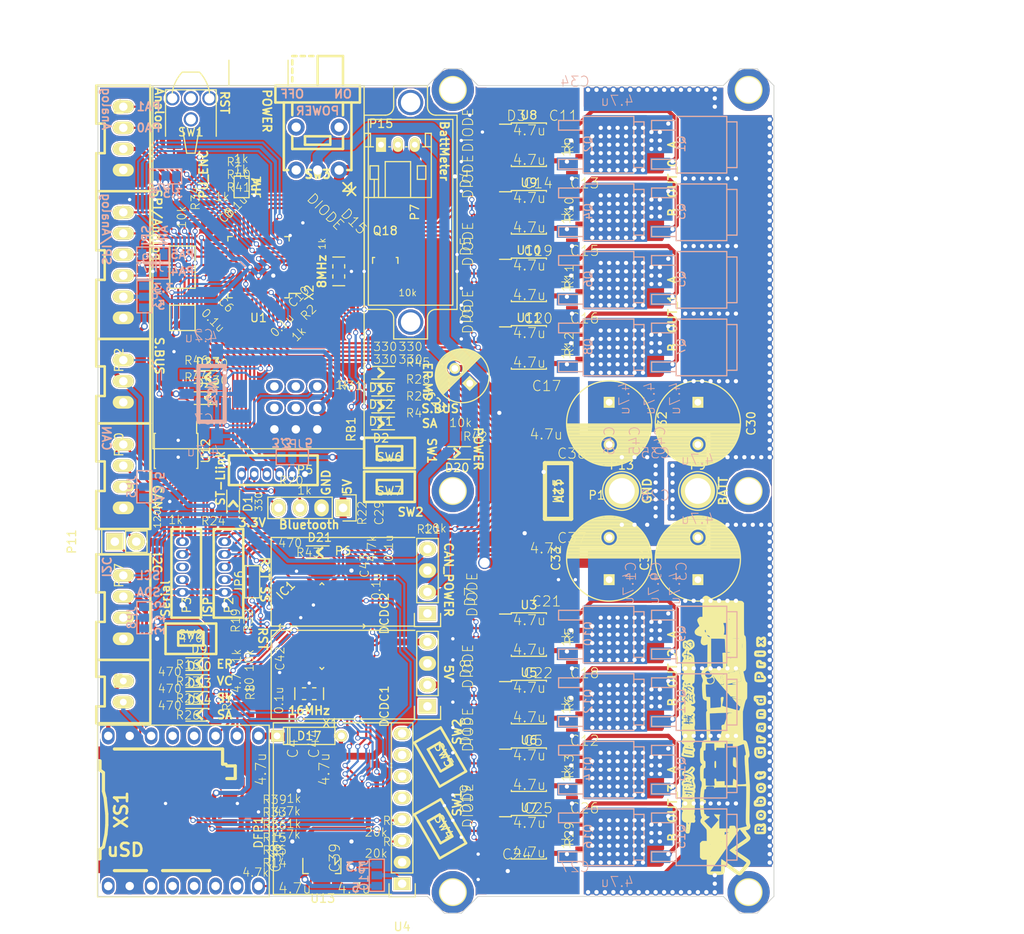
<source format=kicad_pcb>
(kicad_pcb (version 4) (host pcbnew 4.0.7)
  (layers (0 F.Cu signal) (31 B.Cu signal) (34 B.Paste user) (35 F.Paste user) (36 B.SilkS user) (37 F.SilkS user) (38 B.Mask user) (39 F.Mask user hide) (44 Edge.Cuts user))
  (net 0 "")
  (net 1 GND)
  (net 2 /NRST)
  (net 3 +3.3V)
  (net 4 /OSC_IN)
  (net 5 /OSC_OUT)
  (net 6 +5V)
  (net 7 /OUT_0_A)
  (net 8 /OUT_0_B)
  (net 9 "Net-(D1-Pad2)")
  (net 10 "Net-(D2-Pad2)")
  (net 11 /SWCLK)
  (net 12 /SWDIO)
  (net 13 /USART_TX)
  (net 14 /USART_RX)
  (net 15 "Net-(Q1-PadG)")
  (net 16 "Net-(Q2-PadG)")
  (net 17 "Net-(Q3-PadG)")
  (net 18 "Net-(Q4-PadG)")
  (net 19 +BATT)
  (net 20 /OUT_1_A)
  (net 21 /OUT_1_B)
  (net 22 /OUT_2_A)
  (net 23 /OUT_2_B)
  (net 24 "Net-(Q5-PadG)")
  (net 25 "Net-(Q6-PadG)")
  (net 26 "Net-(Q7-PadG)")
  (net 27 "Net-(Q8-PadG)")
  (net 28 "Net-(Q9-PadG)")
  (net 29 "Net-(Q10-PadG)")
  (net 30 "Net-(Q11-PadG)")
  (net 31 "Net-(Q12-PadG)")
  (net 32 /I2C_SDA)
  (net 33 /I2C_SCL)
  (net 34 /AT_RST)
  (net 35 /AT_RX)
  (net 36 /AT_TX)
  (net 37 "Net-(C11-Pad2)")
  (net 38 "Net-(C14-Pad2)")
  (net 39 "Net-(C19-Pad2)")
  (net 40 "Net-(C20-Pad2)")
  (net 41 "Net-(C21-Pad2)")
  (net 42 "Net-(C22-Pad2)")
  (net 43 /batt_voltage)
  (net 44 "Net-(P6-Pad3)")
  (net 45 "Net-(D11-Pad2)")
  (net 46 "Net-(D12-Pad2)")
  (net 47 /AT_LED1)
  (net 48 "Net-(D13-Pad2)")
  (net 49 /AT_LED2)
  (net 50 "Net-(D14-Pad2)")
  (net 51 /SPI_MOSI)
  (net 52 /SPI_MISO)
  (net 53 /SPI_SCK)
  (net 54 /PWM_2_A)
  (net 55 /PWM_2_B)
  (net 56 /PWM_0_A)
  (net 57 /PWM_0_B)
  (net 58 /PWM_1_A)
  (net 59 /PWM_1_B)
  (net 60 /BOOT0)
  (net 61 /GD_12V)
  (net 62 /INT0)
  (net 63 /LOGIC_BATT)
  (net 64 /SBUS)
  (net 65 "Net-(R34-Pad1)")
  (net 66 /STM_~SS0)
  (net 67 /STM_SCK)
  (net 68 /STM_MISO)
  (net 69 /STM_MOSI)
  (net 70 "Net-(D16-Pad2)")
  (net 71 "Net-(JP8-Pad2)")
  (net 72 "Net-(JP2-Pad2)")
  (net 73 "Net-(JP3-Pad2)")
  (net 74 /STM_LED1)
  (net 75 /STM_LED2)
  (net 76 /STM_LED3)
  (net 77 "Net-(Q13-PadG)")
  (net 78 /AT_LED3)
  (net 79 "Net-(D9-Pad2)")
  (net 80 /AT_LED4)
  (net 81 "Net-(D10-Pad2)")
  (net 82 "Net-(P3-Pad6)")
  (net 83 "Net-(R19-Pad2)")
  (net 84 /OUT_3_A)
  (net 85 "Net-(C5-Pad2)")
  (net 86 /OUT_3_B)
  (net 87 "Net-(C25-Pad2)")
  (net 88 "Net-(DFP1-Pad2)")
  (net 89 /DFP_TX)
  (net 90 "Net-(DFP1-Pad6)")
  (net 91 "Net-(DFP1-Pad8)")
  (net 92 /POT_2)
  (net 93 /POT_1)
  (net 94 "Net-(Q14-PadG)")
  (net 95 "Net-(Q15-PadG)")
  (net 96 "Net-(Q16-PadG)")
  (net 97 /DFP_RX)
  (net 98 /PWM_3_B)
  (net 99 /PWM_3_A)
  (net 100 /~SD)
  (net 101 /CAN_TX)
  (net 102 /CAN_RX)
  (net 103 /CAN_L)
  (net 104 /CAN_H)
  (net 105 "Net-(P11-Pad1)")
  (net 106 "Net-(P12-Pad3)")
  (net 107 "Net-(Q18-PadG)")
  (net 108 "Net-(IC1-Pad7)")
  (net 109 "Net-(IC1-Pad8)")
  (net 110 "Net-(C4-Pad1)")
  (net 111 /STM_LED4)
  (net 112 /HW_OPT)
  (net 113 /STM_SW1)
  (net 114 /STM_SW2)
  (net 115 "Net-(JP4-Pad2)")
  (net 116 +12V)
  (net 117 "Net-(JP5-Pad2)")
  (net 118 /SD_SS)
  (net 119 /EX_SS)
  (net 120 "Net-(JP6-Pad2)")
  (net 121 "Net-(R14-Pad2)")
  (net 122 "Net-(R15-Pad2)")
  (net 123 "Net-(R33-Pad2)")
  (net 124 /SD_CD)
  (net 125 /AT_SW1)
  (net 126 /AT_SW2)
  (net 127 "Net-(JP7-Pad2)")
  (net 128 /AIN_1)
  (net 129 /AIN_2)
  (net 130 "Net-(JP9-Pad2)")
  (net 131 "Net-(D20-Pad2)")
  (net 132 "Net-(D15-Pad2)")
  (net 133 /AT_LED5)
  (net 134 "Net-(D21-Pad2)")
  (net 135 /MPU_3.3V)
  (net 136 "Net-(JP10-Pad2)")
  (net 137 /DFP_BUSY)
  (net 138 /STM_LED5)
  (net 139 "Net-(D22-Pad2)")
  (net 140 /STM_LED6)
  (net 141 "Net-(D23-Pad2)")
  (module RP_KiCAD_Libs:ChinaDC-DC (layer F.Cu) (at 39 73.5 90)
    (fp_text reference DCDC1 (at 0 -5.1 90) (layer F.SilkS))
    (fp_text value ChinaDC-DC)
    (pad 1 thru_hole rect (at 0 0 90) (size 1.7272 2.032) (drill 1.016) (layers *.Cu *.Mask F.SilkS))
    (pad 2 thru_hole oval (at 2.54 0 90) (size 1.7272 2.032) (drill 1.016) (layers *.Cu *.Mask F.SilkS) (net 63 /LOGIC_BATT))
    (pad 3 thru_hole oval (at 5.08 0 90) (size 1.7272 2.032) (drill 1.016) (layers *.Cu *.Mask F.SilkS) (net 1 GND))
    (pad 4 thru_hole oval (at 7.62 0 90) (size 1.7272 2.032) (drill 1.016) (layers *.Cu *.Mask F.SilkS) (net 6 +5V))
  )
  (module Housings_QFP:TQFP-32_7x7mm_Pitch0.8mm (layer F.Cu) (at 26.5 64 45)
    (fp_text reference IC1 (at 0 -6.05 45) (layer F.SilkS))
    (fp_text value ATMEGA328P-A)
    (pad 1 smd rect (at -4.25 -2.8 45) (size 1.6 0.55) (layers F.Cu F.Paste F.Mask) (net 89 /DFP_TX))
    (pad 2 smd rect (at -4.25 -2 45) (size 1.6 0.55) (layers F.Cu F.Paste F.Mask) (net 97 /DFP_RX))
    (pad 3 smd rect (at -4.25 -1.2 45) (size 1.6 0.55) (layers F.Cu F.Paste F.Mask) (net 1 GND))
    (pad 4 smd rect (at -4.25 -0.4 45) (size 1.6 0.55) (layers F.Cu F.Paste F.Mask) (net 6 +5V))
    (pad 5 smd rect (at -4.25 0.4 45) (size 1.6 0.55) (layers F.Cu F.Paste F.Mask) (net 1 GND))
    (pad 6 smd rect (at -4.25 1.2 45) (size 1.6 0.55) (layers F.Cu F.Paste F.Mask) (net 6 +5V))
    (pad 7 smd rect (at -4.25 2 45) (size 1.6 0.55) (layers F.Cu F.Paste F.Mask) (net 108 "Net-(IC1-Pad7)"))
    (pad 8 smd rect (at -4.25 2.8 45) (size 1.6 0.55) (layers F.Cu F.Paste F.Mask) (net 109 "Net-(IC1-Pad8)"))
    (pad 9 smd rect (at -2.8 4.25 135) (size 1.6 0.55) (layers F.Cu F.Paste F.Mask) (net 47 /AT_LED1))
    (pad 10 smd rect (at -2 4.25 135) (size 1.6 0.55) (layers F.Cu F.Paste F.Mask) (net 49 /AT_LED2))
    (pad 11 smd rect (at -1.2 4.25 135) (size 1.6 0.55) (layers F.Cu F.Paste F.Mask) (net 125 /AT_SW1))
    (pad 12 smd rect (at -0.4 4.25 135) (size 1.6 0.55) (layers F.Cu F.Paste F.Mask) (net 118 /SD_SS))
    (pad 13 smd rect (at 0.4 4.25 135) (size 1.6 0.55) (layers F.Cu F.Paste F.Mask) (net 124 /SD_CD))
    (pad 14 smd rect (at 1.2 4.25 135) (size 1.6 0.55) (layers F.Cu F.Paste F.Mask) (net 126 /AT_SW2))
    (pad 15 smd rect (at 2 4.25 135) (size 1.6 0.55) (layers F.Cu F.Paste F.Mask) (net 51 /SPI_MOSI))
    (pad 16 smd rect (at 2.8 4.25 135) (size 1.6 0.55) (layers F.Cu F.Paste F.Mask) (net 52 /SPI_MISO))
    (pad 17 smd rect (at 4.25 2.8 45) (size 1.6 0.55) (layers F.Cu F.Paste F.Mask) (net 53 /SPI_SCK))
    (pad 18 smd rect (at 4.25 2 45) (size 1.6 0.55) (layers F.Cu F.Paste F.Mask) (net 6 +5V))
    (pad 19 smd rect (at 4.25 1.2 45) (size 1.6 0.55) (layers F.Cu F.Paste F.Mask) (net 137 /DFP_BUSY))
    (pad 20 smd rect (at 4.25 0.4 45) (size 1.6 0.55) (layers F.Cu F.Paste F.Mask) (net 6 +5V))
    (pad 21 smd rect (at 4.25 -0.4 45) (size 1.6 0.55) (layers F.Cu F.Paste F.Mask) (net 1 GND))
    (pad 22 smd rect (at 4.25 -1.2 45) (size 1.6 0.55) (layers F.Cu F.Paste F.Mask) (net 43 /batt_voltage))
    (pad 23 smd rect (at 4.25 -2 45) (size 1.6 0.55) (layers F.Cu F.Paste F.Mask) (net 80 /AT_LED4))
    (pad 24 smd rect (at 4.25 -2.8 45) (size 1.6 0.55) (layers F.Cu F.Paste F.Mask) (net 133 /AT_LED5))
    (pad 25 smd rect (at 2.8 -4.25 135) (size 1.6 0.55) (layers F.Cu F.Paste F.Mask) (net 119 /EX_SS))
    (pad 26 smd rect (at 2 -4.25 135) (size 1.6 0.55) (layers F.Cu F.Paste F.Mask) (net 78 /AT_LED3))
    (pad 27 smd rect (at 1.2 -4.25 135) (size 1.6 0.55) (layers F.Cu F.Paste F.Mask) (net 32 /I2C_SDA))
    (pad 28 smd rect (at 0.4 -4.25 135) (size 1.6 0.55) (layers F.Cu F.Paste F.Mask) (net 33 /I2C_SCL))
    (pad 29 smd rect (at -0.4 -4.25 135) (size 1.6 0.55) (layers F.Cu F.Paste F.Mask) (net 34 /AT_RST))
    (pad 30 smd rect (at -1.2 -4.25 135) (size 1.6 0.55) (layers F.Cu F.Paste F.Mask) (net 35 /AT_RX))
    (pad 31 smd rect (at -2 -4.25 135) (size 1.6 0.55) (layers F.Cu F.Paste F.Mask) (net 36 /AT_TX))
    (pad 32 smd rect (at -2.8 -4.25 135) (size 1.6 0.55) (layers F.Cu F.Paste F.Mask) (net 62 /INT0))
  )
  (module Capacitors_ThroughHole:C_Radial_D10_L13_P5 (layer F.Cu) (at 71 58.5 90)
    (fp_text reference C31 (at 2.5 -6.3 90) (layer F.SilkS))
    (fp_text value 220u)
    (pad 1 thru_hole rect (at 0 0 90) (size 1.3 1.3) (drill 0.8) (layers *.Cu *.Mask F.SilkS) (net 19 +BATT))
    (pad 2 thru_hole circle (at 5 0 90) (size 1.3 1.3) (drill 0.8) (layers *.Cu *.Mask F.SilkS) (net 1 GND))
  )
  (module RP_KiCAD_Connector:ZH_6T (layer F.Cu) (at 10 61.5 90)
    (fp_text reference P3 (at 0 0.5 90) (layer F.SilkS))
    (fp_text value CONN_01X06)
    (pad 1 thru_hole oval (at 0 0 90) (size 1 1.524) (drill 0.7) (layers *.Cu *.Mask) (net 1 GND))
    (pad 2 thru_hole oval (at 1.5 0 90) (size 1 1.524) (drill 0.7) (layers *.Cu *.Mask) (net 6 +5V))
    (pad 3 thru_hole oval (at 3 0 90) (size 1 1.524) (drill 0.7) (layers *.Cu *.Mask) (net 34 /AT_RST))
    (pad 4 thru_hole oval (at 4.5 0 90) (size 1 1.524) (drill 0.7) (layers *.Cu *.Mask))
    (pad 5 thru_hole oval (at 6 0 90) (size 1 1.524) (drill 0.7) (layers *.Cu *.Mask) (net 36 /AT_TX))
    (pad 6 thru_hole oval (at 7.5 0 90) (size 1 1.524) (drill 0.7) (layers *.Cu *.Mask) (net 82 "Net-(P3-Pad6)"))
  )
  (module LEDs:LED_0805 (layer F.Cu) (at 16 49.5 270)
    (fp_text reference D1 (at 0 -1.75 270) (layer F.SilkS))
    (fp_text value LED)
    (pad 1 smd rect (at 1.04902 0 90) (size 1.19888 1.19888) (layers F.Cu F.Paste F.Mask) (net 3 +3.3V))
    (pad 2 smd rect (at -1.04902 0 90) (size 1.19888 1.19888) (layers F.Cu F.Paste F.Mask) (net 9 "Net-(D1-Pad2)"))
  )
  (module LEDs:LED_0805 (layer F.Cu) (at 33.5 40 180)
    (fp_text reference D2 (at 0 -1.75 180) (layer F.SilkS))
    (fp_text value LED)
    (pad 1 smd rect (at 1.04902 0) (size 1.19888 1.19888) (layers F.Cu F.Paste F.Mask) (net 74 /STM_LED1))
    (pad 2 smd rect (at -1.04902 0) (size 1.19888 1.19888) (layers F.Cu F.Paste F.Mask) (net 10 "Net-(D2-Pad2)"))
  )
  (module RP_KiCAD_Libs:C2012 (layer F.Cu) (at 47 3 180)
    (fp_text reference D3 (at -1.27 -1.27 180) (layer F.SilkS) (effects (font (size 1.2065 1.2065) (thickness 0.1016)) (justify left bottom)))
    (fp_text value DIODE (at 2.5 -5 450) (layer F.SilkS) (effects (font (size 1.2065 1.2065) (thickness 0.1016)) (justify left bottom)))
    (pad 1 smd rect (at -1.25 0 180) (size 1.3 1.5) (layers F.Cu F.Paste F.Mask) (net 37 "Net-(C11-Pad2)"))
    (pad 2 smd rect (at 1.25 0 180) (size 1.3 1.5) (layers F.Cu F.Paste F.Mask) (net 61 /GD_12V))
  )
  (module RP_KiCAD_Libs:C2012 (layer F.Cu) (at 45.5 11 90)
    (fp_text reference D4 (at -1.27 -1.27 90) (layer F.SilkS) (effects (font (size 1.2065 1.2065) (thickness 0.1016)) (justify left bottom)))
    (fp_text value DIODE (at -2.5 -1 90) (layer F.SilkS) (effects (font (size 1.2065 1.2065) (thickness 0.1016)) (justify left bottom)))
    (pad 1 smd rect (at -1.25 0 90) (size 1.3 1.5) (layers F.Cu F.Paste F.Mask) (net 38 "Net-(C14-Pad2)"))
    (pad 2 smd rect (at 1.25 0 90) (size 1.3 1.5) (layers F.Cu F.Paste F.Mask) (net 61 /GD_12V))
  )
  (module RP_KiCAD_Connector:ZH_6T (layer F.Cu) (at 24.5 46 180)
    (fp_text reference P5 (at 0 0.5 180) (layer F.SilkS))
    (fp_text value CONN_01X06)
    (pad 1 thru_hole oval (at 0 0 180) (size 1 1.524) (drill 0.7) (layers *.Cu *.Mask) (net 1 GND))
    (pad 2 thru_hole oval (at 1.5 0 180) (size 1 1.524) (drill 0.7) (layers *.Cu *.Mask) (net 72 "Net-(JP2-Pad2)"))
    (pad 3 thru_hole oval (at 3 0 180) (size 1 1.524) (drill 0.7) (layers *.Cu *.Mask) (net 11 /SWCLK))
    (pad 4 thru_hole oval (at 4.5 0 180) (size 1 1.524) (drill 0.7) (layers *.Cu *.Mask) (net 12 /SWDIO))
    (pad 5 thru_hole oval (at 6 0 180) (size 1 1.524) (drill 0.7) (layers *.Cu *.Mask) (net 13 /USART_TX))
    (pad 6 thru_hole oval (at 7.5 0 180) (size 1 1.524) (drill 0.7) (layers *.Cu *.Mask) (net 14 /USART_RX))
  )
  (module Housings_QFP:LQFP-48_7x7mm_Pitch0.5mm (layer F.Cu) (at 19 21.5 180)
    (fp_text reference U1 (at 0 -6 180) (layer F.SilkS))
    (fp_text value STM32F103_48)
    (pad 1 smd rect (at -4.35 -2.75 180) (size 1.3 0.25) (layers F.Cu F.Paste F.Mask) (net 3 +3.3V))
    (pad 2 smd rect (at -4.35 -2.25 180) (size 1.3 0.25) (layers F.Cu F.Paste F.Mask) (net 74 /STM_LED1))
    (pad 3 smd rect (at -4.35 -1.75 180) (size 1.3 0.25) (layers F.Cu F.Paste F.Mask) (net 75 /STM_LED2))
    (pad 4 smd rect (at -4.35 -1.25 180) (size 1.3 0.25) (layers F.Cu F.Paste F.Mask) (net 76 /STM_LED3))
    (pad 5 smd rect (at -4.35 -0.75 180) (size 1.3 0.25) (layers F.Cu F.Paste F.Mask) (net 4 /OSC_IN))
    (pad 6 smd rect (at -4.35 -0.25 180) (size 1.3 0.25) (layers F.Cu F.Paste F.Mask) (net 5 /OSC_OUT))
    (pad 7 smd rect (at -4.35 0.25 180) (size 1.3 0.25) (layers F.Cu F.Paste F.Mask) (net 2 /NRST))
    (pad 8 smd rect (at -4.35 0.75 180) (size 1.3 0.25) (layers F.Cu F.Paste F.Mask) (net 1 GND))
    (pad 9 smd rect (at -4.35 1.25 180) (size 1.3 0.25) (layers F.Cu F.Paste F.Mask) (net 3 +3.3V))
    (pad 10 smd rect (at -4.35 1.75 180) (size 1.3 0.25) (layers F.Cu F.Paste F.Mask) (net 93 /POT_1))
    (pad 11 smd rect (at -4.35 2.25 180) (size 1.3 0.25) (layers F.Cu F.Paste F.Mask) (net 92 /POT_2))
    (pad 12 smd rect (at -4.35 2.75 180) (size 1.3 0.25) (layers F.Cu F.Paste F.Mask) (net 111 /STM_LED4))
    (pad 13 smd rect (at -2.75 4.35 270) (size 1.3 0.25) (layers F.Cu F.Paste F.Mask) (net 64 /SBUS))
    (pad 14 smd rect (at -2.25 4.35 270) (size 1.3 0.25) (layers F.Cu F.Paste F.Mask) (net 128 /AIN_1))
    (pad 15 smd rect (at -1.75 4.35 270) (size 1.3 0.25) (layers F.Cu F.Paste F.Mask) (net 129 /AIN_2))
    (pad 16 smd rect (at -1.25 4.35 270) (size 1.3 0.25) (layers F.Cu F.Paste F.Mask) (net 59 /PWM_1_B))
    (pad 17 smd rect (at -0.75 4.35 270) (size 1.3 0.25) (layers F.Cu F.Paste F.Mask) (net 58 /PWM_1_A))
    (pad 18 smd rect (at -0.25 4.35 270) (size 1.3 0.25) (layers F.Cu F.Paste F.Mask) (net 57 /PWM_0_B))
    (pad 19 smd rect (at 0.25 4.35 270) (size 1.3 0.25) (layers F.Cu F.Paste F.Mask) (net 56 /PWM_0_A))
    (pad 20 smd rect (at 0.75 4.35 270) (size 1.3 0.25) (layers F.Cu F.Paste F.Mask) (net 112 /HW_OPT))
    (pad 21 smd rect (at 1.25 4.35 270) (size 1.3 0.25) (layers F.Cu F.Paste F.Mask) (net 65 "Net-(R34-Pad1)"))
    (pad 22 smd rect (at 1.75 4.35 270) (size 1.3 0.25) (layers F.Cu F.Paste F.Mask) (net 36 /AT_TX))
    (pad 23 smd rect (at 2.25 4.35 270) (size 1.3 0.25) (layers F.Cu F.Paste F.Mask) (net 1 GND))
    (pad 24 smd rect (at 2.75 4.35 270) (size 1.3 0.25) (layers F.Cu F.Paste F.Mask) (net 3 +3.3V))
    (pad 25 smd rect (at 4.35 2.75 180) (size 1.3 0.25) (layers F.Cu F.Paste F.Mask) (net 66 /STM_~SS0))
    (pad 26 smd rect (at 4.35 2.25 180) (size 1.3 0.25) (layers F.Cu F.Paste F.Mask) (net 67 /STM_SCK))
    (pad 27 smd rect (at 4.35 1.75 180) (size 1.3 0.25) (layers F.Cu F.Paste F.Mask) (net 68 /STM_MISO))
    (pad 28 smd rect (at 4.35 1.25 180) (size 1.3 0.25) (layers F.Cu F.Paste F.Mask) (net 69 /STM_MOSI))
    (pad 29 smd rect (at 4.35 0.75 180) (size 1.3 0.25) (layers F.Cu F.Paste F.Mask) (net 100 /~SD))
    (pad 30 smd rect (at 4.35 0.25 180) (size 1.3 0.25) (layers F.Cu F.Paste F.Mask) (net 13 /USART_TX))
    (pad 31 smd rect (at 4.35 -0.25 180) (size 1.3 0.25) (layers F.Cu F.Paste F.Mask) (net 14 /USART_RX))
    (pad 32 smd rect (at 4.35 -0.75 180) (size 1.3 0.25) (layers F.Cu F.Paste F.Mask) (net 101 /CAN_TX))
    (pad 33 smd rect (at 4.35 -1.25 180) (size 1.3 0.25) (layers F.Cu F.Paste F.Mask) (net 102 /CAN_RX))
    (pad 34 smd rect (at 4.35 -1.75 180) (size 1.3 0.25) (layers F.Cu F.Paste F.Mask) (net 12 /SWDIO))
    (pad 35 smd rect (at 4.35 -2.25 180) (size 1.3 0.25) (layers F.Cu F.Paste F.Mask) (net 1 GND))
    (pad 36 smd rect (at 4.35 -2.75 180) (size 1.3 0.25) (layers F.Cu F.Paste F.Mask) (net 3 +3.3V))
    (pad 37 smd rect (at 2.75 -4.35 270) (size 1.3 0.25) (layers F.Cu F.Paste F.Mask) (net 11 /SWCLK))
    (pad 38 smd rect (at 2.25 -4.35 270) (size 1.3 0.25) (layers F.Cu F.Paste F.Mask) (net 140 /STM_LED6))
    (pad 39 smd rect (at 1.75 -4.35 270) (size 1.3 0.25) (layers F.Cu F.Paste F.Mask) (net 138 /STM_LED5))
    (pad 40 smd rect (at 1.25 -4.35 270) (size 1.3 0.25) (layers F.Cu F.Paste F.Mask) (net 114 /STM_SW2))
    (pad 41 smd rect (at 0.75 -4.35 270) (size 1.3 0.25) (layers F.Cu F.Paste F.Mask) (net 113 /STM_SW1))
    (pad 42 smd rect (at 0.25 -4.35 270) (size 1.3 0.25) (layers F.Cu F.Paste F.Mask) (net 98 /PWM_3_B))
    (pad 43 smd rect (at -0.25 -4.35 270) (size 1.3 0.25) (layers F.Cu F.Paste F.Mask) (net 99 /PWM_3_A))
    (pad 44 smd rect (at -0.75 -4.35 270) (size 1.3 0.25) (layers F.Cu F.Paste F.Mask) (net 60 /BOOT0))
    (pad 45 smd rect (at -1.25 -4.35 270) (size 1.3 0.25) (layers F.Cu F.Paste F.Mask) (net 55 /PWM_2_B))
    (pad 46 smd rect (at -1.75 -4.35 270) (size 1.3 0.25) (layers F.Cu F.Paste F.Mask) (net 54 /PWM_2_A))
    (pad 47 smd rect (at -2.25 -4.35 270) (size 1.3 0.25) (layers F.Cu F.Paste F.Mask) (net 1 GND))
    (pad 48 smd rect (at -2.75 -4.35 270) (size 1.3 0.25) (layers F.Cu F.Paste F.Mask) (net 3 +3.3V))
  )
  (module TO_SOT_Packages_SMD:SOT-223_reg (layer B.Cu) (at 10.5 36.5 90)
    (fp_text reference U2 (at 0 2.9 90) (layer B.SilkS) (effects (justify mirror)))
    (fp_text value NCP1117ST33T3G)
    (pad 1 smd rect (at -2.3 0 90) (size 1.2 1.7) (layers B.Cu B.Paste B.Mask) (net 1 GND))
    (pad 2 smd rect (at 0 0 90) (size 1.2 1.7) (layers B.Cu B.Paste B.Mask) (net 3 +3.3V))
    (pad 3 smd rect (at 2.3 0 90) (size 1.2 1.7) (layers B.Cu B.Paste B.Mask) (net 6 +5V))
    (pad 2 smd rect (at 0 6.3 90) (size 3.3 1.7) (layers B.Cu B.Paste B.Mask) (net 3 +3.3V))
  )
  (module RP_KiCAD_Libs:C2012 (layer F.Cu) (at 45.5 19 90)
    (fp_text reference D5 (at -1.27 -1.27 90) (layer F.SilkS) (effects (font (size 1.2065 1.2065) (thickness 0.1016)) (justify left bottom)))
    (fp_text value DIODE (at -2.5 -1 90) (layer F.SilkS) (effects (font (size 1.2065 1.2065) (thickness 0.1016)) (justify left bottom)))
    (pad 1 smd rect (at -1.25 0 90) (size 1.3 1.5) (layers F.Cu F.Paste F.Mask) (net 39 "Net-(C19-Pad2)"))
    (pad 2 smd rect (at 1.25 0 90) (size 1.3 1.5) (layers F.Cu F.Paste F.Mask) (net 61 /GD_12V))
  )
  (module RP_KiCAD_Libs:C2012 (layer F.Cu) (at 45.5 27 90)
    (fp_text reference D6 (at -1.27 -1.27 90) (layer F.SilkS) (effects (font (size 1.2065 1.2065) (thickness 0.1016)) (justify left bottom)))
    (fp_text value DIODE (at -2.5 -1 90) (layer F.SilkS) (effects (font (size 1.2065 1.2065) (thickness 0.1016)) (justify left bottom)))
    (pad 1 smd rect (at -1.25 0 90) (size 1.3 1.5) (layers F.Cu F.Paste F.Mask) (net 40 "Net-(C20-Pad2)"))
    (pad 2 smd rect (at 1.25 0 90) (size 1.3 1.5) (layers F.Cu F.Paste F.Mask) (net 61 /GD_12V))
  )
  (module RP_KiCAD_Libs:C2012 (layer F.Cu) (at 46 60.5 90)
    (fp_text reference D7 (at -1.27 -1.27 90) (layer F.SilkS) (effects (font (size 1.2065 1.2065) (thickness 0.1016)) (justify left bottom)))
    (fp_text value DIODE (at -2.5 -1 270) (layer F.SilkS) (effects (font (size 1.2065 1.2065) (thickness 0.1016)) (justify left bottom)))
    (pad 1 smd rect (at -1.25 0 90) (size 1.3 1.5) (layers F.Cu F.Paste F.Mask) (net 41 "Net-(C21-Pad2)"))
    (pad 2 smd rect (at 1.25 0 90) (size 1.3 1.5) (layers F.Cu F.Paste F.Mask) (net 61 /GD_12V))
  )
  (module RP_KiCAD_Libs:C2012 (layer F.Cu) (at 45.5 69 90)
    (fp_text reference D8 (at -1.27 -1.27 90) (layer F.SilkS) (effects (font (size 1.2065 1.2065) (thickness 0.1016)) (justify left bottom)))
    (fp_text value DIODE (at -2.5 -1 90) (layer F.SilkS) (effects (font (size 1.2065 1.2065) (thickness 0.1016)) (justify left bottom)))
    (pad 1 smd rect (at -1.25 0 90) (size 1.3 1.5) (layers F.Cu F.Paste F.Mask) (net 42 "Net-(C22-Pad2)"))
    (pad 2 smd rect (at 1.25 0 90) (size 1.3 1.5) (layers F.Cu F.Paste F.Mask) (net 61 /GD_12V))
  )
  (module TO_SOT_Packages_SMD:SOT-428_GDS_compact (layer B.Cu) (at 59 7 90)
    (fp_text reference Q2 (at 0.09906 -1.00076 90) (layer B.SilkS) (effects (justify mirror)))
    (fp_text value MOSFET_N)
    (pad G smd rect (at -2.27584 -3.44932 90) (size 1.50114 2.49936) (layers B.Cu B.Paste B.Mask) (net 16 "Net-(Q2-PadG)"))
    (pad S smd rect (at 2.27584 -3.44932 90) (size 1.50114 2.49936) (layers B.Cu B.Paste B.Mask) (net 1 GND))
    (pad D smd rect (at 0 2.44932 90) (size 7.00024 7.00024) (layers B.Cu B.Paste B.Mask) (net 7 /OUT_0_A))
  )
  (module TO_SOT_Packages_SMD:SOT-428_GDS_compact (layer B.Cu) (at 59 15 90)
    (fp_text reference Q4 (at 0.09906 -1.00076 90) (layer B.SilkS) (effects (justify mirror)))
    (fp_text value MOSFET_N)
    (pad G smd rect (at -2.27584 -3.44932 90) (size 1.50114 2.49936) (layers B.Cu B.Paste B.Mask) (net 18 "Net-(Q4-PadG)"))
    (pad S smd rect (at 2.27584 -3.44932 90) (size 1.50114 2.49936) (layers B.Cu B.Paste B.Mask) (net 1 GND))
    (pad D smd rect (at 0 2.44932 90) (size 7.00024 7.00024) (layers B.Cu B.Paste B.Mask) (net 8 /OUT_0_B))
  )
  (module TO_SOT_Packages_SMD:SOT-428_GDS_compact (layer B.Cu) (at 70 23 90)
    (fp_text reference Q5 (at 0.09906 -1.00076 90) (layer B.SilkS) (effects (justify mirror)))
    (fp_text value MOSFET_N)
    (pad G smd rect (at -2.27584 -3.44932 90) (size 1.50114 2.49936) (layers B.Cu B.Paste B.Mask) (net 24 "Net-(Q5-PadG)"))
    (pad S smd rect (at 2.27584 -3.44932 90) (size 1.50114 2.49936) (layers B.Cu B.Paste B.Mask) (net 20 /OUT_1_A))
    (pad D smd rect (at 0 2.44932 90) (size 7.00024 7.00024) (layers B.Cu B.Paste B.Mask) (net 19 +BATT))
  )
  (module TO_SOT_Packages_SMD:SOT-428_GDS_compact (layer B.Cu) (at 59 23 90)
    (fp_text reference Q6 (at 0.09906 -1.00076 90) (layer B.SilkS) (effects (justify mirror)))
    (fp_text value MOSFET_N)
    (pad G smd rect (at -2.27584 -3.44932 90) (size 1.50114 2.49936) (layers B.Cu B.Paste B.Mask) (net 25 "Net-(Q6-PadG)"))
    (pad S smd rect (at 2.27584 -3.44932 90) (size 1.50114 2.49936) (layers B.Cu B.Paste B.Mask) (net 1 GND))
    (pad D smd rect (at 0 2.44932 90) (size 7.00024 7.00024) (layers B.Cu B.Paste B.Mask) (net 20 /OUT_1_A))
  )
  (module TO_SOT_Packages_SMD:SOT-428_GDS_compact (layer B.Cu) (at 70 31 90)
    (fp_text reference Q7 (at 0.09906 -1.00076 90) (layer B.SilkS) (effects (justify mirror)))
    (fp_text value MOSFET_N)
    (pad G smd rect (at -2.27584 -3.44932 90) (size 1.50114 2.49936) (layers B.Cu B.Paste B.Mask) (net 26 "Net-(Q7-PadG)"))
    (pad S smd rect (at 2.27584 -3.44932 90) (size 1.50114 2.49936) (layers B.Cu B.Paste B.Mask) (net 21 /OUT_1_B))
    (pad D smd rect (at 0 2.44932 90) (size 7.00024 7.00024) (layers B.Cu B.Paste B.Mask) (net 19 +BATT))
  )
  (module TO_SOT_Packages_SMD:SOT-428_GDS_compact (layer B.Cu) (at 59 31 90)
    (fp_text reference Q8 (at 0.09906 -1.00076 90) (layer B.SilkS) (effects (justify mirror)))
    (fp_text value MOSFET_N)
    (pad G smd rect (at -2.27584 -3.44932 90) (size 1.50114 2.49936) (layers B.Cu B.Paste B.Mask) (net 27 "Net-(Q8-PadG)"))
    (pad S smd rect (at 2.27584 -3.44932 90) (size 1.50114 2.49936) (layers B.Cu B.Paste B.Mask) (net 1 GND))
    (pad D smd rect (at 0 2.44932 90) (size 7.00024 7.00024) (layers B.Cu B.Paste B.Mask) (net 21 /OUT_1_B))
  )
  (module TO_SOT_Packages_SMD:SOT-428_GDS_compact (layer B.Cu) (at 70 65 90)
    (fp_text reference Q9 (at 0.09906 -1.00076 90) (layer B.SilkS) (effects (justify mirror)))
    (fp_text value MOSFET_N)
    (pad G smd rect (at -2.27584 -3.44932 90) (size 1.50114 2.49936) (layers B.Cu B.Paste B.Mask) (net 28 "Net-(Q9-PadG)"))
    (pad S smd rect (at 2.27584 -3.44932 90) (size 1.50114 2.49936) (layers B.Cu B.Paste B.Mask) (net 22 /OUT_2_A))
    (pad D smd rect (at 0 2.44932 90) (size 7.00024 7.00024) (layers B.Cu B.Paste B.Mask) (net 19 +BATT))
  )
  (module TO_SOT_Packages_SMD:SOT-428_GDS_compact (layer B.Cu) (at 59 65 90)
    (fp_text reference Q10 (at 0.09906 -1.00076 90) (layer B.SilkS) (effects (justify mirror)))
    (fp_text value MOSFET_N)
    (pad G smd rect (at -2.27584 -3.44932 90) (size 1.50114 2.49936) (layers B.Cu B.Paste B.Mask) (net 29 "Net-(Q10-PadG)"))
    (pad S smd rect (at 2.27584 -3.44932 90) (size 1.50114 2.49936) (layers B.Cu B.Paste B.Mask) (net 1 GND))
    (pad D smd rect (at 0 2.44932 90) (size 7.00024 7.00024) (layers B.Cu B.Paste B.Mask) (net 22 /OUT_2_A))
  )
  (module TO_SOT_Packages_SMD:SOT-428_GDS_compact (layer B.Cu) (at 70 73 90)
    (fp_text reference Q11 (at 0.09906 -1.00076 90) (layer B.SilkS) (effects (justify mirror)))
    (fp_text value MOSFET_N)
    (pad G smd rect (at -2.27584 -3.44932 90) (size 1.50114 2.49936) (layers B.Cu B.Paste B.Mask) (net 30 "Net-(Q11-PadG)"))
    (pad S smd rect (at 2.27584 -3.44932 90) (size 1.50114 2.49936) (layers B.Cu B.Paste B.Mask) (net 23 /OUT_2_B))
    (pad D smd rect (at 0 2.44932 90) (size 7.00024 7.00024) (layers B.Cu B.Paste B.Mask) (net 19 +BATT))
  )
  (module TO_SOT_Packages_SMD:SOT-428_GDS_compact (layer B.Cu) (at 59 73 90)
    (fp_text reference Q12 (at 0.09906 -1.00076 90) (layer B.SilkS) (effects (justify mirror)))
    (fp_text value MOSFET_N)
    (pad G smd rect (at -2.27584 -3.44932 90) (size 1.50114 2.49936) (layers B.Cu B.Paste B.Mask) (net 31 "Net-(Q12-PadG)"))
    (pad S smd rect (at 2.27584 -3.44932 90) (size 1.50114 2.49936) (layers B.Cu B.Paste B.Mask) (net 1 GND))
    (pad D smd rect (at 0 2.44932 90) (size 7.00024 7.00024) (layers B.Cu B.Paste B.Mask) (net 23 /OUT_2_B))
  )
  (module TO_SOT_Packages_SMD:SOT-428_GDS_compact (layer B.Cu) (at 70 7 90)
    (fp_text reference Q1 (at 0.09906 -1.00076 90) (layer B.SilkS) (effects (justify mirror)))
    (fp_text value MOSFET_N)
    (pad G smd rect (at -2.3 -3.45 90) (size 1.5 2.4) (layers B.Cu B.Paste B.Mask) (net 15 "Net-(Q1-PadG)"))
    (pad S smd rect (at 2.3 -3.45 90) (size 1.5 2.4) (layers B.Cu B.Paste B.Mask) (net 7 /OUT_0_A))
    (pad D smd rect (at 0 2.44932 90) (size 7.00024 7.00024) (layers B.Cu B.Paste B.Mask) (net 19 +BATT))
  )
  (module TO_SOT_Packages_SMD:SOT-428_GDS_compact (layer B.Cu) (at 70 15 90)
    (fp_text reference Q3 (at 0.09906 -1.00076 90) (layer B.SilkS) (effects (justify mirror)))
    (fp_text value MOSFET_N)
    (pad G smd rect (at -2.3 -3.45 90) (size 1.5 2.4) (layers B.Cu B.Paste B.Mask) (net 17 "Net-(Q3-PadG)"))
    (pad S smd rect (at 2.3 -3.45 90) (size 1.5 2.4) (layers B.Cu B.Paste B.Mask) (net 8 /OUT_0_B))
    (pad D smd rect (at 0 2.44932 90) (size 7.00024 7.00024) (layers B.Cu B.Paste B.Mask) (net 19 +BATT))
  )
  (module Socket_Strips:Socket_Strip_Straight_1x04 (layer F.Cu) (at 29 50 180)
    (fp_text reference P6 (at 0 -5.1 180) (layer F.SilkS))
    (fp_text value CONN_01X04)
    (pad 1 thru_hole rect (at 0 0 180) (size 1.7272 2.032) (drill 1.016) (layers *.Cu *.Mask F.SilkS) (net 6 +5V))
    (pad 2 thru_hole oval (at 2.54 0 180) (size 1.7272 2.032) (drill 1.016) (layers *.Cu *.Mask F.SilkS) (net 1 GND))
    (pad 3 thru_hole oval (at 5.08 0 180) (size 1.7272 2.032) (drill 1.016) (layers *.Cu *.Mask F.SilkS) (net 44 "Net-(P6-Pad3)"))
    (pad 4 thru_hole oval (at 7.62 0 180) (size 1.7272 2.032) (drill 1.016) (layers *.Cu *.Mask F.SilkS) (net 13 /USART_TX))
  )
  (module Capacitors_ThroughHole:C_Radial_D10_L13_P5 (layer F.Cu) (at 71 37.5 270)
    (fp_text reference C30 (at 2.5 -6.3 270) (layer F.SilkS))
    (fp_text value 220u)
    (pad 1 thru_hole rect (at 0 0 270) (size 1.3 1.3) (drill 0.8) (layers *.Cu *.Mask F.SilkS) (net 19 +BATT))
    (pad 2 thru_hole circle (at 5 0 270) (size 1.3 1.3) (drill 0.8) (layers *.Cu *.Mask F.SilkS) (net 1 GND))
  )
  (module Capacitors_ThroughHole:C_Radial_D10_L13_P5 (layer F.Cu) (at 60.5 37.5 270)
    (fp_text reference C32 (at 2.5 -6.3 270) (layer F.SilkS))
    (fp_text value 220u)
    (pad 1 thru_hole rect (at 0 0 270) (size 1.3 1.3) (drill 0.8) (layers *.Cu *.Mask F.SilkS) (net 19 +BATT))
    (pad 2 thru_hole circle (at 5 0 270) (size 1.3 1.3) (drill 0.8) (layers *.Cu *.Mask F.SilkS) (net 1 GND))
  )
  (module Capacitors_ThroughHole:C_Radial_D10_L13_P5 (layer F.Cu) (at 60.5 58.5 90)
    (fp_text reference C33 (at 2.5 -6.3 90) (layer F.SilkS))
    (fp_text value 220u)
    (pad 1 thru_hole rect (at 0 0 90) (size 1.3 1.3) (drill 0.8) (layers *.Cu *.Mask F.SilkS) (net 19 +BATT))
    (pad 2 thru_hole circle (at 5 0 90) (size 1.3 1.3) (drill 0.8) (layers *.Cu *.Mask F.SilkS) (net 1 GND))
  )
  (module LEDs:LED_0805 (layer F.Cu) (at 33.5 38 180)
    (fp_text reference D11 (at 0 -1.75 180) (layer F.SilkS))
    (fp_text value LED)
    (pad 1 smd rect (at 1.04902 0) (size 1.19888 1.19888) (layers F.Cu F.Paste F.Mask) (net 75 /STM_LED2))
    (pad 2 smd rect (at -1.04902 0) (size 1.19888 1.19888) (layers F.Cu F.Paste F.Mask) (net 45 "Net-(D11-Pad2)"))
  )
  (module LEDs:LED_0805 (layer F.Cu) (at 33.5 36 180)
    (fp_text reference D12 (at 0 -1.75 180) (layer F.SilkS))
    (fp_text value LED)
    (pad 1 smd rect (at 1.04902 0) (size 1.19888 1.19888) (layers F.Cu F.Paste F.Mask) (net 76 /STM_LED3))
    (pad 2 smd rect (at -1.04902 0) (size 1.19888 1.19888) (layers F.Cu F.Paste F.Mask) (net 46 "Net-(D12-Pad2)"))
  )
  (module TO_SOT_Packages_SMD:SOT-223_reg (layer F.Cu) (at 51.5 48 270)
    (fp_text reference U15 (at 0 -2.9 270) (layer F.SilkS))
    (fp_text value NCP1117ST12T3G)
    (pad 1 smd rect (at -2.3 0 270) (size 1.2 1.7) (layers F.Cu F.Paste F.Mask) (net 1 GND))
    (pad 2 smd rect (at 0 0 270) (size 1.2 1.7) (layers F.Cu F.Paste F.Mask) (net 61 /GD_12V))
    (pad 3 smd rect (at 2.3 0 270) (size 1.2 1.7) (layers F.Cu F.Paste F.Mask) (net 63 /LOGIC_BATT))
    (pad 2 smd rect (at 0 -6.3 270) (size 3.3 1.7) (layers F.Cu F.Paste F.Mask) (net 61 /GD_12V))
  )
  (module RP_KiCAD_Connector:XA_4T (layer F.Cu) (at 3 58 270)
    (fp_text reference P17 (at 0 0.5 270) (layer F.SilkS))
    (fp_text value CONN_01X04)
    (pad 4 thru_hole oval (at 0 0 270) (size 1.5 2.5) (drill 1) (layers *.Cu *.Mask F.SilkS) (net 33 /I2C_SCL))
    (pad 3 thru_hole oval (at 2.5 0 270) (size 1.5 2.5) (drill 1) (layers *.Cu *.Mask F.SilkS) (net 32 /I2C_SDA))
    (pad 2 thru_hole oval (at 5 0 270) (size 1.5 2.5) (drill 1) (layers *.Cu *.Mask F.SilkS) (net 71 "Net-(JP8-Pad2)"))
    (pad 1 thru_hole oval (at 7.5 0 270) (size 1.5 2.5) (drill 1) (layers *.Cu *.Mask F.SilkS) (net 1 GND))
  )
  (module RP_KiCAD_Connector:XA_6T (layer F.Cu) (at 3 15 270)
    (fp_text reference P1 (at 0 0.5 270) (layer F.SilkS))
    (fp_text value CONN_01X06)
    (pad 6 thru_hole oval (at 0 0 270) (size 1.5 2.5) (drill 1) (layers *.Cu *.Mask F.SilkS) (net 69 /STM_MOSI))
    (pad 5 thru_hole oval (at 2.5 0 270) (size 1.5 2.5) (drill 1) (layers *.Cu *.Mask F.SilkS) (net 68 /STM_MISO))
    (pad 4 thru_hole oval (at 5 0 270) (size 1.5 2.5) (drill 1) (layers *.Cu *.Mask F.SilkS) (net 127 "Net-(JP7-Pad2)"))
    (pad 3 thru_hole oval (at 7.5 0 270) (size 1.5 2.5) (drill 1) (layers *.Cu *.Mask F.SilkS) (net 130 "Net-(JP9-Pad2)"))
    (pad 2 thru_hole oval (at 10 0 270) (size 1.5 2.5) (drill 1) (layers *.Cu *.Mask F.SilkS) (net 73 "Net-(JP3-Pad2)"))
    (pad 1 thru_hole oval (at 12.5 0 270) (size 1.5 2.5) (drill 1) (layers *.Cu *.Mask F.SilkS) (net 1 GND))
  )
  (module Buttons_Switches_SMD:RP_SMD_Button (layer F.Cu) (at 34.5 43.5)
    (fp_text reference SW6 (at 0 0.5) (layer F.SilkS))
    (fp_text value SW_PUSH)
    (pad 1 smd rect (at 2.8 0) (size 2.6 1.5) (layers F.Cu F.Paste F.Mask) (net 1 GND))
    (pad 2 smd rect (at -2.8 0) (size 2.6 1.5) (layers F.Cu F.Paste F.Mask) (net 113 /STM_SW1))
  )
  (module Buttons_Switches_SMD:RP_SMD_Button (layer F.Cu) (at 34.5 47.5)
    (fp_text reference SW7 (at 0 0.5) (layer F.SilkS))
    (fp_text value SW_PUSH)
    (pad 1 smd rect (at 2.8 0) (size 2.6 1.5) (layers F.Cu F.Paste F.Mask) (net 1 GND))
    (pad 2 smd rect (at -2.8 0) (size 2.6 1.5) (layers F.Cu F.Paste F.Mask) (net 114 /STM_SW2))
  )
  (module Buttons_Switches_SMD:RP_SMD_Button (layer F.Cu) (at 11 65.5 180)
    (fp_text reference SW2 (at 0 0.5 180) (layer F.SilkS))
    (fp_text value SW_PUSH)
    (pad 1 smd rect (at 2.8 0 180) (size 2.6 1.5) (layers F.Cu F.Paste F.Mask) (net 1 GND))
    (pad 2 smd rect (at -2.8 0 180) (size 2.6 1.5) (layers F.Cu F.Paste F.Mask) (net 83 "Net-(R19-Pad2)"))
  )
  (module LEDs:LED_0805 (layer F.Cu) (at 33.5 34 180)
    (fp_text reference D16 (at 0 -1.75 180) (layer F.SilkS))
    (fp_text value LED)
    (pad 1 smd rect (at 1.04902 0) (size 1.19888 1.19888) (layers F.Cu F.Paste F.Mask) (net 111 /STM_LED4))
    (pad 2 smd rect (at -1.04902 0) (size 1.19888 1.19888) (layers F.Cu F.Paste F.Mask) (net 70 "Net-(D16-Pad2)"))
  )
  (module RP_KiCAD_Libs:C1608_WP_S (layer F.Cu) (at 14 26.5 315)
    (fp_text reference C6 (at -0.635 -0.635 315) (layer F.SilkS) (effects (font (thickness 0.1)) (justify left bottom)))
    (fp_text value 0.1u (at -1.06066 1.767767 315) (layer F.SilkS) (effects (font (thickness 0.1)) (justify left bottom)))
    (pad 1 smd rect (at -0.9 0 315) (size 0.6 1) (layers F.Cu F.Paste F.Mask) (net 1 GND))
    (pad 2 smd rect (at 1 0 315) (size 0.6 1) (layers F.Cu F.Paste F.Mask) (net 3 +3.3V))
  )
  (module RP_KiCAD_Libs:C1608_WP_S (layer F.Cu) (at 14 16.5 225)
    (fp_text reference C8 (at -0.635 -0.635 225) (layer F.SilkS) (effects (font (thickness 0.1)) (justify left bottom)))
    (fp_text value 0.1u (at -1.414214 -0.707107 225) (layer F.SilkS) (effects (font (thickness 0.1)) (justify left bottom)))
    (pad 1 smd rect (at -0.9 0 225) (size 0.6 1) (layers F.Cu F.Paste F.Mask) (net 1 GND))
    (pad 2 smd rect (at 1 0 225) (size 0.6 1) (layers F.Cu F.Paste F.Mask) (net 3 +3.3V))
  )
  (module RP_KiCAD_Libs:C1608_WP_S (layer F.Cu) (at 24 26.5 45)
    (fp_text reference C10 (at -0.635 -0.635 45) (layer F.SilkS) (effects (font (thickness 0.1)) (justify left bottom)))
    (fp_text value 0.1u (at -4.596194 0.353553 45) (layer F.SilkS) (effects (font (thickness 0.1)) (justify left bottom)))
    (pad 1 smd rect (at -0.9 0 45) (size 0.6 1) (layers F.Cu F.Paste F.Mask) (net 1 GND))
    (pad 2 smd rect (at 1 0 45) (size 0.6 1) (layers F.Cu F.Paste F.Mask) (net 3 +3.3V))
  )
  (module RP_KiCAD_Libs:C1608_WP_S (layer F.Cu) (at 31.5 59 270)
    (fp_text reference C43 (at -0.635 -0.635 270) (layer F.SilkS) (effects (font (thickness 0.1)) (justify left bottom)))
    (fp_text value 0.1u (at 2 -2 270) (layer F.SilkS) (effects (font (thickness 0.1)) (justify left bottom)))
    (pad 1 smd rect (at -0.9 0 270) (size 0.6 1) (layers F.Cu F.Paste F.Mask) (net 1 GND))
    (pad 2 smd rect (at 1 0 270) (size 0.6 1) (layers F.Cu F.Paste F.Mask) (net 6 +5V))
  )
  (module RP_KiCAD_Libs:C1608_WP_S (layer F.Cu) (at 25.5 28 45)
    (fp_text reference R2 (at -0.635 -0.635 45) (layer F.SilkS) (effects (font (thickness 0.1)) (justify left bottom)))
    (fp_text value 1k (at -3.181981 0.353553 45) (layer F.SilkS) (effects (font (thickness 0.1)) (justify left bottom)))
    (pad 1 smd rect (at -0.9 0 45) (size 0.6 1) (layers F.Cu F.Paste F.Mask) (net 1 GND))
    (pad 2 smd rect (at 1 0 45) (size 0.6 1) (layers F.Cu F.Paste F.Mask) (net 60 /BOOT0))
  )
  (module RP_KiCAD_Libs:C1608_WP_S (layer F.Cu) (at 37 40)
    (fp_text reference R4 (at -0.635 -0.635) (layer F.SilkS) (effects (font (thickness 0.1)) (justify left bottom)))
    (fp_text value 330 (at -4.5 -7 180) (layer F.SilkS) (effects (font (thickness 0.1)) (justify left bottom)))
    (pad 1 smd rect (at -0.9 0) (size 0.6 1) (layers F.Cu F.Paste F.Mask) (net 10 "Net-(D2-Pad2)"))
    (pad 2 smd rect (at 1 0) (size 0.6 1) (layers F.Cu F.Paste F.Mask) (net 1 GND))
  )
  (module RP_KiCAD_Libs:C1608_WP_S (layer F.Cu) (at 57 65.5 90)
    (fp_text reference R5 (at -0.635 -0.635 90) (layer F.SilkS) (effects (font (thickness 0.1)) (justify left bottom)))
    (fp_text value 1k (at -1 -1 90) (layer F.SilkS) (effects (font (thickness 0.1)) (justify left bottom)))
    (pad 1 smd rect (at -0.9 0 90) (size 0.6 1) (layers F.Cu F.Paste F.Mask) (net 22 /OUT_2_A))
    (pad 2 smd rect (at 1 0 90) (size 0.6 1) (layers F.Cu F.Paste F.Mask) (net 1 GND))
  )
  (module RP_KiCAD_Libs:C1608_WP_S (layer F.Cu) (at 57 73.5 90)
    (fp_text reference R6 (at -0.635 -0.635 90) (layer F.SilkS) (effects (font (thickness 0.1)) (justify left bottom)))
    (fp_text value 1k (at -1 -1 90) (layer F.SilkS) (effects (font (thickness 0.1)) (justify left bottom)))
    (pad 1 smd rect (at -0.9 0 90) (size 0.6 1) (layers F.Cu F.Paste F.Mask) (net 23 /OUT_2_B))
    (pad 2 smd rect (at 1 0 90) (size 0.6 1) (layers F.Cu F.Paste F.Mask) (net 1 GND))
  )
  (module RP_KiCAD_Libs:C1608_WP_S (layer F.Cu) (at 57 7.5 90)
    (fp_text reference R9 (at -0.635 -0.635 90) (layer F.SilkS) (effects (font (thickness 0.1)) (justify left bottom)))
    (fp_text value 1k (at -1 -1 90) (layer F.SilkS) (effects (font (thickness 0.1)) (justify left bottom)))
    (pad 1 smd rect (at -0.9 0 90) (size 0.6 1) (layers F.Cu F.Paste F.Mask) (net 7 /OUT_0_A))
    (pad 2 smd rect (at 1 0 90) (size 0.6 1) (layers F.Cu F.Paste F.Mask) (net 1 GND))
  )
  (module RP_KiCAD_Libs:C1608_WP_S (layer F.Cu) (at 57 15.5 90)
    (fp_text reference R10 (at -0.635 -0.635 90) (layer F.SilkS) (effects (font (thickness 0.1)) (justify left bottom)))
    (fp_text value 1k (at -1 -1 90) (layer F.SilkS) (effects (font (thickness 0.1)) (justify left bottom)))
    (pad 1 smd rect (at -0.9 0 90) (size 0.6 1) (layers F.Cu F.Paste F.Mask) (net 8 /OUT_0_B))
    (pad 2 smd rect (at 1 0 90) (size 0.6 1) (layers F.Cu F.Paste F.Mask) (net 1 GND))
  )
  (module RP_KiCAD_Libs:C1608_WP_S (layer F.Cu) (at 57 23.5 90)
    (fp_text reference R11 (at -0.635 -0.635 90) (layer F.SilkS) (effects (font (thickness 0.1)) (justify left bottom)))
    (fp_text value 1k (at -1 -1 90) (layer F.SilkS) (effects (font (thickness 0.1)) (justify left bottom)))
    (pad 1 smd rect (at -0.9 0 90) (size 0.6 1) (layers F.Cu F.Paste F.Mask) (net 20 /OUT_1_A))
    (pad 2 smd rect (at 1 0 90) (size 0.6 1) (layers F.Cu F.Paste F.Mask) (net 1 GND))
  )
  (module RP_KiCAD_Libs:C1608_WP_S (layer F.Cu) (at 57 31.5 90)
    (fp_text reference R12 (at -0.635 -0.635 90) (layer F.SilkS) (effects (font (thickness 0.1)) (justify left bottom)))
    (fp_text value 1k (at -1 -1 90) (layer F.SilkS) (effects (font (thickness 0.1)) (justify left bottom)))
    (pad 1 smd rect (at -0.9 0 90) (size 0.6 1) (layers F.Cu F.Paste F.Mask) (net 21 /OUT_1_B))
    (pad 2 smd rect (at 1 0 90) (size 0.6 1) (layers F.Cu F.Paste F.Mask) (net 1 GND))
  )
  (module RP_KiCAD_Libs:C1608_WP_S (layer F.Cu) (at 16.25 65.5 270)
    (fp_text reference R19 (at -0.635 -0.635 270) (layer F.SilkS) (effects (font (thickness 0.1)) (justify left bottom)))
    (fp_text value 1k (at 3 -0.75 450) (layer F.SilkS) (effects (font (thickness 0.1)) (justify left bottom)))
    (pad 1 smd rect (at -0.9 0 270) (size 0.6 1) (layers F.Cu F.Paste F.Mask) (net 34 /AT_RST))
    (pad 2 smd rect (at 1 0 270) (size 0.6 1) (layers F.Cu F.Paste F.Mask) (net 83 "Net-(R19-Pad2)"))
  )
  (module RP_KiCAD_Libs:C1608_WP_S (layer F.Cu) (at 22 48)
    (fp_text reference R20 (at -0.635 -0.635) (layer F.SilkS) (effects (font (thickness 0.1)) (justify left bottom)))
    (fp_text value 1k (at 1.5 0.5) (layer F.SilkS) (effects (font (thickness 0.1)) (justify left bottom)))
    (pad 1 smd rect (at -0.9 0) (size 0.6 1) (layers F.Cu F.Paste F.Mask) (net 14 /USART_RX))
    (pad 2 smd rect (at 1 0) (size 0.6 1) (layers F.Cu F.Paste F.Mask) (net 44 "Net-(P6-Pad3)"))
  )
  (module RP_KiCAD_Libs:C1608_WP_S (layer F.Cu) (at 37 38)
    (fp_text reference R27 (at -0.635 -0.635) (layer F.SilkS) (effects (font (thickness 0.1)) (justify left bottom)))
    (fp_text value 330 (at -4.5 -6.5 180) (layer F.SilkS) (effects (font (thickness 0.1)) (justify left bottom)))
    (pad 1 smd rect (at -0.9 0) (size 0.6 1) (layers F.Cu F.Paste F.Mask) (net 45 "Net-(D11-Pad2)"))
    (pad 2 smd rect (at 1 0) (size 0.6 1) (layers F.Cu F.Paste F.Mask) (net 1 GND))
  )
  (module RP_KiCAD_Libs:C1608_WP_S (layer F.Cu) (at 37 36)
    (fp_text reference R28 (at -0.635 -0.635) (layer F.SilkS) (effects (font (thickness 0.1)) (justify left bottom)))
    (fp_text value 330 (at -1.5 -3) (layer F.SilkS) (effects (font (thickness 0.1)) (justify left bottom)))
    (pad 1 smd rect (at -0.9 0) (size 0.6 1) (layers F.Cu F.Paste F.Mask) (net 46 "Net-(D12-Pad2)"))
    (pad 2 smd rect (at 1 0) (size 0.6 1) (layers F.Cu F.Paste F.Mask) (net 1 GND))
  )
  (module RP_KiCAD_Libs:C1608_WP_S (layer F.Cu) (at 17.75 65.5 270)
    (fp_text reference R32 (at -0.635 -0.635 270) (layer F.SilkS) (effects (font (thickness 0.1)) (justify left bottom)))
    (fp_text value 10k (at 4 -0.75 270) (layer F.SilkS) (effects (font (thickness 0.1)) (justify left bottom)))
    (pad 1 smd rect (at -0.9 0 270) (size 0.6 1) (layers F.Cu F.Paste F.Mask) (net 6 +5V))
    (pad 2 smd rect (at 1 0 270) (size 0.6 1) (layers F.Cu F.Paste F.Mask) (net 83 "Net-(R19-Pad2)"))
  )
  (module RP_KiCAD_Libs:C1608_WP_S (layer F.Cu) (at 11.5 15.5 270)
    (fp_text reference R34 (at -0.635 -0.635 270) (layer F.SilkS) (effects (font (thickness 0.1)) (justify left bottom)))
    (fp_text value 10k (at 1.5 1 270) (layer F.SilkS) (effects (font (thickness 0.1)) (justify left bottom)))
    (pad 1 smd rect (at -0.9 0 270) (size 0.6 1) (layers F.Cu F.Paste F.Mask) (net 65 "Net-(R34-Pad1)"))
    (pad 2 smd rect (at 1 0 270) (size 0.6 1) (layers F.Cu F.Paste F.Mask) (net 35 /AT_RX))
  )
  (module RP_KiCAD_Libs:C1608_WP_S (layer F.Cu) (at 37 34)
    (fp_text reference R45 (at -0.635 -0.635) (layer F.SilkS) (effects (font (thickness 0.1)) (justify left bottom)))
    (fp_text value 330 (at -1.5 -2.5) (layer F.SilkS) (effects (font (thickness 0.1)) (justify left bottom)))
    (pad 1 smd rect (at -0.9 0) (size 0.6 1) (layers F.Cu F.Paste F.Mask) (net 70 "Net-(D16-Pad2)"))
    (pad 2 smd rect (at 1 0) (size 0.6 1) (layers F.Cu F.Paste F.Mask) (net 1 GND))
  )
  (module RP_KiCAD_Libs:C3216_S (layer B.Cu) (at 12.5 31.5 180)
    (fp_text reference C2 (at -1.27 1.27 180) (layer B.SilkS) (effects (font (size 1.2065 1.2065) (thickness 0.1016)) (justify left bottom mirror)))
    (fp_text value 4.7u (at -1.75 1 180) (layer B.SilkS) (effects (font (size 1.2065 1.2065) (thickness 0.1016)) (justify left bottom mirror)))
    (pad 1 smd rect (at -1.6 0 180) (size 1.4 1.8) (layers B.Cu B.Paste B.Mask) (net 6 +5V))
    (pad 2 smd rect (at 1.6 0 180) (size 1.4 1.8) (layers B.Cu B.Paste B.Mask) (net 1 GND))
  )
  (module RP_KiCAD_Libs:C3216_S (layer B.Cu) (at 12.5 41.5 180)
    (fp_text reference C7 (at -1.27 1.27 180) (layer B.SilkS) (effects (font (size 1.2065 1.2065) (thickness 0.1016)) (justify left bottom mirror)))
    (fp_text value 4.7u (at -2 -2.5 180) (layer B.SilkS) (effects (font (size 1.2065 1.2065) (thickness 0.1016)) (justify left bottom mirror)))
    (pad 1 smd rect (at -1.6 0 180) (size 1.4 1.8) (layers B.Cu B.Paste B.Mask) (net 3 +3.3V))
    (pad 2 smd rect (at 1.6 0 180) (size 1.4 1.8) (layers B.Cu B.Paste B.Mask) (net 1 GND))
  )
  (module RP_KiCAD_Libs:C3216_S (layer F.Cu) (at 52 3 180)
    (fp_text reference C11 (at -1.27 -1.27 180) (layer F.SilkS) (effects (font (size 1.2065 1.2065) (thickness 0.1016)) (justify left bottom)))
    (fp_text value 4.7u (at 3 -3 180) (layer F.SilkS) (effects (font (size 1.2065 1.2065) (thickness 0.1016)) (justify left bottom)))
    (pad 1 smd rect (at -1.6 0 180) (size 1.4 1.8) (layers F.Cu F.Paste F.Mask) (net 7 /OUT_0_A))
    (pad 2 smd rect (at 1.6 0 180) (size 1.4 1.8) (layers F.Cu F.Paste F.Mask) (net 37 "Net-(C11-Pad2)"))
  )
  (module RP_KiCAD_Libs:C3216_S (layer F.Cu) (at 54.5 77 180)
    (fp_text reference C12 (at -1.27 -1.27 180) (layer F.SilkS) (effects (font (size 1.2065 1.2065) (thickness 0.1016)) (justify left bottom)))
    (fp_text value 4.7u (at 5.5 1.5 180) (layer F.SilkS) (effects (font (size 1.2065 1.2065) (thickness 0.1016)) (justify left bottom)))
    (pad 1 smd rect (at -1.6 0 180) (size 1.4 1.8) (layers F.Cu F.Paste F.Mask) (net 1 GND))
    (pad 2 smd rect (at 1.6 0 180) (size 1.4 1.8) (layers F.Cu F.Paste F.Mask) (net 61 /GD_12V))
  )
  (module RP_KiCAD_Libs:C3216_S (layer F.Cu) (at 54.5 11 180)
    (fp_text reference C13 (at -1.27 -1.27 180) (layer F.SilkS) (effects (font (size 1.2065 1.2065) (thickness 0.1016)) (justify left bottom)))
    (fp_text value 4.7u (at 5.5 -3 180) (layer F.SilkS) (effects (font (size 1.2065 1.2065) (thickness 0.1016)) (justify left bottom)))
    (pad 1 smd rect (at -1.6 0 180) (size 1.4 1.8) (layers F.Cu F.Paste F.Mask) (net 1 GND))
    (pad 2 smd rect (at 1.6 0 180) (size 1.4 1.8) (layers F.Cu F.Paste F.Mask) (net 61 /GD_12V))
  )
  (module RP_KiCAD_Libs:C3216_S (layer F.Cu) (at 49 11 180)
    (fp_text reference C14 (at -1.27 -1.27 180) (layer F.SilkS) (effects (font (size 1.2065 1.2065) (thickness 0.1016)) (justify left bottom)))
    (fp_text value 4.7u (at 0 1.5 180) (layer F.SilkS) (effects (font (size 1.2065 1.2065) (thickness 0.1016)) (justify left bottom)))
    (pad 1 smd rect (at -1.6 0 180) (size 1.4 1.8) (layers F.Cu F.Paste F.Mask) (net 8 /OUT_0_B))
    (pad 2 smd rect (at 1.6 0 180) (size 1.4 1.8) (layers F.Cu F.Paste F.Mask) (net 38 "Net-(C14-Pad2)"))
  )
  (module RP_KiCAD_Libs:C3216_S (layer F.Cu) (at 54.5 19 180)
    (fp_text reference C15 (at -1.27 -1.27 180) (layer F.SilkS) (effects (font (size 1.2065 1.2065) (thickness 0.1016)) (justify left bottom)))
    (fp_text value 4.7u (at 5.5 -3 180) (layer F.SilkS) (effects (font (size 1.2065 1.2065) (thickness 0.1016)) (justify left bottom)))
    (pad 1 smd rect (at -1.6 0 180) (size 1.4 1.8) (layers F.Cu F.Paste F.Mask) (net 1 GND))
    (pad 2 smd rect (at 1.6 0 180) (size 1.4 1.8) (layers F.Cu F.Paste F.Mask) (net 61 /GD_12V))
  )
  (module RP_KiCAD_Libs:C3216_S (layer F.Cu) (at 54.5 27 180)
    (fp_text reference C16 (at -1.27 -1.27 180) (layer F.SilkS) (effects (font (size 1.2065 1.2065) (thickness 0.1016)) (justify left bottom)))
    (fp_text value 4.7u (at 5.5 -3 180) (layer F.SilkS) (effects (font (size 1.2065 1.2065) (thickness 0.1016)) (justify left bottom)))
    (pad 1 smd rect (at -1.6 0 180) (size 1.4 1.8) (layers F.Cu F.Paste F.Mask) (net 1 GND))
    (pad 2 smd rect (at 1.6 0 180) (size 1.4 1.8) (layers F.Cu F.Paste F.Mask) (net 61 /GD_12V))
  )
  (module RP_KiCAD_Libs:C3216_S (layer F.Cu) (at 50 35 180)
    (fp_text reference C17 (at -1.27 -1.27 180) (layer F.SilkS) (effects (font (size 1.2065 1.2065) (thickness 0.1016)) (justify left bottom)))
    (fp_text value 4.7u (at 1 1.5 180) (layer F.SilkS) (effects (font (size 1.2065 1.2065) (thickness 0.1016)) (justify left bottom)))
    (pad 1 smd rect (at -1.6 0 180) (size 1.4 1.8) (layers F.Cu F.Paste F.Mask) (net 1 GND))
    (pad 2 smd rect (at 1.6 0 180) (size 1.4 1.8) (layers F.Cu F.Paste F.Mask) (net 61 /GD_12V))
  )
  (module RP_KiCAD_Libs:C3216_S (layer F.Cu) (at 54.5 69 180)
    (fp_text reference C18 (at -1.27 -1.27 180) (layer F.SilkS) (effects (font (size 1.2065 1.2065) (thickness 0.1016)) (justify left bottom)))
    (fp_text value 4.7u (at 5.5 -3 180) (layer F.SilkS) (effects (font (size 1.2065 1.2065) (thickness 0.1016)) (justify left bottom)))
    (pad 1 smd rect (at -1.6 0 180) (size 1.4 1.8) (layers F.Cu F.Paste F.Mask) (net 1 GND))
    (pad 2 smd rect (at 1.6 0 180) (size 1.4 1.8) (layers F.Cu F.Paste F.Mask) (net 61 /GD_12V))
  )
  (module RP_KiCAD_Libs:C3216_S (layer F.Cu) (at 49 19 180)
    (fp_text reference C19 (at -1.27 -1.27 180) (layer F.SilkS) (effects (font (size 1.2065 1.2065) (thickness 0.1016)) (justify left bottom)))
    (fp_text value 4.7u (at 0 1.5 180) (layer F.SilkS) (effects (font (size 1.2065 1.2065) (thickness 0.1016)) (justify left bottom)))
    (pad 1 smd rect (at -1.6 0 180) (size 1.4 1.8) (layers F.Cu F.Paste F.Mask) (net 20 /OUT_1_A))
    (pad 2 smd rect (at 1.6 0 180) (size 1.4 1.8) (layers F.Cu F.Paste F.Mask) (net 39 "Net-(C19-Pad2)"))
  )
  (module RP_KiCAD_Libs:C3216_S (layer F.Cu) (at 49 27 180)
    (fp_text reference C20 (at -1.27 -1.27 180) (layer F.SilkS) (effects (font (size 1.2065 1.2065) (thickness 0.1016)) (justify left bottom)))
    (fp_text value 4.7u (at 0 1.5 180) (layer F.SilkS) (effects (font (size 1.2065 1.2065) (thickness 0.1016)) (justify left bottom)))
    (pad 1 smd rect (at -1.6 0 180) (size 1.4 1.8) (layers F.Cu F.Paste F.Mask) (net 21 /OUT_1_B))
    (pad 2 smd rect (at 1.6 0 180) (size 1.4 1.8) (layers F.Cu F.Paste F.Mask) (net 40 "Net-(C20-Pad2)"))
  )
  (module RP_KiCAD_Libs:C3216_S (layer F.Cu) (at 50 60.5 180)
    (fp_text reference C21 (at -1.27 -1.27 180) (layer F.SilkS) (effects (font (size 1.2065 1.2065) (thickness 0.1016)) (justify left bottom)))
    (fp_text value 4.7u (at 1 -3.5 180) (layer F.SilkS) (effects (font (size 1.2065 1.2065) (thickness 0.1016)) (justify left bottom)))
    (pad 1 smd rect (at -1.6 0 180) (size 1.4 1.8) (layers F.Cu F.Paste F.Mask) (net 22 /OUT_2_A))
    (pad 2 smd rect (at 1.6 0 180) (size 1.4 1.8) (layers F.Cu F.Paste F.Mask) (net 41 "Net-(C21-Pad2)"))
  )
  (module RP_KiCAD_Libs:C3216_S (layer F.Cu) (at 49 69 180)
    (fp_text reference C22 (at -1.27 -1.27 180) (layer F.SilkS) (effects (font (size 1.2065 1.2065) (thickness 0.1016)) (justify left bottom)))
    (fp_text value 4.7u (at 0 1.5 180) (layer F.SilkS) (effects (font (size 1.2065 1.2065) (thickness 0.1016)) (justify left bottom)))
    (pad 1 smd rect (at -1.6 0 180) (size 1.4 1.8) (layers F.Cu F.Paste F.Mask) (net 23 /OUT_2_B))
    (pad 2 smd rect (at 1.6 0 180) (size 1.4 1.8) (layers F.Cu F.Paste F.Mask) (net 42 "Net-(C22-Pad2)"))
  )
  (module RP_KiCAD_Libs:C3216_S (layer F.Cu) (at 53 43 180)
    (fp_text reference C36 (at -1.27 -1.27 180) (layer F.SilkS) (effects (font (size 1.2065 1.2065) (thickness 0.1016)) (justify left bottom)))
    (fp_text value 4.7u (at 2 1 360) (layer F.SilkS) (effects (font (size 1.2065 1.2065) (thickness 0.1016)) (justify left bottom)))
    (pad 1 smd rect (at -1.6 0 180) (size 1.4 1.8) (layers F.Cu F.Paste F.Mask) (net 63 /LOGIC_BATT))
    (pad 2 smd rect (at 1.6 0 180) (size 1.4 1.8) (layers F.Cu F.Paste F.Mask) (net 1 GND))
  )
  (module RP_KiCAD_Libs:C3216_S (layer F.Cu) (at 53 53 180)
    (fp_text reference C37 (at -1.27 -1.27 180) (layer F.SilkS) (effects (font (size 1.2065 1.2065) (thickness 0.1016)) (justify left bottom)))
    (fp_text value 4.7u (at 2 -2.5 360) (layer F.SilkS) (effects (font (size 1.2065 1.2065) (thickness 0.1016)) (justify left bottom)))
    (pad 1 smd rect (at -1.6 0 180) (size 1.4 1.8) (layers F.Cu F.Paste F.Mask) (net 61 /GD_12V))
    (pad 2 smd rect (at 1.6 0 180) (size 1.4 1.8) (layers F.Cu F.Paste F.Mask) (net 1 GND))
  )
  (module RP_KiCAD_Libs:C3216_S (layer B.Cu) (at 68.5 41.5 270)
    (fp_text reference C40 (at -1.27 1.27 270) (layer B.SilkS) (effects (font (size 1.2065 1.2065) (thickness 0.1016)) (justify left bottom mirror)))
    (fp_text value 4.7u (at -6.5 -0.5 270) (layer B.SilkS) (effects (font (size 1.2065 1.2065) (thickness 0.1016)) (justify left bottom mirror)))
    (pad 1 smd rect (at -1.6 0 270) (size 1.4 1.8) (layers B.Cu B.Paste B.Mask) (net 19 +BATT))
    (pad 2 smd rect (at 1.6 0 270) (size 1.4 1.8) (layers B.Cu B.Paste B.Mask) (net 1 GND))
  )
  (module RP_KiCAD_Libs:C3216_S (layer F.Cu) (at 25 81 270)
    (fp_text reference C44 (at -1.27 -1.27 270) (layer F.SilkS) (effects (font (size 1.2065 1.2065) (thickness 0.1016)) (justify left bottom)))
    (fp_text value 4.7u (at 2 -2.5 270) (layer F.SilkS) (effects (font (size 1.2065 1.2065) (thickness 0.1016)) (justify left bottom)))
    (pad 1 smd rect (at -1.6 0 270) (size 1.4 1.8) (layers F.Cu F.Paste F.Mask) (net 6 +5V))
    (pad 2 smd rect (at 1.6 0 270) (size 1.4 1.8) (layers F.Cu F.Paste F.Mask) (net 1 GND))
  )
  (module RP_KiCAD_Libs:C3216_S (layer B.Cu) (at 65.5 41.5 270)
    (fp_text reference C45 (at -1.27 1.27 270) (layer B.SilkS) (effects (font (size 1.2065 1.2065) (thickness 0.1016)) (justify left bottom mirror)))
    (fp_text value 4.7u (at -6.5 -0.5 450) (layer B.SilkS) (effects (font (size 1.2065 1.2065) (thickness 0.1016)) (justify left bottom mirror)))
    (pad 1 smd rect (at -1.6 0 270) (size 1.4 1.8) (layers B.Cu B.Paste B.Mask) (net 19 +BATT))
    (pad 2 smd rect (at 1.6 0 270) (size 1.4 1.8) (layers B.Cu B.Paste B.Mask) (net 1 GND))
  )
  (module RP_KiCAD_Libs:C3216_S (layer B.Cu) (at 62.5 41.5 270)
    (fp_text reference C46 (at -1.27 1.27 270) (layer B.SilkS) (effects (font (size 1.2065 1.2065) (thickness 0.1016)) (justify left bottom mirror)))
    (fp_text value 4.7u (at -6.5 -0.5 450) (layer B.SilkS) (effects (font (size 1.2065 1.2065) (thickness 0.1016)) (justify left bottom mirror)))
    (pad 1 smd rect (at -1.6 0 270) (size 1.4 1.8) (layers B.Cu B.Paste B.Mask) (net 19 +BATT))
    (pad 2 smd rect (at 1.6 0 270) (size 1.4 1.8) (layers B.Cu B.Paste B.Mask) (net 1 GND))
  )
  (module Housings_SOIC:SOIC-8_3.9x4.9mm_Pitch1.27mm_S (layer F.Cu) (at 51 65)
    (fp_text reference U3 (at 0 -3.5) (layer F.SilkS))
    (fp_text value NCP5359)
    (pad 1 smd rect (at -2.7 -1.905) (size 1.3 0.6) (layers F.Cu F.Paste F.Mask) (net 41 "Net-(C21-Pad2)"))
    (pad 2 smd rect (at -2.7 -0.635) (size 1.3 0.6) (layers F.Cu F.Paste F.Mask) (net 54 /PWM_2_A))
    (pad 3 smd rect (at -2.7 0.635) (size 1.3 0.6) (layers F.Cu F.Paste F.Mask) (net 100 /~SD))
    (pad 4 smd rect (at -2.7 1.905) (size 1.3 0.6) (layers F.Cu F.Paste F.Mask) (net 61 /GD_12V))
    (pad 5 smd rect (at 2.7 1.905) (size 1.3 0.6) (layers F.Cu F.Paste F.Mask) (net 29 "Net-(Q10-PadG)"))
    (pad 6 smd rect (at 2.7 0.635) (size 1.3 0.6) (layers F.Cu F.Paste F.Mask) (net 1 GND))
    (pad 7 smd rect (at 2.7 -0.635) (size 1.3 0.6) (layers F.Cu F.Paste F.Mask) (net 22 /OUT_2_A))
    (pad 8 smd rect (at 2.7 -1.905) (size 1.3 0.6) (layers F.Cu F.Paste F.Mask) (net 28 "Net-(Q9-PadG)"))
  )
  (module Housings_SOIC:SOIC-8_3.9x4.9mm_Pitch1.27mm_S (layer F.Cu) (at 51 73)
    (fp_text reference U5 (at 0 -3.5) (layer F.SilkS))
    (fp_text value NCP5359)
    (pad 1 smd rect (at -2.7 -1.905) (size 1.3 0.6) (layers F.Cu F.Paste F.Mask) (net 42 "Net-(C22-Pad2)"))
    (pad 2 smd rect (at -2.7 -0.635) (size 1.3 0.6) (layers F.Cu F.Paste F.Mask) (net 55 /PWM_2_B))
    (pad 3 smd rect (at -2.7 0.635) (size 1.3 0.6) (layers F.Cu F.Paste F.Mask) (net 100 /~SD))
    (pad 4 smd rect (at -2.7 1.905) (size 1.3 0.6) (layers F.Cu F.Paste F.Mask) (net 61 /GD_12V))
    (pad 5 smd rect (at 2.7 1.905) (size 1.3 0.6) (layers F.Cu F.Paste F.Mask) (net 31 "Net-(Q12-PadG)"))
    (pad 6 smd rect (at 2.7 0.635) (size 1.3 0.6) (layers F.Cu F.Paste F.Mask) (net 1 GND))
    (pad 7 smd rect (at 2.7 -0.635) (size 1.3 0.6) (layers F.Cu F.Paste F.Mask) (net 23 /OUT_2_B))
    (pad 8 smd rect (at 2.7 -1.905) (size 1.3 0.6) (layers F.Cu F.Paste F.Mask) (net 30 "Net-(Q11-PadG)"))
  )
  (module Housings_SOIC:SOIC-8_3.9x4.9mm_Pitch1.27mm_S (layer F.Cu) (at 51 7)
    (fp_text reference U8 (at 0 -3.5) (layer F.SilkS))
    (fp_text value NCP5359)
    (pad 1 smd rect (at -2.7 -1.905) (size 1.3 0.6) (layers F.Cu F.Paste F.Mask) (net 37 "Net-(C11-Pad2)"))
    (pad 2 smd rect (at -2.7 -0.635) (size 1.3 0.6) (layers F.Cu F.Paste F.Mask) (net 56 /PWM_0_A))
    (pad 3 smd rect (at -2.7 0.635) (size 1.3 0.6) (layers F.Cu F.Paste F.Mask) (net 100 /~SD))
    (pad 4 smd rect (at -2.7 1.905) (size 1.3 0.6) (layers F.Cu F.Paste F.Mask) (net 61 /GD_12V))
    (pad 5 smd rect (at 2.7 1.905) (size 1.3 0.6) (layers F.Cu F.Paste F.Mask) (net 16 "Net-(Q2-PadG)"))
    (pad 6 smd rect (at 2.7 0.635) (size 1.3 0.6) (layers F.Cu F.Paste F.Mask) (net 1 GND))
    (pad 7 smd rect (at 2.7 -0.635) (size 1.3 0.6) (layers F.Cu F.Paste F.Mask) (net 7 /OUT_0_A))
    (pad 8 smd rect (at 2.7 -1.905) (size 1.3 0.6) (layers F.Cu F.Paste F.Mask) (net 15 "Net-(Q1-PadG)"))
  )
  (module Housings_SOIC:SOIC-8_3.9x4.9mm_Pitch1.27mm_S (layer F.Cu) (at 51 15)
    (fp_text reference U9 (at 0 -3.5) (layer F.SilkS))
    (fp_text value NCP5359)
    (pad 1 smd rect (at -2.7 -1.905) (size 1.3 0.6) (layers F.Cu F.Paste F.Mask) (net 38 "Net-(C14-Pad2)"))
    (pad 2 smd rect (at -2.7 -0.635) (size 1.3 0.6) (layers F.Cu F.Paste F.Mask) (net 57 /PWM_0_B))
    (pad 3 smd rect (at -2.7 0.635) (size 1.3 0.6) (layers F.Cu F.Paste F.Mask) (net 100 /~SD))
    (pad 4 smd rect (at -2.7 1.905) (size 1.3 0.6) (layers F.Cu F.Paste F.Mask) (net 61 /GD_12V))
    (pad 5 smd rect (at 2.7 1.905) (size 1.3 0.6) (layers F.Cu F.Paste F.Mask) (net 18 "Net-(Q4-PadG)"))
    (pad 6 smd rect (at 2.7 0.635) (size 1.3 0.6) (layers F.Cu F.Paste F.Mask) (net 1 GND))
    (pad 7 smd rect (at 2.7 -0.635) (size 1.3 0.6) (layers F.Cu F.Paste F.Mask) (net 8 /OUT_0_B))
    (pad 8 smd rect (at 2.7 -1.905) (size 1.3 0.6) (layers F.Cu F.Paste F.Mask) (net 17 "Net-(Q3-PadG)"))
  )
  (module Housings_SOIC:SOIC-8_3.9x4.9mm_Pitch1.27mm_S (layer F.Cu) (at 51 23)
    (fp_text reference U10 (at 0 -3.5) (layer F.SilkS))
    (fp_text value NCP5359)
    (pad 1 smd rect (at -2.7 -1.905) (size 1.3 0.6) (layers F.Cu F.Paste F.Mask) (net 39 "Net-(C19-Pad2)"))
    (pad 2 smd rect (at -2.7 -0.635) (size 1.3 0.6) (layers F.Cu F.Paste F.Mask) (net 58 /PWM_1_A))
    (pad 3 smd rect (at -2.7 0.635) (size 1.3 0.6) (layers F.Cu F.Paste F.Mask) (net 100 /~SD))
    (pad 4 smd rect (at -2.7 1.905) (size 1.3 0.6) (layers F.Cu F.Paste F.Mask) (net 61 /GD_12V))
    (pad 5 smd rect (at 2.7 1.905) (size 1.3 0.6) (layers F.Cu F.Paste F.Mask) (net 25 "Net-(Q6-PadG)"))
    (pad 6 smd rect (at 2.7 0.635) (size 1.3 0.6) (layers F.Cu F.Paste F.Mask) (net 1 GND))
    (pad 7 smd rect (at 2.7 -0.635) (size 1.3 0.6) (layers F.Cu F.Paste F.Mask) (net 20 /OUT_1_A))
    (pad 8 smd rect (at 2.7 -1.905) (size 1.3 0.6) (layers F.Cu F.Paste F.Mask) (net 24 "Net-(Q5-PadG)"))
  )
  (module Housings_SOIC:SOIC-8_3.9x4.9mm_Pitch1.27mm_S (layer F.Cu) (at 51 31)
    (fp_text reference U11 (at 0 -3.5) (layer F.SilkS))
    (fp_text value NCP5359)
    (pad 1 smd rect (at -2.7 -1.905) (size 1.3 0.6) (layers F.Cu F.Paste F.Mask) (net 40 "Net-(C20-Pad2)"))
    (pad 2 smd rect (at -2.7 -0.635) (size 1.3 0.6) (layers F.Cu F.Paste F.Mask) (net 59 /PWM_1_B))
    (pad 3 smd rect (at -2.7 0.635) (size 1.3 0.6) (layers F.Cu F.Paste F.Mask) (net 100 /~SD))
    (pad 4 smd rect (at -2.7 1.905) (size 1.3 0.6) (layers F.Cu F.Paste F.Mask) (net 61 /GD_12V))
    (pad 5 smd rect (at 2.7 1.905) (size 1.3 0.6) (layers F.Cu F.Paste F.Mask) (net 27 "Net-(Q8-PadG)"))
    (pad 6 smd rect (at 2.7 0.635) (size 1.3 0.6) (layers F.Cu F.Paste F.Mask) (net 1 GND))
    (pad 7 smd rect (at 2.7 -0.635) (size 1.3 0.6) (layers F.Cu F.Paste F.Mask) (net 21 /OUT_1_B))
    (pad 8 smd rect (at 2.7 -1.905) (size 1.3 0.6) (layers F.Cu F.Paste F.Mask) (net 26 "Net-(Q7-PadG)"))
  )
  (module Connect:GS3 (layer B.Cu) (at 5.5 63 180)
    (fp_text reference JP8 (at 1.524 0 450) (layer B.SilkS) (effects (justify mirror)))
    (fp_text value JUMPER3)
    (pad 1 smd rect (at 0 1.27 180) (size 1.27 0.9652) (layers B.Cu B.Paste B.Mask) (net 6 +5V))
    (pad 2 smd rect (at 0 0 180) (size 1.27 0.9652) (layers B.Cu B.Paste B.Mask) (net 71 "Net-(JP8-Pad2)"))
    (pad 3 smd rect (at 0 -1.27 180) (size 1.27 0.9652) (layers B.Cu B.Paste B.Mask) (net 3 +3.3V))
  )
  (module Connect:GS3 (layer B.Cu) (at 23 44 90)
    (fp_text reference JP2 (at 1.524 0 360) (layer B.SilkS) (effects (justify mirror)))
    (fp_text value JUMPER3)
    (pad 1 smd rect (at 0 1.27 90) (size 1.27 0.9652) (layers B.Cu B.Paste B.Mask) (net 6 +5V))
    (pad 2 smd rect (at 0 0 90) (size 1.27 0.9652) (layers B.Cu B.Paste B.Mask) (net 72 "Net-(JP2-Pad2)"))
    (pad 3 smd rect (at 0 -1.27 90) (size 1.27 0.9652) (layers B.Cu B.Paste B.Mask) (net 3 +3.3V))
  )
  (module Connect:GS3 (layer B.Cu) (at 5.5 25)
    (fp_text reference JP3 (at 1.524 0 270) (layer B.SilkS) (effects (justify mirror)))
    (fp_text value JUMPER3)
    (pad 1 smd rect (at 0 1.27) (size 1.27 0.9652) (layers B.Cu B.Paste B.Mask) (net 6 +5V))
    (pad 2 smd rect (at 0 0) (size 1.27 0.9652) (layers B.Cu B.Paste B.Mask) (net 73 "Net-(JP3-Pad2)"))
    (pad 3 smd rect (at 0 -1.27) (size 1.27 0.9652) (layers B.Cu B.Paste B.Mask) (net 3 +3.3V))
  )
  (module RP_KiCAD_Libs:C1608_WP_S (layer F.Cu) (at 57 81.5 90)
    (fp_text reference R13 (at -0.635 -0.635 90) (layer F.SilkS) (effects (font (thickness 0.1)) (justify left bottom)))
    (fp_text value 1k (at -1 -1 90) (layer F.SilkS) (effects (font (thickness 0.1)) (justify left bottom)))
    (pad 1 smd rect (at -0.9 0 90) (size 0.6 1) (layers F.Cu F.Paste F.Mask) (net 84 /OUT_3_A))
    (pad 2 smd rect (at 1 0 90) (size 0.6 1) (layers F.Cu F.Paste F.Mask) (net 1 GND))
  )
  (module RP_KiCAD_Libs:C3216_S (layer B.Cu) (at 62.5 55 90)
    (fp_text reference C1 (at -1.27 1.27 90) (layer B.SilkS) (effects (font (size 1.2065 1.2065) (thickness 0.1016)) (justify left bottom mirror)))
    (fp_text value 4.7u (at -2.5 1 270) (layer B.SilkS) (effects (font (size 1.2065 1.2065) (thickness 0.1016)) (justify left bottom mirror)))
    (pad 1 smd rect (at -1.6 0 90) (size 1.4 1.8) (layers B.Cu B.Paste B.Mask) (net 19 +BATT))
    (pad 2 smd rect (at 1.6 0 90) (size 1.4 1.8) (layers B.Cu B.Paste B.Mask) (net 1 GND))
  )
  (module RP_KiCAD_Libs:C3216_S (layer B.Cu) (at 68.5 55 90)
    (fp_text reference C3 (at -1.27 1.27 90) (layer B.SilkS) (effects (font (size 1.2065 1.2065) (thickness 0.1016)) (justify left bottom mirror)))
    (fp_text value 4.7u (at -2.5 0.5 270) (layer B.SilkS) (effects (font (size 1.2065 1.2065) (thickness 0.1016)) (justify left bottom mirror)))
    (pad 1 smd rect (at -1.6 0 90) (size 1.4 1.8) (layers B.Cu B.Paste B.Mask) (net 19 +BATT))
    (pad 2 smd rect (at 1.6 0 90) (size 1.4 1.8) (layers B.Cu B.Paste B.Mask) (net 1 GND))
  )
  (module RP_KiCAD_Libs:C3216_S (layer B.Cu) (at 65.5 55 90)
    (fp_text reference C9 (at -1.27 1.27 90) (layer B.SilkS) (effects (font (size 1.2065 1.2065) (thickness 0.1016)) (justify left bottom mirror)))
    (fp_text value 4.7u (at -2.5 1 270) (layer B.SilkS) (effects (font (size 1.2065 1.2065) (thickness 0.1016)) (justify left bottom mirror)))
    (pad 1 smd rect (at -1.6 0 90) (size 1.4 1.8) (layers B.Cu B.Paste B.Mask) (net 19 +BATT))
    (pad 2 smd rect (at 1.6 0 90) (size 1.4 1.8) (layers B.Cu B.Paste B.Mask) (net 1 GND))
  )
  (module LEDs:LED_0805 (layer F.Cu) (at 12 68.5)
    (fp_text reference D9 (at 0 -1.75) (layer F.SilkS))
    (fp_text value LED)
    (pad 1 smd rect (at 1.04902 0 180) (size 1.19888 1.19888) (layers F.Cu F.Paste F.Mask) (net 78 /AT_LED3))
    (pad 2 smd rect (at -1.04902 0 180) (size 1.19888 1.19888) (layers F.Cu F.Paste F.Mask) (net 79 "Net-(D9-Pad2)"))
  )
  (module RP_KiCAD_Libs:C1608_WP_S (layer F.Cu) (at 8.5 68.5 180)
    (fp_text reference R16 (at -0.635 -0.635 180) (layer F.SilkS) (effects (font (thickness 0.1)) (justify left bottom)))
    (fp_text value 470 (at -1 2.5 180) (layer F.SilkS) (effects (font (thickness 0.1)) (justify left bottom)))
    (pad 1 smd rect (at -0.9 0 180) (size 0.6 1) (layers F.Cu F.Paste F.Mask) (net 79 "Net-(D9-Pad2)"))
    (pad 2 smd rect (at 1 0 180) (size 0.6 1) (layers F.Cu F.Paste F.Mask) (net 1 GND))
  )
  (module LEDs:LED_0805 (layer F.Cu) (at 12 70.5)
    (fp_text reference D10 (at 0 -1.75) (layer F.SilkS))
    (fp_text value LED)
    (pad 1 smd rect (at 1.04902 0 180) (size 1.19888 1.19888) (layers F.Cu F.Paste F.Mask) (net 80 /AT_LED4))
    (pad 2 smd rect (at -1.04902 0 180) (size 1.19888 1.19888) (layers F.Cu F.Paste F.Mask) (net 81 "Net-(D10-Pad2)"))
  )
  (module RP_KiCAD_Libs:C1608_WP_S (layer F.Cu) (at 8.5 70.5 180)
    (fp_text reference R23 (at -0.635 -0.635 180) (layer F.SilkS) (effects (font (thickness 0.1)) (justify left bottom)))
    (fp_text value 470 (at 1.5 0.5 180) (layer F.SilkS) (effects (font (thickness 0.1)) (justify left bottom)))
    (pad 1 smd rect (at -0.9 0 180) (size 0.6 1) (layers F.Cu F.Paste F.Mask) (net 81 "Net-(D10-Pad2)"))
    (pad 2 smd rect (at 1 0 180) (size 0.6 1) (layers F.Cu F.Paste F.Mask) (net 1 GND))
  )
  (module RP_KiCAD_Connector:ZH_6T (layer F.Cu) (at 15 61.5 90)
    (fp_text reference P2 (at 0 0.5 90) (layer F.SilkS))
    (fp_text value CONN_01X06)
    (pad 1 thru_hole oval (at 0 0 90) (size 1 1.524) (drill 0.7) (layers *.Cu *.Mask) (net 1 GND))
    (pad 2 thru_hole oval (at 1.5 0 90) (size 1 1.524) (drill 0.7) (layers *.Cu *.Mask) (net 6 +5V))
    (pad 3 thru_hole oval (at 3 0 90) (size 1 1.524) (drill 0.7) (layers *.Cu *.Mask) (net 120 "Net-(JP6-Pad2)"))
    (pad 4 thru_hole oval (at 4.5 0 90) (size 1 1.524) (drill 0.7) (layers *.Cu *.Mask) (net 53 /SPI_SCK))
    (pad 5 thru_hole oval (at 6 0 90) (size 1 1.524) (drill 0.7) (layers *.Cu *.Mask) (net 52 /SPI_MISO))
    (pad 6 thru_hole oval (at 7.5 0 90) (size 1 1.524) (drill 0.7) (layers *.Cu *.Mask) (net 51 /SPI_MOSI))
  )
  (module RP_KiCAD_Libs:MPU-6050 (layer F.Cu) (at 36 94.5 180)
    (fp_text reference U4 (at 0 -5.1 180) (layer F.SilkS))
    (fp_text value MPU6050)
    (pad 1 thru_hole rect (at 0 0 180) (size 2 1.5) (drill 1) (layers *.Cu *.Mask F.SilkS) (net 136 "Net-(JP10-Pad2)"))
    (pad 2 thru_hole oval (at 0 2.54 180) (size 2 1.5) (drill 1) (layers *.Cu *.Mask F.SilkS) (net 1 GND))
    (pad 3 thru_hole oval (at 0 5.08 180) (size 2 1.5) (drill 1) (layers *.Cu *.Mask F.SilkS) (net 33 /I2C_SCL))
    (pad 4 thru_hole oval (at 0 7.62 180) (size 2 1.5) (drill 1) (layers *.Cu *.Mask F.SilkS) (net 32 /I2C_SDA))
    (pad 5 thru_hole oval (at 0 10.16 180) (size 2 1.5) (drill 1) (layers *.Cu *.Mask F.SilkS))
    (pad 6 thru_hole oval (at 0 12.7 180) (size 2 1.5) (drill 1) (layers *.Cu *.Mask F.SilkS))
    (pad 7 thru_hole oval (at 0 15.24 180) (size 2 1.5) (drill 1) (layers *.Cu *.Mask F.SilkS))
    (pad 8 thru_hole oval (at 0 17.78 180) (size 2 1.5) (drill 1) (layers *.Cu *.Mask F.SilkS) (net 62 /INT0))
  )
  (module LEDs:LED_0805 (layer F.Cu) (at 12 72.5)
    (fp_text reference D13 (at 0 -1.75) (layer F.SilkS))
    (fp_text value LED)
    (pad 1 smd rect (at 1.04902 0 180) (size 1.19888 1.19888) (layers F.Cu F.Paste F.Mask) (net 47 /AT_LED1))
    (pad 2 smd rect (at -1.04902 0 180) (size 1.19888 1.19888) (layers F.Cu F.Paste F.Mask) (net 48 "Net-(D13-Pad2)"))
  )
  (module LEDs:LED_0805 (layer F.Cu) (at 12 74.5)
    (fp_text reference D14 (at 0 -1.75) (layer F.SilkS))
    (fp_text value LED)
    (pad 1 smd rect (at 1.04902 0 180) (size 1.19888 1.19888) (layers F.Cu F.Paste F.Mask) (net 49 /AT_LED2))
    (pad 2 smd rect (at -1.04902 0 180) (size 1.19888 1.19888) (layers F.Cu F.Paste F.Mask) (net 50 "Net-(D14-Pad2)"))
  )
  (module RP_KiCAD_Libs:C1608_WP_S (layer F.Cu) (at 8.5 72.5 180)
    (fp_text reference R25 (at -0.635 -0.635 180) (layer F.SilkS) (effects (font (thickness 0.1)) (justify left bottom)))
    (fp_text value 470 (at 1.5 0.5 180) (layer F.SilkS) (effects (font (thickness 0.1)) (justify left bottom)))
    (pad 1 smd rect (at -0.9 0 180) (size 0.6 1) (layers F.Cu F.Paste F.Mask) (net 48 "Net-(D13-Pad2)"))
    (pad 2 smd rect (at 1 0 180) (size 0.6 1) (layers F.Cu F.Paste F.Mask) (net 1 GND))
  )
  (module RP_KiCAD_Libs:C1608_WP_S (layer F.Cu) (at 8.5 74.5 180)
    (fp_text reference R26 (at -0.635 -0.635 180) (layer F.SilkS) (effects (font (thickness 0.1)) (justify left bottom)))
    (fp_text value 470 (at 1.5 0.5 180) (layer F.SilkS) (effects (font (thickness 0.1)) (justify left bottom)))
    (pad 1 smd rect (at -0.9 0 180) (size 0.6 1) (layers F.Cu F.Paste F.Mask) (net 50 "Net-(D14-Pad2)"))
    (pad 2 smd rect (at 1 0 180) (size 0.6 1) (layers F.Cu F.Paste F.Mask) (net 1 GND))
  )
  (module RP_KiCAD_Libs:C1608_WP_S (layer F.Cu) (at 57 89.5 90)
    (fp_text reference R29 (at -0.635 -0.635 90) (layer F.SilkS) (effects (font (thickness 0.1)) (justify left bottom)))
    (fp_text value 1k (at -1 -1 90) (layer F.SilkS) (effects (font (thickness 0.1)) (justify left bottom)))
    (pad 1 smd rect (at -0.9 0 90) (size 0.6 1) (layers F.Cu F.Paste F.Mask) (net 86 /OUT_3_B))
    (pad 2 smd rect (at 1 0 90) (size 0.6 1) (layers F.Cu F.Paste F.Mask) (net 1 GND))
  )
  (module RP_KiCAD_Libs:C1608_WP_S (layer F.Cu) (at 18 49.5 270)
    (fp_text reference R3)
    (fp_text value 330 (at 1 -1.5 270) (layer F.SilkS) (effects (font (size 0.8 0.8) (thickness 0.1)) (justify left bottom)))
    (pad 1 smd rect (at -0.9 0 270) (size 0.6 1) (layers F.Cu F.Paste F.Mask) (net 9 "Net-(D1-Pad2)"))
    (pad 2 smd rect (at 1 0 270) (size 0.6 1) (layers F.Cu F.Paste F.Mask) (net 1 GND))
  )
  (module RP_KiCAD_Libs:C3216_S (layer F.Cu) (at 28.5 13.5 135)
    (fp_text reference D15 (at -1.27 -1.27 135) (layer F.SilkS) (effects (font (size 1.2065 1.2065) (thickness 0.1016)) (justify left bottom)))
    (fp_text value DIODE (at 2.828427 -2.828427 135) (layer F.SilkS) (effects (font (size 1.2065 1.2065) (thickness 0.1016)) (justify left bottom)))
    (pad 1 smd rect (at -1.6 0 135) (size 1.4 1.8) (layers F.Cu F.Paste F.Mask) (net 63 /LOGIC_BATT))
    (pad 2 smd rect (at 1.6 0 135) (size 1.4 1.8) (layers F.Cu F.Paste F.Mask) (net 132 "Net-(D15-Pad2)"))
  )
  (module RP_KiCAD_Libs:C3216_S (layer F.Cu) (at 49 77 180)
    (fp_text reference C5 (at -1.27 -1.27 180) (layer F.SilkS) (effects (font (size 1.2065 1.2065) (thickness 0.1016)) (justify left bottom)))
    (fp_text value 4.7u (at 0 -3 180) (layer F.SilkS) (effects (font (size 1.2065 1.2065) (thickness 0.1016)) (justify left bottom)))
    (pad 1 smd rect (at -1.6 0 180) (size 1.4 1.8) (layers F.Cu F.Paste F.Mask) (net 84 /OUT_3_A))
    (pad 2 smd rect (at 1.6 0 180) (size 1.4 1.8) (layers F.Cu F.Paste F.Mask) (net 85 "Net-(C5-Pad2)"))
  )
  (module RP_KiCAD_Libs:C3216_S (layer F.Cu) (at 49 93)
    (fp_text reference C24 (at -1.27 -1.27) (layer F.SilkS) (effects (font (size 1.2065 1.2065) (thickness 0.1016)) (justify left bottom)))
    (fp_text value 4.7u (at 0 -1.5) (layer F.SilkS) (effects (font (size 1.2065 1.2065) (thickness 0.1016)) (justify left bottom)))
    (pad 1 smd rect (at -1.6 0) (size 1.4 1.8) (layers F.Cu F.Paste F.Mask) (net 1 GND))
    (pad 2 smd rect (at 1.6 0) (size 1.4 1.8) (layers F.Cu F.Paste F.Mask) (net 61 /GD_12V))
  )
  (module RP_KiCAD_Libs:C3216_S (layer F.Cu) (at 49 85 180)
    (fp_text reference C25 (at -1.27 -1.27 180) (layer F.SilkS) (effects (font (size 1.2065 1.2065) (thickness 0.1016)) (justify left bottom)))
    (fp_text value 4.7u (at 0 1.5 180) (layer F.SilkS) (effects (font (size 1.2065 1.2065) (thickness 0.1016)) (justify left bottom)))
    (pad 1 smd rect (at -1.6 0 180) (size 1.4 1.8) (layers F.Cu F.Paste F.Mask) (net 86 /OUT_3_B))
    (pad 2 smd rect (at 1.6 0 180) (size 1.4 1.8) (layers F.Cu F.Paste F.Mask) (net 87 "Net-(C25-Pad2)"))
  )
  (module RP_KiCAD_Libs:C3216_S (layer F.Cu) (at 54.5 85 180)
    (fp_text reference C26 (at -1.27 -1.27 180) (layer F.SilkS) (effects (font (size 1.2065 1.2065) (thickness 0.1016)) (justify left bottom)))
    (fp_text value 4.7u (at 5.5 -3 180) (layer F.SilkS) (effects (font (size 1.2065 1.2065) (thickness 0.1016)) (justify left bottom)))
    (pad 1 smd rect (at -1.6 0 180) (size 1.4 1.8) (layers F.Cu F.Paste F.Mask) (net 1 GND))
    (pad 2 smd rect (at 1.6 0 180) (size 1.4 1.8) (layers F.Cu F.Paste F.Mask) (net 61 /GD_12V))
  )
  (module RP_KiCAD_Libs:C2012 (layer F.Cu) (at 45.5 77 90)
    (fp_text reference D18 (at -1.27 -1.27 90) (layer F.SilkS) (effects (font (size 1.2065 1.2065) (thickness 0.1016)) (justify left bottom)))
    (fp_text value DIODE (at -2 -1 90) (layer F.SilkS) (effects (font (size 1.2065 1.2065) (thickness 0.1016)) (justify left bottom)))
    (pad 1 smd rect (at -1.25 0 90) (size 1.3 1.5) (layers F.Cu F.Paste F.Mask) (net 85 "Net-(C5-Pad2)"))
    (pad 2 smd rect (at 1.25 0 90) (size 1.3 1.5) (layers F.Cu F.Paste F.Mask) (net 61 /GD_12V))
  )
  (module RP_KiCAD_Libs:C2012 (layer F.Cu) (at 45.5 85 90)
    (fp_text reference D19 (at -1.27 -1.27 90) (layer F.SilkS) (effects (font (size 1.2065 1.2065) (thickness 0.1016)) (justify left bottom)))
    (fp_text value DIODE (at -3 -1 90) (layer F.SilkS) (effects (font (size 1.2065 1.2065) (thickness 0.1016)) (justify left bottom)))
    (pad 1 smd rect (at -1.25 0 90) (size 1.3 1.5) (layers F.Cu F.Paste F.Mask) (net 87 "Net-(C25-Pad2)"))
    (pad 2 smd rect (at 1.25 0 90) (size 1.3 1.5) (layers F.Cu F.Paste F.Mask) (net 61 /GD_12V))
  )
  (module RP_KiCAD_Connector:XA_2T (layer F.Cu) (at 3 70.5 270)
    (fp_text reference P8 (at 0 0.5 270) (layer F.SilkS))
    (fp_text value CONN_01X02)
    (pad 2 thru_hole oval (at 0 0 270) (size 1.5 2.5) (drill 0.8) (layers *.Cu *.Mask F.SilkS) (net 91 "Net-(DFP1-Pad8)"))
    (pad 1 thru_hole oval (at 2.5 0 270) (size 1.5 2.5) (drill 0.8) (layers *.Cu *.Mask F.SilkS) (net 90 "Net-(DFP1-Pad6)"))
  )
  (module TO_SOT_Packages_SMD:SOT-428_GDS_compact (layer B.Cu) (at 70 81 90)
    (fp_text reference Q13 (at 0.09906 -1.00076 90) (layer B.SilkS) (effects (justify mirror)))
    (fp_text value MOSFET_N)
    (pad G smd rect (at -2.3 -3.45 90) (size 1.5 2.4) (layers B.Cu B.Paste B.Mask) (net 77 "Net-(Q13-PadG)"))
    (pad S smd rect (at 2.3 -3.45 90) (size 1.5 2.4) (layers B.Cu B.Paste B.Mask) (net 84 /OUT_3_A))
    (pad D smd rect (at 0 2.44932 90) (size 7.00024 7.00024) (layers B.Cu B.Paste B.Mask) (net 19 +BATT))
  )
  (module TO_SOT_Packages_SMD:SOT-428_GDS_compact (layer B.Cu) (at 59 81 90)
    (fp_text reference Q14 (at 0.09906 -1.00076 90) (layer B.SilkS) (effects (justify mirror)))
    (fp_text value MOSFET_N)
    (pad G smd rect (at -2.3 -3.45 90) (size 1.5 2.4) (layers B.Cu B.Paste B.Mask) (net 94 "Net-(Q14-PadG)"))
    (pad S smd rect (at 2.3 -3.45 90) (size 1.5 2.4) (layers B.Cu B.Paste B.Mask) (net 1 GND))
    (pad D smd rect (at 0 2.44932 90) (size 7.00024 7.00024) (layers B.Cu B.Paste B.Mask) (net 84 /OUT_3_A))
  )
  (module TO_SOT_Packages_SMD:SOT-428_GDS_compact (layer B.Cu) (at 70 89 90)
    (fp_text reference Q15 (at 0.09906 -1.00076 90) (layer B.SilkS) (effects (justify mirror)))
    (fp_text value MOSFET_N)
    (pad G smd rect (at -2.3 -3.45 90) (size 1.5 2.4) (layers B.Cu B.Paste B.Mask) (net 95 "Net-(Q15-PadG)"))
    (pad S smd rect (at 2.3 -3.45 90) (size 1.5 2.4) (layers B.Cu B.Paste B.Mask) (net 86 /OUT_3_B))
    (pad D smd rect (at 0 2.44932 90) (size 7.00024 7.00024) (layers B.Cu B.Paste B.Mask) (net 19 +BATT))
  )
  (module TO_SOT_Packages_SMD:SOT-428_GDS_compact (layer B.Cu) (at 59 89 90)
    (fp_text reference Q16 (at 0.09906 -1.00076 90) (layer B.SilkS) (effects (justify mirror)))
    (fp_text value MOSFET_N)
    (pad G smd rect (at -2.3 -3.45 90) (size 1.5 2.4) (layers B.Cu B.Paste B.Mask) (net 96 "Net-(Q16-PadG)"))
    (pad S smd rect (at 2.3 -3.45 90) (size 1.5 2.4) (layers B.Cu B.Paste B.Mask) (net 1 GND))
    (pad D smd rect (at 0 2.44932 90) (size 7.00024 7.00024) (layers B.Cu B.Paste B.Mask) (net 86 /OUT_3_B))
  )
  (module Housings_SOIC:SOIC-8_3.9x4.9mm_Pitch1.27mm_S (layer F.Cu) (at 51 81)
    (fp_text reference U6 (at 0 -3.5) (layer F.SilkS))
    (fp_text value NCP5359)
    (pad 1 smd rect (at -2.7 -1.905) (size 1.3 0.6) (layers F.Cu F.Paste F.Mask) (net 85 "Net-(C5-Pad2)"))
    (pad 2 smd rect (at -2.7 -0.635) (size 1.3 0.6) (layers F.Cu F.Paste F.Mask) (net 99 /PWM_3_A))
    (pad 3 smd rect (at -2.7 0.635) (size 1.3 0.6) (layers F.Cu F.Paste F.Mask) (net 100 /~SD))
    (pad 4 smd rect (at -2.7 1.905) (size 1.3 0.6) (layers F.Cu F.Paste F.Mask) (net 61 /GD_12V))
    (pad 5 smd rect (at 2.7 1.905) (size 1.3 0.6) (layers F.Cu F.Paste F.Mask) (net 94 "Net-(Q14-PadG)"))
    (pad 6 smd rect (at 2.7 0.635) (size 1.3 0.6) (layers F.Cu F.Paste F.Mask) (net 1 GND))
    (pad 7 smd rect (at 2.7 -0.635) (size 1.3 0.6) (layers F.Cu F.Paste F.Mask) (net 84 /OUT_3_A))
    (pad 8 smd rect (at 2.7 -1.905) (size 1.3 0.6) (layers F.Cu F.Paste F.Mask) (net 77 "Net-(Q13-PadG)"))
  )
  (module Housings_SOIC:SOIC-8_3.9x4.9mm_Pitch1.27mm_S (layer F.Cu) (at 51 89)
    (fp_text reference U7 (at 0 -3.5) (layer F.SilkS))
    (fp_text value NCP5359)
    (pad 1 smd rect (at -2.7 -1.905) (size 1.3 0.6) (layers F.Cu F.Paste F.Mask) (net 87 "Net-(C25-Pad2)"))
    (pad 2 smd rect (at -2.7 -0.635) (size 1.3 0.6) (layers F.Cu F.Paste F.Mask) (net 98 /PWM_3_B))
    (pad 3 smd rect (at -2.7 0.635) (size 1.3 0.6) (layers F.Cu F.Paste F.Mask) (net 100 /~SD))
    (pad 4 smd rect (at -2.7 1.905) (size 1.3 0.6) (layers F.Cu F.Paste F.Mask) (net 61 /GD_12V))
    (pad 5 smd rect (at 2.7 1.905) (size 1.3 0.6) (layers F.Cu F.Paste F.Mask) (net 96 "Net-(Q16-PadG)"))
    (pad 6 smd rect (at 2.7 0.635) (size 1.3 0.6) (layers F.Cu F.Paste F.Mask) (net 1 GND))
    (pad 7 smd rect (at 2.7 -0.635) (size 1.3 0.6) (layers F.Cu F.Paste F.Mask) (net 86 /OUT_3_B))
    (pad 8 smd rect (at 2.7 -1.905) (size 1.3 0.6) (layers F.Cu F.Paste F.Mask) (net 95 "Net-(Q15-PadG)"))
  )
  (module RP_KiCAD_Connector:XA_4T (layer F.Cu) (at 3 2.5 270)
    (fp_text reference P4 (at 0 0.5 270) (layer F.SilkS))
    (fp_text value CONN_01X04)
    (pad 4 thru_hole oval (at 0 0 270) (size 1.5 2.5) (drill 1) (layers *.Cu *.Mask F.SilkS) (net 92 /POT_2))
    (pad 3 thru_hole oval (at 2.5 0 270) (size 1.5 2.5) (drill 1) (layers *.Cu *.Mask F.SilkS) (net 93 /POT_1))
    (pad 2 thru_hole oval (at 5 0 270) (size 1.5 2.5) (drill 1) (layers *.Cu *.Mask F.SilkS) (net 115 "Net-(JP4-Pad2)"))
    (pad 1 thru_hole oval (at 7.5 0 270) (size 1.5 2.5) (drill 1) (layers *.Cu *.Mask F.SilkS) (net 1 GND))
  )
  (module RP_KiCAD_Connector:XA_4T (layer F.Cu) (at 3 42.5 270)
    (fp_text reference P10 (at 0 0.5 270) (layer F.SilkS))
    (fp_text value CONN_01X04)
    (pad 4 thru_hole oval (at 0 0 270) (size 1.5 2.5) (drill 1) (layers *.Cu *.Mask F.SilkS) (net 103 /CAN_L))
    (pad 3 thru_hole oval (at 2.5 0 270) (size 1.5 2.5) (drill 1) (layers *.Cu *.Mask F.SilkS) (net 104 /CAN_H))
    (pad 2 thru_hole oval (at 5 0 270) (size 1.5 2.5) (drill 1) (layers *.Cu *.Mask F.SilkS) (net 117 "Net-(JP5-Pad2)"))
    (pad 1 thru_hole oval (at 7.5 0 270) (size 1.5 2.5) (drill 1) (layers *.Cu *.Mask F.SilkS) (net 1 GND))
  )
  (module Pin_Headers:Pin_Header_Straight_1x02 (layer F.Cu) (at 2 54 90)
    (fp_text reference P11 (at 0 -5.1 90) (layer F.SilkS))
    (fp_text value CONN_01X02)
    (pad 1 thru_hole rect (at 0 0 90) (size 2.032 2.032) (drill 1.016) (layers *.Cu *.Mask F.SilkS) (net 105 "Net-(P11-Pad1)"))
    (pad 2 thru_hole oval (at 0 2.54 90) (size 2.032 2.032) (drill 1.016) (layers *.Cu *.Mask F.SilkS) (net 103 /CAN_L))
  )
  (module RP_KiCAD_Libs:C1608_WP_S (layer F.Cu) (at 7 54 270)
    (fp_text reference R30)
    (fp_text value 120 (at -1.5 -0.5 270) (layer F.SilkS) (effects (font (size 0.8 0.8) (thickness 0.1)) (justify left bottom)))
    (pad 1 smd rect (at -0.9 0 270) (size 0.6 1) (layers F.Cu F.Paste F.Mask) (net 104 /CAN_H))
    (pad 2 smd rect (at 1 0 270) (size 0.6 1) (layers F.Cu F.Paste F.Mask) (net 105 "Net-(P11-Pad1)"))
  )
  (module Housings_SOIC:SOIC-8_3.9x4.9mm_Pitch1.27mm_S (layer F.Cu) (at 9.25 43.25 270)
    (fp_text reference U12 (at 0 -3.5 270) (layer F.SilkS))
    (fp_text value MAX3051)
    (pad 1 smd rect (at -2.7 -1.905 270) (size 1.3 0.6) (layers F.Cu F.Paste F.Mask) (net 101 /CAN_TX))
    (pad 2 smd rect (at -2.7 -0.635 270) (size 1.3 0.6) (layers F.Cu F.Paste F.Mask) (net 1 GND))
    (pad 3 smd rect (at -2.7 0.635 270) (size 1.3 0.6) (layers F.Cu F.Paste F.Mask) (net 3 +3.3V))
    (pad 4 smd rect (at -2.7 1.905 270) (size 1.3 0.6) (layers F.Cu F.Paste F.Mask) (net 102 /CAN_RX))
    (pad 5 smd rect (at 2.7 1.905 270) (size 1.3 0.6) (layers F.Cu F.Paste F.Mask) (net 1 GND))
    (pad 6 smd rect (at 2.7 0.635 270) (size 1.3 0.6) (layers F.Cu F.Paste F.Mask) (net 103 /CAN_L))
    (pad 7 smd rect (at 2.7 -0.635 270) (size 1.3 0.6) (layers F.Cu F.Paste F.Mask) (net 104 /CAN_H))
    (pad 8 smd rect (at 2.7 -1.905 270) (size 1.3 0.6) (layers F.Cu F.Paste F.Mask) (net 1 GND))
  )
  (module RP_KiCAD_Connector:XA_3T (layer F.Cu) (at 3 32.5 270)
    (fp_text reference P12 (at 0 0.5 270) (layer F.SilkS))
    (fp_text value CONN_01X03)
    (pad 3 thru_hole oval (at 0 0 270) (size 1.5 2.5) (drill 1) (layers *.Cu *.Mask F.SilkS) (net 106 "Net-(P12-Pad3)"))
    (pad 2 thru_hole oval (at 2.5 0 270) (size 1.5 2.5) (drill 1) (layers *.Cu *.Mask F.SilkS) (net 6 +5V))
    (pad 1 thru_hole oval (at 5 0 270) (size 1.5 2.5) (drill 1) (layers *.Cu *.Mask F.SilkS) (net 1 GND))
  )
  (module TO_SOT_Packages_SMD:SOT-23_Handsoldering (layer F.Cu) (at 34 21)
    (fp_text reference Q18 (at 0 -3.81) (layer F.SilkS))
    (fp_text value MOSFET_N)
    (pad G smd rect (at -0.95 1.50114) (size 0.8001 1.2) (layers F.Cu F.Paste F.Mask) (net 107 "Net-(Q18-PadG)"))
    (pad S smd rect (at 0.95 1.50114) (size 0.8001 1.2) (layers F.Cu F.Paste F.Mask) (net 1 GND))
    (pad D smd rect (at 0 -1.50114) (size 0.8001 1.2) (layers F.Cu F.Paste F.Mask) (net 64 /SBUS))
  )
  (module RP_KiCAD_Libs:C1608_WP_S (layer F.Cu) (at 34 24.5 180)
    (fp_text reference R37)
    (fp_text value 10k (at -1.5 -0.5 180) (layer F.SilkS) (effects (font (size 0.8 0.8) (thickness 0.1)) (justify left bottom)))
    (pad 1 smd rect (at -0.9 0 180) (size 0.6 1) (layers F.Cu F.Paste F.Mask) (net 1 GND))
    (pad 2 smd rect (at 1 0 180) (size 0.6 1) (layers F.Cu F.Paste F.Mask) (net 107 "Net-(Q18-PadG)"))
  )
  (module RP_KiCAD_Libs:C1608_WP_S (layer F.Cu) (at 25.25 18.75 270)
    (fp_text reference R38)
    (fp_text value 1k (at 0.75 -1.75 270) (layer F.SilkS) (effects (font (size 0.8 0.8) (thickness 0.1)) (justify left bottom)))
    (pad 1 smd rect (at -0.9 0 270) (size 0.6 1) (layers F.Cu F.Paste F.Mask) (net 64 /SBUS))
    (pad 2 smd rect (at 1 0 270) (size 0.6 1) (layers F.Cu F.Paste F.Mask) (net 3 +3.3V))
  )
  (module RP_KiCAD_Libs:ChinaDC-DC (layer F.Cu) (at 39 62.5 90)
    (fp_text reference DCDC2 (at 0 -5.1 90) (layer F.SilkS))
    (fp_text value ChinaDC-DC)
    (pad 1 thru_hole rect (at 0 0 90) (size 1.7272 2.032) (drill 1.016) (layers *.Cu *.Mask F.SilkS))
    (pad 2 thru_hole oval (at 2.54 0 90) (size 1.7272 2.032) (drill 1.016) (layers *.Cu *.Mask F.SilkS) (net 63 /LOGIC_BATT))
    (pad 3 thru_hole oval (at 5.08 0 90) (size 1.7272 2.032) (drill 1.016) (layers *.Cu *.Mask F.SilkS) (net 1 GND))
    (pad 4 thru_hole oval (at 7.62 0 90) (size 1.7272 2.032) (drill 1.016) (layers *.Cu *.Mask F.SilkS) (net 116 +12V))
  )
  (module Connect:GS2 (layer F.Cu) (at 17 12)
    (fp_text reference JP1 (at 1.778 0 90) (layer F.SilkS))
    (fp_text value JUMPER)
    (pad 1 smd rect (at 0 -0.635) (size 1.27 0.9652) (layers F.Cu F.Paste F.Mask) (net 1 GND))
    (pad 2 smd rect (at 0 0.635) (size 1.27 0.9652) (layers F.Cu F.Paste F.Mask) (net 112 /HW_OPT))
  )
  (module RP_KiCAD_Libs:C3216_S (layer F.Cu) (at 22.5 81 270)
    (fp_text reference C4 (at -1.27 -1.27 270) (layer F.SilkS) (effects (font (size 1.2065 1.2065) (thickness 0.1016)) (justify left bottom)))
    (fp_text value 4.7u (at 2 2.5 270) (layer F.SilkS) (effects (font (size 1.2065 1.2065) (thickness 0.1016)) (justify left bottom)))
    (pad 1 smd rect (at -1.6 0 270) (size 1.4 1.8) (layers F.Cu F.Paste F.Mask) (net 110 "Net-(C4-Pad1)"))
    (pad 2 smd rect (at 1.6 0 270) (size 1.4 1.8) (layers F.Cu F.Paste F.Mask) (net 1 GND))
  )
  (module Crystals:Resonator_3×1.3mm (layer F.Cu) (at 25 72 180)
    (fp_text reference X1 (at -2.5 -3.5 180) (layer F.SilkS))
    (fp_text value ceralock)
    (pad 1 smd rect (at -1.2 0 180) (size 0.6 2.2) (layers F.Cu F.Paste F.Mask) (net 109 "Net-(IC1-Pad8)"))
    (pad 2 smd rect (at 0 0 180) (size 0.6 2.2) (layers F.Cu F.Paste F.Mask) (net 1 GND))
    (pad 3 smd rect (at 1.2 0 180) (size 0.6 2.2) (layers F.Cu F.Paste F.Mask) (net 108 "Net-(IC1-Pad7)"))
  )
  (module Crystals:Resonator_3×1.3mm (layer F.Cu) (at 28.5 22 90)
    (fp_text reference X2 (at -2.5 -3.5 90) (layer F.SilkS))
    (fp_text value ceralock)
    (pad 1 smd rect (at -1.2 0 90) (size 0.6 2.2) (layers F.Cu F.Paste F.Mask) (net 4 /OSC_IN))
    (pad 2 smd rect (at 0 0 90) (size 0.6 2.2) (layers F.Cu F.Paste F.Mask) (net 1 GND))
    (pad 3 smd rect (at 1.2 0 90) (size 0.6 2.2) (layers F.Cu F.Paste F.Mask) (net 5 /OSC_OUT))
  )
  (module Connect:GS3 (layer B.Cu) (at 8 10.75 270)
    (fp_text reference JP4 (at 1.524 0 540) (layer B.SilkS) (effects (justify mirror)))
    (fp_text value JUMPER3)
    (pad 1 smd rect (at 0 1.27 270) (size 1.27 0.9652) (layers B.Cu B.Paste B.Mask) (net 6 +5V))
    (pad 2 smd rect (at 0 0 270) (size 1.27 0.9652) (layers B.Cu B.Paste B.Mask) (net 115 "Net-(JP4-Pad2)"))
    (pad 3 smd rect (at 0 -1.27 270) (size 1.27 0.9652) (layers B.Cu B.Paste B.Mask) (net 3 +3.3V))
  )
  (module RP_KiCAD_Libs:C1608_WP_S (layer F.Cu) (at 16.5 73.5 90)
    (fp_text reference R7 (at -0.635 -0.635 90) (layer F.SilkS) (effects (font (thickness 0.1)) (justify left bottom)))
    (fp_text value 4.7 (at 1.5 0.5 90) (layer F.SilkS) (effects (font (thickness 0.1)) (justify left bottom)))
    (pad 1 smd rect (at -1 0 90) (size 0.6 1) (layers F.Cu F.Paste F.Mask) (net 88 "Net-(DFP1-Pad2)"))
    (pad 2 smd rect (at 1 0 90) (size 0.6 1) (layers F.Cu F.Paste F.Mask) (net 97 /DFP_RX))
  )
  (module RP_KiCAD_Libs:C1608_WP_S (layer F.Cu) (at 18 73.5 270)
    (fp_text reference R8 (at -0.635 -0.635 270) (layer F.SilkS) (effects (font (thickness 0.1)) (justify left bottom)))
    (fp_text value 10 (at -1.5 -0.5 270) (layer F.SilkS) (effects (font (thickness 0.1)) (justify left bottom)))
    (pad 1 smd rect (at -1 0 270) (size 0.6 1) (layers F.Cu F.Paste F.Mask) (net 1 GND))
    (pad 2 smd rect (at 1 0 270) (size 0.6 1) (layers F.Cu F.Paste F.Mask) (net 88 "Net-(DFP1-Pad2)"))
  )
  (module RP_KiCAD_Libs:C1608_WP_S (layer F.Cu) (at 21.5 70 270)
    (fp_text reference C42 (at -0.635 -0.635 270) (layer F.SilkS) (effects (font (thickness 0.1)) (justify left bottom)))
    (fp_text value 0.1u (at 4.5 -0.5 270) (layer F.SilkS) (effects (font (thickness 0.1)) (justify left bottom)))
    (pad 1 smd rect (at -1 0 270) (size 0.6 1) (layers F.Cu F.Paste F.Mask) (net 1 GND))
    (pad 2 smd rect (at 1 0 270) (size 0.6 1) (layers F.Cu F.Paste F.Mask) (net 6 +5V))
  )
  (module RP_KiCAD_Libs:C1608_WP_S (layer F.Cu) (at 37 52.5 180)
    (fp_text reference R21 (at -0.635 -0.635 180) (layer F.SilkS) (effects (font (thickness 0.1)) (justify left bottom)))
    (fp_text value 10k (at -1.5 -0.5 180) (layer F.SilkS) (effects (font (thickness 0.1)) (justify left bottom)))
    (pad 1 smd rect (at -1 0 180) (size 0.6 1) (layers F.Cu F.Paste F.Mask) (net 19 +BATT))
    (pad 2 smd rect (at 1 0 180) (size 0.6 1) (layers F.Cu F.Paste F.Mask) (net 43 /batt_voltage))
  )
  (module RP_KiCAD_Libs:C1608_WP_S (layer F.Cu) (at 32.5 51.5 90)
    (fp_text reference R22 (at -0.635 -0.635 90) (layer F.SilkS) (effects (font (thickness 0.1)) (justify left bottom)))
    (fp_text value 4.7k (at -5 0.5 90) (layer F.SilkS) (effects (font (thickness 0.1)) (justify left bottom)))
    (pad 1 smd rect (at -1 0 90) (size 0.6 1) (layers F.Cu F.Paste F.Mask) (net 43 /batt_voltage))
    (pad 2 smd rect (at 1 0 90) (size 0.6 1) (layers F.Cu F.Paste F.Mask) (net 1 GND))
  )
  (module RP_KiCAD_Libs:C1608_WP_S (layer F.Cu) (at 34.5 51.5 90)
    (fp_text reference C29 (at -0.635 -0.635 90) (layer F.SilkS) (effects (font (thickness 0.1)) (justify left bottom)))
    (fp_text value 0.1u (at -5 0.5 90) (layer F.SilkS) (effects (font (thickness 0.1)) (justify left bottom)))
    (pad 1 smd rect (at -1 0 90) (size 0.6 1) (layers F.Cu F.Paste F.Mask) (net 43 /batt_voltage))
    (pad 2 smd rect (at 1 0 90) (size 0.6 1) (layers F.Cu F.Paste F.Mask) (net 1 GND))
  )
  (module RP_KiCAD_Libs:C1608_WP_S (layer F.Cu) (at 33 89.5 180)
    (fp_text reference R18 (at -0.635 -0.635 180) (layer F.SilkS) (effects (font (thickness 0.1)) (justify left bottom)))
    (fp_text value 20k (at 1.5 -2 180) (layer F.SilkS) (effects (font (thickness 0.1)) (justify left bottom)))
    (pad 1 smd rect (at -1 0 180) (size 0.6 1) (layers F.Cu F.Paste F.Mask) (net 33 /I2C_SCL))
    (pad 2 smd rect (at 1 0 180) (size 0.6 1) (layers F.Cu F.Paste F.Mask) (net 6 +5V))
  )
  (module RP_KiCAD_Libs:C1608_WP_S (layer F.Cu) (at 33 87 180)
    (fp_text reference R17 (at -0.635 -0.635 180) (layer F.SilkS) (effects (font (thickness 0.1)) (justify left bottom)))
    (fp_text value 20k (at 1.5 -2 180) (layer F.SilkS) (effects (font (thickness 0.1)) (justify left bottom)))
    (pad 1 smd rect (at -1 0 180) (size 0.6 1) (layers F.Cu F.Paste F.Mask) (net 32 /I2C_SDA))
    (pad 2 smd rect (at 1 0 180) (size 0.6 1) (layers F.Cu F.Paste F.Mask) (net 6 +5V))
  )
  (module Connect:GS3 (layer B.Cu) (at 5.5 47.5 180)
    (fp_text reference JP5 (at 1.524 0 450) (layer B.SilkS) (effects (justify mirror)))
    (fp_text value JUMPER3)
    (pad 1 smd rect (at 0 1.27 180) (size 1.27 0.9652) (layers B.Cu B.Paste B.Mask) (net 6 +5V))
    (pad 2 smd rect (at 0 0 180) (size 1.27 0.9652) (layers B.Cu B.Paste B.Mask) (net 117 "Net-(JP5-Pad2)"))
    (pad 3 smd rect (at 0 -1.27 180) (size 1.27 0.9652) (layers B.Cu B.Paste B.Mask) (net 116 +12V))
  )
  (module RP_KiCAD_Libs:C1608_WP_S (layer F.Cu) (at 11.5 51.5 180)
    (fp_text reference R24 (at -0.635 -0.635 180) (layer F.SilkS) (effects (font (thickness 0.1)) (justify left bottom)))
    (fp_text value 1k (at 3.25 -0.5 180) (layer F.SilkS) (effects (font (thickness 0.1)) (justify left bottom)))
    (pad 1 smd rect (at -1 0 180) (size 0.6 1) (layers F.Cu F.Paste F.Mask) (net 35 /AT_RX))
    (pad 2 smd rect (at 1 0 180) (size 0.6 1) (layers F.Cu F.Paste F.Mask) (net 82 "Net-(P3-Pad6)"))
  )
  (module RP_KiCAD_Libs:C1608_WP_S (layer F.Cu) (at 14.5 9 180)
    (fp_text reference R1 (at -0.635 -0.635 180) (layer F.SilkS) (effects (font (thickness 0.1)) (justify left bottom)))
    (fp_text value 1k (at -1.5 -0.25 180) (layer F.SilkS) (effects (font (thickness 0.1)) (justify left bottom)))
    (pad 1 smd rect (at -1 0 180) (size 0.6 1) (layers F.Cu F.Paste F.Mask) (net 3 +3.3V))
    (pad 2 smd rect (at 1 0 180) (size 0.6 1) (layers F.Cu F.Paste F.Mask) (net 2 /NRST))
  )
  (module Connect:1pin (layer F.Cu) (at 71 48)
    (fp_text reference P9 (at 0 -3.048) (layer F.SilkS))
    (fp_text value CONN_01X01)
    (pad 1 thru_hole circle (at 0 0) (size 4.064 4.064) (drill 3.048) (layers *.Cu *.Mask F.SilkS) (net 19 +BATT))
  )
  (module Connect:1pin (layer F.Cu) (at 62 48)
    (fp_text reference P13 (at 0 -3.048) (layer F.SilkS))
    (fp_text value CONN_01X01)
    (pad 1 thru_hole circle (at 0 0) (size 4.064 4.064) (drill 3.048) (layers *.Cu *.Mask F.SilkS) (net 1 GND))
  )
  (module Connect:GS3 (layer F.Cu) (at 18.25 58.75 180)
    (fp_text reference JP6 (at 1.524 0 270) (layer F.SilkS))
    (fp_text value JUMPER3)
    (pad 1 smd rect (at 0 -1.27 180) (size 1.27 0.9652) (layers F.Cu F.Paste F.Mask) (net 34 /AT_RST))
    (pad 2 smd rect (at 0 0 180) (size 1.27 0.9652) (layers F.Cu F.Paste F.Mask) (net 120 "Net-(JP6-Pad2)"))
    (pad 3 smd rect (at 0 1.27 180) (size 1.27 0.9652) (layers F.Cu F.Paste F.Mask) (net 119 /EX_SS))
  )
  (module RP_KiCAD_Libs:C1608_WP_S (layer F.Cu) (at 18.75 92 180)
    (fp_text reference R14 (at -0.635 -0.635 180) (layer F.SilkS) (effects (font (thickness 0.1)) (justify left bottom)))
    (fp_text value 4.7k (at 1.75 -1.75 180) (layer F.SilkS) (effects (font (thickness 0.1)) (justify left bottom)))
    (pad 1 smd rect (at -1 0 180) (size 0.6 1) (layers F.Cu F.Paste F.Mask) (net 1 GND))
    (pad 2 smd rect (at 1 0 180) (size 0.6 1) (layers F.Cu F.Paste F.Mask) (net 121 "Net-(R14-Pad2)"))
  )
  (module RP_KiCAD_Libs:C1608_WP_S (layer F.Cu) (at 18.75 89 180)
    (fp_text reference R15 (at -0.635 -0.635 180) (layer F.SilkS) (effects (font (thickness 0.1)) (justify left bottom)))
    (fp_text value 4.7k (at -2 -0.25 180) (layer F.SilkS) (effects (font (thickness 0.1)) (justify left bottom)))
    (pad 1 smd rect (at -1 0 180) (size 0.6 1) (layers F.Cu F.Paste F.Mask) (net 1 GND))
    (pad 2 smd rect (at 1 0 180) (size 0.6 1) (layers F.Cu F.Paste F.Mask) (net 122 "Net-(R15-Pad2)"))
  )
  (module RP_KiCAD_Libs:C1608_WP_S (layer F.Cu) (at 18.75 86 180)
    (fp_text reference R33 (at -0.635 -0.635 180) (layer F.SilkS) (effects (font (thickness 0.1)) (justify left bottom)))
    (fp_text value 4.7k (at -2 -0.5 180) (layer F.SilkS) (effects (font (thickness 0.1)) (justify left bottom)))
    (pad 1 smd rect (at -1 0 180) (size 0.6 1) (layers F.Cu F.Paste F.Mask) (net 1 GND))
    (pad 2 smd rect (at 1 0 180) (size 0.6 1) (layers F.Cu F.Paste F.Mask) (net 123 "Net-(R33-Pad2)"))
  )
  (module RP_KiCAD_Libs:C1608_WP_S (layer F.Cu) (at 18.75 90.5 180)
    (fp_text reference R35 (at -0.635 -0.635 180) (layer F.SilkS) (effects (font (thickness 0.1)) (justify left bottom)))
    (fp_text value 1k (at -3.25 -1 270) (layer F.SilkS) (effects (font (thickness 0.1)) (justify left bottom)))
    (pad 1 smd rect (at -1 0 180) (size 0.6 1) (layers F.Cu F.Paste F.Mask) (net 118 /SD_SS))
    (pad 2 smd rect (at 1 0 180) (size 0.6 1) (layers F.Cu F.Paste F.Mask) (net 121 "Net-(R14-Pad2)"))
  )
  (module RP_KiCAD_Libs:C1608_WP_S (layer F.Cu) (at 18.75 87.5 180)
    (fp_text reference R36 (at -0.635 -0.635 180) (layer F.SilkS) (effects (font (thickness 0.1)) (justify left bottom)))
    (fp_text value 1k (at -3.5 -0.5 180) (layer F.SilkS) (effects (font (thickness 0.1)) (justify left bottom)))
    (pad 1 smd rect (at -1 0 180) (size 0.6 1) (layers F.Cu F.Paste F.Mask) (net 51 /SPI_MOSI))
    (pad 2 smd rect (at 1 0 180) (size 0.6 1) (layers F.Cu F.Paste F.Mask) (net 122 "Net-(R15-Pad2)"))
  )
  (module RP_KiCAD_Libs:C1608_WP_S (layer F.Cu) (at 18.75 84.5 180)
    (fp_text reference R39 (at -0.635 -0.635 180) (layer F.SilkS) (effects (font (thickness 0.1)) (justify left bottom)))
    (fp_text value 1k (at -3.5 -0.5 180) (layer F.SilkS) (effects (font (thickness 0.1)) (justify left bottom)))
    (pad 1 smd rect (at -1 0 180) (size 0.6 1) (layers F.Cu F.Paste F.Mask) (net 53 /SPI_SCK))
    (pad 2 smd rect (at 1 0 180) (size 0.6 1) (layers F.Cu F.Paste F.Mask) (net 123 "Net-(R33-Pad2)"))
  )
  (module Symbols:RGP_R_N (layer F.Cu) (at 74 77 90)
    (fp_text reference P14 hide)
    (fp_text value CONN_01X01 hide)
  )
  (module Symbols:kw_31mm (layer F.Cu) (at 74 19 90)
    (fp_text reference P21 hide)
    (fp_text value CONN_01X01 hide)
  )
  (module Symbols:RGP_S_D (layer F.Cu) (at 74 77 90)
    (fp_text reference P22 hide)
    (fp_text value CONN_01X01 hide)
  )
  (module Buttons_Switches_SMD:ESE22MH (layer F.Cu) (at 11 5)
    (fp_text reference SW1 (at 0 0.5) (layer F.SilkS))
    (fp_text value SW_PUSH)
    (pad 1 smd rect (at 2 1.25) (size 1.7 2.5) (layers F.Cu F.Paste F.Mask) (net 1 GND))
    (pad 2 smd rect (at -2 1.25) (size 1.7 2.5) (layers F.Cu F.Paste F.Mask) (net 2 /NRST))
    (pad "" np_thru_hole circle (at -2.2 -3.5) (size 1.7 1.7) (drill 1.2) (layers *.Cu *.Mask))
    (pad "" np_thru_hole circle (at 0 -3.5) (size 1.7 1.7) (drill 1.2) (layers *.Cu *.Mask))
    (pad "" np_thru_hole circle (at 0 -1) (size 1.7 1.7) (drill 1.2) (layers *.Cu *.Mask))
    (pad "" np_thru_hole circle (at 2.2 -3.5) (size 1.7 1.7) (drill 1.2) (layers *.Cu *.Mask))
  )
  (module RP_KiCAD_Libs:C1608_WP_S (layer F.Cu) (at 14.5 10.5 180)
    (fp_text reference R40 (at -0.635 -0.635 180) (layer F.SilkS) (effects (font (thickness 0.1)) (justify left bottom)))
    (fp_text value 1k (at -1.5 0 180) (layer F.SilkS) (effects (font (thickness 0.1)) (justify left bottom)))
    (pad 1 smd rect (at -1 0 180) (size 0.6 1) (layers F.Cu F.Paste F.Mask) (net 3 +3.3V))
    (pad 2 smd rect (at 1 0 180) (size 0.6 1) (layers F.Cu F.Paste F.Mask) (net 93 /POT_1))
  )
  (module RP_KiCAD_Libs:C1608_WP_S (layer F.Cu) (at 14.5 12 180)
    (fp_text reference R41 (at -0.635 -0.635 180) (layer F.SilkS) (effects (font (thickness 0.1)) (justify left bottom)))
    (fp_text value 1k (at 0.75 -1.75 180) (layer F.SilkS) (effects (font (thickness 0.1)) (justify left bottom)))
    (pad 1 smd rect (at -1 0 180) (size 0.6 1) (layers F.Cu F.Paste F.Mask) (net 3 +3.3V))
    (pad 2 smd rect (at 1 0 180) (size 0.6 1) (layers F.Cu F.Paste F.Mask) (net 92 /POT_2))
  )
  (module RP_KiCAD_Libs:DFPlayer (layer F.Cu) (at 19 77 270)
    (fp_text reference DFP1 (at 11.43 0 270) (layer F.SilkS))
    (fp_text value DFPlayerMini)
    (pad 1 thru_hole oval (at 0 0 270) (size 2 1.5) (drill 1) (layers *.Cu *.Mask) (net 110 "Net-(C4-Pad1)"))
    (pad 2 thru_hole oval (at 0 2.54 270) (size 2 1.5) (drill 1) (layers *.Cu *.Mask) (net 88 "Net-(DFP1-Pad2)"))
    (pad 3 thru_hole oval (at 0 5.08 270) (size 2 1.5) (drill 1) (layers *.Cu *.Mask) (net 89 /DFP_TX))
    (pad 4 thru_hole oval (at 0 7.62 270) (size 2 1.5) (drill 1) (layers *.Cu *.Mask))
    (pad 5 thru_hole oval (at 0 10.16 270) (size 2 1.5) (drill 1) (layers *.Cu *.Mask))
    (pad 6 thru_hole oval (at 0 12.7 270) (size 2 1.5) (drill 1) (layers *.Cu *.Mask) (net 90 "Net-(DFP1-Pad6)"))
    (pad 7 thru_hole oval (at 0 15.24 270) (size 2 1.5) (drill 1) (layers *.Cu *.Mask) (net 1 GND))
    (pad 8 thru_hole oval (at 0 17.78 270) (size 2 1.5) (drill 1) (layers *.Cu *.Mask) (net 91 "Net-(DFP1-Pad8)"))
    (pad 16 thru_hole oval (at 17.78 0 270) (size 2 1.5) (drill 1) (layers *.Cu *.Mask) (net 137 /DFP_BUSY))
    (pad 15 thru_hole oval (at 17.78 2.54 270) (size 2 1.5) (drill 1) (layers *.Cu *.Mask))
    (pad 14 thru_hole oval (at 17.78 5.08 270) (size 2 1.5) (drill 1) (layers *.Cu *.Mask))
    (pad 13 thru_hole oval (at 17.78 7.62 270) (size 2 1.5) (drill 1) (layers *.Cu *.Mask))
    (pad 12 thru_hole oval (at 17.78 10.16 270) (size 2 1.5) (drill 1) (layers *.Cu *.Mask))
    (pad 11 thru_hole oval (at 17.78 12.7 270) (size 2 1.5) (drill 1) (layers *.Cu *.Mask))
    (pad 10 thru_hole oval (at 17.78 15.24 270) (size 2 1.5) (drill 1) (layers *.Cu *.Mask) (net 1 GND))
    (pad 9 thru_hole oval (at 17.78 17.78 270) (size 2 1.5) (drill 1) (layers *.Cu *.Mask))
  )
  (module Buttons_Switches_SMD:RP_SMD_Button (layer F.Cu) (at 40.5 88 120)
    (fp_text reference SW4 (at 0 0.5 120) (layer F.SilkS))
    (fp_text value SW_PUSH)
    (pad 1 smd rect (at 2.8 0 120) (size 2.6 1.5) (layers F.Cu F.Paste F.Mask) (net 1 GND))
    (pad 2 smd rect (at -2.8 0 120) (size 2.6 1.5) (layers F.Cu F.Paste F.Mask) (net 125 /AT_SW1))
  )
  (module Buttons_Switches_SMD:RP_SMD_Button (layer F.Cu) (at 40.5 79.5 120)
    (fp_text reference SW5 (at 0 0.5 120) (layer F.SilkS))
    (fp_text value SW_PUSH)
    (pad 1 smd rect (at 2.8 0 120) (size 2.6 1.5) (layers F.Cu F.Paste F.Mask) (net 1 GND))
    (pad 2 smd rect (at -2.8 0 120) (size 2.6 1.5) (layers F.Cu F.Paste F.Mask) (net 126 /AT_SW2))
  )
  (module Capacitors_ThroughHole:C_Radial_D6.3_L11.2_P2.5 (layer F.Cu) (at 44 35.25 135)
    (fp_text reference C23 (at 1.25 -4.4 135) (layer F.SilkS))
    (fp_text value C)
    (pad 2 thru_hole circle (at 2.5 0 135) (size 1.3 1.3) (drill 0.8) (layers *.Cu *.Mask F.SilkS) (net 63 /LOGIC_BATT))
    (pad 1 thru_hole rect (at 0 0 135) (size 1.3 1.3) (drill 0.8) (layers *.Cu *.Mask F.SilkS) (net 1 GND))
  )
  (module Connect:GS3 (layer B.Cu) (at 6.5 20 270)
    (fp_text reference JP7 (at 1.524 0 540) (layer B.SilkS) (effects (justify mirror)))
    (fp_text value JUMPER3)
    (pad 1 smd rect (at 0 1.27 270) (size 1.27 0.9652) (layers B.Cu B.Paste B.Mask) (net 67 /STM_SCK))
    (pad 2 smd rect (at 0 0 270) (size 1.27 0.9652) (layers B.Cu B.Paste B.Mask) (net 127 "Net-(JP7-Pad2)"))
    (pad 3 smd rect (at 0 -1.27 270) (size 1.27 0.9652) (layers B.Cu B.Paste B.Mask) (net 129 /AIN_2))
  )
  (module Connect:GS3 (layer B.Cu) (at 6.5 22 90)
    (fp_text reference JP9 (at 1.524 0 360) (layer B.SilkS) (effects (justify mirror)))
    (fp_text value JUMPER3)
    (pad 1 smd rect (at 0 1.27 90) (size 1.27 0.9652) (layers B.Cu B.Paste B.Mask) (net 128 /AIN_1))
    (pad 2 smd rect (at 0 0 90) (size 1.27 0.9652) (layers B.Cu B.Paste B.Mask) (net 130 "Net-(JP9-Pad2)"))
    (pad 3 smd rect (at 0 -1.27 90) (size 1.27 0.9652) (layers B.Cu B.Paste B.Mask) (net 66 /STM_~SS0))
  )
  (module LEDs:LED_0805 (layer F.Cu) (at 42.5 43.5 180)
    (fp_text reference D20 (at 0 -1.75 180) (layer F.SilkS))
    (fp_text value LED)
    (pad 1 smd rect (at 1.04902 0) (size 1.19888 1.19888) (layers F.Cu F.Paste F.Mask) (net 19 +BATT))
    (pad 2 smd rect (at -1.04902 0) (size 1.19888 1.19888) (layers F.Cu F.Paste F.Mask) (net 131 "Net-(D20-Pad2)"))
  )
  (module RP_KiCAD_Libs:C1608_WP_S (layer F.Cu) (at 42.5 41.5 180)
    (fp_text reference R42 (at -0.635 -0.635 180) (layer F.SilkS) (effects (font (thickness 0.1)) (justify left bottom)))
    (fp_text value 10k (at 1 1 180) (layer F.SilkS) (effects (font (thickness 0.1)) (justify left bottom)))
    (pad 1 smd rect (at -1 0 180) (size 0.6 1) (layers F.Cu F.Paste F.Mask) (net 131 "Net-(D20-Pad2)"))
    (pad 2 smd rect (at 1 0 180) (size 0.6 1) (layers F.Cu F.Paste F.Mask) (net 1 GND))
  )
  (module w_conn_misc:microsd_socket (layer F.Cu) (at 8.25 85.75 270)
    (fp_text reference XS1 (at 0 5.5 270) (layer F.SilkS) (effects (font (thickness 0.3048))))
    (fp_text value uSD (at 4.75 5 360) (layer F.SilkS) (effects (font (thickness 0.3048))))
    (pad 1 smd rect (at 4.8006 -7.38378 270) (size 0.8001 1.67894) (layers F.Cu F.Paste F.Mask) (net 121 "Net-(R14-Pad2)") (clearance 0.20066))
    (pad 2 smd rect (at 3.70078 -7.38378 270) (size 0.8001 1.67894) (layers F.Cu F.Paste F.Mask) (net 122 "Net-(R15-Pad2)") (clearance 0.20066))
    (pad 3 smd rect (at 2.60096 -7.38378 270) (size 0.8001 1.67894) (layers F.Cu F.Paste F.Mask) (net 1 GND) (clearance 0.20066))
    (pad 4 smd rect (at 1.50114 -7.38378 270) (size 0.8001 1.67894) (layers F.Cu F.Paste F.Mask) (net 3 +3.3V) (clearance 0.20066))
    (pad 5 smd rect (at 0.39878 -7.38378 270) (size 0.8001 1.67894) (layers F.Cu F.Paste F.Mask) (net 123 "Net-(R33-Pad2)") (clearance 0.20066))
    (pad 6 smd rect (at -0.70104 -7.38378 270) (size 0.8001 1.67894) (layers F.Cu F.Paste F.Mask) (net 1 GND) (clearance 0.20066))
    (pad 7 smd rect (at -1.80086 -7.38378 270) (size 0.8001 1.67894) (layers F.Cu F.Paste F.Mask) (net 52 /SPI_MISO) (clearance 0.20066))
    (pad 8 smd rect (at -2.90068 -7.38378 270) (size 0.8001 1.67894) (layers F.Cu F.Paste F.Mask) (clearance 0.20066))
    (pad CD2 smd rect (at 6.85546 -5.82422 270) (size 1.29032 1.30048) (layers F.Cu F.Paste F.Mask) (net 124 /SD_CD) (clearance 0.20066))
    (pad "" smd rect (at 6.74878 7.37616 270) (size 1.50114 1.69926) (layers F.Cu F.Paste F.Mask))
    (pad "" smd rect (at -6.44906 -7.47522 270) (size 1.69926 1.50114) (layers F.Cu F.Paste F.Mask))
    (pad CD1 smd rect (at 6.85546 1.5748 270) (size 1.29032 1.39954) (layers F.Cu F.Paste F.Mask))
    (pad "" smd rect (at -6.74878 7.37616 270) (size 1.50114 1.69926) (layers F.Cu F.Paste F.Mask))
    (pad "" smd rect (at 6.2103 -7.47522 270) (size 1.6002 1.50114) (layers F.Cu F.Paste F.Mask) (clearance 0.20066))
  )
  (module Discret:D3 (layer F.Cu) (at 25 77 180)
    (fp_text reference D17 (at 0 0 180) (layer F.SilkS))
    (fp_text value DIODE)
    (pad 1 thru_hole rect (at 3.81 0 180) (size 1.397 1.397) (drill 0.8128) (layers *.Cu *.Mask F.SilkS) (net 110 "Net-(C4-Pad1)"))
    (pad 2 thru_hole circle (at -3.81 0 180) (size 1.397 1.397) (drill 0.8128) (layers *.Cu *.Mask F.SilkS) (net 6 +5V))
  )
  (module Connectors_JST_PH:Connectors_JST_S3B-PH-K (layer F.Cu) (at 33.5 7)
    (fp_text reference P15 (at 0 -2.5) (layer F.SilkS))
    (fp_text value CONN_01X03)
    (pad 1 thru_hole rect (at 0 0) (size 1.2 1.7) (drill 0.7) (layers *.Cu *.Mask F.SilkS) (net 1 GND))
    (pad 2 thru_hole oval (at 2 0) (size 1.2 1.7) (drill 0.7) (layers *.Cu *.Mask F.SilkS) (net 132 "Net-(D15-Pad2)"))
    (pad 3 thru_hole oval (at 4 0) (size 1.2 1.7) (drill 0.7) (layers *.Cu *.Mask F.SilkS) (net 63 /LOGIC_BATT))
  )
  (module RP_KiCAD_Libs:V_BattMeter (layer F.Cu) (at 37 15 90)
    (fp_text reference P7 (at 0 0.5 90) (layer F.SilkS))
    (fp_text value CONN_01X01)
    (pad 1 thru_hole circle (at -13 0 90) (size 3 3) (drill 2.3) (layers *.Cu *.Mask))
    (pad 2 thru_hole circle (at 13 0 90) (size 3 3) (drill 2.3) (layers *.Cu *.Mask))
  )
  (module RP_KiCAD_Libs:R3006SB (layer F.Cu) (at 31.5 43 90)
    (fp_text reference RB1 (at 2.3 -1.54 90) (layer F.SilkS))
    (fp_text value R3006SB)
    (pad 1 thru_hole oval (at 2.3 -5.54 90) (size 1.5 2) (drill 1) (layers *.Cu *.Mask) (net 1 GND))
    (pad 2 thru_hole oval (at 4.84 -5.54 90) (size 1.5 2) (drill 1) (layers *.Cu *.Mask) (net 6 +5V))
    (pad 3 thru_hole oval (at 7.38 -5.54 90) (size 1.5 2) (drill 1) (layers *.Cu *.Mask) (net 106 "Net-(P12-Pad3)"))
    (pad 4 thru_hole oval (at 2.3 -8.08 90) (size 1.5 2) (drill 1) (layers *.Cu *.Mask) (net 1 GND))
    (pad 5 thru_hole oval (at 4.84 -8.08 90) (size 1.5 2) (drill 1) (layers *.Cu *.Mask))
    (pad 6 thru_hole oval (at 7.38 -8.08 90) (size 1.5 2) (drill 1) (layers *.Cu *.Mask))
    (pad 7 thru_hole oval (at 2.3 -10.62 90) (size 1.5 2) (drill 1) (layers *.Cu *.Mask) (net 1 GND))
    (pad 8 thru_hole oval (at 4.84 -10.62 90) (size 1.5 2) (drill 1) (layers *.Cu *.Mask))
    (pad 9 thru_hole oval (at 7.38 -10.62 90) (size 1.5 2) (drill 1) (layers *.Cu *.Mask))
  )
  (module RP_KiCAD_Libs:C1608_WP_S (layer F.Cu) (at 29 36.75)
    (fp_text reference R31 (at -0.635 -0.635) (layer F.SilkS) (effects (font (thickness 0.1)) (justify left bottom)))
    (fp_text value 1k (at -1 -0.75) (layer F.SilkS) (effects (font (thickness 0.1)) (justify left bottom)))
    (pad 1 smd rect (at -1 0) (size 0.6 1) (layers F.Cu F.Paste F.Mask) (net 106 "Net-(P12-Pad3)"))
    (pad 2 smd rect (at 1 0) (size 0.6 1) (layers F.Cu F.Paste F.Mask) (net 107 "Net-(Q18-PadG)"))
  )
  (module RP_KiCAD_Libs:C3216_S (layer B.Cu) (at 57 94.5 180)
    (fp_text reference C27 (at -1.27 1.27 180) (layer B.SilkS) (effects (font (size 1.2065 1.2065) (thickness 0.1016)) (justify left bottom mirror)))
    (fp_text value 4.7u (at -6.5 -0.5 180) (layer B.SilkS) (effects (font (size 1.2065 1.2065) (thickness 0.1016)) (justify left bottom mirror)))
    (pad 1 smd rect (at -1.6 0 180) (size 1.4 1.8) (layers B.Cu B.Paste B.Mask) (net 19 +BATT))
    (pad 2 smd rect (at 1.6 0 180) (size 1.4 1.8) (layers B.Cu B.Paste B.Mask) (net 1 GND))
  )
  (module RP_KiCAD_Libs:C3216_S (layer B.Cu) (at 66.5 50.5 180)
    (fp_text reference C28 (at -1.27 1.27 180) (layer B.SilkS) (effects (font (size 1.2065 1.2065) (thickness 0.1016)) (justify left bottom mirror)))
    (fp_text value 4.7u (at -6.5 -1.5 180) (layer B.SilkS) (effects (font (size 1.2065 1.2065) (thickness 0.1016)) (justify left bottom mirror)))
    (pad 1 smd rect (at -1.6 0 180) (size 1.4 1.8) (layers B.Cu B.Paste B.Mask) (net 19 +BATT))
    (pad 2 smd rect (at 1.6 0 180) (size 1.4 1.8) (layers B.Cu B.Paste B.Mask) (net 1 GND))
  )
  (module RP_KiCAD_Libs:C3216_S (layer B.Cu) (at 57 1.5 180)
    (fp_text reference C34 (at -1.27 1.27 180) (layer B.SilkS) (effects (font (size 1.2065 1.2065) (thickness 0.1016)) (justify left bottom mirror)))
    (fp_text value 4.7u (at -6.5 -1 180) (layer B.SilkS) (effects (font (size 1.2065 1.2065) (thickness 0.1016)) (justify left bottom mirror)))
    (pad 1 smd rect (at -1.6 0 180) (size 1.4 1.8) (layers B.Cu B.Paste B.Mask) (net 19 +BATT))
    (pad 2 smd rect (at 1.6 0 180) (size 1.4 1.8) (layers B.Cu B.Paste B.Mask) (net 1 GND))
  )
  (module RP_KiCAD_Libs:C3216_S (layer B.Cu) (at 66.5 45.5 180)
    (fp_text reference C35 (at -1.27 1.27 180) (layer B.SilkS) (effects (font (size 1.2065 1.2065) (thickness 0.1016)) (justify left bottom mirror)))
    (fp_text value 4.7u (at -6.5 0.5 180) (layer B.SilkS) (effects (font (size 1.2065 1.2065) (thickness 0.1016)) (justify left bottom mirror)))
    (pad 1 smd rect (at -1.6 0 180) (size 1.4 1.8) (layers B.Cu B.Paste B.Mask) (net 19 +BATT))
    (pad 2 smd rect (at 1.6 0 180) (size 1.4 1.8) (layers B.Cu B.Paste B.Mask) (net 1 GND))
  )
  (module LEDs:LED_0805 (layer F.Cu) (at 26.25 55.25)
    (fp_text reference D21 (at 0 -1.75) (layer F.SilkS))
    (fp_text value LED)
    (pad 1 smd rect (at 1.04902 0 180) (size 1.19888 1.19888) (layers F.Cu F.Paste F.Mask) (net 133 /AT_LED5))
    (pad 2 smd rect (at -1.04902 0 180) (size 1.19888 1.19888) (layers F.Cu F.Paste F.Mask) (net 134 "Net-(D21-Pad2)"))
  )
  (module RP_KiCAD_Libs:C1608_WP_S (layer F.Cu) (at 22.75 55.25 180)
    (fp_text reference R43 (at -0.635 -0.635 180) (layer F.SilkS) (effects (font (thickness 0.1)) (justify left bottom)))
    (fp_text value 470 (at 1.5 0.5 180) (layer F.SilkS) (effects (font (thickness 0.1)) (justify left bottom)))
    (pad 1 smd rect (at -1 0 180) (size 0.6 1) (layers F.Cu F.Paste F.Mask) (net 134 "Net-(D21-Pad2)"))
    (pad 2 smd rect (at 1 0 180) (size 0.6 1) (layers F.Cu F.Paste F.Mask) (net 1 GND))
  )
  (module Buttons_Switches_ThroughHole:RSpro_slide_side (layer F.Cu) (at 26 10)
    (fp_text reference SW3 (at 0 0.5) (layer F.SilkS) (effects (font (thickness 0.3))))
    (fp_text value SWITCH_INV)
    (pad 1 thru_hole circle (at -2.54 0) (size 2 2) (drill 1.1) (layers *.Cu *.Mask))
    (pad 2 thru_hole circle (at 0 0) (size 2 2) (drill 1.1) (layers *.Cu *.Mask) (net 19 +BATT))
    (pad 3 thru_hole circle (at 2.54 0) (size 2 2) (drill 1.1) (layers *.Cu *.Mask) (net 132 "Net-(D15-Pad2)"))
    (pad 4 thru_hole circle (at -2.54 -5.08) (size 2 2) (drill 1.1) (layers *.Cu *.Mask))
    (pad 5 thru_hole circle (at 2.54 -5.08) (size 2 2) (drill 1.1) (layers *.Cu *.Mask))
  )
  (module RP_KiCAD_Libs:KawaRobo_Headsink_95x35 (layer F.Cu) (at 59.5 48)
    (fp_text reference P19 (at 0 0.5) (layer F.SilkS))
    (fp_text value CONN_01X01)
  )
  (module RP_KiCAD_Libs:C3216_S (layer F.Cu) (at 23 92 90)
    (fp_text reference C38 (at -1.27 -1.27 90) (layer F.SilkS) (effects (font (size 1.2065 1.2065) (thickness 0.1016)) (justify left bottom)))
    (fp_text value 4.7u (at -3.75 -1.75 180) (layer F.SilkS) (effects (font (size 1.2065 1.2065) (thickness 0.1016)) (justify left bottom)))
    (pad 1 smd rect (at -1.6 0 90) (size 1.4 1.8) (layers F.Cu F.Paste F.Mask) (net 6 +5V))
    (pad 2 smd rect (at 1.6 0 90) (size 1.4 1.8) (layers F.Cu F.Paste F.Mask) (net 1 GND))
  )
  (module RP_KiCAD_Libs:C3216_S (layer F.Cu) (at 30 92 90)
    (fp_text reference C39 (at -1.27 -1.27 90) (layer F.SilkS) (effects (font (size 1.2065 1.2065) (thickness 0.1016)) (justify left bottom)))
    (fp_text value 4.7u (at -3.75 -1.75 180) (layer F.SilkS) (effects (font (size 1.2065 1.2065) (thickness 0.1016)) (justify left bottom)))
    (pad 1 smd rect (at -1.6 0 90) (size 1.4 1.8) (layers F.Cu F.Paste F.Mask) (net 135 /MPU_3.3V))
    (pad 2 smd rect (at 1.6 0 90) (size 1.4 1.8) (layers F.Cu F.Paste F.Mask) (net 1 GND))
  )
  (module Connect:GS3 (layer B.Cu) (at 33 93.5 180)
    (fp_text reference JP10 (at 1.524 0 450) (layer B.SilkS) (effects (justify mirror)))
    (fp_text value JUMPER3)
    (pad 1 smd rect (at 0 1.27 180) (size 1.27 0.9652) (layers B.Cu B.Paste B.Mask) (net 135 /MPU_3.3V))
    (pad 2 smd rect (at 0 0 180) (size 1.27 0.9652) (layers B.Cu B.Paste B.Mask) (net 136 "Net-(JP10-Pad2)"))
    (pad 3 smd rect (at 0 -1.27 180) (size 1.27 0.9652) (layers B.Cu B.Paste B.Mask) (net 6 +5V))
  )
  (module TO_SOT_Packages_SMD:SOT89-3_Housing (layer F.Cu) (at 26.5 92 180)
    (fp_text reference U13 (at -0.09906 -4.24942 180) (layer F.SilkS))
    (fp_text value NCP1117ST33T3G)
    (pad 1 smd rect (at -1.50114 1.85166 180) (size 1.00076 1.50114) (layers F.Cu F.Paste F.Mask) (net 1 GND))
    (pad 2 smd rect (at 0 1.85166 180) (size 1.00076 1.50114) (layers F.Cu F.Paste F.Mask) (net 135 /MPU_3.3V))
    (pad 3 smd rect (at 1.50114 1.85166 180) (size 1.00076 1.50114) (layers F.Cu F.Paste F.Mask) (net 6 +5V))
    (pad 2 smd rect (at 0 -1.09982 180) (size 1.99898 2.99974) (layers F.Cu F.Paste F.Mask) (net 135 /MPU_3.3V))
    (pad 2 smd trapezoid (at 0 0.7493) (size 1.50114 0.7493) (rect_delta 0 0.50038) (layers F.Cu F.Paste F.Mask) (net 135 /MPU_3.3V))
  )
  (module LEDs:LED_0805 (layer F.Cu) (at 13 37)
    (fp_text reference D22 (at 0 -1.75) (layer F.SilkS))
    (fp_text value LED)
    (pad 1 smd rect (at 1.04902 0 180) (size 1.19888 1.19888) (layers F.Cu F.Paste F.Mask) (net 138 /STM_LED5))
    (pad 2 smd rect (at -1.04902 0 180) (size 1.19888 1.19888) (layers F.Cu F.Paste F.Mask) (net 139 "Net-(D22-Pad2)"))
  )
  (module LEDs:LED_0805 (layer F.Cu) (at 13 34.5)
    (fp_text reference D23 (at 0 -1.75) (layer F.SilkS))
    (fp_text value LED)
    (pad 1 smd rect (at 1.04902 0 180) (size 1.19888 1.19888) (layers F.Cu F.Paste F.Mask) (net 140 /STM_LED6))
    (pad 2 smd rect (at -1.04902 0 180) (size 1.19888 1.19888) (layers F.Cu F.Paste F.Mask) (net 141 "Net-(D23-Pad2)"))
  )
  (module RP_KiCAD_Libs:C1608_WP_S (layer F.Cu) (at 9.5 34.5 180)
    (fp_text reference R44 (at -0.635 -0.635 180) (layer F.SilkS) (effects (font (thickness 0.1)) (justify left bottom)))
    (fp_text value 330 (at -3 -1 180) (layer F.SilkS) (effects (font (thickness 0.1)) (justify left bottom)))
    (pad 1 smd rect (at -1 0 180) (size 0.6 1) (layers F.Cu F.Paste F.Mask) (net 139 "Net-(D22-Pad2)"))
    (pad 2 smd rect (at 1 0 180) (size 0.6 1) (layers F.Cu F.Paste F.Mask) (net 1 GND))
  )
  (module RP_KiCAD_Libs:C1608_WP_S (layer F.Cu) (at 9.5 32.5 180)
    (fp_text reference R46 (at -0.635 -0.635 180) (layer F.SilkS) (effects (font (thickness 0.1)) (justify left bottom)))
    (fp_text value 330 (at -3 -1 180) (layer F.SilkS) (effects (font (thickness 0.1)) (justify left bottom)))
    (pad 1 smd rect (at -1 0 180) (size 0.6 1) (layers F.Cu F.Paste F.Mask) (net 141 "Net-(D23-Pad2)"))
    (pad 2 smd rect (at 1 0 180) (size 0.6 1) (layers F.Cu F.Paste F.Mask) (net 1 GND))
  )
  (gr_text 5 (at 30.5 95) (layer B.SilkS) (effects (font (size 1 1) (thickness 0.2)) (justify mirror)))
  (gr_text 3.3 (at 30.5 92.5) (layer B.SilkS) (effects (font (size 1 1) (thickness 0.2)) (justify mirror)))
  (gr_text PA1 (at 6 2.5) (layer B.SilkS) (effects (font (size 1 1) (thickness 0.2)) (justify mirror)))
  (gr_text PA0 (at 6 5) (layer B.SilkS) (effects (font (size 1 1) (thickness 0.2)) (justify mirror)))
  (gr_text PA5 (at 10 20) (layer B.SilkS) (effects (font (size 1 1) (thickness 0.2)) (justify mirror)))
  (gr_text PA4 (at 10 22) (layer B.SilkS) (effects (font (size 1 1) (thickness 0.2)) (justify mirror)))
  (gr_line (start 30 12.5) (end 29.5 13) (angle 90) (layer F.SilkS) (width 0.2))
  (gr_line (start 30 12.5) (end 30.5 12) (angle 90) (layer F.SilkS) (width 0.2))
  (gr_line (start 30 12.5) (end 30 11.5) (angle 90) (layer F.SilkS) (width 0.2))
  (gr_line (start 29 12.5) (end 30 12.5) (angle 90) (layer F.SilkS) (width 0.2))
  (gr_line (start 30 11.5) (end 29 12.5) (angle 90) (layer F.SilkS) (width 0.2))
  (gr_line (start 29 11.5) (end 30.5 13) (angle 90) (layer F.SilkS) (width 0.2))
  (gr_text SCL (at 6 58) (layer B.SilkS) (effects (font (size 1 1) (thickness 0.2)) (justify mirror)))
  (gr_text SDA (at 6 60) (layer B.SilkS) (effects (font (size 1 1) (thickness 0.2)) (justify mirror)))
  (gr_text GND (at 27 47 90) (layer F.SilkS) (effects (font (size 1 1) (thickness 0.2))))
  (gr_text 5V (at 29.5 47.5 90) (layer F.SilkS) (effects (font (size 1 1) (thickness 0.2))))
  (gr_text BATT (at 74 48 90) (layer F.SilkS) (effects (font (size 1 1) (thickness 0.2))))
  (gr_text GND (at 65 48 90) (layer F.SilkS) (effects (font (size 1 1) (thickness 0.2))))
  (gr_text OFF (at 23 1) (layer B.SilkS) (effects (font (size 1 1) (thickness 0.2)) (justify mirror)))
  (gr_text ON (at 29 1) (layer B.SilkS) (effects (font (size 1 1) (thickness 0.2)) (justify mirror)))
  (gr_text POWER (at 26 3) (layer B.SilkS) (effects (font (size 1 1) (thickness 0.2)) (justify mirror)))
  (gr_text I2C (at 1 57 270) (layer B.SilkS) (effects (font (size 1 1) (thickness 0.2)) (justify mirror)))
  (gr_text CAN (at 1 41.75 270) (layer B.SilkS) (effects (font (size 1 1) (thickness 0.2)) (justify mirror)))
  (gr_text SPI/Analog (at 1 17 270) (layer B.SilkS) (effects (font (size 1 1) (thickness 0.2)) (justify mirror)))
  (gr_text Analog (at 1 2.75 270) (layer B.SilkS) (effects (font (size 1 1) (thickness 0.2)) (justify mirror)))
  (gr_text A (at 68 7 90) (layer F.SilkS) (effects (font (size 1 1) (thickness 0.2))))
  (gr_text A (at 68 23 90) (layer F.SilkS) (effects (font (size 1 1) (thickness 0.2))))
  (gr_text A (at 68 65 90) (layer F.SilkS) (effects (font (size 1 1) (thickness 0.2))))
  (gr_text B (at 68 15 90) (layer F.SilkS) (effects (font (size 1 1) (thickness 0.2))))
  (gr_text B (at 68 31 90) (layer F.SilkS) (effects (font (size 1 1) (thickness 0.2))))
  (gr_text B (at 68 73 90) (layer F.SilkS) (effects (font (size 1 1) (thickness 0.2))))
  (gr_text B (at 68 89 90) (layer F.SilkS) (effects (font (size 1 1) (thickness 0.2))))
  (gr_text A (at 68 81 90) (layer F.SilkS) (effects (font (size 1 1) (thickness 0.2))))
  (gr_text OUT_3 (at 68 85 90) (layer F.SilkS) (effects (font (size 1 1) (thickness 0.2))))
  (gr_text OUT_2 (at 68 69 90) (layer F.SilkS) (effects (font (size 1 1) (thickness 0.2))))
  (gr_text OUT_1 (at 68 27 90) (layer F.SilkS) (effects (font (size 1 1) (thickness 0.2))))
  (gr_text "OUT_0\n" (at 68 11 90) (layer F.SilkS) (effects (font (size 1 1) (thickness 0.2))))
  (gr_text 12V (at 54.5 48 270) (layer F.SilkS) (effects (font (size 1 1) (thickness 0.2))))
  (gr_text HW (at 18.75 12 90) (layer F.SilkS) (effects (font (size 1 1) (thickness 0.2))))
  (gr_text 8MHz (at 26.5 22 90) (layer F.SilkS) (effects (font (size 1 1) (thickness 0.2))))
  (gr_text 16MHz (at 25 74) (layer F.SilkS) (effects (font (size 1 1) (thickness 0.2))))
  (gr_text Serial (at 8 60.75 90) (layer F.SilkS) (effects (font (size 1 1) (thickness 0.2))))
  (gr_text I2C (at 7 56.5 270) (layer F.SilkS) (effects (font (size 1 1) (thickness 0.2))))
  (gr_text CAN (at 7 48.75 270) (layer F.SilkS) (effects (font (size 1 1) (thickness 0.2))))
  (gr_text S.BUS (at 7.25 32 270) (layer F.SilkS) (effects (font (size 1 1) (thickness 0.2))))
  (gr_text SPI/Analog (at 7 16.5 270) (layer F.SilkS) (effects (font (size 1 1) (thickness 0.2))))
  (gr_text Analog (at 7.25 2.75 270) (layer F.SilkS) (effects (font (size 1 1) (thickness 0.2))))
  (gr_text SW2 (at 37 50.5) (layer F.SilkS) (effects (font (size 1 1) (thickness 0.2))))
  (gr_text SW1 (at 39.5 43.25 270) (layer F.SilkS) (effects (font (size 1 1) (thickness 0.2))))
  (gr_text SW2 (at 42.5 76.5 90) (layer F.SilkS) (effects (font (size 1 1) (thickness 0.2))))
  (gr_text SW1 (at 42.5 85 90) (layer F.SilkS) (effects (font (size 1 1) (thickness 0.2))))
  (gr_text RST (at 19.5 65.5 270) (layer F.SilkS) (effects (font (size 1 1) (thickness 0.2))))
  (gr_text BattMeter (at 41 7.75 270) (layer F.SilkS) (effects (font (size 1 1) (thickness 0.2))))
  (gr_text RST (at 15 2 270) (layer F.SilkS) (effects (font (size 1 1) (thickness 0.2))))
  (gr_text POWER (at 20 3 270) (layer F.SilkS) (effects (font (size 1 1) (thickness 0.2))))
  (gr_text ISP (at 13 61.75 90) (layer F.SilkS) (effects (font (size 1 1) (thickness 0.2))))
  (gr_text "3.3V\n" (at 13.5 36.5 270) (layer B.SilkS) (effects (font (size 1 1) (thickness 0.2)) (justify mirror)))
  (gr_text 5V (at 41.5 69.5 270) (layer F.SilkS) (effects (font (size 1 1) (thickness 0.2))))
  (gr_text CAN_POWER (at 41.5 58.5 270) (layer F.SilkS) (effects (font (size 1 1) (thickness 0.2))))
  (gr_text Bluetooth (at 25 52) (layer F.SilkS) (effects (font (size 1 1) (thickness 0.2))))
  (gr_text ST-Liink (at 14.5 46.5 90) (layer F.SilkS) (effects (font (size 1 1) (thickness 0.2))))
  (gr_text 3.3V (at 18.25 51.75) (layer F.SilkS) (effects (font (size 1 1) (thickness 0.2))))
  (gr_text POWER (at 45 43 270) (layer F.SilkS) (effects (font (size 1 1) (thickness 0.2))))
  (gr_text ER (at 15 68.5) (layer F.SilkS) (effects (font (size 1 1) (thickness 0.2))))
  (gr_text VC (at 15 70.5) (layer F.SilkS) (effects (font (size 1 1) (thickness 0.2))))
  (gr_text SY (at 15 72.5) (layer F.SilkS) (effects (font (size 1 1) (thickness 0.2))))
  (gr_text SA (at 15 74.5) (layer F.SilkS) (effects (font (size 1 1) (thickness 0.2))))
  (gr_text ER (at 39 33.75 270) (layer F.SilkS) (effects (font (size 1 1) (thickness 0.2))))
  (gr_text MD (at 39 36.25 270) (layer F.SilkS) (effects (font (size 1 1) (thickness 0.2))))
  (gr_text S.BUS (at 40.5 38.25) (layer F.SilkS) (effects (font (size 1 1) (thickness 0.2))))
  (gr_text SA (at 39.25 40) (layer F.SilkS) (effects (font (size 1 1) (thickness 0.2))))
  (gr_text PU_ENC (at 12.5 10.5 90) (layer F.SilkS) (effects (font (size 1 1) (thickness 0.2))))
  (gr_text "RST SS" (at 19.75 58.5 270) (layer F.SilkS) (effects (font (size 1 1) (thickness 0.2))))
  (gr_text "12 5" (at 7.25 47.5 270) (layer B.SilkS) (effects (font (size 1 1) (thickness 0.2)) (justify mirror)))
  (gr_text "3.3 5" (at 8 12.75) (layer B.SilkS) (effects (font (size 1 1) (thickness 0.2)) (justify mirror)))
  (gr_text "3.3 5" (at 7.25 63 270) (layer B.SilkS) (effects (font (size 1 1) (thickness 0.2)) (justify mirror)))
  (gr_text "3.3  5" (at 23 42.25 180) (layer B.SilkS) (effects (font (size 1 1) (thickness 0.2)) (justify mirror)))
  (gr_text 5 (at 7.5 26) (layer B.SilkS) (effects (font (size 1 1) (thickness 0.2)) (justify mirror)))
  (gr_text 3.3 (at 7.75 24) (layer B.SilkS) (effects (font (size 1 1) (thickness 0.2)) (justify mirror)))
  (gr_text SPI (at 5.75 17.75 90) (layer B.SilkS) (effects (font (size 1 1) (thickness 0.2)) (justify mirror)))
  (gr_text AIN (at 7.75 17.75 90) (layer B.SilkS) (effects (font (size 1 1) (thickness 0.2)) (justify mirror)))
  (gr_line (start 41 98) (end 43 98) (angle 90) (layer Edge.Cuts) (width 0.1))
  (gr_line (start 80 0) (end 80 96) (angle 90) (layer Edge.Cuts) (width 0.1))
  (gr_line (start 78 -2) (end 80 0) (angle 90) (layer Edge.Cuts) (width 0.1))
  (gr_line (start 76 -2) (end 78 -2) (angle 90) (layer Edge.Cuts) (width 0.1))
  (gr_line (start 74 0) (end 76 -2) (angle 90) (layer Edge.Cuts) (width 0.1))
  (gr_line (start 45 0) (end 74 0) (angle 90) (layer Edge.Cuts) (width 0.1))
  (gr_line (start 43 -2) (end 45 0) (angle 90) (layer Edge.Cuts) (width 0.1))
  (gr_line (start 41 -2) (end 43 -2) (angle 90) (layer Edge.Cuts) (width 0.1))
  (gr_line (start 78 98) (end 80 96) (angle 90) (layer Edge.Cuts) (width 0.1))
  (gr_line (start 76 98) (end 78 98) (angle 90) (layer Edge.Cuts) (width 0.1))
  (gr_line (start 74 96) (end 76 98) (angle 90) (layer Edge.Cuts) (width 0.1))
  (gr_line (start 45 96) (end 74 96) (angle 90) (layer Edge.Cuts) (width 0.1))
  (gr_line (start 43 98) (end 45 96) (angle 90) (layer Edge.Cuts) (width 0.1))
  (gr_line (start 39 96) (end 41 98) (angle 90) (layer Edge.Cuts) (width 0.1))
  (gr_line (start 39 0) (end 41 -2) (angle 90) (layer Edge.Cuts) (width 0.1))
  (gr_line (start 39 96) (end 0 96) (angle 90) (layer Edge.Cuts) (width 0.1))
  (gr_line (start 39 0) (end 0 0) (angle 90) (layer Edge.Cuts) (width 0.1))
  (gr_line (start 0 0) (end 0 96) (angle 90) (layer Edge.Cuts) (width 0.1))
  (via (at 77 0.5) (size 5) (drill 3) (layers F.Cu B.Cu) (net 0))
  (via (at 42 0.5) (size 5) (drill 3) (layers F.Cu B.Cu) (net 0))
  (via (at 42 48) (size 5) (drill 3) (layers F.Cu B.Cu) (net 0))
  (via (at 77 95.5) (size 5) (drill 3) (layers F.Cu B.Cu) (net 0))
  (via (at 77 48) (size 5) (drill 3) (layers F.Cu B.Cu) (net 0))
  (via (at 42 95.5) (size 5) (drill 3) (layers F.Cu B.Cu) (net 0))
  (segment (start 8.5 32.5) (end 8.5 32) (width 0.25) (layer F.Cu) (net 1))
  (segment (start 8.5 32) (end 9 31.5) (width 0.25) (layer F.Cu) (net 1))
  (via (at 9 31.5) (size 0.6) (drill 0.4) (layers F.Cu B.Cu) (net 1))
  (segment (start 8.5 32.5) (end 8.5 34.5) (width 0.25) (layer F.Cu) (net 1))
  (segment (start 15.63378 88.35096) (end 14.64904 88.35096) (width 0.25) (layer F.Cu) (net 1))
  (segment (start 14.64904 88.35096) (end 14 89) (width 0.25) (layer F.Cu) (net 1))
  (segment (start 14 89) (end 12 89) (width 0.25) (layer F.Cu) (net 1))
  (segment (start 12 89) (end 8 85) (width 0.25) (layer F.Cu) (net 1))
  (via (at 8 85) (size 0.6) (drill 0.4) (layers F.Cu B.Cu) (net 1))
  (segment (start 8 85) (end 8.25 85) (width 0.25) (layer B.Cu) (net 1))
  (segment (start 8.25 85) (end 8 85) (width 0.25) (layer B.Cu) (net 1))
  (segment (start 14.64904 88.35096) (end 14 89) (width 0.25) (layer F.Cu) (net 1))
  (segment (start 22.75 20.75) (end 22.75 17.75) (width 0.25) (layer B.Cu) (net 1))
  (via (at 24.25 16.25) (size 0.6) (drill 0.4) (layers F.Cu B.Cu) (net 1))
  (segment (start 22.75 17.75) (end 24.25 16.25) (width 0.25) (layer F.Cu) (net 1))
  (via (at 22.75 17.75) (size 0.6) (drill 0.4) (layers F.Cu B.Cu) (net 1))
  (segment (start 3 10) (end 3 12.75) (width 0.25) (layer B.Cu) (net 1))
  (via (at 9.5 16.25) (size 0.6) (drill 0.4) (layers F.Cu B.Cu) (net 1))
  (segment (start 6.75 13.5) (end 9.5 16.25) (width 0.25) (layer B.Cu) (net 1))
  (via (at 6.75 13.5) (size 0.6) (drill 0.4) (layers F.Cu B.Cu) (net 1))
  (segment (start 3.75 13.5) (end 6.75 13.5) (width 0.25) (layer F.Cu) (net 1))
  (via (at 3.75 13.5) (size 0.6) (drill 0.4) (layers F.Cu B.Cu) (net 1))
  (segment (start 3 12.75) (end 3.75 13.5) (width 0.25) (layer B.Cu) (net 1))
  (segment (start 30 89.5) (end 34 89.5) (width 0.5) (layer B.Cu) (net 1))
  (segment (start 30 90.4) (end 30 89.5) (width 0.5) (layer F.Cu) (net 1))
  (segment (start 23 89.5) (end 23 90.4) (width 0.5) (layer F.Cu) (net 1))
  (via (at 23 89.5) (size 0.8) (drill 0.5) (layers F.Cu B.Cu) (net 1))
  (segment (start 30 89.5) (end 23 89.5) (width 0.5) (layer B.Cu) (net 1))
  (via (at 30 89.5) (size 0.8) (drill 0.5) (layers F.Cu B.Cu) (net 1))
  (segment (start 28.00114 90.14834) (end 29.74834 90.14834) (width 0.5) (layer F.Cu) (net 1))
  (segment (start 29.74834 90.14834) (end 30 90.4) (width 0.5) (layer F.Cu) (net 1))
  (segment (start 23.75 85) (end 32.5 85) (width 0.8) (layer B.Cu) (net 1))
  (segment (start 32.5 85) (end 34 86.5) (width 0.8) (layer B.Cu) (net 1))
  (segment (start 34 86.5) (end 34 89.5) (width 0.8) (layer B.Cu) (net 1))
  (segment (start 34 89.5) (end 34 89.96) (width 0.8) (layer B.Cu) (net 1))
  (segment (start 34 89.96) (end 36 91.96) (width 0.8) (layer B.Cu) (net 1))
  (segment (start 17 11.365) (end 17.865 11.365) (width 0.25) (layer F.Cu) (net 1))
  (segment (start 18.5 13) (end 18.5 16.5) (width 0.25) (layer B.Cu) (net 1))
  (via (at 18.5 13) (size 0.6) (drill 0.4) (layers F.Cu B.Cu) (net 1))
  (segment (start 18.5 12) (end 18.5 13) (width 0.25) (layer F.Cu) (net 1))
  (segment (start 17.865 11.365) (end 18.5 12) (width 0.25) (layer F.Cu) (net 1))
  (segment (start 44 5.5) (end 44 3.5) (width 0.25) (layer F.Cu) (net 1))
  (via (at 44 3.5) (size 0.6) (drill 0.4) (layers F.Cu B.Cu) (net 1))
  (segment (start 42.25 13) (end 42.5 13) (width 0.25) (layer B.Cu) (net 1))
  (via (at 45.5 5.5) (size 0.6) (drill 0.4) (layers F.Cu B.Cu) (net 1))
  (segment (start 44 5.5) (end 45.5 5.5) (width 0.25) (layer F.Cu) (net 1))
  (segment (start 43 6.5) (end 44 5.5) (width 0.25) (layer F.Cu) (net 1))
  (via (at 43 6.5) (size 0.6) (drill 0.4) (layers F.Cu B.Cu) (net 1))
  (segment (start 43 9) (end 43 6.5) (width 0.25) (layer B.Cu) (net 1))
  (via (at 43 9) (size 0.6) (drill 0.4) (layers F.Cu B.Cu) (net 1))
  (segment (start 43 12.5) (end 43 9) (width 0.25) (layer F.Cu) (net 1))
  (via (at 43 12.5) (size 0.6) (drill 0.4) (layers F.Cu B.Cu) (net 1))
  (segment (start 42.5 13) (end 43 12.5) (width 0.25) (layer B.Cu) (net 1))
  (segment (start 42 73) (end 42 70.5) (width 0.25) (layer B.Cu) (net 1))
  (via (at 42 65.5) (size 0.6) (drill 0.4) (layers F.Cu B.Cu) (net 1))
  (segment (start 42 68) (end 42 65.5) (width 0.25) (layer B.Cu) (net 1))
  (via (at 42 68) (size 0.6) (drill 0.4) (layers F.Cu B.Cu) (net 1))
  (segment (start 42 70.5) (end 42 68) (width 0.25) (layer F.Cu) (net 1))
  (via (at 42 70.5) (size 0.6) (drill 0.4) (layers F.Cu B.Cu) (net 1))
  (via (at 43 30) (size 0.6) (drill 0.4) (layers F.Cu B.Cu) (net 1))
  (segment (start 43 30) (end 42.875 30.125) (width 0.25) (layer B.Cu) (net 1))
  (segment (start 42.875 30.125) (end 43 30) (width 0.25) (layer B.Cu) (net 1))
  (segment (start 43 30) (end 43 30.25) (width 0.25) (layer B.Cu) (net 1))
  (segment (start 42.25 19.5) (end 42.25 19.75) (width 0.25) (layer B.Cu) (net 1))
  (segment (start 43 28) (end 43 30) (width 0.25) (layer F.Cu) (net 1))
  (via (at 43 28) (size 0.6) (drill 0.4) (layers F.Cu B.Cu) (net 1))
  (segment (start 43 26) (end 43 28) (width 0.25) (layer B.Cu) (net 1))
  (via (at 43 26) (size 0.6) (drill 0.4) (layers F.Cu B.Cu) (net 1))
  (segment (start 43 24) (end 43 26) (width 0.25) (layer F.Cu) (net 1))
  (via (at 43 24) (size 0.6) (drill 0.4) (layers F.Cu B.Cu) (net 1))
  (segment (start 43 22.5) (end 43 24) (width 0.25) (layer B.Cu) (net 1))
  (segment (start 42.5 22) (end 43 22.5) (width 0.25) (layer B.Cu) (net 1))
  (via (at 42.5 22) (size 0.6) (drill 0.4) (layers F.Cu B.Cu) (net 1))
  (segment (start 42.5 20) (end 42.5 22) (width 0.25) (layer F.Cu) (net 1))
  (via (at 42.5 20) (size 0.6) (drill 0.4) (layers F.Cu B.Cu) (net 1))
  (segment (start 42.25 19.75) (end 42.5 20) (width 0.25) (layer B.Cu) (net 1))
  (segment (start 18 72.5) (end 18 70.5) (width 0.25) (layer F.Cu) (net 1))
  (segment (start 19.5 69) (end 21.5 69) (width 0.25) (layer F.Cu) (net 1))
  (segment (start 18 70.5) (end 19.5 69) (width 0.25) (layer F.Cu) (net 1))
  (via (at 56 14.5) (size 0.8) (drill 0.5) (layers F.Cu B.Cu) (net 1))
  (segment (start 55.55068 12.72416) (end 55.55068 14.05068) (width 0.5) (layer B.Cu) (net 1))
  (segment (start 55.55068 14.05068) (end 56 14.5) (width 0.5) (layer B.Cu) (net 1))
  (segment (start 33.5 7) (end 35 5.5) (width 0.5) (layer F.Cu) (net 1))
  (segment (start 42.25 6.25) (end 42.25 10.75) (width 0.5) (layer F.Cu) (net 1))
  (segment (start 41.5 5.5) (end 42.25 6.25) (width 0.5) (layer F.Cu) (net 1))
  (segment (start 35 5.5) (end 41.5 5.5) (width 0.5) (layer F.Cu) (net 1))
  (segment (start 42 79) (end 42 84) (width 0.25) (layer B.Cu) (net 1))
  (via (at 42 76) (size 0.6) (drill 0.4) (layers F.Cu B.Cu) (net 1))
  (segment (start 42 76) (end 42 79) (width 0.25) (layer B.Cu) (net 1))
  (via (at 42 79) (size 0.6) (drill 0.4) (layers F.Cu B.Cu) (net 1))
  (via (at 45 94) (size 0.6) (drill 0.4) (layers F.Cu B.Cu) (net 1))
  (segment (start 45 91) (end 45 94) (width 0.25) (layer B.Cu) (net 1))
  (via (at 45 91) (size 0.6) (drill 0.4) (layers F.Cu B.Cu) (net 1))
  (segment (start 43 89) (end 45 91) (width 0.25) (layer F.Cu) (net 1))
  (via (at 43 89) (size 0.6) (drill 0.4) (layers F.Cu B.Cu) (net 1))
  (segment (start 42 88) (end 43 89) (width 0.25) (layer B.Cu) (net 1))
  (segment (start 42 87) (end 42 88) (width 0.25) (layer B.Cu) (net 1))
  (via (at 42 87) (size 0.6) (drill 0.4) (layers F.Cu B.Cu) (net 1))
  (segment (start 42 84) (end 42 87) (width 0.25) (layer F.Cu) (net 1))
  (via (at 42 84) (size 0.6) (drill 0.4) (layers F.Cu B.Cu) (net 1))
  (segment (start 39.1 77.075129) (end 40.175129 76) (width 0.25) (layer F.Cu) (net 1))
  (segment (start 40.175129 76) (end 42 76) (width 0.25) (layer F.Cu) (net 1))
  (segment (start 39.1 85.575129) (end 39.425129 85.25) (width 0.25) (layer F.Cu) (net 1))
  (segment (start 39.425129 85.25) (end 41 85.25) (width 0.25) (layer F.Cu) (net 1))
  (via (at 41 85.25) (size 0.6) (drill 0.4) (layers F.Cu B.Cu) (net 1))
  (segment (start 21.5 69.5) (end 24 67) (width 0.25) (layer B.Cu) (net 1))
  (via (at 21.5 69.5) (size 0.6) (drill 0.4) (layers F.Cu B.Cu) (net 1))
  (segment (start 21.5 69) (end 21.5 69.5) (width 0.25) (layer F.Cu) (net 1))
  (via (at 25.5 61.5) (size 0.6) (drill 0.4) (layers F.Cu B.Cu) (net 1))
  (segment (start 24 63) (end 25.5 61.5) (width 0.25) (layer F.Cu) (net 1))
  (via (at 24 63) (size 0.6) (drill 0.4) (layers F.Cu B.Cu) (net 1))
  (segment (start 24 67) (end 24 63) (width 0.25) (layer B.Cu) (net 1))
  (segment (start 21.75 55.25) (end 21.75 56.5) (width 0.25) (layer F.Cu) (net 1))
  (via (at 23.5 57.5) (size 0.6) (drill 0.4) (layers F.Cu B.Cu) (net 1))
  (segment (start 22.75 57.5) (end 23.5 57.5) (width 0.25) (layer F.Cu) (net 1))
  (segment (start 21.75 56.5) (end 22.75 57.5) (width 0.25) (layer F.Cu) (net 1))
  (segment (start 23.5 57.5) (end 23.5 57.42) (width 0.25) (layer B.Cu) (net 1))
  (segment (start 23.5 57.42) (end 23.5 57.5) (width 0.25) (layer B.Cu) (net 1))
  (segment (start 23.5 57.5) (end 23.5 57.42) (width 0.25) (layer B.Cu) (net 1))
  (segment (start 21.75 55.25) (end 21.75 55.75) (width 0.25) (layer F.Cu) (net 1))
  (segment (start 23.25 57.25) (end 23.25 57.42) (width 0.25) (layer B.Cu) (net 1))
  (segment (start 23.25 57.42) (end 23.25 57.25) (width 0.25) (layer B.Cu) (net 1))
  (segment (start 23.25 57.25) (end 23.25 57.42) (width 0.25) (layer B.Cu) (net 1))
  (segment (start 51.4 53) (end 49.75 53) (width 0.5) (layer F.Cu) (net 1))
  (segment (start 49.25 52.5) (end 49.75 53) (width 0.5) (layer F.Cu) (net 1))
  (segment (start 49.25 47.5) (end 49.25 49.25) (width 0.5) (layer F.Cu) (net 1))
  (segment (start 49.25 49.25) (end 49.25 49.5) (width 0.5) (layer F.Cu) (net 1))
  (segment (start 49.25 49.5) (end 49.25 52.5) (width 0.5) (layer F.Cu) (net 1))
  (segment (start 49.25 47.5) (end 51.05 45.7) (width 0.5) (layer F.Cu) (net 1))
  (segment (start 50.5 53) (end 53.25 53) (width 0.5) (layer B.Cu) (net 1))
  (segment (start 53.25 53) (end 53.75 53.5) (width 0.5) (layer B.Cu) (net 1))
  (segment (start 30 22) (end 31.5 22) (width 0.25) (layer B.Cu) (net 1))
  (segment (start 34.95 21.7) (end 34.95 22.50114) (width 0.25) (layer F.Cu) (net 1))
  (segment (start 34.25 21) (end 34.95 21.7) (width 0.25) (layer F.Cu) (net 1))
  (segment (start 32.5 21) (end 34.25 21) (width 0.25) (layer F.Cu) (net 1))
  (segment (start 31.5 22) (end 32.5 21) (width 0.25) (layer F.Cu) (net 1))
  (via (at 31.5 22) (size 0.6) (drill 0.4) (layers F.Cu B.Cu) (net 1))
  (segment (start 51.6 35) (end 51.6 32.4) (width 0.5) (layer F.Cu) (net 1))
  (segment (start 52.365 31.635) (end 53.7 31.635) (width 0.5) (layer F.Cu) (net 1))
  (segment (start 51.6 32.4) (end 52.365 31.635) (width 0.5) (layer F.Cu) (net 1))
  (segment (start 51.4 43) (end 51.4 40.9) (width 0.8) (layer F.Cu) (net 1))
  (segment (start 51.5 43.1) (end 51.5 45.7) (width 0.8) (layer F.Cu) (net 1))
  (segment (start 51.5 45.7) (end 51.55 45.75) (width 0.5) (layer F.Cu) (net 1))
  (via (at 52.75 45.75) (size 0.8) (drill 0.5) (layers F.Cu B.Cu) (net 1))
  (segment (start 52.75 45.75) (end 57.25 45.75) (width 0.5) (layer B.Cu) (net 1))
  (segment (start 57.25 45.75) (end 60.5 42.5) (width 0.5) (layer B.Cu) (net 1))
  (segment (start 51.55 45.75) (end 52.75 45.75) (width 0.5) (layer F.Cu) (net 1))
  (segment (start 51.5 45.7) (end 51.05 45.7) (width 0.5) (layer F.Cu) (net 1))
  (segment (start 52.5 58.5) (end 54.5 58.5) (width 0.25) (layer B.Cu) (net 1))
  (via (at 54.5 58.5) (size 0.6) (drill 0.4) (layers F.Cu B.Cu) (net 1))
  (segment (start 54.5 58.5) (end 56.5 58.5) (width 0.25) (layer F.Cu) (net 1))
  (via (at 56.5 58.5) (size 0.6) (drill 0.4) (layers F.Cu B.Cu) (net 1))
  (segment (start 50.5 53) (end 50.5 56.5) (width 0.25) (layer B.Cu) (net 1))
  (segment (start 50.5 56.5) (end 52.5 58.5) (width 0.25) (layer B.Cu) (net 1))
  (segment (start 51.4 53) (end 50.5 53) (width 0.5) (layer F.Cu) (net 1))
  (via (at 50.5 53) (size 0.8) (drill 0.5) (layers F.Cu B.Cu) (net 1))
  (segment (start 53.75 53.5) (end 60.5 53.5) (width 0.5) (layer B.Cu) (net 1))
  (segment (start 51.4 42.65) (end 51.4 43) (width 0.8) (layer F.Cu) (net 1))
  (segment (start 51.4 43) (end 51.5 43.1) (width 0.8) (layer F.Cu) (net 1))
  (segment (start 47.5 38.75) (end 49.25 40.5) (width 0.8) (layer F.Cu) (net 1))
  (segment (start 51 40.5) (end 49.25 40.5) (width 0.8) (layer F.Cu) (net 1))
  (segment (start 51.4 40.9) (end 51 40.5) (width 0.8) (layer F.Cu) (net 1))
  (segment (start 20.75 22.5) (end 21.25 23) (width 0.25) (layer F.Cu) (net 1))
  (segment (start 21.25 23) (end 21.25 25.85) (width 0.25) (layer F.Cu) (net 1))
  (segment (start 19 21.5) (end 20 22.5) (width 0.25) (layer F.Cu) (net 1))
  (segment (start 20 22.5) (end 20.75 22.5) (width 0.25) (layer F.Cu) (net 1))
  (segment (start 16 23.75) (end 16.5 24.25) (width 0.25) (layer F.Cu) (net 1))
  (segment (start 18.25 23.75) (end 18.25 22.25) (width 0.25) (layer F.Cu) (net 1))
  (segment (start 17.75 24.25) (end 18.25 23.75) (width 0.25) (layer F.Cu) (net 1))
  (segment (start 16.5 24.25) (end 17.75 24.25) (width 0.25) (layer F.Cu) (net 1))
  (segment (start 28.25 30.75) (end 16.25 30.75) (width 0.5) (layer B.Cu) (net 1))
  (segment (start 12.65 29.75) (end 15.25 29.75) (width 0.5) (layer B.Cu) (net 1))
  (segment (start 15.25 29.75) (end 16.25 30.75) (width 0.5) (layer B.Cu) (net 1))
  (segment (start 12.65 29.75) (end 10.9 31.5) (width 0.5) (layer B.Cu) (net 1))
  (segment (start 25.96 40.7) (end 28.25 38.41) (width 0.5) (layer B.Cu) (net 1))
  (segment (start 28.25 26.75) (end 24 22.5) (width 0.5) (layer B.Cu) (net 1))
  (segment (start 28.25 38.41) (end 28.25 30.75) (width 0.5) (layer B.Cu) (net 1))
  (segment (start 28.25 30.75) (end 28.25 26.75) (width 0.5) (layer B.Cu) (net 1))
  (segment (start 37.3 43.5) (end 35 43.5) (width 0.5) (layer F.Cu) (net 1))
  (segment (start 27.01 41.75) (end 25.96 40.7) (width 0.5) (layer B.Cu) (net 1))
  (segment (start 31.25 41.75) (end 27.01 41.75) (width 0.5) (layer B.Cu) (net 1))
  (via (at 31.25 41.75) (size 0.8) (drill 0.5) (layers F.Cu B.Cu) (net 1))
  (segment (start 33.25 41.75) (end 31.25 41.75) (width 0.5) (layer F.Cu) (net 1))
  (segment (start 35 43.5) (end 33.25 41.75) (width 0.5) (layer F.Cu) (net 1))
  (segment (start 37.3 47.5) (end 37 47.2) (width 0.5) (layer F.Cu) (net 1))
  (segment (start 37 47.2) (end 37 43.8) (width 0.5) (layer F.Cu) (net 1))
  (segment (start 37 43.8) (end 37.3 43.5) (width 0.5) (layer F.Cu) (net 1))
  (segment (start 39 57.42) (end 37 55.42) (width 0.5) (layer F.Cu) (net 1))
  (segment (start 37 55.42) (end 37 47.8) (width 0.5) (layer F.Cu) (net 1))
  (segment (start 37 47.8) (end 37.3 47.5) (width 0.5) (layer F.Cu) (net 1))
  (segment (start 11.155 45.95) (end 11.155 46.595) (width 0.25) (layer F.Cu) (net 1))
  (segment (start 11.155 46.595) (end 8.5 49.25) (width 0.25) (layer F.Cu) (net 1))
  (via (at 8.5 49.25) (size 0.6) (drill 0.4) (layers F.Cu B.Cu) (net 1))
  (segment (start 47.5 38.75) (end 44 35.25) (width 0.8) (layer F.Cu) (net 1))
  (segment (start 42.25 29.5) (end 43 30.25) (width 0.5) (layer B.Cu) (net 1))
  (segment (start 43 30.25) (end 47.5 34.75) (width 0.5) (layer B.Cu) (net 1))
  (via (at 47.5 38.75) (size 0.8) (drill 0.5) (layers F.Cu B.Cu) (net 1))
  (segment (start 47.5 37) (end 47.5 34.75) (width 0.5) (layer B.Cu) (net 1))
  (segment (start 47.5 38.75) (end 47.5 37) (width 0.5) (layer B.Cu) (net 1))
  (via (at 42.25 10.75) (size 0.8) (drill 0.5) (layers F.Cu B.Cu) (net 1))
  (segment (start 42.25 10.75) (end 42.25 13) (width 0.5) (layer B.Cu) (net 1))
  (segment (start 42.25 13) (end 42.25 19.5) (width 0.5) (layer B.Cu) (net 1))
  (segment (start 42.25 19.5) (end 42.25 29.5) (width 0.5) (layer B.Cu) (net 1))
  (segment (start 30 57.42) (end 23.5 57.42) (width 0.8) (layer B.Cu) (net 1))
  (segment (start 23.5 57.42) (end 23.25 57.42) (width 0.8) (layer B.Cu) (net 1))
  (segment (start 23.25 57.42) (end 22.17 57.42) (width 0.8) (layer B.Cu) (net 1))
  (segment (start 4.75 51.75) (end 3 50) (width 0.8) (layer B.Cu) (net 1))
  (segment (start 16.5 51.75) (end 4.75 51.75) (width 0.8) (layer B.Cu) (net 1))
  (segment (start 22.17 57.42) (end 16.5 51.75) (width 0.8) (layer B.Cu) (net 1))
  (segment (start 39 68.42) (end 41 70.42) (width 0.8) (layer B.Cu) (net 1))
  (segment (start 41 70.42) (end 41 85.25) (width 0.8) (layer B.Cu) (net 1))
  (segment (start 41 85.25) (end 41 86.96) (width 0.8) (layer B.Cu) (net 1))
  (segment (start 41 86.96) (end 36 91.96) (width 0.8) (layer B.Cu) (net 1))
  (segment (start 14.65 23.75) (end 16 23.75) (width 0.25) (layer F.Cu) (net 1))
  (segment (start 55.55068 62.72416) (end 46.72416 62.72416) (width 0.8) (layer B.Cu) (net 1))
  (segment (start 41 66.42) (end 39 68.42) (width 0.8) (layer B.Cu) (net 1))
  (segment (start 41 63.5) (end 41 66.42) (width 0.8) (layer B.Cu) (net 1))
  (segment (start 43 61.5) (end 41 63.5) (width 0.8) (layer B.Cu) (net 1))
  (segment (start 45.5 61.5) (end 43 61.5) (width 0.8) (layer B.Cu) (net 1))
  (segment (start 46.72416 62.72416) (end 45.5 61.5) (width 0.8) (layer B.Cu) (net 1))
  (segment (start 34.5 50.5) (end 34.5 48) (width 0.25) (layer F.Cu) (net 1))
  (segment (start 35 47.5) (end 37.3 47.5) (width 0.25) (layer F.Cu) (net 1))
  (segment (start 34.5 48) (end 35 47.5) (width 0.25) (layer F.Cu) (net 1))
  (segment (start 66 51) (end 65 52) (width 0.5) (layer B.Cu) (net 1))
  (via (at 66 49) (size 0.8) (drill 0.5) (layers F.Cu B.Cu) (net 1))
  (segment (start 66 49) (end 66 50) (width 0.5) (layer F.Cu) (net 1))
  (via (at 66 50) (size 0.8) (drill 0.5) (layers F.Cu B.Cu) (net 1))
  (segment (start 66 50) (end 66 51) (width 0.5) (layer B.Cu) (net 1))
  (via (at 66 51) (size 0.8) (drill 0.5) (layers F.Cu B.Cu) (net 1))
  (segment (start 66 48) (end 66 49) (width 0.5) (layer B.Cu) (net 1))
  (via (at 62 52) (size 0.8) (drill 0.5) (layers F.Cu B.Cu) (net 1))
  (segment (start 63.5 52) (end 62 52) (width 0.5) (layer B.Cu) (net 1))
  (via (at 63.5 52) (size 0.8) (drill 0.5) (layers F.Cu B.Cu) (net 1))
  (segment (start 65 52) (end 63.5 52) (width 0.5) (layer F.Cu) (net 1))
  (via (at 65 52) (size 0.8) (drill 0.5) (layers F.Cu B.Cu) (net 1))
  (segment (start 66 45) (end 65 44) (width 0.5) (layer F.Cu) (net 1))
  (via (at 66 48) (size 0.8) (drill 0.5) (layers F.Cu B.Cu) (net 1))
  (segment (start 66 48) (end 66 47) (width 0.5) (layer F.Cu) (net 1))
  (via (at 66 47) (size 0.8) (drill 0.5) (layers F.Cu B.Cu) (net 1))
  (segment (start 66 47) (end 66 46) (width 0.5) (layer B.Cu) (net 1))
  (via (at 66 46) (size 0.8) (drill 0.5) (layers F.Cu B.Cu) (net 1))
  (segment (start 66 46) (end 66 45) (width 0.5) (layer F.Cu) (net 1))
  (via (at 66 45) (size 0.8) (drill 0.5) (layers F.Cu B.Cu) (net 1))
  (via (at 62 44) (size 0.8) (drill 0.5) (layers F.Cu B.Cu) (net 1))
  (segment (start 63.5 44) (end 62 44) (width 0.5) (layer F.Cu) (net 1))
  (via (at 63.5 44) (size 0.8) (drill 0.5) (layers F.Cu B.Cu) (net 1))
  (segment (start 65 44) (end 63.5 44) (width 0.5) (layer B.Cu) (net 1))
  (via (at 65 44) (size 0.8) (drill 0.5) (layers F.Cu B.Cu) (net 1))
  (segment (start 19.75 86) (end 19 86) (width 0.25) (layer F.Cu) (net 1))
  (segment (start 19 86) (end 19 85) (width 0.25) (layer B.Cu) (net 1))
  (via (at 19 86) (size 0.6) (drill 0.4) (layers F.Cu B.Cu) (net 1))
  (segment (start 41.5 41.5) (end 38 41.5) (width 0.25) (layer F.Cu) (net 1))
  (segment (start 41 73) (end 42 73) (width 0.25) (layer B.Cu) (net 1))
  (segment (start 42 73) (end 42 76) (width 0.25) (layer F.Cu) (net 1))
  (via (at 42 73) (size 0.6) (drill 0.4) (layers F.Cu B.Cu) (net 1))
  (segment (start 25.96 40.7) (end 26.46 41.2) (width 0.5) (layer F.Cu) (net 1))
  (segment (start 26.46 41.2) (end 26.46 46) (width 0.5) (layer F.Cu) (net 1))
  (segment (start 24 22.5) (end 22.75 22.5) (width 0.5) (layer B.Cu) (net 1))
  (segment (start 3.76 94.78) (end 3.76 88.74) (width 0.8) (layer B.Cu) (net 1))
  (segment (start 3.76 88.74) (end 7.5 85) (width 0.8) (layer B.Cu) (net 1))
  (segment (start 62 48) (end 66 48) (width 0.5) (layer B.Cu) (net 1))
  (segment (start 23.75 82.6) (end 23.75 83.5) (width 0.5) (layer F.Cu) (net 1))
  (segment (start 23.75 83.5) (end 23.75 85) (width 0.5) (layer B.Cu) (net 1))
  (via (at 23.75 83.5) (size 0.8) (drill 0.5) (layers F.Cu B.Cu) (net 1))
  (segment (start 23.75 85) (end 23.75 84.75) (width 0.5) (layer B.Cu) (net 1))
  (segment (start 23.75 84.75) (end 23.75 85) (width 0.5) (layer B.Cu) (net 1))
  (segment (start 3 65.5) (end 7 65.5) (width 0.5) (layer B.Cu) (net 1))
  (segment (start 7 65.5) (end 8.2 65.5) (width 0.5) (layer F.Cu) (net 1))
  (via (at 7 65.5) (size 0.8) (drill 0.5) (layers F.Cu B.Cu) (net 1))
  (segment (start 8.2 65.5) (end 8.2 64.3) (width 0.5) (layer F.Cu) (net 1))
  (segment (start 8.2 64.3) (end 10 62.5) (width 0.5) (layer F.Cu) (net 1))
  (segment (start 10 62.5) (end 10 61.5) (width 0.5) (layer F.Cu) (net 1))
  (segment (start 18.5 16.5) (end 22.75 20.75) (width 0.25) (layer B.Cu) (net 1))
  (segment (start 22.75 22.5) (end 22.75 20.75) (width 0.25) (layer B.Cu) (net 1))
  (segment (start 13 6.25) (end 15.75 6.25) (width 0.25) (layer F.Cu) (net 1))
  (segment (start 15.75 6.25) (end 17 7.5) (width 0.25) (layer F.Cu) (net 1))
  (segment (start 17 7.5) (end 17 10.5) (width 0.25) (layer F.Cu) (net 1))
  (segment (start 17 10.5) (end 17 11.365) (width 0.25) (layer F.Cu) (net 1))
  (via (at 30 22) (size 0.6) (drill 0.4) (layers F.Cu B.Cu) (net 1))
  (segment (start 24.5 46) (end 26.46 46) (width 0.5) (layer F.Cu) (net 1))
  (segment (start 26.46 46) (end 26.25 46) (width 0.5) (layer F.Cu) (net 1))
  (segment (start 26.25 46) (end 26.46 46) (width 0.5) (layer F.Cu) (net 1))
  (segment (start 26.46 50) (end 26.46 46) (width 0.5) (layer F.Cu) (net 1))
  (segment (start 25.96 40.7) (end 25.96 40.96) (width 0.5) (layer F.Cu) (net 1))
  (segment (start 10.5 38.8) (end 8.25 38.8) (width 0.5) (layer B.Cu) (net 1))
  (segment (start 8.5 38.5) (end 8.25 38.5) (width 0.5) (layer B.Cu) (net 1))
  (segment (start 8.5 38.55) (end 8.5 38.5) (width 0.5) (layer B.Cu) (net 1))
  (segment (start 8.25 38.8) (end 8.5 38.55) (width 0.5) (layer B.Cu) (net 1))
  (segment (start 10.9 31.5) (end 9 31.5) (width 0.5) (layer B.Cu) (net 1))
  (segment (start 9 31.5) (end 8.25 32.25) (width 0.5) (layer B.Cu) (net 1))
  (segment (start 8.25 32.25) (end 8.25 38.5) (width 0.5) (layer B.Cu) (net 1))
  (segment (start 9 41.5) (end 10.9 41.5) (width 0.5) (layer B.Cu) (net 1))
  (segment (start 8.25 38.5) (end 8.25 40.75) (width 0.5) (layer B.Cu) (net 1))
  (segment (start 8.25 40.75) (end 9 41.5) (width 0.5) (layer B.Cu) (net 1))
  (segment (start 41 86.96) (end 41 78) (width 0.8) (layer B.Cu) (net 1))
  (segment (start 41 78) (end 41 75.25) (width 0.8) (layer B.Cu) (net 1))
  (segment (start 36 91.96) (end 41 86.96) (width 0.8) (layer B.Cu) (net 1))
  (segment (start 41 75.25) (end 41 73) (width 0.8) (layer B.Cu) (net 1))
  (segment (start 16.5 85) (end 19 85) (width 0.8) (layer B.Cu) (net 1))
  (segment (start 19 85) (end 20 85) (width 0.8) (layer B.Cu) (net 1))
  (segment (start 20 85) (end 23.75 85) (width 0.8) (layer B.Cu) (net 1))
  (segment (start 16.5 85) (end 12.5 85) (width 0.8) (layer B.Cu) (net 1))
  (segment (start 12.5 85) (end 8 85) (width 0.8) (layer B.Cu) (net 1))
  (segment (start 8 85) (end 8.25 85) (width 0.8) (layer B.Cu) (net 1))
  (segment (start 8.25 85) (end 7.5 85) (width 0.8) (layer B.Cu) (net 1))
  (segment (start 15.63378 85.04896) (end 16.45104 85.04896) (width 0.25) (layer F.Cu) (net 1))
  (segment (start 16.45104 85.04896) (end 16.5 85) (width 0.25) (layer F.Cu) (net 1))
  (via (at 16.5 85) (size 0.6) (drill 0.4) (layers F.Cu B.Cu) (net 1))
  (segment (start 23.777639 67.288047) (end 24.434314 66.631372) (width 0.5) (layer F.Cu) (net 1))
  (segment (start 24.434314 66.631372) (end 24.434314 65.5) (width 0.5) (layer F.Cu) (net 1))
  (segment (start 22.646268 66.156676) (end 23.302944 65.5) (width 0.5) (layer F.Cu) (net 1))
  (segment (start 24.434314 65.5) (end 24.717157 65.217157) (width 0.5) (layer F.Cu) (net 1))
  (segment (start 24.717157 65.217157) (end 29.222361 60.711953) (width 0.5) (layer F.Cu) (net 1))
  (segment (start 23.302944 65.5) (end 24.434314 65.5) (width 0.5) (layer F.Cu) (net 1))
  (segment (start 3.76 77) (end 3.76 81.26) (width 0.8) (layer B.Cu) (net 1))
  (segment (start 3.76 81.26) (end 7.5 85) (width 0.8) (layer B.Cu) (net 1))
  (segment (start 13.25 6.5) (end 13 6.25) (width 0.25) (layer F.Cu) (net 1))
  (segment (start 19.75 89) (end 18.75 90) (width 0.25) (layer F.Cu) (net 1))
  (segment (start 18.75 91) (end 19.75 92) (width 0.25) (layer F.Cu) (net 1))
  (segment (start 18.75 90) (end 18.75 91) (width 0.25) (layer F.Cu) (net 1))
  (segment (start 19.75 86) (end 18.75 87) (width 0.25) (layer F.Cu) (net 1))
  (segment (start 18.75 88) (end 19.75 89) (width 0.25) (layer F.Cu) (net 1))
  (segment (start 18.75 87) (end 18.75 88) (width 0.25) (layer F.Cu) (net 1))
  (via (at 20.75 22.5) (size 0.8) (drill 0.5) (layers F.Cu B.Cu) (net 1))
  (segment (start 20.75 22.5) (end 22.75 22.5) (width 0.5) (layer B.Cu) (net 1))
  (segment (start 23.363604 27.136396) (end 24.863604 28.636396) (width 0.25) (layer F.Cu) (net 1))
  (via (at 56.1 85) (size 0.8) (drill 0.5) (layers F.Cu B.Cu) (net 1))
  (segment (start 55.55 86.7) (end 55.55 85.55) (width 0.5) (layer B.Cu) (net 1))
  (segment (start 55.55 85.55) (end 56.1 85) (width 0.5) (layer B.Cu) (net 1))
  (segment (start 25 72) (end 25 73.25) (width 0.25) (layer F.Cu) (net 1))
  (via (at 25 73.25) (size 0.6) (drill 0.4) (layers F.Cu B.Cu) (net 1))
  (segment (start 25 72) (end 25 70.75) (width 0.25) (layer F.Cu) (net 1))
  (via (at 25 70.75) (size 0.6) (drill 0.4) (layers F.Cu B.Cu) (net 1))
  (segment (start 22.5 82.6) (end 23.75 82.6) (width 0.8) (layer F.Cu) (net 1))
  (segment (start 23.75 82.6) (end 25 82.6) (width 0.8) (layer F.Cu) (net 1))
  (segment (start 47.4 93) (end 48.5 93) (width 0.5) (layer F.Cu) (net 1))
  (segment (start 53 88.5) (end 56 88.5) (width 0.5) (layer B.Cu) (net 1))
  (segment (start 48.5 93) (end 53 88.5) (width 0.5) (layer B.Cu) (net 1))
  (via (at 48.5 93) (size 0.8) (drill 0.5) (layers F.Cu B.Cu) (net 1))
  (segment (start 38 40) (end 38 41.5) (width 0.25) (layer F.Cu) (net 1))
  (segment (start 37.3 42.2) (end 37.3 43.5) (width 0.25) (layer F.Cu) (net 1))
  (segment (start 38 41.5) (end 37.3 42.2) (width 0.25) (layer F.Cu) (net 1))
  (segment (start 38 38) (end 38 40) (width 0.25) (layer F.Cu) (net 1))
  (segment (start 38 36) (end 38 38) (width 0.25) (layer F.Cu) (net 1))
  (segment (start 38 34) (end 38 36) (width 0.25) (layer F.Cu) (net 1))
  (segment (start 34.9 24.5) (end 34.9 22.55114) (width 0.25) (layer F.Cu) (net 1))
  (segment (start 34.9 22.55114) (end 34.95 22.50114) (width 0.25) (layer F.Cu) (net 1))
  (segment (start 28.5 22) (end 30 22) (width 0.25) (layer F.Cu) (net 1))
  (segment (start 26.25 20.75) (end 23.35 20.75) (width 0.25) (layer F.Cu) (net 1))
  (segment (start 30 22) (end 30.25 21.75) (width 0.25) (layer F.Cu) (net 1))
  (segment (start 30.25 21.75) (end 30.25 20.25) (width 0.25) (layer F.Cu) (net 1))
  (segment (start 30.25 20.25) (end 30 20) (width 0.25) (layer F.Cu) (net 1))
  (segment (start 30 20) (end 27 20) (width 0.25) (layer F.Cu) (net 1))
  (segment (start 27 20) (end 26.25 20.75) (width 0.25) (layer F.Cu) (net 1))
  (segment (start 9.5 44) (end 7.75 44) (width 0.25) (layer F.Cu) (net 1))
  (segment (start 7.345 44.405) (end 7.345 45.95) (width 0.25) (layer F.Cu) (net 1))
  (segment (start 7.75 44) (end 7.345 44.405) (width 0.25) (layer F.Cu) (net 1))
  (segment (start 9.885 40.55) (end 9.885 41.615) (width 0.25) (layer F.Cu) (net 1))
  (segment (start 11.155 44.405) (end 11.155 45.95) (width 0.25) (layer F.Cu) (net 1))
  (segment (start 10.75 44) (end 11.155 44.405) (width 0.25) (layer F.Cu) (net 1))
  (segment (start 9.5 44) (end 10.75 44) (width 0.25) (layer F.Cu) (net 1))
  (via (at 9.5 44) (size 0.6) (drill 0.4) (layers F.Cu B.Cu) (net 1))
  (segment (start 9.5 42) (end 9.5 44) (width 0.25) (layer B.Cu) (net 1))
  (via (at 9.5 42) (size 0.6) (drill 0.4) (layers F.Cu B.Cu) (net 1))
  (segment (start 9.885 41.615) (end 9.5 42) (width 0.25) (layer F.Cu) (net 1))
  (segment (start 18 50.5) (end 19 51.5) (width 0.25) (layer F.Cu) (net 1))
  (segment (start 24.96 51.5) (end 26.46 50) (width 0.25) (layer F.Cu) (net 1))
  (segment (start 19 51.5) (end 24.96 51.5) (width 0.25) (layer F.Cu) (net 1))
  (segment (start 39 68.42) (end 39.42 68.42) (width 0.8) (layer B.Cu) (net 1))
  (segment (start 34.5 50.5) (end 32.5 50.5) (width 0.25) (layer F.Cu) (net 1))
  (segment (start 22.646268 66.156676) (end 21.5 67.302944) (width 0.5) (layer F.Cu) (net 1))
  (segment (start 21.5 67.302944) (end 21.5 69.1) (width 0.5) (layer F.Cu) (net 1))
  (segment (start 31.5 58.1) (end 30 58.1) (width 0.5) (layer F.Cu) (net 1))
  (segment (start 30 58.1) (end 30 58) (width 0.5) (layer F.Cu) (net 1))
  (via (at 30 57.42) (size 0.8) (drill 0.5) (layers F.Cu B.Cu) (net 1))
  (segment (start 29.222361 60.711953) (end 30 59.934314) (width 0.5) (layer F.Cu) (net 1))
  (segment (start 30 59.934314) (end 30 58) (width 0.5) (layer F.Cu) (net 1))
  (segment (start 30 58) (end 30 57.42) (width 0.5) (layer F.Cu) (net 1))
  (segment (start 39 68.42) (end 37 66.42) (width 0.8) (layer B.Cu) (net 1))
  (segment (start 39 57.42) (end 36.67 57.42) (width 0.5) (layer B.Cu) (net 1))
  (segment (start 37 66.42) (end 37 57.42) (width 0.8) (layer B.Cu) (net 1))
  (segment (start 37 57.42) (end 36.67 57.42) (width 0.8) (layer B.Cu) (net 1))
  (segment (start 15 61.5) (end 10 61.5) (width 0.5) (layer B.Cu) (net 1))
  (segment (start 30 57.42) (end 39 57.42) (width 0.8) (layer B.Cu) (net 1))
  (segment (start 23.42 40.7) (end 25.96 40.7) (width 0.5) (layer F.Cu) (net 1))
  (segment (start 20.88 40.7) (end 23.42 40.7) (width 0.5) (layer F.Cu) (net 1))
  (segment (start 3 65.5) (end 1 67.5) (width 0.8) (layer B.Cu) (net 1))
  (segment (start 1 74.24) (end 3.76 77) (width 0.8) (layer B.Cu) (net 1))
  (segment (start 1 67.5) (end 1 74.24) (width 0.8) (layer B.Cu) (net 1))
  (segment (start 3 37.5) (end 1 39.5) (width 0.8) (layer B.Cu) (net 1))
  (segment (start 1 48) (end 3 50) (width 0.8) (layer B.Cu) (net 1))
  (segment (start 1 39.5) (end 1 48) (width 0.8) (layer B.Cu) (net 1))
  (segment (start 3 27.5) (end 1 29.5) (width 0.8) (layer B.Cu) (net 1))
  (segment (start 1 35.5) (end 3 37.5) (width 0.8) (layer B.Cu) (net 1))
  (segment (start 1 29.5) (end 1 35.5) (width 0.8) (layer B.Cu) (net 1))
  (segment (start 3 10) (end 1 12) (width 0.8) (layer B.Cu) (net 1))
  (segment (start 1 25.5) (end 3 27.5) (width 0.8) (layer B.Cu) (net 1))
  (segment (start 1 12) (end 1 25.5) (width 0.8) (layer B.Cu) (net 1))
  (segment (start 8.2 66.8) (end 8.2 65.5) (width 0.25) (layer F.Cu) (net 1))
  (segment (start 7.5 68.5) (end 7.5 67.5) (width 0.25) (layer F.Cu) (net 1))
  (segment (start 7.5 67.5) (end 8.2 66.8) (width 0.25) (layer F.Cu) (net 1))
  (segment (start 16.75 17.15) (end 16.75 15.5) (width 0.25) (layer F.Cu) (net 1))
  (segment (start 15.5 15) (end 14.636396 15.863604) (width 0.25) (layer F.Cu) (net 1))
  (segment (start 16.25 15) (end 15.5 15) (width 0.25) (layer F.Cu) (net 1))
  (segment (start 16.75 15.5) (end 16.25 15) (width 0.25) (layer F.Cu) (net 1))
  (segment (start 13.363604 25.863604) (end 12.700002 25.200002) (width 0.25) (layer F.Cu) (net 1))
  (segment (start 13.5 23.75) (end 14.65 23.75) (width 0.25) (layer F.Cu) (net 1))
  (segment (start 12.700002 24.549998) (end 13.5 23.75) (width 0.25) (layer F.Cu) (net 1))
  (segment (start 12.700002 25.200002) (end 12.700002 24.549998) (width 0.25) (layer F.Cu) (net 1))
  (segment (start 21.25 25.85) (end 21.25 27) (width 0.25) (layer F.Cu) (net 1))
  (segment (start 21.25 27) (end 21.75 27.5) (width 0.25) (layer F.Cu) (net 1))
  (segment (start 21.75 27.5) (end 23 27.5) (width 0.25) (layer F.Cu) (net 1))
  (segment (start 23 27.5) (end 23.363604 27.136396) (width 0.25) (layer F.Cu) (net 1))
  (segment (start 19 21.5) (end 19.75 20.75) (width 0.25) (layer F.Cu) (net 1))
  (segment (start 19.75 20.75) (end 23.35 20.75) (width 0.25) (layer F.Cu) (net 1))
  (segment (start 19 21.5) (end 18.25 22.25) (width 0.25) (layer F.Cu) (net 1))
  (segment (start 16.75 17.15) (end 16.75 19.25) (width 0.25) (layer F.Cu) (net 1))
  (segment (start 16.75 19.25) (end 19 21.5) (width 0.25) (layer F.Cu) (net 1))
  (segment (start 55.55 78.7) (end 55.55 80.05) (width 0.5) (layer B.Cu) (net 1))
  (via (at 56 80.5) (size 0.8) (drill 0.5) (layers F.Cu B.Cu) (net 1))
  (segment (start 55.55 80.05) (end 56 80.5) (width 0.5) (layer B.Cu) (net 1))
  (segment (start 55.55 86.7) (end 55.55 88.05) (width 0.5) (layer B.Cu) (net 1))
  (via (at 56 88.5) (size 0.8) (drill 0.5) (layers F.Cu B.Cu) (net 1))
  (segment (start 55.55 88.05) (end 56 88.5) (width 0.5) (layer B.Cu) (net 1))
  (segment (start 57 88.5) (end 56 88.5) (width 0.5) (layer F.Cu) (net 1))
  (segment (start 54.865 89.635) (end 53.7 89.635) (width 0.5) (layer F.Cu) (net 1))
  (segment (start 56 88.5) (end 54.865 89.635) (width 0.5) (layer F.Cu) (net 1))
  (segment (start 57 80.5) (end 56 80.5) (width 0.5) (layer F.Cu) (net 1))
  (segment (start 54.865 81.635) (end 53.7 81.635) (width 0.5) (layer F.Cu) (net 1))
  (segment (start 56 80.5) (end 54.865 81.635) (width 0.5) (layer F.Cu) (net 1))
  (via (at 56.1 77) (size 0.8) (drill 0.5) (layers F.Cu B.Cu) (net 1))
  (segment (start 55.55 78.7) (end 55.55 77.55) (width 0.5) (layer B.Cu) (net 1))
  (segment (start 55.55 77.55) (end 56.1 77) (width 0.5) (layer B.Cu) (net 1))
  (segment (start 56 6.5) (end 56.9 6.5) (width 0.5) (layer F.Cu) (net 1))
  (segment (start 56.9 6.5) (end 57 6.6) (width 0.5) (layer F.Cu) (net 1))
  (segment (start 56 14.5) (end 56.9 14.5) (width 0.5) (layer F.Cu) (net 1))
  (segment (start 56.9 14.5) (end 57 14.6) (width 0.5) (layer F.Cu) (net 1))
  (segment (start 56 22.5) (end 56.9 22.5) (width 0.5) (layer F.Cu) (net 1))
  (segment (start 56.9 22.5) (end 57 22.6) (width 0.5) (layer F.Cu) (net 1))
  (segment (start 56 30.5) (end 56.9 30.5) (width 0.5) (layer F.Cu) (net 1))
  (segment (start 56.9 30.5) (end 57 30.6) (width 0.5) (layer F.Cu) (net 1))
  (segment (start 56 64.5) (end 56.9 64.5) (width 0.5) (layer F.Cu) (net 1))
  (segment (start 56.9 64.5) (end 57 64.6) (width 0.5) (layer F.Cu) (net 1))
  (segment (start 56 72.5) (end 56.9 72.5) (width 0.5) (layer F.Cu) (net 1))
  (segment (start 56.9 72.5) (end 57 72.6) (width 0.5) (layer F.Cu) (net 1))
  (via (at 56.1 69) (size 0.8) (drill 0.5) (layers F.Cu B.Cu) (net 1))
  (segment (start 55.55068 70.72416) (end 55.55068 69.54932) (width 0.5) (layer B.Cu) (net 1))
  (segment (start 55.55068 69.54932) (end 56.1 69) (width 0.5) (layer B.Cu) (net 1))
  (via (at 56.1 27) (size 0.8) (drill 0.5) (layers F.Cu B.Cu) (net 1))
  (segment (start 55.55068 29.44932) (end 55.55068 27.54932) (width 0.5) (layer B.Cu) (net 1))
  (segment (start 55.55068 27.54932) (end 56.1 27) (width 0.5) (layer B.Cu) (net 1))
  (via (at 56.1 19) (size 0.8) (drill 0.5) (layers F.Cu B.Cu) (net 1))
  (segment (start 55.55068 20.72416) (end 55.55068 19.54932) (width 0.5) (layer B.Cu) (net 1))
  (segment (start 55.55068 19.54932) (end 56.1 19) (width 0.5) (layer B.Cu) (net 1))
  (via (at 56.1 11) (size 0.8) (drill 0.5) (layers F.Cu B.Cu) (net 1))
  (segment (start 55.55068 12.72416) (end 55.55068 11.54932) (width 0.5) (layer B.Cu) (net 1))
  (segment (start 55.55068 11.54932) (end 56.1 11) (width 0.5) (layer B.Cu) (net 1))
  (segment (start 55.55068 70.72416) (end 55.55068 72.05068) (width 0.5) (layer B.Cu) (net 1))
  (segment (start 54.865 73.635) (end 53.7 73.635) (width 0.5) (layer F.Cu) (net 1))
  (segment (start 56 72.5) (end 54.865 73.635) (width 0.5) (layer F.Cu) (net 1))
  (via (at 56 72.5) (size 0.8) (drill 0.5) (layers F.Cu B.Cu) (net 1))
  (segment (start 55.55068 72.05068) (end 56 72.5) (width 0.5) (layer B.Cu) (net 1))
  (segment (start 55.55068 62.72416) (end 55.55068 64.05068) (width 0.5) (layer B.Cu) (net 1))
  (segment (start 54.865 65.635) (end 53.7 65.635) (width 0.5) (layer F.Cu) (net 1))
  (segment (start 56 64.5) (end 54.865 65.635) (width 0.5) (layer F.Cu) (net 1))
  (via (at 56 64.5) (size 0.8) (drill 0.5) (layers F.Cu B.Cu) (net 1))
  (segment (start 55.55068 64.05068) (end 56 64.5) (width 0.5) (layer B.Cu) (net 1))
  (segment (start 55.55068 28.72416) (end 55.55068 29.5) (width 0.5) (layer B.Cu) (net 1))
  (segment (start 55.55068 29.5) (end 55.55068 30.05068) (width 0.5) (layer B.Cu) (net 1))
  (segment (start 54.865 31.635) (end 53.7 31.635) (width 0.5) (layer F.Cu) (net 1))
  (segment (start 56 30.5) (end 54.865 31.635) (width 0.5) (layer F.Cu) (net 1))
  (via (at 56 30.5) (size 0.8) (drill 0.5) (layers F.Cu B.Cu) (net 1))
  (segment (start 55.55068 30.05068) (end 56 30.5) (width 0.5) (layer B.Cu) (net 1))
  (segment (start 55.55068 20.72416) (end 55.55068 22.05068) (width 0.5) (layer B.Cu) (net 1))
  (segment (start 54.865 23.635) (end 53.7 23.635) (width 0.5) (layer F.Cu) (net 1))
  (segment (start 56 22.5) (end 54.865 23.635) (width 0.5) (layer F.Cu) (net 1))
  (via (at 56 22.5) (size 0.8) (drill 0.5) (layers F.Cu B.Cu) (net 1))
  (segment (start 55.55068 22.05068) (end 56 22.5) (width 0.5) (layer B.Cu) (net 1))
  (segment (start 54.865 15.635) (end 53.7 15.635) (width 0.5) (layer F.Cu) (net 1))
  (segment (start 56 14.5) (end 54.865 15.635) (width 0.5) (layer F.Cu) (net 1))
  (segment (start 53.7 7.635) (end 54.865 7.635) (width 0.5) (layer F.Cu) (net 1))
  (segment (start 54.865 7.635) (end 56 6.5) (width 0.5) (layer F.Cu) (net 1))
  (segment (start 56 6.5) (end 56 5.17348) (width 0.5) (layer B.Cu) (net 1))
  (via (at 56 6.5) (size 0.8) (drill 0.5) (layers F.Cu B.Cu) (net 1))
  (segment (start 55.55068 4.72416) (end 56 5.17348) (width 0.5) (layer B.Cu) (net 1))
  (segment (start 7.5 70.5) (end 7.5 68.5) (width 0.25) (layer F.Cu) (net 1))
  (segment (start 7.5 72.5) (end 7.5 70.5) (width 0.25) (layer F.Cu) (net 1))
  (segment (start 7.5 74.5) (end 7.5 72.5) (width 0.25) (layer F.Cu) (net 1))
  (segment (start 15.68274 85) (end 15.63378 85.04896) (width 0.25) (layer F.Cu) (net 1))
  (segment (start 9 6.25) (end 9 8.25) (width 0.25) (layer F.Cu) (net 2))
  (segment (start 9.25 8.5) (end 12 8.5) (width 0.25) (layer F.Cu) (net 2))
  (segment (start 9 8.25) (end 9.25 8.5) (width 0.25) (layer F.Cu) (net 2))
  (segment (start 13.5 9) (end 12.5 9) (width 0.25) (layer F.Cu) (net 2))
  (segment (start 12.5 9) (end 12 8.5) (width 0.25) (layer F.Cu) (net 2))
  (segment (start 22 21.5) (end 22 20.75) (width 0.25) (layer B.Cu) (net 2))
  (segment (start 22.25 21.25) (end 22 21.5) (width 0.25) (layer F.Cu) (net 2))
  (via (at 22 21.5) (size 0.6) (drill 0.4) (layers F.Cu B.Cu) (net 2))
  (segment (start 23.35 21.25) (end 22.25 21.25) (width 0.25) (layer F.Cu) (net 2))
  (via (at 12 8.5) (size 0.6) (drill 0.4) (layers F.Cu B.Cu) (net 2))
  (segment (start 12 10.75) (end 12 8.5) (width 0.25) (layer B.Cu) (net 2))
  (segment (start 22 20.75) (end 12 10.75) (width 0.25) (layer B.Cu) (net 2))
  (segment (start 9.75 6.25) (end 9 6.25) (width 0.25) (layer F.Cu) (net 2))
  (segment (start 9 6.25) (end 9.25 6.25) (width 0.25) (layer F.Cu) (net 2))
  (segment (start 9.25 29.25) (end 7.25 31.25) (width 0.5) (layer F.Cu) (net 3))
  (segment (start 8.75 36.5) (end 9.25 36.5) (width 0.5) (layer F.Cu) (net 3))
  (segment (start 7.25 35) (end 8.75 36.5) (width 0.5) (layer F.Cu) (net 3))
  (segment (start 7.25 31.25) (end 7.25 35) (width 0.5) (layer F.Cu) (net 3))
  (segment (start 18 21.5) (end 17 20.5) (width 0.5) (layer B.Cu) (net 3))
  (segment (start 9.27 13.77) (end 9.27 13.25) (width 0.5) (layer B.Cu) (net 3))
  (segment (start 16 20.5) (end 9.27 13.77) (width 0.5) (layer B.Cu) (net 3))
  (segment (start 17 20.5) (end 16 20.5) (width 0.5) (layer B.Cu) (net 3))
  (segment (start 15.5 12) (end 15.5 13) (width 0.25) (layer F.Cu) (net 3))
  (segment (start 15.5 13) (end 15.25 13.25) (width 0.25) (layer F.Cu) (net 3))
  (segment (start 15.25 13.25) (end 9.25 13.25) (width 0.25) (layer F.Cu) (net 3))
  (via (at 9.25 13.25) (size 0.6) (drill 0.4) (layers F.Cu B.Cu) (net 3))
  (segment (start 9.25 13.25) (end 9.27 13.25) (width 0.25) (layer B.Cu) (net 3))
  (segment (start 9.27 13.25) (end 9.25 13.25) (width 0.25) (layer B.Cu) (net 3))
  (segment (start 9.25 13.25) (end 9.27 13.25) (width 0.25) (layer B.Cu) (net 3))
  (segment (start 9.27 13.25) (end 9.27 10.75) (width 0.5) (layer B.Cu) (net 3))
  (segment (start 15.5 10.5) (end 15.5 9) (width 0.25) (layer F.Cu) (net 3))
  (segment (start 18 21.5) (end 14 25.5) (width 0.5) (layer B.Cu) (net 3))
  (segment (start 14 25.5) (end 9.25 25.5) (width 0.5) (layer B.Cu) (net 3))
  (segment (start 19 22.5) (end 19 24.25) (width 0.25) (layer F.Cu) (net 3))
  (segment (start 16.25 24.75) (end 15.75 24.25) (width 0.25) (layer F.Cu) (net 3))
  (segment (start 18.5 24.75) (end 16.25 24.75) (width 0.25) (layer F.Cu) (net 3))
  (segment (start 19 24.25) (end 18.5 24.75) (width 0.25) (layer F.Cu) (net 3))
  (segment (start 9.25 25.5) (end 8.5 25.5) (width 0.5) (layer B.Cu) (net 3))
  (segment (start 5.5 23.73) (end 6.73 23.73) (width 0.5) (layer B.Cu) (net 3))
  (segment (start 8.5 25.5) (end 6.73 23.73) (width 0.5) (layer B.Cu) (net 3))
  (segment (start 17 75.25) (end 17.75 76) (width 0.5) (layer B.Cu) (net 3))
  (segment (start 12.75 74.5) (end 13.5 75.25) (width 0.5) (layer B.Cu) (net 3))
  (segment (start 17 83.75) (end 14 83.75) (width 0.5) (layer B.Cu) (net 3))
  (segment (start 13.5 75.25) (end 17 75.25) (width 0.5) (layer B.Cu) (net 3))
  (segment (start 17.75 76) (end 17.75 83) (width 0.5) (layer B.Cu) (net 3))
  (segment (start 17.75 83) (end 17 83.75) (width 0.5) (layer B.Cu) (net 3))
  (segment (start 23.35 20.25) (end 24.75 20.25) (width 0.25) (layer F.Cu) (net 3))
  (segment (start 24.75 20.25) (end 25.25 19.75) (width 0.25) (layer F.Cu) (net 3))
  (segment (start 21.73 44) (end 18.5 44) (width 0.5) (layer B.Cu) (net 3))
  (segment (start 18.5 44) (end 16 41.5) (width 0.5) (layer B.Cu) (net 3))
  (segment (start 15.75 24.25) (end 14.65 24.25) (width 0.25) (layer F.Cu) (net 3))
  (segment (start 7 63.5) (end 12 63.5) (width 0.5) (layer B.Cu) (net 3))
  (segment (start 12 63.5) (end 12.75 64.25) (width 0.5) (layer B.Cu) (net 3))
  (segment (start 12.75 64.25) (end 12.75 74.5) (width 0.5) (layer B.Cu) (net 3))
  (segment (start 13.75 87) (end 13.75 84) (width 0.5) (layer F.Cu) (net 3))
  (segment (start 14.00114 87.25114) (end 13.75 87) (width 0.5) (layer F.Cu) (net 3))
  (segment (start 15.63378 87.25114) (end 14.00114 87.25114) (width 0.5) (layer F.Cu) (net 3))
  (segment (start 13.75 84) (end 14 83.75) (width 0.5) (layer F.Cu) (net 3))
  (via (at 14 83.75) (size 0.8) (drill 0.5) (layers F.Cu B.Cu) (net 3))
  (segment (start 12.75 43.75) (end 14.25 43.75) (width 0.25) (layer B.Cu) (net 3))
  (segment (start 15.25 44.75) (end 15.25 46.25) (width 0.25) (layer F.Cu) (net 3))
  (via (at 15.25 44.75) (size 0.6) (drill 0.4) (layers F.Cu B.Cu) (net 3))
  (segment (start 14.25 43.75) (end 15.25 44.75) (width 0.25) (layer B.Cu) (net 3))
  (segment (start 14.75 49.29902) (end 16 50.54902) (width 0.25) (layer F.Cu) (net 3))
  (segment (start 14.75 46.75) (end 14.75 49.29902) (width 0.25) (layer F.Cu) (net 3))
  (segment (start 15.25 46.25) (end 14.75 46.75) (width 0.25) (layer F.Cu) (net 3))
  (segment (start 5.5 64.27) (end 6.23 64.27) (width 0.5) (layer B.Cu) (net 3))
  (segment (start 7 63.5) (end 8.5 62) (width 0.5) (layer F.Cu) (net 3))
  (via (at 7 63.5) (size 0.8) (drill 0.5) (layers F.Cu B.Cu) (net 3))
  (segment (start 6.23 64.27) (end 7 63.5) (width 0.5) (layer B.Cu) (net 3))
  (segment (start 15.5 10.5) (end 15.5 12) (width 0.25) (layer F.Cu) (net 3))
  (via (at 9.25 36.5) (size 0.8) (drill 0.5) (layers F.Cu B.Cu) (net 3))
  (segment (start 9.25 36.5) (end 10.5 36.5) (width 0.5) (layer B.Cu) (net 3))
  (segment (start 9.25 25.5) (end 9.25 29.25) (width 0.5) (layer B.Cu) (net 3))
  (via (at 9.25 29.25) (size 0.8) (drill 0.5) (layers F.Cu B.Cu) (net 3))
  (segment (start 14.1 41.5) (end 14.1 36.5) (width 0.5) (layer B.Cu) (net 3))
  (segment (start 14.1 36.5) (end 14 36.5) (width 0.5) (layer B.Cu) (net 3))
  (segment (start 16.8 36.5) (end 14 36.5) (width 0.5) (layer B.Cu) (net 3))
  (segment (start 14 36.5) (end 10.5 36.5) (width 0.5) (layer B.Cu) (net 3))
  (segment (start 14.1 41.5) (end 16 41.5) (width 0.5) (layer B.Cu) (net 3))
  (segment (start 12.75 43.75) (end 12.75 42.85) (width 0.5) (layer B.Cu) (net 3))
  (segment (start 12.75 42.85) (end 14.1 41.5) (width 0.5) (layer B.Cu) (net 3))
  (via (at 12.75 43.75) (size 0.8) (drill 0.5) (layers F.Cu B.Cu) (net 3))
  (segment (start 8.615 40.55) (end 8.615 42.615) (width 0.5) (layer F.Cu) (net 3))
  (segment (start 8.615 42.615) (end 9 43) (width 0.5) (layer F.Cu) (net 3))
  (segment (start 9 43) (end 12 43) (width 0.5) (layer F.Cu) (net 3))
  (segment (start 12 43) (end 12.75 43.75) (width 0.5) (layer F.Cu) (net 3))
  (segment (start 12.75 43.75) (end 12.75 46.5) (width 0.5) (layer F.Cu) (net 3))
  (segment (start 8.5 50.75) (end 12.75 46.5) (width 0.5) (layer F.Cu) (net 3))
  (segment (start 8.5 62) (end 8.5 50.75) (width 0.5) (layer F.Cu) (net 3))
  (segment (start 20 21.5) (end 21 21.5) (width 0.25) (layer F.Cu) (net 3))
  (segment (start 21.75 22.25) (end 21.75 24.25) (width 0.25) (layer F.Cu) (net 3))
  (segment (start 21 21.5) (end 21.75 22.25) (width 0.25) (layer F.Cu) (net 3))
  (segment (start 13.292893 17.207107) (end 13.35 17.15) (width 0.25) (layer F.Cu) (net 3))
  (segment (start 13.35 17.15) (end 16.25 17.15) (width 0.25) (layer F.Cu) (net 3))
  (segment (start 14.65 24.25) (end 14.5 24.4) (width 0.25) (layer F.Cu) (net 3))
  (segment (start 14.5 24.4) (end 14.5 27) (width 0.25) (layer F.Cu) (net 3))
  (segment (start 14.5 27) (end 14.707107 27.207107) (width 0.25) (layer F.Cu) (net 3))
  (segment (start 23.35 24.25) (end 24.5 24.25) (width 0.25) (layer F.Cu) (net 3))
  (segment (start 25 25.5) (end 24.707107 25.792893) (width 0.25) (layer F.Cu) (net 3))
  (segment (start 25 24.75) (end 25 25.5) (width 0.25) (layer F.Cu) (net 3))
  (segment (start 24.5 24.25) (end 25 24.75) (width 0.25) (layer F.Cu) (net 3))
  (segment (start 19 22.5) (end 18 21.5) (width 0.5) (layer B.Cu) (net 3))
  (segment (start 16.25 19.75) (end 18 21.5) (width 0.25) (layer F.Cu) (net 3))
  (via (at 18 21.5) (size 0.6) (drill 0.4) (layers F.Cu B.Cu) (net 3))
  (segment (start 16.25 19.75) (end 16.25 17.15) (width 0.25) (layer F.Cu) (net 3))
  (segment (start 20 21.5) (end 19 22.5) (width 0.5) (layer B.Cu) (net 3))
  (via (at 19 22.5) (size 0.6) (drill 0.4) (layers F.Cu B.Cu) (net 3))
  (segment (start 19 20.5) (end 20 21.5) (width 0.5) (layer B.Cu) (net 3))
  (segment (start 23.35 20.25) (end 19.25 20.25) (width 0.25) (layer F.Cu) (net 3))
  (via (at 19 20.5) (size 0.6) (drill 0.4) (layers F.Cu B.Cu) (net 3))
  (segment (start 19.25 20.25) (end 19 20.5) (width 0.25) (layer F.Cu) (net 3))
  (via (at 20 21.5) (size 0.6) (drill 0.4) (layers F.Cu B.Cu) (net 3))
  (segment (start 23.35 24.25) (end 21.75 24.25) (width 0.25) (layer F.Cu) (net 3))
  (segment (start 21.75 25.85) (end 21.75 24.25) (width 0.25) (layer F.Cu) (net 3))
  (segment (start 23.35 22.25) (end 26 22.25) (width 0.25) (layer F.Cu) (net 4))
  (segment (start 26.95 23.2) (end 28.5 23.2) (width 0.25) (layer F.Cu) (net 4))
  (segment (start 26 22.25) (end 26.95 23.2) (width 0.25) (layer F.Cu) (net 4))
  (segment (start 23.35 21.75) (end 26 21.75) (width 0.25) (layer F.Cu) (net 5))
  (segment (start 26.95 20.8) (end 28.5 20.8) (width 0.25) (layer F.Cu) (net 5))
  (segment (start 26 21.75) (end 26.95 20.8) (width 0.25) (layer F.Cu) (net 5))
  (segment (start 32 88) (end 25.5 88) (width 0.5) (layer F.Cu) (net 6))
  (segment (start 25.5 88) (end 24.99886 88.50114) (width 0.5) (layer F.Cu) (net 6))
  (segment (start 33 94.77) (end 25.27 94.77) (width 0.5) (layer B.Cu) (net 6))
  (segment (start 24.4 93.9) (end 24.4 93.6) (width 0.5) (layer F.Cu) (net 6))
  (segment (start 24.5 94) (end 24.4 93.9) (width 0.5) (layer F.Cu) (net 6))
  (via (at 24.5 94) (size 0.8) (drill 0.5) (layers F.Cu B.Cu) (net 6))
  (segment (start 25.27 94.77) (end 24.5 94) (width 0.5) (layer B.Cu) (net 6))
  (segment (start 24.99886 90.14834) (end 24.99886 88.50114) (width 0.5) (layer F.Cu) (net 6))
  (segment (start 24.99886 90.14834) (end 24.99886 93.00114) (width 0.5) (layer F.Cu) (net 6))
  (segment (start 24.4 93.6) (end 23 93.6) (width 0.5) (layer F.Cu) (net 6))
  (segment (start 24.99886 93.00114) (end 24.4 93.6) (width 0.5) (layer F.Cu) (net 6))
  (segment (start 32 87) (end 32 85.75) (width 0.5) (layer F.Cu) (net 6))
  (segment (start 32 81.5) (end 32 79.4) (width 0.5) (layer F.Cu) (net 6))
  (segment (start 32 85.75) (end 33 84.75) (width 0.5) (layer F.Cu) (net 6))
  (segment (start 33 84.75) (end 33 82.5) (width 0.5) (layer F.Cu) (net 6))
  (segment (start 33 82.5) (end 32 81.5) (width 0.5) (layer F.Cu) (net 6))
  (segment (start 17 61.5) (end 17 60.5) (width 0.25) (layer B.Cu) (net 6))
  (segment (start 16.5 60) (end 15 60) (width 0.25) (layer B.Cu) (net 6))
  (segment (start 17 60.5) (end 16.5 60) (width 0.25) (layer B.Cu) (net 6))
  (segment (start 17 61.5) (end 17.75 62.25) (width 0.25) (layer B.Cu) (net 6))
  (segment (start 33.25 78.75) (end 33.25 68.75) (width 0.8) (layer F.Cu) (net 6))
  (segment (start 33.25 68.75) (end 34 68) (width 0.8) (layer F.Cu) (net 6))
  (segment (start 34 68) (end 34 66.505) (width 0.8) (layer F.Cu) (net 6))
  (segment (start 32 79.4) (end 32.6 79.4) (width 0.8) (layer F.Cu) (net 6))
  (segment (start 32.6 79.4) (end 33.25 78.75) (width 0.8) (layer F.Cu) (net 6))
  (segment (start 34 66.505) (end 34.625 65.88) (width 0.8) (layer F.Cu) (net 6))
  (segment (start 39 65.88) (end 34.625 65.88) (width 0.8) (layer F.Cu) (net 6))
  (segment (start 34.625 65.88) (end 34.625 65.900308) (width 0.8) (layer F.Cu) (net 6))
  (segment (start 30 52.25) (end 34.625 56.875) (width 0.8) (layer F.Cu) (net 6))
  (segment (start 34.625 56.875) (end 34.625 65.900308) (width 0.8) (layer F.Cu) (net 6))
  (segment (start 28.657843 62.407843) (end 29.5 63.25) (width 0.5) (layer F.Cu) (net 6))
  (segment (start 29.5 63.25) (end 30.078427 63.25) (width 0.5) (layer F.Cu) (net 6))
  (segment (start 28.81 77) (end 28.75 77.06) (width 0.5) (layer F.Cu) (net 6))
  (segment (start 28.75 77.06) (end 28.75 79.4) (width 0.5) (layer F.Cu) (net 6))
  (segment (start 23 75.4) (end 25 77.4) (width 0.5) (layer F.Cu) (net 6))
  (segment (start 23 71) (end 23 75.4) (width 0.5) (layer F.Cu) (net 6))
  (segment (start 25 77.4) (end 25 79.4) (width 0.5) (layer F.Cu) (net 6))
  (segment (start 24.27 44) (end 27.75 44) (width 0.5) (layer B.Cu) (net 6))
  (segment (start 27.75 44) (end 29 44) (width 0.5) (layer F.Cu) (net 6))
  (via (at 27.75 44) (size 0.8) (drill 0.5) (layers F.Cu B.Cu) (net 6))
  (segment (start 29 44) (end 28.75 44) (width 0.5) (layer F.Cu) (net 6))
  (segment (start 28.75 44) (end 29 44) (width 0.5) (layer F.Cu) (net 6))
  (via (at 13.5 49.75) (size 0.8) (drill 0.5) (layers F.Cu B.Cu) (net 6))
  (segment (start 7.23 46.23) (end 10.75 49.75) (width 0.5) (layer B.Cu) (net 6))
  (segment (start 10.75 49.75) (end 13.5 49.75) (width 0.5) (layer B.Cu) (net 6))
  (segment (start 14.75 52.25) (end 13.5 51) (width 0.5) (layer F.Cu) (net 6))
  (segment (start 13.5 51) (end 13.5 49.75) (width 0.5) (layer F.Cu) (net 6))
  (segment (start 7.23 46.23) (end 5.5 46.23) (width 0.5) (layer B.Cu) (net 6))
  (segment (start 6.73 10.75) (end 6.73 11.48) (width 0.5) (layer B.Cu) (net 6))
  (segment (start 5.75 12.5) (end 3 12.5) (width 0.5) (layer F.Cu) (net 6))
  (segment (start 6.75 11.5) (end 5.75 12.5) (width 0.5) (layer F.Cu) (net 6))
  (via (at 6.75 11.5) (size 0.8) (drill 0.5) (layers F.Cu B.Cu) (net 6))
  (segment (start 6.73 11.48) (end 6.75 11.5) (width 0.5) (layer B.Cu) (net 6))
  (segment (start 32 79.4) (end 32 79.5) (width 0.5) (layer F.Cu) (net 6))
  (segment (start 32 79.5) (end 32 79.4) (width 0.5) (layer F.Cu) (net 6))
  (segment (start 32 89.5) (end 32 88) (width 0.5) (layer F.Cu) (net 6))
  (segment (start 32 88) (end 32 87) (width 0.5) (layer F.Cu) (net 6))
  (segment (start 25 79.4) (end 28.75 79.4) (width 0.8) (layer F.Cu) (net 6))
  (segment (start 28.75 79.4) (end 29 79.4) (width 0.8) (layer F.Cu) (net 6))
  (segment (start 29 79.4) (end 32 79.4) (width 0.8) (layer F.Cu) (net 6))
  (via (at 17.75 64.6) (size 0.6) (drill 0.4) (layers F.Cu B.Cu) (net 6))
  (segment (start 17.75 62.25) (end 17.75 64.6) (width 0.25) (layer B.Cu) (net 6))
  (segment (start 29 50) (end 29 44) (width 0.8) (layer F.Cu) (net 6))
  (segment (start 29 44) (end 29 41.2) (width 0.8) (layer F.Cu) (net 6))
  (segment (start 29 41.2) (end 25.96 38.16) (width 0.8) (layer F.Cu) (net 6))
  (segment (start 25.96 38.16) (end 27.5 36.62) (width 0.5) (layer B.Cu) (net 6))
  (segment (start 27.5 36.62) (end 27.5 32.25) (width 0.5) (layer B.Cu) (net 6))
  (segment (start 27.5 32.25) (end 26.75 31.5) (width 0.5) (layer B.Cu) (net 6))
  (segment (start 26.75 31.5) (end 14.1 31.5) (width 0.5) (layer B.Cu) (net 6))
  (segment (start 10.5 34.2) (end 13.3 34.2) (width 0.5) (layer B.Cu) (net 6))
  (segment (start 13.3 34.2) (end 14.1 33.4) (width 0.5) (layer B.Cu) (net 6))
  (segment (start 14.1 33.4) (end 14.1 31.5) (width 0.5) (layer B.Cu) (net 6))
  (segment (start 15 60) (end 14 60) (width 0.5) (layer F.Cu) (net 6))
  (segment (start 14.75 52.25) (end 30 52.25) (width 0.5) (layer F.Cu) (net 6))
  (segment (start 13.5 53.5) (end 14.75 52.25) (width 0.5) (layer F.Cu) (net 6))
  (segment (start 13.5 59.5) (end 13.5 53.5) (width 0.5) (layer F.Cu) (net 6))
  (segment (start 14 60) (end 13.5 59.5) (width 0.5) (layer F.Cu) (net 6))
  (segment (start 29 50) (end 29 51.25) (width 0.8) (layer F.Cu) (net 6))
  (segment (start 29 51.25) (end 30 52.25) (width 0.8) (layer F.Cu) (net 6))
  (segment (start 5.5 46.23) (end 5 45.73) (width 0.5) (layer B.Cu) (net 6))
  (segment (start 5 43.25) (end 5 37) (width 0.5) (layer B.Cu) (net 6))
  (segment (start 5 37) (end 3 35) (width 0.5) (layer B.Cu) (net 6))
  (segment (start 5 45.73) (end 5 43.25) (width 0.5) (layer B.Cu) (net 6))
  (segment (start 5.5 46.23) (end 5.52 46.25) (width 0.5) (layer B.Cu) (net 6))
  (segment (start 21.5 71) (end 23 71) (width 0.5) (layer F.Cu) (net 6))
  (segment (start 23 68.75) (end 23 71) (width 0.5) (layer F.Cu) (net 6))
  (segment (start 31.5 60) (end 31.065686 60) (width 0.5) (layer F.Cu) (net 6))
  (segment (start 31.065686 60) (end 29.788047 61.277639) (width 0.5) (layer F.Cu) (net 6))
  (segment (start 1 30) (end 4 30) (width 0.5) (layer F.Cu) (net 6))
  (segment (start 5.5 28.5) (end 5.5 26.27) (width 0.5) (layer B.Cu) (net 6))
  (via (at 5.5 28.5) (size 0.8) (drill 0.5) (layers F.Cu B.Cu) (net 6))
  (segment (start 4 30) (end 5.5 28.5) (width 0.5) (layer F.Cu) (net 6))
  (segment (start 3 35) (end 1 33) (width 0.5) (layer F.Cu) (net 6))
  (segment (start 1 33) (end 1 30) (width 0.5) (layer F.Cu) (net 6))
  (segment (start 1 30) (end 1 14.5) (width 0.5) (layer F.Cu) (net 6))
  (segment (start 3 12.5) (end 1 14.5) (width 0.5) (layer F.Cu) (net 6))
  (segment (start 10 60) (end 15 60) (width 0.5) (layer B.Cu) (net 6))
  (segment (start 5.5 61.73) (end 6.77 61.73) (width 0.5) (layer B.Cu) (net 6))
  (segment (start 8.5 60) (end 10 60) (width 0.5) (layer B.Cu) (net 6))
  (segment (start 6.77 61.73) (end 8.5 60) (width 0.5) (layer B.Cu) (net 6))
  (segment (start 30.919417 62.40901) (end 30.078427 63.25) (width 0.5) (layer F.Cu) (net 6))
  (segment (start 29.788047 61.277639) (end 28.657843 62.407843) (width 0.5) (layer F.Cu) (net 6))
  (segment (start 28.657843 62.407843) (end 27.815686 63.25) (width 0.5) (layer F.Cu) (net 6))
  (segment (start 27.815686 63.25) (end 25.25 65.815686) (width 0.5) (layer F.Cu) (net 6))
  (segment (start 25.25 65.815686) (end 25.25 66.947056) (width 0.5) (layer F.Cu) (net 6))
  (segment (start 23.211953 66.722361) (end 22.25 67.684314) (width 0.5) (layer F.Cu) (net 6))
  (segment (start 22.25 67.684314) (end 22.25 68) (width 0.5) (layer F.Cu) (net 6))
  (segment (start 23.447056 68.75) (end 24.343324 67.853732) (width 0.5) (layer F.Cu) (net 6))
  (segment (start 22.625 68.375) (end 23 68.75) (width 0.5) (layer F.Cu) (net 6))
  (segment (start 22.25 68) (end 22.625 68.375) (width 0.5) (layer F.Cu) (net 6))
  (segment (start 23 68.75) (end 23.447056 68.75) (width 0.5) (layer F.Cu) (net 6))
  (segment (start 24.343324 67.853732) (end 25.25 66.947056) (width 0.5) (layer F.Cu) (net 6))
  (segment (start 65.5 7.5) (end 66.5 7.5) (width 0.5) (layer B.Cu) (net 7))
  (via (at 66.5 7.5) (size 0.8) (drill 0.5) (layers F.Cu B.Cu) (net 7))
  (segment (start 64.5 8) (end 65 8) (width 0.5) (layer F.Cu) (net 7))
  (segment (start 65.5 7.5) (end 65.5 6.5) (width 0.5) (layer B.Cu) (net 7))
  (via (at 65.5 7.5) (size 0.8) (drill 0.5) (layers F.Cu B.Cu) (net 7))
  (segment (start 65 8) (end 65.5 7.5) (width 0.5) (layer F.Cu) (net 7))
  (segment (start 53.6 3) (end 52.5 4.1) (width 0.5) (layer F.Cu) (net 7))
  (segment (start 52.865 6.365) (end 53.7 6.365) (width 0.5) (layer F.Cu) (net 7))
  (segment (start 52.5 6) (end 52.865 6.365) (width 0.5) (layer F.Cu) (net 7))
  (segment (start 52.5 4.1) (end 52.5 6) (width 0.5) (layer F.Cu) (net 7))
  (segment (start 66.5 6.5) (end 66.5 5.5) (width 0.5) (layer F.Cu) (net 7))
  (via (at 66.5 6.5) (size 0.8) (drill 0.5) (layers F.Cu B.Cu) (net 7))
  (segment (start 66.5 6.5) (end 65.5 6.5) (width 0.5) (layer B.Cu) (net 7))
  (via (at 66.5 5.5) (size 0.8) (drill 0.5) (layers F.Cu B.Cu) (net 7))
  (via (at 65.5 5.5) (size 0.8) (drill 0.5) (layers F.Cu B.Cu) (net 7))
  (via (at 65.5 6.5) (size 0.8) (drill 0.5) (layers F.Cu B.Cu) (net 7))
  (segment (start 65.5 6.5) (end 65.5 5.5) (width 0.5) (layer F.Cu) (net 7))
  (segment (start 57 8.4) (end 58.1 8.4) (width 0.5) (layer F.Cu) (net 7))
  (segment (start 58.1 8.4) (end 58.5 8) (width 0.5) (layer F.Cu) (net 7))
  (segment (start 59 4) (end 67 4) (width 0.5) (layer F.Cu) (net 7))
  (segment (start 67.5 4.5) (end 67.3 4.7) (width 0.5) (layer B.Cu) (net 7))
  (via (at 67.5 4.5) (size 0.8) (drill 0.5) (layers F.Cu B.Cu) (net 7))
  (segment (start 67 4) (end 67.5 4.5) (width 0.5) (layer F.Cu) (net 7))
  (segment (start 67.3 4.7) (end 66.55 4.7) (width 0.5) (layer B.Cu) (net 7))
  (segment (start 55.5 5.5) (end 57.5 5.5) (width 0.5) (layer F.Cu) (net 7))
  (segment (start 57.5 5.5) (end 59 4) (width 0.5) (layer F.Cu) (net 7))
  (segment (start 64.5 6) (end 64.5 5) (width 0.5) (layer F.Cu) (net 7))
  (via (at 64.5 6) (size 0.8) (drill 0.5) (layers F.Cu B.Cu) (net 7))
  (segment (start 63.5 6) (end 64.5 6) (width 0.5) (layer B.Cu) (net 7))
  (segment (start 64.5 5) (end 63.5 5) (width 0.5) (layer B.Cu) (net 7))
  (segment (start 62.5 5) (end 61.5 5) (width 0.5) (layer B.Cu) (net 7))
  (via (at 62.5 5) (size 0.8) (drill 0.5) (layers F.Cu B.Cu) (net 7))
  (segment (start 63.5 5) (end 62.5 5) (width 0.5) (layer F.Cu) (net 7))
  (via (at 63.5 5) (size 0.8) (drill 0.5) (layers F.Cu B.Cu) (net 7))
  (via (at 64.5 5) (size 0.8) (drill 0.5) (layers F.Cu B.Cu) (net 7))
  (via (at 61.5 5) (size 0.8) (drill 0.5) (layers F.Cu B.Cu) (net 7))
  (segment (start 61.5 5) (end 60.5 5) (width 0.5) (layer F.Cu) (net 7))
  (via (at 60.5 5) (size 0.8) (drill 0.5) (layers F.Cu B.Cu) (net 7))
  (segment (start 60.5 5) (end 59.5 5) (width 0.5) (layer B.Cu) (net 7))
  (via (at 59.5 5) (size 0.8) (drill 0.5) (layers F.Cu B.Cu) (net 7))
  (segment (start 61.44932 7) (end 59.5 7) (width 0.5) (layer B.Cu) (net 7))
  (segment (start 59.5 7) (end 58.5 8) (width 0.5) (layer B.Cu) (net 7))
  (via (at 58.5 8) (size 0.8) (drill 0.5) (layers F.Cu B.Cu) (net 7))
  (segment (start 58.5 8) (end 59.5 8) (width 0.5) (layer F.Cu) (net 7))
  (via (at 59.5 8) (size 0.8) (drill 0.5) (layers F.Cu B.Cu) (net 7))
  (segment (start 59.5 8) (end 60.5 8) (width 0.5) (layer B.Cu) (net 7))
  (via (at 60.5 8) (size 0.8) (drill 0.5) (layers F.Cu B.Cu) (net 7))
  (segment (start 60.5 8) (end 61.5 8) (width 0.5) (layer F.Cu) (net 7))
  (via (at 61.5 8) (size 0.8) (drill 0.5) (layers F.Cu B.Cu) (net 7))
  (segment (start 61.5 8) (end 62.5 8) (width 0.5) (layer B.Cu) (net 7))
  (via (at 62.5 8) (size 0.8) (drill 0.5) (layers F.Cu B.Cu) (net 7))
  (segment (start 62.5 8) (end 63.5 8) (width 0.5) (layer F.Cu) (net 7))
  (via (at 63.5 8) (size 0.8) (drill 0.5) (layers F.Cu B.Cu) (net 7))
  (segment (start 63.5 8) (end 64.5 8) (width 0.5) (layer B.Cu) (net 7))
  (via (at 64.5 8) (size 0.8) (drill 0.5) (layers F.Cu B.Cu) (net 7))
  (segment (start 64.5 8) (end 64.5 7) (width 0.5) (layer F.Cu) (net 7))
  (via (at 64.5 7) (size 0.8) (drill 0.5) (layers F.Cu B.Cu) (net 7))
  (segment (start 64.5 7) (end 63.5 7) (width 0.5) (layer B.Cu) (net 7))
  (via (at 63.5 7) (size 0.8) (drill 0.5) (layers F.Cu B.Cu) (net 7))
  (segment (start 63.5 7) (end 62.5 7) (width 0.5) (layer F.Cu) (net 7))
  (via (at 62.5 7) (size 0.8) (drill 0.5) (layers F.Cu B.Cu) (net 7))
  (segment (start 62.5 7) (end 61.5 7) (width 0.5) (layer B.Cu) (net 7))
  (via (at 61.5 7) (size 0.8) (drill 0.5) (layers F.Cu B.Cu) (net 7))
  (segment (start 61.5 7) (end 60.5 7) (width 0.5) (layer F.Cu) (net 7))
  (via (at 60.5 7) (size 0.8) (drill 0.5) (layers F.Cu B.Cu) (net 7))
  (segment (start 60.5 7) (end 59.5 7) (width 0.5) (layer B.Cu) (net 7))
  (via (at 59.5 7) (size 0.8) (drill 0.5) (layers F.Cu B.Cu) (net 7))
  (segment (start 58.5 7) (end 58.5 6) (width 0.5) (layer B.Cu) (net 7))
  (via (at 58.5 7) (size 0.8) (drill 0.5) (layers F.Cu B.Cu) (net 7))
  (segment (start 59.5 7) (end 58.5 7) (width 0.5) (layer F.Cu) (net 7))
  (via (at 58.5 6) (size 0.8) (drill 0.5) (layers F.Cu B.Cu) (net 7))
  (segment (start 58.5 6) (end 59.5 6) (width 0.5) (layer F.Cu) (net 7))
  (via (at 59.5 6) (size 0.8) (drill 0.5) (layers F.Cu B.Cu) (net 7))
  (segment (start 59.5 6) (end 60.5 6) (width 0.5) (layer B.Cu) (net 7))
  (via (at 60.5 6) (size 0.8) (drill 0.5) (layers F.Cu B.Cu) (net 7))
  (segment (start 60.5 6) (end 61.5 6) (width 0.5) (layer F.Cu) (net 7))
  (via (at 61.5 6) (size 0.8) (drill 0.5) (layers F.Cu B.Cu) (net 7))
  (segment (start 61.5 6) (end 62.5 6) (width 0.5) (layer B.Cu) (net 7))
  (via (at 62.5 6) (size 0.8) (drill 0.5) (layers F.Cu B.Cu) (net 7))
  (segment (start 62.5 6) (end 63.5 6) (width 0.5) (layer F.Cu) (net 7))
  (via (at 63.5 6) (size 0.8) (drill 0.5) (layers F.Cu B.Cu) (net 7))
  (segment (start 61.44932 7) (end 61.44932 7.05068) (width 0.5) (layer B.Cu) (net 7))
  (segment (start 61.44932 7.05068) (end 58.5 10) (width 0.5) (layer B.Cu) (net 7))
  (via (at 58.5 10) (size 0.8) (drill 0.5) (layers F.Cu B.Cu) (net 7))
  (segment (start 58.5 10) (end 59.5 10) (width 0.5) (layer F.Cu) (net 7))
  (via (at 59.5 10) (size 0.8) (drill 0.5) (layers F.Cu B.Cu) (net 7))
  (segment (start 59.5 10) (end 60.5 10) (width 0.5) (layer B.Cu) (net 7))
  (via (at 60.5 10) (size 0.8) (drill 0.5) (layers F.Cu B.Cu) (net 7))
  (segment (start 60.5 10) (end 61.5 10) (width 0.5) (layer F.Cu) (net 7))
  (via (at 61.5 10) (size 0.8) (drill 0.5) (layers F.Cu B.Cu) (net 7))
  (segment (start 61.5 10) (end 62.5 10) (width 0.5) (layer B.Cu) (net 7))
  (via (at 62.5 10) (size 0.8) (drill 0.5) (layers F.Cu B.Cu) (net 7))
  (segment (start 62.5 10) (end 63.5 10) (width 0.5) (layer F.Cu) (net 7))
  (via (at 63.5 10) (size 0.8) (drill 0.5) (layers F.Cu B.Cu) (net 7))
  (segment (start 63.5 10) (end 64.5 10) (width 0.5) (layer B.Cu) (net 7))
  (via (at 64.5 10) (size 0.8) (drill 0.5) (layers F.Cu B.Cu) (net 7))
  (segment (start 64.5 10) (end 64.5 9) (width 0.5) (layer F.Cu) (net 7))
  (via (at 64.5 9) (size 0.8) (drill 0.5) (layers F.Cu B.Cu) (net 7))
  (segment (start 64.5 9) (end 63.5 9) (width 0.5) (layer B.Cu) (net 7))
  (via (at 63.5 9) (size 0.8) (drill 0.5) (layers F.Cu B.Cu) (net 7))
  (segment (start 63.5 9) (end 62.5 9) (width 0.5) (layer F.Cu) (net 7))
  (via (at 62.5 9) (size 0.8) (drill 0.5) (layers F.Cu B.Cu) (net 7))
  (segment (start 62.5 9) (end 61.5 9) (width 0.5) (layer B.Cu) (net 7))
  (via (at 61.5 9) (size 0.8) (drill 0.5) (layers F.Cu B.Cu) (net 7))
  (segment (start 61.5 9) (end 60.5 9) (width 0.5) (layer F.Cu) (net 7))
  (via (at 60.5 9) (size 0.8) (drill 0.5) (layers F.Cu B.Cu) (net 7))
  (segment (start 60.5 9) (end 59.5 9) (width 0.5) (layer B.Cu) (net 7))
  (via (at 59.5 9) (size 0.8) (drill 0.5) (layers F.Cu B.Cu) (net 7))
  (segment (start 59.5 9) (end 58.5 9) (width 0.5) (layer F.Cu) (net 7))
  (via (at 58.5 9) (size 0.8) (drill 0.5) (layers F.Cu B.Cu) (net 7))
  (segment (start 58.5 9) (end 61.44932 7) (width 0.5) (layer B.Cu) (net 7))
  (segment (start 53.7 6.365) (end 54.635 6.365) (width 0.5) (layer F.Cu) (net 7))
  (segment (start 67.5 5) (end 67.2 4.7) (width 0.5) (layer B.Cu) (net 7))
  (segment (start 54.635 6.365) (end 55.5 5.5) (width 0.5) (layer F.Cu) (net 7))
  (segment (start 67.2 4.7) (end 66.55 4.7) (width 0.5) (layer B.Cu) (net 7))
  (segment (start 66.5 15.5) (end 66.5 14.5) (width 0.5) (layer F.Cu) (net 8))
  (segment (start 66.5 14.5) (end 66.5 13.5) (width 0.5) (layer F.Cu) (net 8))
  (via (at 66.5 13.5) (size 0.8) (drill 0.5) (layers F.Cu B.Cu) (net 8))
  (segment (start 64.5 16) (end 65 15.5) (width 0.5) (layer F.Cu) (net 8))
  (via (at 65.5 13.5) (size 0.8) (drill 0.5) (layers F.Cu B.Cu) (net 8))
  (via (at 66.5 14.5) (size 0.8) (drill 0.5) (layers F.Cu B.Cu) (net 8))
  (segment (start 66.5 14.5) (end 65.5 14.5) (width 0.5) (layer B.Cu) (net 8))
  (via (at 65.5 14.5) (size 0.8) (drill 0.5) (layers F.Cu B.Cu) (net 8))
  (segment (start 65.5 14.5) (end 65.5 13.5) (width 0.5) (layer F.Cu) (net 8))
  (via (at 66.5 15.5) (size 0.8) (drill 0.5) (layers F.Cu B.Cu) (net 8))
  (segment (start 65.5 15.5) (end 66.5 15.5) (width 0.5) (layer B.Cu) (net 8))
  (via (at 65.5 15.5) (size 0.8) (drill 0.5) (layers F.Cu B.Cu) (net 8))
  (segment (start 65 15.5) (end 65.5 15.5) (width 0.5) (layer F.Cu) (net 8))
  (segment (start 57 16.4) (end 58.1 16.4) (width 0.5) (layer F.Cu) (net 8))
  (segment (start 58.1 16.4) (end 58.5 16) (width 0.5) (layer F.Cu) (net 8))
  (segment (start 50.6 11) (end 51 11.4) (width 0.5) (layer F.Cu) (net 8))
  (segment (start 51 11.4) (end 51 13.5) (width 0.5) (layer F.Cu) (net 8))
  (segment (start 51 13.5) (end 51.865 14.365) (width 0.5) (layer F.Cu) (net 8))
  (segment (start 51.865 14.365) (end 53.7 14.365) (width 0.5) (layer F.Cu) (net 8))
  (segment (start 58.5 15) (end 58.5 14) (width 0.5) (layer F.Cu) (net 8))
  (via (at 58.5 15) (size 0.8) (drill 0.5) (layers F.Cu B.Cu) (net 8))
  (segment (start 59.5 15) (end 58.5 15) (width 0.5) (layer B.Cu) (net 8))
  (segment (start 58.5 14) (end 59.5 14) (width 0.5) (layer B.Cu) (net 8))
  (segment (start 60.5 14) (end 61.5 14) (width 0.5) (layer B.Cu) (net 8))
  (via (at 60.5 14) (size 0.8) (drill 0.5) (layers F.Cu B.Cu) (net 8))
  (segment (start 59.5 14) (end 60.5 14) (width 0.5) (layer F.Cu) (net 8))
  (via (at 59.5 14) (size 0.8) (drill 0.5) (layers F.Cu B.Cu) (net 8))
  (via (at 58.5 14) (size 0.8) (drill 0.5) (layers F.Cu B.Cu) (net 8))
  (via (at 61.5 14) (size 0.8) (drill 0.5) (layers F.Cu B.Cu) (net 8))
  (segment (start 61.5 14) (end 62.5 14) (width 0.5) (layer F.Cu) (net 8))
  (via (at 62.5 14) (size 0.8) (drill 0.5) (layers F.Cu B.Cu) (net 8))
  (segment (start 62.5 14) (end 63.5 14) (width 0.5) (layer B.Cu) (net 8))
  (via (at 63.5 14) (size 0.8) (drill 0.5) (layers F.Cu B.Cu) (net 8))
  (segment (start 63.5 14) (end 64.5 14) (width 0.5) (layer F.Cu) (net 8))
  (via (at 64.5 14) (size 0.8) (drill 0.5) (layers F.Cu B.Cu) (net 8))
  (segment (start 64.5 14) (end 64.5 13) (width 0.5) (layer B.Cu) (net 8))
  (via (at 64.5 13) (size 0.8) (drill 0.5) (layers F.Cu B.Cu) (net 8))
  (segment (start 64.5 13) (end 63.5 13) (width 0.5) (layer F.Cu) (net 8))
  (via (at 63.5 13) (size 0.8) (drill 0.5) (layers F.Cu B.Cu) (net 8))
  (segment (start 63.5 13) (end 62.5 13) (width 0.5) (layer B.Cu) (net 8))
  (via (at 62.5 13) (size 0.8) (drill 0.5) (layers F.Cu B.Cu) (net 8))
  (segment (start 62.5 13) (end 61.5 13) (width 0.5) (layer F.Cu) (net 8))
  (via (at 61.5 13) (size 0.8) (drill 0.5) (layers F.Cu B.Cu) (net 8))
  (segment (start 61.5 13) (end 60.5 13) (width 0.5) (layer B.Cu) (net 8))
  (via (at 60.5 13) (size 0.8) (drill 0.5) (layers F.Cu B.Cu) (net 8))
  (segment (start 60.5 13) (end 59.5 13) (width 0.5) (layer F.Cu) (net 8))
  (via (at 59.5 13) (size 0.8) (drill 0.5) (layers F.Cu B.Cu) (net 8))
  (segment (start 59.5 13) (end 61.44932 15) (width 0.5) (layer B.Cu) (net 8))
  (segment (start 58.5 17) (end 58.5 16) (width 0.5) (layer F.Cu) (net 8))
  (segment (start 58.5 16) (end 59.5 16) (width 0.5) (layer B.Cu) (net 8))
  (segment (start 60.5 16) (end 61.5 16) (width 0.5) (layer B.Cu) (net 8))
  (via (at 60.5 16) (size 0.8) (drill 0.5) (layers F.Cu B.Cu) (net 8))
  (segment (start 59.5 16) (end 60.5 16) (width 0.5) (layer F.Cu) (net 8))
  (via (at 59.5 16) (size 0.8) (drill 0.5) (layers F.Cu B.Cu) (net 8))
  (via (at 58.5 16) (size 0.8) (drill 0.5) (layers F.Cu B.Cu) (net 8))
  (via (at 61.5 16) (size 0.8) (drill 0.5) (layers F.Cu B.Cu) (net 8))
  (segment (start 61.5 16) (end 62.5 16) (width 0.5) (layer F.Cu) (net 8))
  (via (at 62.5 16) (size 0.8) (drill 0.5) (layers F.Cu B.Cu) (net 8))
  (segment (start 62.5 16) (end 63.5 16) (width 0.5) (layer B.Cu) (net 8))
  (via (at 63.5 16) (size 0.8) (drill 0.5) (layers F.Cu B.Cu) (net 8))
  (segment (start 63.5 16) (end 64.5 16) (width 0.5) (layer F.Cu) (net 8))
  (via (at 64.5 16) (size 0.8) (drill 0.5) (layers F.Cu B.Cu) (net 8))
  (segment (start 64.5 16) (end 64.5 15) (width 0.5) (layer B.Cu) (net 8))
  (via (at 64.5 15) (size 0.8) (drill 0.5) (layers F.Cu B.Cu) (net 8))
  (segment (start 64.5 15) (end 63.5 15) (width 0.5) (layer F.Cu) (net 8))
  (via (at 63.5 15) (size 0.8) (drill 0.5) (layers F.Cu B.Cu) (net 8))
  (segment (start 63.5 15) (end 62.5 15) (width 0.5) (layer B.Cu) (net 8))
  (via (at 62.5 15) (size 0.8) (drill 0.5) (layers F.Cu B.Cu) (net 8))
  (segment (start 62.5 15) (end 61.5 15) (width 0.5) (layer F.Cu) (net 8))
  (via (at 61.5 15) (size 0.8) (drill 0.5) (layers F.Cu B.Cu) (net 8))
  (segment (start 61.5 15) (end 60.5 15) (width 0.5) (layer B.Cu) (net 8))
  (via (at 60.5 15) (size 0.8) (drill 0.5) (layers F.Cu B.Cu) (net 8))
  (segment (start 60.5 15) (end 59.5 15) (width 0.5) (layer F.Cu) (net 8))
  (via (at 59.5 15) (size 0.8) (drill 0.5) (layers F.Cu B.Cu) (net 8))
  (segment (start 61.44932 15) (end 61.44932 15.05068) (width 0.5) (layer B.Cu) (net 8))
  (segment (start 61.44932 15.05068) (end 58.5 18) (width 0.5) (layer B.Cu) (net 8))
  (via (at 58.5 18) (size 0.8) (drill 0.5) (layers F.Cu B.Cu) (net 8))
  (segment (start 58.5 18) (end 59.5 18) (width 0.5) (layer F.Cu) (net 8))
  (via (at 59.5 18) (size 0.8) (drill 0.5) (layers F.Cu B.Cu) (net 8))
  (segment (start 59.5 18) (end 60.5 18) (width 0.5) (layer B.Cu) (net 8))
  (via (at 60.5 18) (size 0.8) (drill 0.5) (layers F.Cu B.Cu) (net 8))
  (segment (start 60.5 18) (end 61.5 18) (width 0.5) (layer F.Cu) (net 8))
  (via (at 61.5 18) (size 0.8) (drill 0.5) (layers F.Cu B.Cu) (net 8))
  (segment (start 61.5 18) (end 62.5 18) (width 0.5) (layer B.Cu) (net 8))
  (via (at 62.5 18) (size 0.8) (drill 0.5) (layers F.Cu B.Cu) (net 8))
  (segment (start 62.5 18) (end 63.5 18) (width 0.5) (layer F.Cu) (net 8))
  (via (at 63.5 18) (size 0.8) (drill 0.5) (layers F.Cu B.Cu) (net 8))
  (segment (start 63.5 18) (end 64.5 18) (width 0.5) (layer B.Cu) (net 8))
  (via (at 64.5 18) (size 0.8) (drill 0.5) (layers F.Cu B.Cu) (net 8))
  (segment (start 64.5 18) (end 64.5 17) (width 0.5) (layer F.Cu) (net 8))
  (via (at 64.5 17) (size 0.8) (drill 0.5) (layers F.Cu B.Cu) (net 8))
  (segment (start 64.5 17) (end 63.5 17) (width 0.5) (layer B.Cu) (net 8))
  (via (at 63.5 17) (size 0.8) (drill 0.5) (layers F.Cu B.Cu) (net 8))
  (segment (start 63.5 17) (end 62.5 17) (width 0.5) (layer F.Cu) (net 8))
  (via (at 62.5 17) (size 0.8) (drill 0.5) (layers F.Cu B.Cu) (net 8))
  (segment (start 62.5 17) (end 61.5 17) (width 0.5) (layer B.Cu) (net 8))
  (via (at 61.5 17) (size 0.8) (drill 0.5) (layers F.Cu B.Cu) (net 8))
  (segment (start 61.5 17) (end 60.5 17) (width 0.5) (layer F.Cu) (net 8))
  (via (at 60.5 17) (size 0.8) (drill 0.5) (layers F.Cu B.Cu) (net 8))
  (segment (start 60.5 17) (end 59.5 17) (width 0.5) (layer B.Cu) (net 8))
  (via (at 59.5 17) (size 0.8) (drill 0.5) (layers F.Cu B.Cu) (net 8))
  (segment (start 59.5 17) (end 58.5 17) (width 0.5) (layer F.Cu) (net 8))
  (via (at 58.5 17) (size 0.8) (drill 0.5) (layers F.Cu B.Cu) (net 8))
  (segment (start 58.5 17) (end 61.44932 15) (width 0.5) (layer B.Cu) (net 8))
  (segment (start 53.7 14.365) (end 54.635 14.365) (width 0.5) (layer F.Cu) (net 8))
  (segment (start 55.5 13.5) (end 57.5 13.5) (width 0.5) (layer F.Cu) (net 8))
  (segment (start 54.635 14.365) (end 55.5 13.5) (width 0.5) (layer F.Cu) (net 8))
  (segment (start 67.5 12.5) (end 67.3 12.7) (width 0.5) (layer B.Cu) (net 8))
  (via (at 67.5 12.5) (size 0.8) (drill 0.5) (layers F.Cu B.Cu) (net 8))
  (segment (start 67 12) (end 67.5 12.5) (width 0.5) (layer F.Cu) (net 8))
  (segment (start 59 12) (end 67 12) (width 0.5) (layer F.Cu) (net 8))
  (segment (start 57.5 13.5) (end 59 12) (width 0.5) (layer F.Cu) (net 8))
  (segment (start 67.3 12.7) (end 66.55 12.7) (width 0.5) (layer B.Cu) (net 8))
  (segment (start 16 48.45098) (end 17.85098 48.45098) (width 0.25) (layer F.Cu) (net 9))
  (segment (start 17.85098 48.45098) (end 18 48.6) (width 0.25) (layer F.Cu) (net 9))
  (segment (start 34.54902 40) (end 36.1 40) (width 0.25) (layer F.Cu) (net 10))
  (segment (start 16.25 25.85) (end 16.25 26.75) (width 0.25) (layer F.Cu) (net 11))
  (segment (start 15.25 29.5) (end 18.5 32.75) (width 0.25) (layer F.Cu) (net 11))
  (segment (start 15.25 27.75) (end 15.25 29.5) (width 0.25) (layer F.Cu) (net 11))
  (segment (start 16.25 26.75) (end 15.25 27.75) (width 0.25) (layer F.Cu) (net 11))
  (segment (start 18.5 32.75) (end 18.5 43) (width 0.25) (layer F.Cu) (net 11))
  (segment (start 18.5 43) (end 21.5 46) (width 0.25) (layer F.Cu) (net 11))
  (segment (start 18 33) (end 18 44) (width 0.25) (layer F.Cu) (net 12))
  (segment (start 13.25 23.25) (end 12.25 24.25) (width 0.25) (layer F.Cu) (net 12))
  (segment (start 14.65 23.25) (end 13.25 23.25) (width 0.25) (layer F.Cu) (net 12))
  (segment (start 12.25 27.25) (end 12.25 24.25) (width 0.25) (layer F.Cu) (net 12))
  (segment (start 18 33) (end 12.25 27.25) (width 0.25) (layer F.Cu) (net 12))
  (segment (start 18 44) (end 20 46) (width 0.25) (layer F.Cu) (net 12))
  (segment (start 18.5 46) (end 18.5 47.12) (width 0.25) (layer F.Cu) (net 13))
  (segment (start 18.5 47.12) (end 21.38 50) (width 0.25) (layer F.Cu) (net 13))
  (segment (start 17 42.25) (end 17 44) (width 0.25) (layer F.Cu) (net 13))
  (segment (start 17 33.5) (end 17 42.25) (width 0.25) (layer F.Cu) (net 13))
  (segment (start 14.65 21.25) (end 12.25 21.25) (width 0.25) (layer F.Cu) (net 13))
  (segment (start 12.25 21.25) (end 11.25 22.25) (width 0.25) (layer F.Cu) (net 13))
  (segment (start 11.25 27.75) (end 11.25 22.25) (width 0.25) (layer F.Cu) (net 13))
  (segment (start 17 33.5) (end 11.25 27.75) (width 0.25) (layer F.Cu) (net 13))
  (segment (start 17 47.5) (end 18.5 46) (width 0.25) (layer F.Cu) (net 13))
  (segment (start 16.5 47.5) (end 17 47.5) (width 0.25) (layer F.Cu) (net 13))
  (segment (start 16 47) (end 16.5 47.5) (width 0.25) (layer F.Cu) (net 13))
  (segment (start 16 45) (end 16 47) (width 0.25) (layer F.Cu) (net 13))
  (segment (start 17 44) (end 16 45) (width 0.25) (layer F.Cu) (net 13))
  (segment (start 20.5 48) (end 17.5 48) (width 0.25) (layer B.Cu) (net 14))
  (via (at 20.5 48) (size 0.6) (drill 0.4) (layers F.Cu B.Cu) (net 14))
  (segment (start 21.1 48) (end 20.5 48) (width 0.25) (layer F.Cu) (net 14))
  (segment (start 17 47.5) (end 17 46) (width 0.25) (layer B.Cu) (net 14))
  (segment (start 17.5 48) (end 17 47.5) (width 0.25) (layer B.Cu) (net 14))
  (segment (start 17.5 42.5) (end 17.5 45.5) (width 0.25) (layer F.Cu) (net 14))
  (segment (start 17.5 42.5) (end 17.5 33.25) (width 0.25) (layer F.Cu) (net 14))
  (segment (start 11.75 22.5) (end 12.5 21.75) (width 0.25) (layer F.Cu) (net 14))
  (segment (start 14.65 21.75) (end 12.5 21.75) (width 0.25) (layer F.Cu) (net 14))
  (segment (start 11.75 27.5) (end 11.75 22.5) (width 0.25) (layer F.Cu) (net 14))
  (segment (start 17.5 33.25) (end 11.75 27.5) (width 0.25) (layer F.Cu) (net 14))
  (segment (start 17.5 45.5) (end 17 46) (width 0.25) (layer F.Cu) (net 14))
  (segment (start 68.5 8.5) (end 68 9) (width 0.5) (layer F.Cu) (net 15))
  (via (at 68 9) (size 0.8) (drill 0.5) (layers F.Cu B.Cu) (net 15))
  (segment (start 68 9) (end 67.7 9.3) (width 0.5) (layer B.Cu) (net 15))
  (segment (start 67.7 9.3) (end 66.55 9.3) (width 0.5) (layer B.Cu) (net 15))
  (segment (start 68.5 4) (end 68.5 8.5) (width 0.5) (layer F.Cu) (net 15))
  (segment (start 58.5 3) (end 67.5 3) (width 0.5) (layer F.Cu) (net 15))
  (segment (start 67.5 3) (end 68.5 4) (width 0.5) (layer F.Cu) (net 15))
  (segment (start 54.405 5.095) (end 55 4.5) (width 0.5) (layer F.Cu) (net 15))
  (segment (start 53.7 5.095) (end 54.405 5.095) (width 0.5) (layer F.Cu) (net 15))
  (segment (start 57 4.5) (end 58.5 3) (width 0.5) (layer F.Cu) (net 15))
  (segment (start 55 4.5) (end 57 4.5) (width 0.5) (layer F.Cu) (net 15))
  (segment (start 66.55 9.05) (end 66.55 9.3) (width 0.5) (layer B.Cu) (net 15))
  (segment (start 53.7 8.905) (end 55.405 8.905) (width 0.5) (layer F.Cu) (net 16))
  (segment (start 55.5 9) (end 55.55068 9.05068) (width 0.5) (layer B.Cu) (net 16))
  (via (at 55.5 9) (size 0.8) (drill 0.5) (layers F.Cu B.Cu) (net 16))
  (segment (start 55.405 8.905) (end 55.5 9) (width 0.5) (layer F.Cu) (net 16))
  (segment (start 55.55068 9.05068) (end 55.55068 9.27584) (width 0.5) (layer B.Cu) (net 16))
  (segment (start 68.5 16.5) (end 68 17) (width 0.5) (layer F.Cu) (net 17))
  (via (at 68 17) (size 0.8) (drill 0.5) (layers F.Cu B.Cu) (net 17))
  (segment (start 68 17) (end 67.7 17.3) (width 0.5) (layer B.Cu) (net 17))
  (segment (start 67.7 17.3) (end 66.55 17.3) (width 0.5) (layer B.Cu) (net 17))
  (segment (start 66.5 17) (end 66.55 17.05) (width 0.5) (layer B.Cu) (net 17))
  (segment (start 68.5 16.5) (end 68.5 12) (width 0.5) (layer F.Cu) (net 17))
  (segment (start 66.55 17.05) (end 66.55 17.3) (width 0.5) (layer B.Cu) (net 17))
  (segment (start 53.7 13.095) (end 54.405 13.095) (width 0.5) (layer F.Cu) (net 17))
  (segment (start 54.405 13.095) (end 55 12.5) (width 0.5) (layer F.Cu) (net 17))
  (segment (start 55 12.5) (end 57 12.5) (width 0.5) (layer F.Cu) (net 17))
  (segment (start 67.5 11) (end 68.5 12) (width 0.5) (layer F.Cu) (net 17))
  (segment (start 58.5 11) (end 67.5 11) (width 0.5) (layer F.Cu) (net 17))
  (segment (start 57 12.5) (end 58.5 11) (width 0.5) (layer F.Cu) (net 17))
  (segment (start 53.7 16.905) (end 55.405 16.905) (width 0.5) (layer F.Cu) (net 18))
  (segment (start 55.5 17) (end 55.55068 17.05068) (width 0.5) (layer B.Cu) (net 18))
  (via (at 55.5 17) (size 0.8) (drill 0.5) (layers F.Cu B.Cu) (net 18))
  (segment (start 55.405 16.905) (end 55.5 17) (width 0.5) (layer F.Cu) (net 18))
  (segment (start 55.55068 17.05068) (end 55.55068 17.27584) (width 0.5) (layer B.Cu) (net 18))
  (segment (start 26 10) (end 26 8.38) (width 1.2) (layer B.Cu) (net 19))
  (segment (start 45.75 34.75) (end 41 30) (width 1.2) (layer B.Cu) (net 19))
  (segment (start 41 6.5) (end 39.5 5) (width 1.2) (layer B.Cu) (net 19))
  (segment (start 41 6.5) (end 41 30) (width 1.2) (layer B.Cu) (net 19))
  (segment (start 45.75 34.75) (end 45.75 52.5) (width 1.2) (layer B.Cu) (net 19))
  (segment (start 32 5) (end 39.5 5) (width 1.2) (layer B.Cu) (net 19))
  (segment (start 30 7) (end 32 5) (width 1.2) (layer B.Cu) (net 19))
  (segment (start 27.38 7) (end 30 7) (width 1.2) (layer B.Cu) (net 19))
  (segment (start 26 8.38) (end 27.38 7) (width 1.2) (layer B.Cu) (net 19))
  (segment (start 42.25 52.5) (end 46 48.75) (width 0.25) (layer F.Cu) (net 19))
  (segment (start 42.45098 44.5) (end 41.45098 43.5) (width 0.25) (layer F.Cu) (net 19))
  (segment (start 45.25 44.5) (end 42.45098 44.5) (width 0.25) (layer F.Cu) (net 19))
  (segment (start 46 45.25) (end 45.25 44.5) (width 0.25) (layer F.Cu) (net 19))
  (segment (start 46 48.75) (end 46 45.25) (width 0.25) (layer F.Cu) (net 19))
  (segment (start 73 95.5) (end 73 94.5) (width 0.25) (layer B.Cu) (net 19))
  (via (at 64 95.5) (size 0.8) (drill 0.5) (layers F.Cu B.Cu) (net 19))
  (segment (start 64 95.5) (end 65 95.5) (width 0.25) (layer F.Cu) (net 19))
  (via (at 65 95.5) (size 0.8) (drill 0.5) (layers F.Cu B.Cu) (net 19))
  (segment (start 65 95.5) (end 66 95.5) (width 0.25) (layer B.Cu) (net 19))
  (via (at 66 95.5) (size 0.8) (drill 0.5) (layers F.Cu B.Cu) (net 19))
  (segment (start 66 95.5) (end 67 95.5) (width 0.25) (layer F.Cu) (net 19))
  (via (at 67 95.5) (size 0.8) (drill 0.5) (layers F.Cu B.Cu) (net 19))
  (segment (start 67 95.5) (end 68 95.5) (width 0.25) (layer B.Cu) (net 19))
  (via (at 68 95.5) (size 0.8) (drill 0.5) (layers F.Cu B.Cu) (net 19))
  (segment (start 68 95.5) (end 69 95.5) (width 0.25) (layer F.Cu) (net 19))
  (via (at 69 95.5) (size 0.8) (drill 0.5) (layers F.Cu B.Cu) (net 19))
  (segment (start 69 95.5) (end 70 95.5) (width 0.25) (layer B.Cu) (net 19))
  (via (at 70 95.5) (size 0.8) (drill 0.5) (layers F.Cu B.Cu) (net 19))
  (segment (start 70 95.5) (end 71 95.5) (width 0.25) (layer F.Cu) (net 19))
  (via (at 71 95.5) (size 0.8) (drill 0.5) (layers F.Cu B.Cu) (net 19))
  (segment (start 71 95.5) (end 72 95.5) (width 0.25) (layer B.Cu) (net 19))
  (via (at 72 95.5) (size 0.8) (drill 0.5) (layers F.Cu B.Cu) (net 19))
  (segment (start 72 95.5) (end 73 95.5) (width 0.25) (layer F.Cu) (net 19))
  (via (at 73 95.5) (size 0.8) (drill 0.5) (layers F.Cu B.Cu) (net 19))
  (segment (start 58.6 94.9) (end 58 95.5) (width 0.25) (layer B.Cu) (net 19))
  (via (at 58 95.5) (size 0.8) (drill 0.5) (layers F.Cu B.Cu) (net 19))
  (segment (start 58 95.5) (end 59 95.5) (width 0.25) (layer F.Cu) (net 19))
  (via (at 59 95.5) (size 0.8) (drill 0.5) (layers F.Cu B.Cu) (net 19))
  (segment (start 59 95.5) (end 60 95.5) (width 0.25) (layer B.Cu) (net 19))
  (via (at 60 95.5) (size 0.8) (drill 0.5) (layers F.Cu B.Cu) (net 19))
  (segment (start 60 95.5) (end 61 95.5) (width 0.25) (layer F.Cu) (net 19))
  (via (at 61 95.5) (size 0.8) (drill 0.5) (layers F.Cu B.Cu) (net 19))
  (segment (start 61 95.5) (end 62 95.5) (width 0.25) (layer B.Cu) (net 19))
  (via (at 62 95.5) (size 0.8) (drill 0.5) (layers F.Cu B.Cu) (net 19))
  (segment (start 62 95.5) (end 63 95.5) (width 0.25) (layer F.Cu) (net 19))
  (via (at 63 95.5) (size 0.8) (drill 0.5) (layers F.Cu B.Cu) (net 19))
  (segment (start 63 95.5) (end 64 95.5) (width 0.25) (layer B.Cu) (net 19))
  (via (at 73 93.5) (size 0.8) (drill 0.5) (layers F.Cu B.Cu) (net 19))
  (segment (start 73 94.5) (end 73 93.5) (width 0.25) (layer F.Cu) (net 19))
  (via (at 73 94.5) (size 0.8) (drill 0.5) (layers F.Cu B.Cu) (net 19))
  (segment (start 73 0.5) (end 73 1.5) (width 0.25) (layer B.Cu) (net 19))
  (via (at 73 0.5) (size 0.8) (drill 0.5) (layers F.Cu B.Cu) (net 19))
  (segment (start 72 0.5) (end 73 0.5) (width 0.25) (layer F.Cu) (net 19))
  (via (at 72 0.5) (size 0.8) (drill 0.5) (layers F.Cu B.Cu) (net 19))
  (segment (start 71 0.5) (end 72 0.5) (width 0.25) (layer B.Cu) (net 19))
  (via (at 71 0.5) (size 0.8) (drill 0.5) (layers F.Cu B.Cu) (net 19))
  (segment (start 70 0.5) (end 71 0.5) (width 0.25) (layer F.Cu) (net 19))
  (via (at 70 0.5) (size 0.8) (drill 0.5) (layers F.Cu B.Cu) (net 19))
  (segment (start 69 0.5) (end 70 0.5) (width 0.25) (layer B.Cu) (net 19))
  (via (at 69 0.5) (size 0.8) (drill 0.5) (layers F.Cu B.Cu) (net 19))
  (segment (start 68 0.5) (end 69 0.5) (width 0.25) (layer F.Cu) (net 19))
  (via (at 68 0.5) (size 0.8) (drill 0.5) (layers F.Cu B.Cu) (net 19))
  (segment (start 67 0.5) (end 68 0.5) (width 0.25) (layer B.Cu) (net 19))
  (via (at 67 0.5) (size 0.8) (drill 0.5) (layers F.Cu B.Cu) (net 19))
  (segment (start 66 0.5) (end 67 0.5) (width 0.25) (layer F.Cu) (net 19))
  (via (at 66 0.5) (size 0.8) (drill 0.5) (layers F.Cu B.Cu) (net 19))
  (segment (start 65 0.5) (end 66 0.5) (width 0.25) (layer B.Cu) (net 19))
  (via (at 65 0.5) (size 0.8) (drill 0.5) (layers F.Cu B.Cu) (net 19))
  (segment (start 64 0.5) (end 65 0.5) (width 0.25) (layer F.Cu) (net 19))
  (via (at 64 0.5) (size 0.8) (drill 0.5) (layers F.Cu B.Cu) (net 19))
  (segment (start 63 0.5) (end 64 0.5) (width 0.25) (layer B.Cu) (net 19))
  (via (at 63 0.5) (size 0.8) (drill 0.5) (layers F.Cu B.Cu) (net 19))
  (segment (start 62 0.5) (end 63 0.5) (width 0.25) (layer F.Cu) (net 19))
  (via (at 62 0.5) (size 0.8) (drill 0.5) (layers F.Cu B.Cu) (net 19))
  (segment (start 61 0.5) (end 62 0.5) (width 0.25) (layer B.Cu) (net 19))
  (via (at 61 0.5) (size 0.8) (drill 0.5) (layers F.Cu B.Cu) (net 19))
  (segment (start 60 0.5) (end 61 0.5) (width 0.25) (layer F.Cu) (net 19))
  (via (at 60 0.5) (size 0.8) (drill 0.5) (layers F.Cu B.Cu) (net 19))
  (segment (start 59 0.5) (end 60 0.5) (width 0.25) (layer B.Cu) (net 19))
  (via (at 59 0.5) (size 0.8) (drill 0.5) (layers F.Cu B.Cu) (net 19))
  (segment (start 58 0.5) (end 59 0.5) (width 0.25) (layer F.Cu) (net 19))
  (via (at 58 0.5) (size 0.8) (drill 0.5) (layers F.Cu B.Cu) (net 19))
  (segment (start 58.6 1.1) (end 58 0.5) (width 0.25) (layer B.Cu) (net 19))
  (via (at 73 2.5) (size 0.8) (drill 0.5) (layers F.Cu B.Cu) (net 19))
  (segment (start 73 1.5) (end 73 2.5) (width 0.25) (layer F.Cu) (net 19))
  (via (at 73 1.5) (size 0.8) (drill 0.5) (layers F.Cu B.Cu) (net 19))
  (segment (start 58.6 1.5) (end 58.6 1.1) (width 0.25) (layer B.Cu) (net 19))
  (segment (start 58.6 94.5) (end 58.6 94.9) (width 0.25) (layer B.Cu) (net 19))
  (segment (start 45.75 52.5) (end 42.25 52.5) (width 0.25) (layer B.Cu) (net 19))
  (via (at 42.25 52.5) (size 0.6) (drill 0.4) (layers F.Cu B.Cu) (net 19))
  (segment (start 42.25 52.5) (end 38 52.5) (width 0.25) (layer F.Cu) (net 19))
  (segment (start 45.75 52.5) (end 45.25 52.5) (width 0.25) (layer B.Cu) (net 19))
  (segment (start 45.25 52.5) (end 45.75 52.5) (width 0.25) (layer B.Cu) (net 19))
  (segment (start 45.75 56.5) (end 45.75 52.5) (width 1.2) (layer B.Cu) (net 19))
  (segment (start 58.5 56.5) (end 45.75 56.5) (width 1.2) (layer F.Cu) (net 19))
  (via (at 45.75 56.5) (size 1.5) (drill 1.2) (layers F.Cu B.Cu) (net 19))
  (segment (start 60.5 58.5) (end 58.5 56.5) (width 1.2) (layer F.Cu) (net 19))
  (segment (start 77.5 44) (end 76.5 44) (width 0.25) (layer F.Cu) (net 19))
  (via (at 79.5 30) (size 0.8) (drill 0.5) (layers F.Cu B.Cu) (net 19))
  (segment (start 79.5 30) (end 79.5 31) (width 0.25) (layer F.Cu) (net 19))
  (via (at 79.5 31) (size 0.8) (drill 0.5) (layers F.Cu B.Cu) (net 19))
  (segment (start 79.5 31) (end 79.5 32) (width 0.25) (layer B.Cu) (net 19))
  (via (at 79.5 32) (size 0.8) (drill 0.5) (layers F.Cu B.Cu) (net 19))
  (segment (start 79.5 32) (end 79.5 33) (width 0.25) (layer F.Cu) (net 19))
  (via (at 79.5 33) (size 0.8) (drill 0.5) (layers F.Cu B.Cu) (net 19))
  (segment (start 79.5 33) (end 79.5 34) (width 0.25) (layer B.Cu) (net 19))
  (via (at 79.5 34) (size 0.8) (drill 0.5) (layers F.Cu B.Cu) (net 19))
  (segment (start 79.5 34) (end 79.5 35) (width 0.25) (layer F.Cu) (net 19))
  (via (at 79.5 35) (size 0.8) (drill 0.5) (layers F.Cu B.Cu) (net 19))
  (segment (start 79.5 35) (end 79.5 36) (width 0.25) (layer B.Cu) (net 19))
  (via (at 79.5 36) (size 0.8) (drill 0.5) (layers F.Cu B.Cu) (net 19))
  (segment (start 79.5 36) (end 79.5 37) (width 0.25) (layer F.Cu) (net 19))
  (via (at 79.5 37) (size 0.8) (drill 0.5) (layers F.Cu B.Cu) (net 19))
  (segment (start 79.5 37) (end 79.5 38) (width 0.25) (layer B.Cu) (net 19))
  (via (at 79.5 38) (size 0.8) (drill 0.5) (layers F.Cu B.Cu) (net 19))
  (segment (start 79.5 38) (end 79.5 39) (width 0.25) (layer F.Cu) (net 19))
  (via (at 79.5 39) (size 0.8) (drill 0.5) (layers F.Cu B.Cu) (net 19))
  (segment (start 79.5 39) (end 79.5 40) (width 0.25) (layer B.Cu) (net 19))
  (via (at 79.5 40) (size 0.8) (drill 0.5) (layers F.Cu B.Cu) (net 19))
  (segment (start 79.5 40) (end 79.5 41) (width 0.25) (layer F.Cu) (net 19))
  (via (at 79.5 41) (size 0.8) (drill 0.5) (layers F.Cu B.Cu) (net 19))
  (segment (start 79.5 41) (end 79.5 42) (width 0.25) (layer B.Cu) (net 19))
  (via (at 79.5 42) (size 0.8) (drill 0.5) (layers F.Cu B.Cu) (net 19))
  (segment (start 79.5 42) (end 79.5 43) (width 0.25) (layer F.Cu) (net 19))
  (via (at 79.5 43) (size 0.8) (drill 0.5) (layers F.Cu B.Cu) (net 19))
  (segment (start 79.5 43) (end 79.5 44) (width 0.25) (layer B.Cu) (net 19))
  (via (at 79.5 44) (size 0.8) (drill 0.5) (layers F.Cu B.Cu) (net 19))
  (segment (start 79.5 44) (end 78.5 44) (width 0.25) (layer F.Cu) (net 19))
  (via (at 78.5 44) (size 0.8) (drill 0.5) (layers F.Cu B.Cu) (net 19))
  (segment (start 78.5 44) (end 78 44) (width 0.25) (layer B.Cu) (net 19))
  (segment (start 78 44) (end 77.5 44) (width 0.25) (layer B.Cu) (net 19))
  (via (at 77.5 44) (size 0.8) (drill 0.5) (layers F.Cu B.Cu) (net 19))
  (segment (start 79.5 9) (end 79.5 10) (width 0.25) (layer B.Cu) (net 19))
  (via (at 79.5 4) (size 0.8) (drill 0.5) (layers F.Cu B.Cu) (net 19))
  (segment (start 79.5 4) (end 79.5 5) (width 0.25) (layer F.Cu) (net 19))
  (via (at 79.5 5) (size 0.8) (drill 0.5) (layers F.Cu B.Cu) (net 19))
  (segment (start 79.5 5) (end 79.5 6) (width 0.25) (layer B.Cu) (net 19))
  (via (at 79.5 6) (size 0.8) (drill 0.5) (layers F.Cu B.Cu) (net 19))
  (segment (start 79.5 6) (end 79.5 7) (width 0.25) (layer F.Cu) (net 19))
  (via (at 79.5 7) (size 0.8) (drill 0.5) (layers F.Cu B.Cu) (net 19))
  (segment (start 79.5 7) (end 79.5 8) (width 0.25) (layer B.Cu) (net 19))
  (via (at 79.5 8) (size 0.8) (drill 0.5) (layers F.Cu B.Cu) (net 19))
  (segment (start 79.5 8) (end 79.5 9) (width 0.25) (layer F.Cu) (net 19))
  (via (at 79.5 9) (size 0.8) (drill 0.5) (layers F.Cu B.Cu) (net 19))
  (segment (start 75.44932 4) (end 79.5 4) (width 0.25) (layer B.Cu) (net 19))
  (via (at 79.5 29) (size 0.8) (drill 0.5) (layers F.Cu B.Cu) (net 19))
  (segment (start 79.5 28) (end 79.5 29) (width 0.25) (layer F.Cu) (net 19))
  (via (at 79.5 28) (size 0.8) (drill 0.5) (layers F.Cu B.Cu) (net 19))
  (segment (start 79.5 27) (end 79.5 28) (width 0.25) (layer B.Cu) (net 19))
  (via (at 79.5 27) (size 0.8) (drill 0.5) (layers F.Cu B.Cu) (net 19))
  (segment (start 79.5 26) (end 79.5 27) (width 0.25) (layer F.Cu) (net 19))
  (via (at 79.5 26) (size 0.8) (drill 0.5) (layers F.Cu B.Cu) (net 19))
  (segment (start 79.5 25) (end 79.5 26) (width 0.25) (layer B.Cu) (net 19))
  (via (at 79.5 25) (size 0.8) (drill 0.5) (layers F.Cu B.Cu) (net 19))
  (segment (start 79.5 24) (end 79.5 25) (width 0.25) (layer F.Cu) (net 19))
  (via (at 79.5 24) (size 0.8) (drill 0.5) (layers F.Cu B.Cu) (net 19))
  (segment (start 79.5 23) (end 79.5 24) (width 0.25) (layer B.Cu) (net 19))
  (via (at 79.5 23) (size 0.8) (drill 0.5) (layers F.Cu B.Cu) (net 19))
  (segment (start 79.5 22) (end 79.5 23) (width 0.25) (layer F.Cu) (net 19))
  (via (at 79.5 22) (size 0.8) (drill 0.5) (layers F.Cu B.Cu) (net 19))
  (segment (start 79.5 21) (end 79.5 22) (width 0.25) (layer B.Cu) (net 19))
  (via (at 79.5 21) (size 0.8) (drill 0.5) (layers F.Cu B.Cu) (net 19))
  (segment (start 79.5 20) (end 79.5 21) (width 0.25) (layer F.Cu) (net 19))
  (via (at 79.5 20) (size 0.8) (drill 0.5) (layers F.Cu B.Cu) (net 19))
  (segment (start 79.5 19) (end 79.5 20) (width 0.25) (layer B.Cu) (net 19))
  (via (at 79.5 19) (size 0.8) (drill 0.5) (layers F.Cu B.Cu) (net 19))
  (segment (start 79.5 18) (end 79.5 19) (width 0.25) (layer F.Cu) (net 19))
  (via (at 79.5 18) (size 0.8) (drill 0.5) (layers F.Cu B.Cu) (net 19))
  (segment (start 79.5 17) (end 79.5 18) (width 0.25) (layer B.Cu) (net 19))
  (via (at 79.5 17) (size 0.8) (drill 0.5) (layers F.Cu B.Cu) (net 19))
  (segment (start 79.5 16) (end 79.5 17) (width 0.25) (layer F.Cu) (net 19))
  (via (at 79.5 16) (size 0.8) (drill 0.5) (layers F.Cu B.Cu) (net 19))
  (segment (start 79.5 15) (end 79.5 16) (width 0.25) (layer B.Cu) (net 19))
  (via (at 79.5 15) (size 0.8) (drill 0.5) (layers F.Cu B.Cu) (net 19))
  (segment (start 79.5 14) (end 79.5 15) (width 0.25) (layer F.Cu) (net 19))
  (via (at 79.5 14) (size 0.8) (drill 0.5) (layers F.Cu B.Cu) (net 19))
  (segment (start 79.5 13) (end 79.5 14) (width 0.25) (layer B.Cu) (net 19))
  (via (at 79.5 13) (size 0.8) (drill 0.5) (layers F.Cu B.Cu) (net 19))
  (segment (start 79.5 12) (end 79.5 13) (width 0.25) (layer F.Cu) (net 19))
  (via (at 79.5 12) (size 0.8) (drill 0.5) (layers F.Cu B.Cu) (net 19))
  (segment (start 79.5 11) (end 79.5 12) (width 0.25) (layer B.Cu) (net 19))
  (via (at 79.5 11) (size 0.8) (drill 0.5) (layers F.Cu B.Cu) (net 19))
  (segment (start 79.5 10) (end 79.5 11) (width 0.25) (layer F.Cu) (net 19))
  (via (at 79.5 10) (size 0.8) (drill 0.5) (layers F.Cu B.Cu) (net 19))
  (segment (start 79.5 29) (end 79.5 30) (width 0.25) (layer B.Cu) (net 19))
  (via (at 74.5 44) (size 0.8) (drill 0.5) (layers F.Cu B.Cu) (net 19))
  (segment (start 75.5 44) (end 74.5 44) (width 0.25) (layer F.Cu) (net 19))
  (via (at 75.5 44) (size 0.8) (drill 0.5) (layers F.Cu B.Cu) (net 19))
  (segment (start 76.5 44) (end 75.5 44) (width 0.25) (layer B.Cu) (net 19))
  (via (at 76.5 44) (size 0.8) (drill 0.5) (layers F.Cu B.Cu) (net 19))
  (segment (start 72.44932 7) (end 75.44932 4) (width 0.25) (layer B.Cu) (net 19))
  (segment (start 79.5 52) (end 78.5 52) (width 0.5) (layer F.Cu) (net 19))
  (via (at 79.5 55) (size 0.8) (drill 0.5) (layers F.Cu B.Cu) (net 19))
  (segment (start 79.5 55) (end 79.5 54) (width 0.25) (layer B.Cu) (net 19))
  (via (at 79.5 54) (size 0.8) (drill 0.5) (layers F.Cu B.Cu) (net 19))
  (segment (start 79.5 54) (end 79.5 53) (width 0.25) (layer F.Cu) (net 19))
  (via (at 79.5 53) (size 0.8) (drill 0.5) (layers F.Cu B.Cu) (net 19))
  (segment (start 79.5 53) (end 79.5 52) (width 0.25) (layer B.Cu) (net 19))
  (via (at 79.5 52) (size 0.8) (drill 0.5) (layers F.Cu B.Cu) (net 19))
  (segment (start 79.5 62) (end 79.5 61) (width 0.25) (layer F.Cu) (net 19))
  (segment (start 79.5 69) (end 79.5 68) (width 0.25) (layer B.Cu) (net 19))
  (via (at 79.5 76) (size 0.8) (drill 0.5) (layers F.Cu B.Cu) (net 19))
  (segment (start 79.5 76) (end 79.5 75) (width 0.25) (layer F.Cu) (net 19))
  (via (at 79.5 75) (size 0.8) (drill 0.5) (layers F.Cu B.Cu) (net 19))
  (segment (start 79.5 75) (end 79.5 74) (width 0.25) (layer B.Cu) (net 19))
  (via (at 79.5 74) (size 0.8) (drill 0.5) (layers F.Cu B.Cu) (net 19))
  (segment (start 79.5 74) (end 79.5 73) (width 0.25) (layer F.Cu) (net 19))
  (via (at 79.5 73) (size 0.8) (drill 0.5) (layers F.Cu B.Cu) (net 19))
  (segment (start 79.5 73) (end 79.5 72) (width 0.25) (layer B.Cu) (net 19))
  (via (at 79.5 72) (size 0.8) (drill 0.5) (layers F.Cu B.Cu) (net 19))
  (segment (start 79.5 72) (end 79.5 71) (width 0.25) (layer F.Cu) (net 19))
  (via (at 79.5 71) (size 0.8) (drill 0.5) (layers F.Cu B.Cu) (net 19))
  (segment (start 79.5 71) (end 79.5 70) (width 0.25) (layer B.Cu) (net 19))
  (via (at 79.5 70) (size 0.8) (drill 0.5) (layers F.Cu B.Cu) (net 19))
  (segment (start 79.5 70) (end 79.5 69) (width 0.25) (layer F.Cu) (net 19))
  (via (at 79.5 69) (size 0.8) (drill 0.5) (layers F.Cu B.Cu) (net 19))
  (segment (start 79.5 84) (end 79.5 83) (width 0.25) (layer F.Cu) (net 19))
  (via (at 79.5 84) (size 0.8) (drill 0.5) (layers F.Cu B.Cu) (net 19))
  (segment (start 79.5 85) (end 79.5 84) (width 0.25) (layer B.Cu) (net 19))
  (via (at 79.5 85) (size 0.8) (drill 0.5) (layers F.Cu B.Cu) (net 19))
  (segment (start 79.5 86) (end 79.5 85) (width 0.25) (layer F.Cu) (net 19))
  (via (at 79.5 86) (size 0.8) (drill 0.5) (layers F.Cu B.Cu) (net 19))
  (segment (start 79.5 87) (end 79.5 86) (width 0.25) (layer B.Cu) (net 19))
  (via (at 79.5 87) (size 0.8) (drill 0.5) (layers F.Cu B.Cu) (net 19))
  (segment (start 79.5 88) (end 79.5 87) (width 0.25) (layer F.Cu) (net 19))
  (via (at 79.5 88) (size 0.8) (drill 0.5) (layers F.Cu B.Cu) (net 19))
  (segment (start 79.5 89) (end 79.5 88) (width 0.25) (layer B.Cu) (net 19))
  (via (at 79.5 89) (size 0.8) (drill 0.5) (layers F.Cu B.Cu) (net 19))
  (segment (start 79.5 90) (end 79.5 89) (width 0.25) (layer F.Cu) (net 19))
  (via (at 79.5 90) (size 0.8) (drill 0.5) (layers F.Cu B.Cu) (net 19))
  (segment (start 79.5 91) (end 79.5 90) (width 0.25) (layer B.Cu) (net 19))
  (via (at 79.5 91) (size 0.8) (drill 0.5) (layers F.Cu B.Cu) (net 19))
  (segment (start 79.5 92) (end 79.5 91) (width 0.25) (layer F.Cu) (net 19))
  (via (at 79.5 92) (size 0.8) (drill 0.5) (layers F.Cu B.Cu) (net 19))
  (segment (start 75.44932 92) (end 79.5 92) (width 0.25) (layer B.Cu) (net 19))
  (via (at 79.5 77) (size 0.8) (drill 0.5) (layers F.Cu B.Cu) (net 19))
  (segment (start 79.5 78) (end 79.5 77) (width 0.25) (layer F.Cu) (net 19))
  (via (at 79.5 78) (size 0.8) (drill 0.5) (layers F.Cu B.Cu) (net 19))
  (segment (start 79.5 79) (end 79.5 78) (width 0.25) (layer B.Cu) (net 19))
  (via (at 79.5 79) (size 0.8) (drill 0.5) (layers F.Cu B.Cu) (net 19))
  (segment (start 79.5 80) (end 79.5 79) (width 0.25) (layer F.Cu) (net 19))
  (via (at 79.5 80) (size 0.8) (drill 0.5) (layers F.Cu B.Cu) (net 19))
  (segment (start 79.5 81) (end 79.5 80) (width 0.25) (layer B.Cu) (net 19))
  (via (at 79.5 81) (size 0.8) (drill 0.5) (layers F.Cu B.Cu) (net 19))
  (segment (start 79.5 82) (end 79.5 81) (width 0.25) (layer F.Cu) (net 19))
  (via (at 79.5 82) (size 0.8) (drill 0.5) (layers F.Cu B.Cu) (net 19))
  (segment (start 79.5 83) (end 79.5 82) (width 0.25) (layer B.Cu) (net 19))
  (via (at 79.5 83) (size 0.8) (drill 0.5) (layers F.Cu B.Cu) (net 19))
  (segment (start 79.5 77) (end 79.5 76) (width 0.25) (layer B.Cu) (net 19))
  (segment (start 79.5 62) (end 79.5 63) (width 0.25) (layer B.Cu) (net 19))
  (via (at 79.5 63) (size 0.8) (drill 0.5) (layers F.Cu B.Cu) (net 19))
  (segment (start 79.5 64) (end 79.5 63) (width 0.25) (layer F.Cu) (net 19))
  (via (at 79.5 64) (size 0.8) (drill 0.5) (layers F.Cu B.Cu) (net 19))
  (segment (start 79.5 65) (end 79.5 64) (width 0.25) (layer B.Cu) (net 19))
  (via (at 79.5 65) (size 0.8) (drill 0.5) (layers F.Cu B.Cu) (net 19))
  (segment (start 79.5 66) (end 79.5 65) (width 0.25) (layer F.Cu) (net 19))
  (via (at 79.5 66) (size 0.8) (drill 0.5) (layers F.Cu B.Cu) (net 19))
  (segment (start 79.5 67) (end 79.5 66) (width 0.25) (layer B.Cu) (net 19))
  (via (at 79.5 67) (size 0.8) (drill 0.5) (layers F.Cu B.Cu) (net 19))
  (segment (start 79.5 68) (end 79.5 67) (width 0.25) (layer F.Cu) (net 19))
  (via (at 79.5 68) (size 0.8) (drill 0.5) (layers F.Cu B.Cu) (net 19))
  (via (at 79.5 62) (size 0.8) (drill 0.5) (layers F.Cu B.Cu) (net 19))
  (via (at 79.5 56) (size 0.8) (drill 0.5) (layers F.Cu B.Cu) (net 19))
  (segment (start 79.5 57) (end 79.5 56) (width 0.25) (layer B.Cu) (net 19))
  (via (at 79.5 57) (size 0.8) (drill 0.5) (layers F.Cu B.Cu) (net 19))
  (segment (start 79.5 58) (end 79.5 57) (width 0.25) (layer F.Cu) (net 19))
  (via (at 79.5 58) (size 0.8) (drill 0.5) (layers F.Cu B.Cu) (net 19))
  (segment (start 79.5 59) (end 79.5 58) (width 0.25) (layer B.Cu) (net 19))
  (via (at 79.5 59) (size 0.8) (drill 0.5) (layers F.Cu B.Cu) (net 19))
  (segment (start 79.5 60) (end 79.5 59) (width 0.25) (layer F.Cu) (net 19))
  (via (at 79.5 60) (size 0.8) (drill 0.5) (layers F.Cu B.Cu) (net 19))
  (segment (start 79.5 61) (end 79.5 60) (width 0.25) (layer B.Cu) (net 19))
  (via (at 79.5 61) (size 0.8) (drill 0.5) (layers F.Cu B.Cu) (net 19))
  (segment (start 79.5 56) (end 79.5 55) (width 0.25) (layer F.Cu) (net 19))
  (via (at 74.5 52) (size 0.8) (drill 0.5) (layers F.Cu B.Cu) (net 19))
  (segment (start 75.5 52) (end 74.5 52) (width 0.5) (layer F.Cu) (net 19))
  (via (at 75.5 52) (size 0.8) (drill 0.5) (layers F.Cu B.Cu) (net 19))
  (segment (start 76.5 52) (end 75.5 52) (width 0.5) (layer B.Cu) (net 19))
  (via (at 76.5 52) (size 0.8) (drill 0.5) (layers F.Cu B.Cu) (net 19))
  (segment (start 77.5 52) (end 76.5 52) (width 0.5) (layer F.Cu) (net 19))
  (via (at 77.5 52) (size 0.8) (drill 0.5) (layers F.Cu B.Cu) (net 19))
  (segment (start 78.5 52) (end 77.5 52) (width 0.5) (layer B.Cu) (net 19))
  (via (at 78.5 52) (size 0.8) (drill 0.5) (layers F.Cu B.Cu) (net 19))
  (segment (start 68 48) (end 68 49) (width 0.5) (layer F.Cu) (net 19))
  (via (at 68 51) (size 0.8) (drill 0.5) (layers F.Cu B.Cu) (net 19))
  (segment (start 68 50) (end 68 51) (width 0.5) (layer F.Cu) (net 19))
  (via (at 68 50) (size 0.8) (drill 0.5) (layers F.Cu B.Cu) (net 19))
  (segment (start 68 49) (end 68 50) (width 0.5) (layer B.Cu) (net 19))
  (via (at 68 49) (size 0.8) (drill 0.5) (layers F.Cu B.Cu) (net 19))
  (segment (start 71 48) (end 68 48) (width 0.5) (layer F.Cu) (net 19))
  (via (at 68 45) (size 0.8) (drill 0.5) (layers F.Cu B.Cu) (net 19))
  (segment (start 68 46) (end 68 45) (width 0.5) (layer B.Cu) (net 19))
  (via (at 68 46) (size 0.8) (drill 0.5) (layers F.Cu B.Cu) (net 19))
  (segment (start 68 47) (end 68 46) (width 0.5) (layer F.Cu) (net 19))
  (via (at 68 47) (size 0.8) (drill 0.5) (layers F.Cu B.Cu) (net 19))
  (segment (start 68 48) (end 68 47) (width 0.5) (layer B.Cu) (net 19))
  (via (at 68 48) (size 0.8) (drill 0.5) (layers F.Cu B.Cu) (net 19))
  (segment (start 72.5 85) (end 73.5 85) (width 0.5) (layer B.Cu) (net 19))
  (via (at 69.5 85) (size 0.8) (drill 0.5) (layers F.Cu B.Cu) (net 19))
  (segment (start 69.5 85) (end 70.5 85) (width 0.5) (layer F.Cu) (net 19))
  (via (at 70.5 85) (size 0.8) (drill 0.5) (layers F.Cu B.Cu) (net 19))
  (segment (start 70.5 85) (end 71.5 85) (width 0.5) (layer B.Cu) (net 19))
  (via (at 71.5 85) (size 0.8) (drill 0.5) (layers F.Cu B.Cu) (net 19))
  (segment (start 71.5 85) (end 72.5 85) (width 0.5) (layer F.Cu) (net 19))
  (via (at 72.5 85) (size 0.8) (drill 0.5) (layers F.Cu B.Cu) (net 19))
  (segment (start 72.44932 82.05068) (end 69.5 85) (width 0.5) (layer B.Cu) (net 19))
  (via (at 75.5 85) (size 0.8) (drill 0.5) (layers F.Cu B.Cu) (net 19))
  (segment (start 74.5 85) (end 75.5 85) (width 0.5) (layer B.Cu) (net 19))
  (via (at 74.5 85) (size 0.8) (drill 0.5) (layers F.Cu B.Cu) (net 19))
  (segment (start 73.5 85) (end 74.5 85) (width 0.5) (layer F.Cu) (net 19))
  (via (at 73.5 85) (size 0.8) (drill 0.5) (layers F.Cu B.Cu) (net 19))
  (segment (start 72.44932 81) (end 72.44932 82.05068) (width 0.5) (layer B.Cu) (net 19))
  (segment (start 72.44932 89) (end 75.44932 92) (width 0.25) (layer B.Cu) (net 19))
  (segment (start 70.5 35) (end 69.5 35) (width 0.25) (layer F.Cu) (net 19))
  (via (at 69.5 35) (size 0.8) (drill 0.5) (layers F.Cu B.Cu) (net 19))
  (segment (start 70.5 27) (end 69.5 27) (width 0.25) (layer B.Cu) (net 19))
  (via (at 69.5 27) (size 0.8) (drill 0.5) (layers F.Cu B.Cu) (net 19))
  (segment (start 70.5 19) (end 69.5 19) (width 0.25) (layer F.Cu) (net 19))
  (via (at 69.5 19) (size 0.8) (drill 0.5) (layers F.Cu B.Cu) (net 19))
  (segment (start 72.44932 15) (end 69.5 12.05068) (width 0.25) (layer B.Cu) (net 19))
  (segment (start 69.5 12.05068) (end 69.5 11) (width 0.25) (layer B.Cu) (net 19))
  (via (at 75.5 11) (size 0.8) (drill 0.5) (layers F.Cu B.Cu) (net 19))
  (segment (start 74.5 11) (end 75.5 11) (width 0.25) (layer B.Cu) (net 19))
  (via (at 74.5 11) (size 0.8) (drill 0.5) (layers F.Cu B.Cu) (net 19))
  (segment (start 73.5 11) (end 74.5 11) (width 0.25) (layer F.Cu) (net 19))
  (via (at 73.5 11) (size 0.8) (drill 0.5) (layers F.Cu B.Cu) (net 19))
  (segment (start 72.5 11) (end 73.5 11) (width 0.25) (layer B.Cu) (net 19))
  (via (at 72.5 11) (size 0.8) (drill 0.5) (layers F.Cu B.Cu) (net 19))
  (segment (start 71.5 11) (end 72.5 11) (width 0.25) (layer F.Cu) (net 19))
  (via (at 71.5 11) (size 0.8) (drill 0.5) (layers F.Cu B.Cu) (net 19))
  (segment (start 70.5 11) (end 71.5 11) (width 0.25) (layer B.Cu) (net 19))
  (via (at 70.5 11) (size 0.8) (drill 0.5) (layers F.Cu B.Cu) (net 19))
  (segment (start 69.5 11) (end 70.5 11) (width 0.25) (layer F.Cu) (net 19))
  (via (at 69.5 11) (size 0.8) (drill 0.5) (layers F.Cu B.Cu) (net 19))
  (segment (start 72.44932 65) (end 69.5 62.05068) (width 0.25) (layer B.Cu) (net 19))
  (segment (start 69.5 62.05068) (end 69.5 61) (width 0.25) (layer B.Cu) (net 19))
  (via (at 75.5 61) (size 0.8) (drill 0.5) (layers F.Cu B.Cu) (net 19))
  (segment (start 74.5 61) (end 75.5 61) (width 0.25) (layer B.Cu) (net 19))
  (via (at 74.5 61) (size 0.8) (drill 0.5) (layers F.Cu B.Cu) (net 19))
  (segment (start 73.5 61) (end 74.5 61) (width 0.25) (layer F.Cu) (net 19))
  (via (at 73.5 61) (size 0.8) (drill 0.5) (layers F.Cu B.Cu) (net 19))
  (segment (start 72.5 61) (end 73.5 61) (width 0.25) (layer B.Cu) (net 19))
  (via (at 72.5 61) (size 0.8) (drill 0.5) (layers F.Cu B.Cu) (net 19))
  (segment (start 71.5 61) (end 72.5 61) (width 0.25) (layer F.Cu) (net 19))
  (via (at 71.5 61) (size 0.8) (drill 0.5) (layers F.Cu B.Cu) (net 19))
  (segment (start 70.5 61) (end 71.5 61) (width 0.25) (layer B.Cu) (net 19))
  (via (at 70.5 61) (size 0.8) (drill 0.5) (layers F.Cu B.Cu) (net 19))
  (segment (start 69.5 61) (end 70.5 61) (width 0.25) (layer F.Cu) (net 19))
  (via (at 69.5 61) (size 0.8) (drill 0.5) (layers F.Cu B.Cu) (net 19))
  (segment (start 70.5 69) (end 69.5 69) (width 0.25) (layer F.Cu) (net 19))
  (via (at 69.5 69) (size 0.8) (drill 0.5) (layers F.Cu B.Cu) (net 19))
  (segment (start 72.44932 81) (end 75.5 77.94932) (width 0.25) (layer B.Cu) (net 19))
  (segment (start 75.5 77.94932) (end 75.5 77) (width 0.25) (layer B.Cu) (net 19))
  (via (at 75.5 77) (size 0.8) (drill 0.5) (layers F.Cu B.Cu) (net 19))
  (segment (start 75.5 77) (end 74.5 77) (width 0.25) (layer F.Cu) (net 19))
  (via (at 74.5 77) (size 0.8) (drill 0.5) (layers F.Cu B.Cu) (net 19))
  (segment (start 74.5 77) (end 73.5 77) (width 0.25) (layer B.Cu) (net 19))
  (via (at 73.5 77) (size 0.8) (drill 0.5) (layers F.Cu B.Cu) (net 19))
  (segment (start 73.5 77) (end 72.5 77) (width 0.25) (layer F.Cu) (net 19))
  (via (at 72.5 77) (size 0.8) (drill 0.5) (layers F.Cu B.Cu) (net 19))
  (segment (start 72.5 77) (end 71.5 77) (width 0.25) (layer B.Cu) (net 19))
  (via (at 71.5 77) (size 0.8) (drill 0.5) (layers F.Cu B.Cu) (net 19))
  (segment (start 71.5 77) (end 70.5 77) (width 0.25) (layer F.Cu) (net 19))
  (via (at 70.5 77) (size 0.8) (drill 0.5) (layers F.Cu B.Cu) (net 19))
  (segment (start 70.5 77) (end 69.5 77) (width 0.25) (layer B.Cu) (net 19))
  (via (at 69.5 77) (size 0.8) (drill 0.5) (layers F.Cu B.Cu) (net 19))
  (segment (start 72.44932 7) (end 72.44932 9.05068) (width 0.25) (layer B.Cu) (net 19))
  (segment (start 72.44932 15) (end 72.44932 17.05068) (width 0.25) (layer B.Cu) (net 19))
  (segment (start 72.44932 17.05068) (end 70.5 19) (width 0.25) (layer B.Cu) (net 19))
  (via (at 70.5 19) (size 0.8) (drill 0.5) (layers F.Cu B.Cu) (net 19))
  (segment (start 70.5 19) (end 71.5 19) (width 0.25) (layer F.Cu) (net 19))
  (via (at 71.5 19) (size 0.8) (drill 0.5) (layers F.Cu B.Cu) (net 19))
  (segment (start 71.5 19) (end 72.5 19) (width 0.25) (layer B.Cu) (net 19))
  (via (at 72.5 19) (size 0.8) (drill 0.5) (layers F.Cu B.Cu) (net 19))
  (segment (start 72.5 19) (end 73.5 19) (width 0.25) (layer F.Cu) (net 19))
  (via (at 73.5 19) (size 0.8) (drill 0.5) (layers F.Cu B.Cu) (net 19))
  (segment (start 73.5 19) (end 74.5 19) (width 0.25) (layer B.Cu) (net 19))
  (via (at 74.5 19) (size 0.8) (drill 0.5) (layers F.Cu B.Cu) (net 19))
  (segment (start 74.5 19) (end 75.5 19) (width 0.25) (layer F.Cu) (net 19))
  (via (at 75.5 19) (size 0.8) (drill 0.5) (layers F.Cu B.Cu) (net 19))
  (segment (start 72.44932 23) (end 72.44932 25.05068) (width 0.25) (layer B.Cu) (net 19))
  (segment (start 72.44932 25.05068) (end 70.5 27) (width 0.25) (layer B.Cu) (net 19))
  (via (at 70.5 27) (size 0.8) (drill 0.5) (layers F.Cu B.Cu) (net 19))
  (segment (start 70.5 27) (end 71.5 27) (width 0.25) (layer F.Cu) (net 19))
  (via (at 71.5 27) (size 0.8) (drill 0.5) (layers F.Cu B.Cu) (net 19))
  (segment (start 71.5 27) (end 72.5 27) (width 0.25) (layer B.Cu) (net 19))
  (via (at 72.5 27) (size 0.8) (drill 0.5) (layers F.Cu B.Cu) (net 19))
  (segment (start 72.5 27) (end 73.5 27) (width 0.25) (layer F.Cu) (net 19))
  (via (at 73.5 27) (size 0.8) (drill 0.5) (layers F.Cu B.Cu) (net 19))
  (segment (start 73.5 27) (end 74.5 27) (width 0.25) (layer B.Cu) (net 19))
  (via (at 74.5 27) (size 0.8) (drill 0.5) (layers F.Cu B.Cu) (net 19))
  (segment (start 74.5 27) (end 75.5 27) (width 0.25) (layer F.Cu) (net 19))
  (via (at 75.5 27) (size 0.8) (drill 0.5) (layers F.Cu B.Cu) (net 19))
  (segment (start 72.44932 31) (end 72.44932 33.05068) (width 0.25) (layer B.Cu) (net 19))
  (segment (start 72.44932 33.05068) (end 70.5 35) (width 0.25) (layer B.Cu) (net 19))
  (via (at 70.5 35) (size 0.8) (drill 0.5) (layers F.Cu B.Cu) (net 19))
  (segment (start 70.5 35) (end 71.5 35) (width 0.25) (layer F.Cu) (net 19))
  (via (at 71.5 35) (size 0.8) (drill 0.5) (layers F.Cu B.Cu) (net 19))
  (segment (start 71.5 35) (end 72.5 35) (width 0.25) (layer B.Cu) (net 19))
  (via (at 72.5 35) (size 0.8) (drill 0.5) (layers F.Cu B.Cu) (net 19))
  (segment (start 72.5 35) (end 73.5 35) (width 0.25) (layer F.Cu) (net 19))
  (via (at 73.5 35) (size 0.8) (drill 0.5) (layers F.Cu B.Cu) (net 19))
  (segment (start 73.5 35) (end 74.5 35) (width 0.25) (layer B.Cu) (net 19))
  (via (at 74.5 35) (size 0.8) (drill 0.5) (layers F.Cu B.Cu) (net 19))
  (segment (start 74.5 35) (end 75.5 35) (width 0.25) (layer F.Cu) (net 19))
  (via (at 75.5 35) (size 0.8) (drill 0.5) (layers F.Cu B.Cu) (net 19))
  (segment (start 72.44932 65) (end 72.44932 67.05068) (width 0.25) (layer B.Cu) (net 19))
  (segment (start 72.44932 67.05068) (end 70.5 69) (width 0.25) (layer B.Cu) (net 19))
  (via (at 70.5 69) (size 0.8) (drill 0.5) (layers F.Cu B.Cu) (net 19))
  (segment (start 70.5 69) (end 71.5 69) (width 0.25) (layer F.Cu) (net 19))
  (via (at 71.5 69) (size 0.8) (drill 0.5) (layers F.Cu B.Cu) (net 19))
  (segment (start 71.5 69) (end 72.5 69) (width 0.25) (layer B.Cu) (net 19))
  (via (at 72.5 69) (size 0.8) (drill 0.5) (layers F.Cu B.Cu) (net 19))
  (segment (start 72.5 69) (end 73.5 69) (width 0.25) (layer F.Cu) (net 19))
  (via (at 73.5 69) (size 0.8) (drill 0.5) (layers F.Cu B.Cu) (net 19))
  (segment (start 73.5 69) (end 74.5 69) (width 0.25) (layer B.Cu) (net 19))
  (via (at 74.5 69) (size 0.8) (drill 0.5) (layers F.Cu B.Cu) (net 19))
  (segment (start 74.5 69) (end 75.5 69) (width 0.25) (layer F.Cu) (net 19))
  (via (at 75.5 69) (size 0.8) (drill 0.5) (layers F.Cu B.Cu) (net 19))
  (segment (start 72.44932 73) (end 72.44932 75.05068) (width 0.25) (layer B.Cu) (net 19))
  (segment (start 70.5 5.05068) (end 72.44932 7) (width 0.25) (layer B.Cu) (net 19))
  (segment (start 66.5 23.5) (end 66.5 22.5) (width 0.5) (layer F.Cu) (net 20))
  (segment (start 66.5 22.5) (end 66.5 21.5) (width 0.5) (layer F.Cu) (net 20))
  (via (at 66.5 21.5) (size 0.8) (drill 0.5) (layers F.Cu B.Cu) (net 20))
  (segment (start 64.5 24) (end 65 23.5) (width 0.5) (layer F.Cu) (net 20))
  (via (at 65.5 21.5) (size 0.8) (drill 0.5) (layers F.Cu B.Cu) (net 20))
  (via (at 66.5 22.5) (size 0.8) (drill 0.5) (layers F.Cu B.Cu) (net 20))
  (segment (start 66.5 22.5) (end 65.5 22.5) (width 0.5) (layer B.Cu) (net 20))
  (via (at 65.5 22.5) (size 0.8) (drill 0.5) (layers F.Cu B.Cu) (net 20))
  (segment (start 65.5 22.5) (end 65.5 21.5) (width 0.5) (layer F.Cu) (net 20))
  (via (at 66.5 23.5) (size 0.8) (drill 0.5) (layers F.Cu B.Cu) (net 20))
  (segment (start 65.5 23.5) (end 66.5 23.5) (width 0.5) (layer B.Cu) (net 20))
  (via (at 65.5 23.5) (size 0.8) (drill 0.5) (layers F.Cu B.Cu) (net 20))
  (segment (start 65 23.5) (end 65.5 23.5) (width 0.5) (layer F.Cu) (net 20))
  (segment (start 57 24.4) (end 58.1 24.4) (width 0.5) (layer F.Cu) (net 20))
  (segment (start 58.1 24.4) (end 58.5 24) (width 0.5) (layer F.Cu) (net 20))
  (segment (start 50.6 19) (end 51 19.4) (width 0.5) (layer F.Cu) (net 20))
  (segment (start 51 19.4) (end 51 21.5) (width 0.5) (layer F.Cu) (net 20))
  (segment (start 51 21.5) (end 51.865 22.365) (width 0.5) (layer F.Cu) (net 20))
  (segment (start 51.865 22.365) (end 53.7 22.365) (width 0.5) (layer F.Cu) (net 20))
  (segment (start 58.5 23) (end 58.5 22) (width 0.5) (layer F.Cu) (net 20))
  (via (at 58.5 23) (size 0.8) (drill 0.5) (layers F.Cu B.Cu) (net 20))
  (segment (start 59.5 23) (end 58.5 23) (width 0.5) (layer B.Cu) (net 20))
  (segment (start 58.5 22) (end 59.5 22) (width 0.5) (layer B.Cu) (net 20))
  (segment (start 60.5 22) (end 61.5 22) (width 0.5) (layer B.Cu) (net 20))
  (via (at 60.5 22) (size 0.8) (drill 0.5) (layers F.Cu B.Cu) (net 20))
  (segment (start 59.5 22) (end 60.5 22) (width 0.5) (layer F.Cu) (net 20))
  (via (at 59.5 22) (size 0.8) (drill 0.5) (layers F.Cu B.Cu) (net 20))
  (via (at 58.5 22) (size 0.8) (drill 0.5) (layers F.Cu B.Cu) (net 20))
  (via (at 61.5 22) (size 0.8) (drill 0.5) (layers F.Cu B.Cu) (net 20))
  (segment (start 61.5 22) (end 62.5 22) (width 0.5) (layer F.Cu) (net 20))
  (via (at 62.5 22) (size 0.8) (drill 0.5) (layers F.Cu B.Cu) (net 20))
  (segment (start 62.5 22) (end 63.5 22) (width 0.5) (layer B.Cu) (net 20))
  (via (at 63.5 22) (size 0.8) (drill 0.5) (layers F.Cu B.Cu) (net 20))
  (segment (start 63.5 22) (end 64.5 22) (width 0.5) (layer F.Cu) (net 20))
  (via (at 64.5 22) (size 0.8) (drill 0.5) (layers F.Cu B.Cu) (net 20))
  (segment (start 64.5 22) (end 64.5 21) (width 0.5) (layer B.Cu) (net 20))
  (via (at 64.5 21) (size 0.8) (drill 0.5) (layers F.Cu B.Cu) (net 20))
  (segment (start 64.5 21) (end 63.5 21) (width 0.5) (layer F.Cu) (net 20))
  (via (at 63.5 21) (size 0.8) (drill 0.5) (layers F.Cu B.Cu) (net 20))
  (segment (start 63.5 21) (end 62.5 21) (width 0.5) (layer B.Cu) (net 20))
  (via (at 62.5 21) (size 0.8) (drill 0.5) (layers F.Cu B.Cu) (net 20))
  (segment (start 62.5 21) (end 61.5 21) (width 0.5) (layer F.Cu) (net 20))
  (via (at 61.5 21) (size 0.8) (drill 0.5) (layers F.Cu B.Cu) (net 20))
  (segment (start 61.5 21) (end 60.5 21) (width 0.5) (layer B.Cu) (net 20))
  (via (at 60.5 21) (size 0.8) (drill 0.5) (layers F.Cu B.Cu) (net 20))
  (segment (start 60.5 21) (end 59.5 21) (width 0.5) (layer F.Cu) (net 20))
  (via (at 59.5 21) (size 0.8) (drill 0.5) (layers F.Cu B.Cu) (net 20))
  (segment (start 59.5 21) (end 61.44932 23) (width 0.5) (layer B.Cu) (net 20))
  (segment (start 58.5 25) (end 58.5 24) (width 0.5) (layer F.Cu) (net 20))
  (segment (start 58.5 24) (end 59.5 24) (width 0.5) (layer B.Cu) (net 20))
  (segment (start 60.5 24) (end 61.5 24) (width 0.5) (layer B.Cu) (net 20))
  (via (at 60.5 24) (size 0.8) (drill 0.5) (layers F.Cu B.Cu) (net 20))
  (segment (start 59.5 24) (end 60.5 24) (width 0.5) (layer F.Cu) (net 20))
  (via (at 59.5 24) (size 0.8) (drill 0.5) (layers F.Cu B.Cu) (net 20))
  (via (at 58.5 24) (size 0.8) (drill 0.5) (layers F.Cu B.Cu) (net 20))
  (via (at 61.5 24) (size 0.8) (drill 0.5) (layers F.Cu B.Cu) (net 20))
  (segment (start 61.5 24) (end 62.5 24) (width 0.5) (layer F.Cu) (net 20))
  (via (at 62.5 24) (size 0.8) (drill 0.5) (layers F.Cu B.Cu) (net 20))
  (segment (start 62.5 24) (end 63.5 24) (width 0.5) (layer B.Cu) (net 20))
  (via (at 63.5 24) (size 0.8) (drill 0.5) (layers F.Cu B.Cu) (net 20))
  (segment (start 63.5 24) (end 64.5 24) (width 0.5) (layer F.Cu) (net 20))
  (via (at 64.5 24) (size 0.8) (drill 0.5) (layers F.Cu B.Cu) (net 20))
  (segment (start 64.5 24) (end 64.5 23) (width 0.5) (layer B.Cu) (net 20))
  (via (at 64.5 23) (size 0.8) (drill 0.5) (layers F.Cu B.Cu) (net 20))
  (segment (start 64.5 23) (end 63.5 23) (width 0.5) (layer F.Cu) (net 20))
  (via (at 63.5 23) (size 0.8) (drill 0.5) (layers F.Cu B.Cu) (net 20))
  (segment (start 63.5 23) (end 62.5 23) (width 0.5) (layer B.Cu) (net 20))
  (via (at 62.5 23) (size 0.8) (drill 0.5) (layers F.Cu B.Cu) (net 20))
  (segment (start 62.5 23) (end 61.5 23) (width 0.5) (layer F.Cu) (net 20))
  (via (at 61.5 23) (size 0.8) (drill 0.5) (layers F.Cu B.Cu) (net 20))
  (segment (start 61.5 23) (end 60.5 23) (width 0.5) (layer B.Cu) (net 20))
  (via (at 60.5 23) (size 0.8) (drill 0.5) (layers F.Cu B.Cu) (net 20))
  (segment (start 60.5 23) (end 59.5 23) (width 0.5) (layer F.Cu) (net 20))
  (via (at 59.5 23) (size 0.8) (drill 0.5) (layers F.Cu B.Cu) (net 20))
  (segment (start 61.44932 23) (end 61.44932 23.05068) (width 0.5) (layer B.Cu) (net 20))
  (segment (start 61.44932 23.05068) (end 58.5 26) (width 0.5) (layer B.Cu) (net 20))
  (via (at 58.5 26) (size 0.8) (drill 0.5) (layers F.Cu B.Cu) (net 20))
  (segment (start 58.5 26) (end 59.5 26) (width 0.5) (layer F.Cu) (net 20))
  (via (at 59.5 26) (size 0.8) (drill 0.5) (layers F.Cu B.Cu) (net 20))
  (segment (start 59.5 26) (end 60.5 26) (width 0.5) (layer B.Cu) (net 20))
  (via (at 60.5 26) (size 0.8) (drill 0.5) (layers F.Cu B.Cu) (net 20))
  (segment (start 60.5 26) (end 61.5 26) (width 0.5) (layer F.Cu) (net 20))
  (via (at 61.5 26) (size 0.8) (drill 0.5) (layers F.Cu B.Cu) (net 20))
  (segment (start 61.5 26) (end 62.5 26) (width 0.5) (layer B.Cu) (net 20))
  (via (at 62.5 26) (size 0.8) (drill 0.5) (layers F.Cu B.Cu) (net 20))
  (segment (start 62.5 26) (end 63.5 26) (width 0.5) (layer F.Cu) (net 20))
  (via (at 63.5 26) (size 0.8) (drill 0.5) (layers F.Cu B.Cu) (net 20))
  (segment (start 63.5 26) (end 64.5 26) (width 0.5) (layer B.Cu) (net 20))
  (via (at 64.5 26) (size 0.8) (drill 0.5) (layers F.Cu B.Cu) (net 20))
  (segment (start 64.5 26) (end 64.5 25) (width 0.5) (layer F.Cu) (net 20))
  (via (at 64.5 25) (size 0.8) (drill 0.5) (layers F.Cu B.Cu) (net 20))
  (segment (start 64.5 25) (end 63.5 25) (width 0.5) (layer B.Cu) (net 20))
  (via (at 63.5 25) (size 0.8) (drill 0.5) (layers F.Cu B.Cu) (net 20))
  (segment (start 63.5 25) (end 62.5 25) (width 0.5) (layer F.Cu) (net 20))
  (via (at 62.5 25) (size 0.8) (drill 0.5) (layers F.Cu B.Cu) (net 20))
  (segment (start 62.5 25) (end 61.5 25) (width 0.5) (layer B.Cu) (net 20))
  (via (at 61.5 25) (size 0.8) (drill 0.5) (layers F.Cu B.Cu) (net 20))
  (segment (start 61.5 25) (end 60.5 25) (width 0.5) (layer F.Cu) (net 20))
  (via (at 60.5 25) (size 0.8) (drill 0.5) (layers F.Cu B.Cu) (net 20))
  (segment (start 60.5 25) (end 59.5 25) (width 0.5) (layer B.Cu) (net 20))
  (via (at 59.5 25) (size 0.8) (drill 0.5) (layers F.Cu B.Cu) (net 20))
  (segment (start 59.5 25) (end 58.5 25) (width 0.5) (layer F.Cu) (net 20))
  (via (at 58.5 25) (size 0.8) (drill 0.5) (layers F.Cu B.Cu) (net 20))
  (segment (start 58.5 25) (end 61.44932 23) (width 0.5) (layer B.Cu) (net 20))
  (segment (start 53.7 22.365) (end 54.635 22.365) (width 0.5) (layer F.Cu) (net 20))
  (segment (start 55.5 21.5) (end 57.5 21.5) (width 0.5) (layer F.Cu) (net 20))
  (segment (start 54.635 22.365) (end 55.5 21.5) (width 0.5) (layer F.Cu) (net 20))
  (segment (start 67.5 20.5) (end 67 20) (width 0.5) (layer F.Cu) (net 20))
  (via (at 67.5 20.5) (size 0.8) (drill 0.5) (layers F.Cu B.Cu) (net 20))
  (segment (start 67.5 20.5) (end 67.27584 20.72416) (width 0.5) (layer B.Cu) (net 20))
  (segment (start 67 20) (end 59 20) (width 0.5) (layer F.Cu) (net 20))
  (segment (start 59 20) (end 57.5 21.5) (width 0.5) (layer F.Cu) (net 20))
  (segment (start 67.27584 20.72416) (end 66.55068 20.72416) (width 0.5) (layer B.Cu) (net 20))
  (segment (start 66.5 31.5) (end 66.5 30.5) (width 0.5) (layer F.Cu) (net 21))
  (segment (start 66.5 30.5) (end 66.5 29.5) (width 0.5) (layer F.Cu) (net 21))
  (via (at 66.5 29.5) (size 0.8) (drill 0.5) (layers F.Cu B.Cu) (net 21))
  (segment (start 64.5 31.5) (end 65.5 31.5) (width 0.5) (layer F.Cu) (net 21))
  (via (at 65.5 29.5) (size 0.8) (drill 0.5) (layers F.Cu B.Cu) (net 21))
  (via (at 66.5 30.5) (size 0.8) (drill 0.5) (layers F.Cu B.Cu) (net 21))
  (segment (start 66.5 30.5) (end 65.5 30.5) (width 0.5) (layer B.Cu) (net 21))
  (via (at 65.5 30.5) (size 0.8) (drill 0.5) (layers F.Cu B.Cu) (net 21))
  (segment (start 65.5 30.5) (end 65.5 29.5) (width 0.5) (layer F.Cu) (net 21))
  (via (at 66.5 31.5) (size 0.8) (drill 0.5) (layers F.Cu B.Cu) (net 21))
  (segment (start 65.5 31.5) (end 66.5 31.5) (width 0.5) (layer B.Cu) (net 21))
  (via (at 65.5 31.5) (size 0.8) (drill 0.5) (layers F.Cu B.Cu) (net 21))
  (segment (start 57 32.4) (end 58.1 32.4) (width 0.5) (layer F.Cu) (net 21))
  (segment (start 58.1 32.4) (end 58.5 32) (width 0.5) (layer F.Cu) (net 21))
  (segment (start 50.6 27) (end 51 27.4) (width 0.5) (layer F.Cu) (net 21))
  (segment (start 51 27.4) (end 51 29.5) (width 0.5) (layer F.Cu) (net 21))
  (segment (start 51 29.5) (end 51.865 30.365) (width 0.5) (layer F.Cu) (net 21))
  (segment (start 51.865 30.365) (end 53.7 30.365) (width 0.5) (layer F.Cu) (net 21))
  (segment (start 61.44932 31) (end 63.5 31) (width 0.5) (layer B.Cu) (net 21))
  (segment (start 63.5 31) (end 64.5 30) (width 0.5) (layer B.Cu) (net 21))
  (via (at 64.5 30) (size 0.8) (drill 0.5) (layers F.Cu B.Cu) (net 21))
  (segment (start 64.5 30) (end 64.5 29) (width 0.5) (layer F.Cu) (net 21))
  (via (at 64.5 29) (size 0.8) (drill 0.5) (layers F.Cu B.Cu) (net 21))
  (segment (start 64.5 29) (end 63.5 29) (width 0.5) (layer B.Cu) (net 21))
  (via (at 63.5 29) (size 0.8) (drill 0.5) (layers F.Cu B.Cu) (net 21))
  (segment (start 63.5 29) (end 62.5 29) (width 0.5) (layer F.Cu) (net 21))
  (via (at 62.5 29) (size 0.8) (drill 0.5) (layers F.Cu B.Cu) (net 21))
  (segment (start 62.5 29) (end 61.5 29) (width 0.5) (layer B.Cu) (net 21))
  (via (at 61.5 29) (size 0.8) (drill 0.5) (layers F.Cu B.Cu) (net 21))
  (segment (start 61.5 29) (end 60.5 29) (width 0.5) (layer F.Cu) (net 21))
  (via (at 60.5 29) (size 0.8) (drill 0.5) (layers F.Cu B.Cu) (net 21))
  (segment (start 60.5 29) (end 59.5 29) (width 0.5) (layer B.Cu) (net 21))
  (via (at 59.5 29) (size 0.8) (drill 0.5) (layers F.Cu B.Cu) (net 21))
  (via (at 61.5 30) (size 0.8) (drill 0.5) (layers F.Cu B.Cu) (net 21))
  (segment (start 61.5 30) (end 61.44932 31) (width 0.5) (layer B.Cu) (net 21))
  (segment (start 61.44932 31) (end 61.44932 31.05068) (width 0.5) (layer B.Cu) (net 21))
  (segment (start 61.44932 31.05068) (end 58.5 34) (width 0.5) (layer B.Cu) (net 21))
  (via (at 58.5 34) (size 0.8) (drill 0.5) (layers F.Cu B.Cu) (net 21))
  (segment (start 58.5 34) (end 59.5 34) (width 0.5) (layer F.Cu) (net 21))
  (via (at 59.5 34) (size 0.8) (drill 0.5) (layers F.Cu B.Cu) (net 21))
  (segment (start 59.5 34) (end 60.5 34) (width 0.5) (layer B.Cu) (net 21))
  (via (at 60.5 34) (size 0.8) (drill 0.5) (layers F.Cu B.Cu) (net 21))
  (segment (start 60.5 34) (end 61.5 34) (width 0.5) (layer F.Cu) (net 21))
  (via (at 61.5 34) (size 0.8) (drill 0.5) (layers F.Cu B.Cu) (net 21))
  (segment (start 61.5 34) (end 62.5 34) (width 0.5) (layer B.Cu) (net 21))
  (via (at 62.5 34) (size 0.8) (drill 0.5) (layers F.Cu B.Cu) (net 21))
  (segment (start 62.5 34) (end 63.5 34) (width 0.5) (layer F.Cu) (net 21))
  (via (at 63.5 34) (size 0.8) (drill 0.5) (layers F.Cu B.Cu) (net 21))
  (segment (start 63.5 34) (end 64.5 34) (width 0.5) (layer B.Cu) (net 21))
  (via (at 64.5 34) (size 0.8) (drill 0.5) (layers F.Cu B.Cu) (net 21))
  (segment (start 64.5 34) (end 64.5 33) (width 0.5) (layer F.Cu) (net 21))
  (via (at 64.5 33) (size 0.8) (drill 0.5) (layers F.Cu B.Cu) (net 21))
  (segment (start 64.5 33) (end 63.5 33) (width 0.5) (layer B.Cu) (net 21))
  (via (at 63.5 33) (size 0.8) (drill 0.5) (layers F.Cu B.Cu) (net 21))
  (segment (start 63.5 33) (end 62.5 33) (width 0.5) (layer F.Cu) (net 21))
  (via (at 62.5 33) (size 0.8) (drill 0.5) (layers F.Cu B.Cu) (net 21))
  (segment (start 62.5 33) (end 61.5 33) (width 0.5) (layer B.Cu) (net 21))
  (via (at 61.5 33) (size 0.8) (drill 0.5) (layers F.Cu B.Cu) (net 21))
  (segment (start 61.5 33) (end 60.5 33) (width 0.5) (layer F.Cu) (net 21))
  (via (at 60.5 33) (size 0.8) (drill 0.5) (layers F.Cu B.Cu) (net 21))
  (segment (start 60.5 33) (end 59.5 33) (width 0.5) (layer B.Cu) (net 21))
  (via (at 59.5 33) (size 0.8) (drill 0.5) (layers F.Cu B.Cu) (net 21))
  (segment (start 59.5 33) (end 58.5 33) (width 0.5) (layer F.Cu) (net 21))
  (via (at 58.5 33) (size 0.8) (drill 0.5) (layers F.Cu B.Cu) (net 21))
  (segment (start 58.5 33) (end 58.5 32) (width 0.5) (layer B.Cu) (net 21))
  (via (at 58.5 32) (size 0.8) (drill 0.5) (layers F.Cu B.Cu) (net 21))
  (segment (start 58.5 32) (end 59.5 32) (width 0.5) (layer F.Cu) (net 21))
  (via (at 59.5 32) (size 0.8) (drill 0.5) (layers F.Cu B.Cu) (net 21))
  (segment (start 59.5 32) (end 60.5 32) (width 0.5) (layer B.Cu) (net 21))
  (via (at 60.5 32) (size 0.8) (drill 0.5) (layers F.Cu B.Cu) (net 21))
  (segment (start 60.5 32) (end 61.5 32) (width 0.5) (layer F.Cu) (net 21))
  (via (at 61.5 32) (size 0.8) (drill 0.5) (layers F.Cu B.Cu) (net 21))
  (segment (start 61.5 32) (end 62.5 32) (width 0.5) (layer B.Cu) (net 21))
  (via (at 62.5 32) (size 0.8) (drill 0.5) (layers F.Cu B.Cu) (net 21))
  (segment (start 62.5 32) (end 63.5 32) (width 0.5) (layer F.Cu) (net 21))
  (via (at 63.5 32) (size 0.8) (drill 0.5) (layers F.Cu B.Cu) (net 21))
  (segment (start 63.5 32) (end 64.5 32) (width 0.5) (layer B.Cu) (net 21))
  (via (at 64.5 32) (size 0.8) (drill 0.5) (layers F.Cu B.Cu) (net 21))
  (segment (start 64.5 32) (end 64.5 31.5) (width 0.5) (layer F.Cu) (net 21))
  (segment (start 64.5 31.5) (end 64.5 31) (width 0.5) (layer F.Cu) (net 21))
  (via (at 64.5 31) (size 0.8) (drill 0.5) (layers F.Cu B.Cu) (net 21))
  (segment (start 64.5 31) (end 63.5 31) (width 0.5) (layer B.Cu) (net 21))
  (via (at 63.5 31) (size 0.8) (drill 0.5) (layers F.Cu B.Cu) (net 21))
  (segment (start 62.5 31) (end 61.5 31) (width 0.5) (layer B.Cu) (net 21))
  (via (at 62.5 31) (size 0.8) (drill 0.5) (layers F.Cu B.Cu) (net 21))
  (segment (start 63.5 31) (end 62.5 31) (width 0.5) (layer F.Cu) (net 21))
  (via (at 61.5 31) (size 0.8) (drill 0.5) (layers F.Cu B.Cu) (net 21))
  (segment (start 61.5 31) (end 60.5 31) (width 0.5) (layer F.Cu) (net 21))
  (via (at 60.5 31) (size 0.8) (drill 0.5) (layers F.Cu B.Cu) (net 21))
  (segment (start 60.5 31) (end 59.5 31) (width 0.5) (layer B.Cu) (net 21))
  (via (at 59.5 31) (size 0.8) (drill 0.5) (layers F.Cu B.Cu) (net 21))
  (segment (start 59.5 31) (end 58.5 31) (width 0.5) (layer F.Cu) (net 21))
  (via (at 58.5 31) (size 0.8) (drill 0.5) (layers F.Cu B.Cu) (net 21))
  (segment (start 58.5 31) (end 58.5 30) (width 0.5) (layer B.Cu) (net 21))
  (via (at 58.5 30) (size 0.8) (drill 0.5) (layers F.Cu B.Cu) (net 21))
  (segment (start 58.5 30) (end 59.5 30) (width 0.5) (layer F.Cu) (net 21))
  (via (at 59.5 30) (size 0.8) (drill 0.5) (layers F.Cu B.Cu) (net 21))
  (segment (start 59.5 30) (end 60.5 30) (width 0.5) (layer B.Cu) (net 21))
  (via (at 60.5 30) (size 0.8) (drill 0.5) (layers F.Cu B.Cu) (net 21))
  (segment (start 60.5 30) (end 61.5 30) (width 0.5) (layer F.Cu) (net 21))
  (segment (start 61.5 30) (end 62.5 30) (width 0.5) (layer F.Cu) (net 21))
  (via (at 62.5 30) (size 0.8) (drill 0.5) (layers F.Cu B.Cu) (net 21))
  (segment (start 62.5 30) (end 63.5 30) (width 0.5) (layer B.Cu) (net 21))
  (via (at 63.5 30) (size 0.8) (drill 0.5) (layers F.Cu B.Cu) (net 21))
  (segment (start 53.7 30.365) (end 54.635 30.365) (width 0.5) (layer F.Cu) (net 21))
  (segment (start 67.5 28.5) (end 67.27584 28.72416) (width 0.5) (layer B.Cu) (net 21))
  (via (at 67.5 28.5) (size 0.8) (drill 0.5) (layers F.Cu B.Cu) (net 21))
  (segment (start 67 28) (end 67.5 28.5) (width 0.5) (layer F.Cu) (net 21))
  (segment (start 59 28) (end 67 28) (width 0.5) (layer F.Cu) (net 21))
  (segment (start 57.5 29.5) (end 59 28) (width 0.5) (layer F.Cu) (net 21))
  (segment (start 55.5 29.5) (end 57.5 29.5) (width 0.5) (layer F.Cu) (net 21))
  (segment (start 54.635 30.365) (end 55.5 29.5) (width 0.5) (layer F.Cu) (net 21))
  (segment (start 67.27584 28.72416) (end 66.55068 28.72416) (width 0.5) (layer B.Cu) (net 21))
  (segment (start 51.6 60.5) (end 51.6 64.1) (width 0.5) (layer F.Cu) (net 22))
  (segment (start 51.865 64.365) (end 53.7 64.365) (width 0.5) (layer F.Cu) (net 22))
  (segment (start 51.6 64.1) (end 51.865 64.365) (width 0.5) (layer F.Cu) (net 22))
  (segment (start 66.5 65.5) (end 66.5 64.5) (width 0.5) (layer F.Cu) (net 22))
  (segment (start 67.5 62.5) (end 67 62) (width 0.5) (layer F.Cu) (net 22))
  (segment (start 54.635 64.365) (end 55.5 63.5) (width 0.5) (layer F.Cu) (net 22))
  (segment (start 55.5 63.5) (end 57.5 63.5) (width 0.5) (layer F.Cu) (net 22))
  (via (at 67.5 62.5) (size 0.8) (drill 0.5) (layers F.Cu B.Cu) (net 22))
  (segment (start 67.27584 62.72416) (end 67.5 62.5) (width 0.5) (layer B.Cu) (net 22))
  (segment (start 54.635 64.365) (end 53.7 64.365) (width 0.5) (layer F.Cu) (net 22))
  (segment (start 59 62) (end 57.5 63.5) (width 0.5) (layer F.Cu) (net 22))
  (segment (start 67 62) (end 59 62) (width 0.5) (layer F.Cu) (net 22))
  (segment (start 66.5 64.5) (end 66.5 63.5) (width 0.5) (layer F.Cu) (net 22))
  (via (at 66.5 63.5) (size 0.8) (drill 0.5) (layers F.Cu B.Cu) (net 22))
  (segment (start 64.5 66) (end 65 65.5) (width 0.5) (layer F.Cu) (net 22))
  (via (at 65.5 63.5) (size 0.8) (drill 0.5) (layers F.Cu B.Cu) (net 22))
  (via (at 66.5 64.5) (size 0.8) (drill 0.5) (layers F.Cu B.Cu) (net 22))
  (segment (start 66.5 64.5) (end 65.5 64.5) (width 0.5) (layer B.Cu) (net 22))
  (via (at 65.5 64.5) (size 0.8) (drill 0.5) (layers F.Cu B.Cu) (net 22))
  (segment (start 65.5 64.5) (end 65.5 63.5) (width 0.5) (layer F.Cu) (net 22))
  (via (at 66.5 65.5) (size 0.8) (drill 0.5) (layers F.Cu B.Cu) (net 22))
  (segment (start 65.5 65.5) (end 66.5 65.5) (width 0.5) (layer B.Cu) (net 22))
  (via (at 65.5 65.5) (size 0.8) (drill 0.5) (layers F.Cu B.Cu) (net 22))
  (segment (start 65 65.5) (end 65.5 65.5) (width 0.5) (layer F.Cu) (net 22))
  (segment (start 57 66.4) (end 58.1 66.4) (width 0.5) (layer F.Cu) (net 22))
  (segment (start 58.1 66.4) (end 58.5 66) (width 0.5) (layer F.Cu) (net 22))
  (segment (start 60.5 65) (end 59.5 65) (width 0.5) (layer F.Cu) (net 22))
  (via (at 59.5 65) (size 0.8) (drill 0.5) (layers F.Cu B.Cu) (net 22))
  (segment (start 59.5 65) (end 58.5 65) (width 0.5) (layer B.Cu) (net 22))
  (via (at 58.5 65) (size 0.8) (drill 0.5) (layers F.Cu B.Cu) (net 22))
  (segment (start 58.5 65) (end 58.5 64) (width 0.5) (layer F.Cu) (net 22))
  (via (at 58.5 64) (size 0.8) (drill 0.5) (layers F.Cu B.Cu) (net 22))
  (segment (start 58.5 64) (end 59.5 64) (width 0.5) (layer B.Cu) (net 22))
  (via (at 59.5 64) (size 0.8) (drill 0.5) (layers F.Cu B.Cu) (net 22))
  (segment (start 59.5 64) (end 60.5 64) (width 0.5) (layer F.Cu) (net 22))
  (via (at 60.5 64) (size 0.8) (drill 0.5) (layers F.Cu B.Cu) (net 22))
  (segment (start 60.5 64) (end 61.5 64) (width 0.5) (layer B.Cu) (net 22))
  (via (at 61.5 64) (size 0.8) (drill 0.5) (layers F.Cu B.Cu) (net 22))
  (segment (start 61.5 64) (end 62.5 64) (width 0.5) (layer F.Cu) (net 22))
  (via (at 62.5 64) (size 0.8) (drill 0.5) (layers F.Cu B.Cu) (net 22))
  (segment (start 62.5 64) (end 63.5 64) (width 0.5) (layer B.Cu) (net 22))
  (via (at 63.5 64) (size 0.8) (drill 0.5) (layers F.Cu B.Cu) (net 22))
  (segment (start 63.5 64) (end 64.5 64) (width 0.5) (layer F.Cu) (net 22))
  (via (at 64.5 64) (size 0.8) (drill 0.5) (layers F.Cu B.Cu) (net 22))
  (segment (start 64.5 64) (end 64.5 63) (width 0.5) (layer B.Cu) (net 22))
  (via (at 64.5 63) (size 0.8) (drill 0.5) (layers F.Cu B.Cu) (net 22))
  (segment (start 64.5 63) (end 63.5 63) (width 0.5) (layer F.Cu) (net 22))
  (via (at 63.5 63) (size 0.8) (drill 0.5) (layers F.Cu B.Cu) (net 22))
  (segment (start 63.5 63) (end 62.5 63) (width 0.5) (layer B.Cu) (net 22))
  (via (at 62.5 63) (size 0.8) (drill 0.5) (layers F.Cu B.Cu) (net 22))
  (segment (start 62.5 63) (end 61.5 63) (width 0.5) (layer F.Cu) (net 22))
  (via (at 61.5 63) (size 0.8) (drill 0.5) (layers F.Cu B.Cu) (net 22))
  (segment (start 61.5 63) (end 60.5 63) (width 0.5) (layer B.Cu) (net 22))
  (via (at 60.5 63) (size 0.8) (drill 0.5) (layers F.Cu B.Cu) (net 22))
  (segment (start 60.5 63) (end 59.5 63) (width 0.5) (layer F.Cu) (net 22))
  (via (at 59.5 63) (size 0.8) (drill 0.5) (layers F.Cu B.Cu) (net 22))
  (segment (start 59.5 63) (end 61.44932 65) (width 0.5) (layer B.Cu) (net 22))
  (segment (start 61.44932 65) (end 59.5 65) (width 0.5) (layer B.Cu) (net 22))
  (segment (start 59.5 65) (end 58.5 66) (width 0.5) (layer B.Cu) (net 22))
  (via (at 58.5 66) (size 0.8) (drill 0.5) (layers F.Cu B.Cu) (net 22))
  (segment (start 58.5 66) (end 59.5 66) (width 0.5) (layer F.Cu) (net 22))
  (via (at 59.5 66) (size 0.8) (drill 0.5) (layers F.Cu B.Cu) (net 22))
  (segment (start 59.5 66) (end 60.5 66) (width 0.5) (layer B.Cu) (net 22))
  (via (at 60.5 66) (size 0.8) (drill 0.5) (layers F.Cu B.Cu) (net 22))
  (segment (start 60.5 66) (end 61.5 66) (width 0.5) (layer F.Cu) (net 22))
  (via (at 61.5 66) (size 0.8) (drill 0.5) (layers F.Cu B.Cu) (net 22))
  (segment (start 61.5 66) (end 62.5 66) (width 0.5) (layer B.Cu) (net 22))
  (via (at 62.5 66) (size 0.8) (drill 0.5) (layers F.Cu B.Cu) (net 22))
  (segment (start 62.5 66) (end 63.5 66) (width 0.5) (layer F.Cu) (net 22))
  (via (at 63.5 66) (size 0.8) (drill 0.5) (layers F.Cu B.Cu) (net 22))
  (segment (start 63.5 66) (end 64.5 66) (width 0.5) (layer B.Cu) (net 22))
  (via (at 64.5 66) (size 0.8) (drill 0.5) (layers F.Cu B.Cu) (net 22))
  (segment (start 64.5 66) (end 64.5 65) (width 0.5) (layer F.Cu) (net 22))
  (via (at 64.5 65) (size 0.8) (drill 0.5) (layers F.Cu B.Cu) (net 22))
  (segment (start 64.5 65) (end 63.5 65) (width 0.5) (layer B.Cu) (net 22))
  (via (at 63.5 65) (size 0.8) (drill 0.5) (layers F.Cu B.Cu) (net 22))
  (segment (start 63.5 65) (end 62.5 65) (width 0.5) (layer F.Cu) (net 22))
  (via (at 62.5 65) (size 0.8) (drill 0.5) (layers F.Cu B.Cu) (net 22))
  (segment (start 62.5 65) (end 61.5 65) (width 0.5) (layer B.Cu) (net 22))
  (via (at 61.5 65) (size 0.8) (drill 0.5) (layers F.Cu B.Cu) (net 22))
  (segment (start 61.5 65) (end 60.5 65) (width 0.5) (layer F.Cu) (net 22))
  (via (at 60.5 65) (size 0.8) (drill 0.5) (layers F.Cu B.Cu) (net 22))
  (segment (start 60.5 65) (end 59.5 65) (width 0.5) (layer B.Cu) (net 22))
  (segment (start 61.44932 65) (end 61.44932 65.05068) (width 0.5) (layer B.Cu) (net 22))
  (segment (start 61.44932 65.05068) (end 58.5 68) (width 0.5) (layer B.Cu) (net 22))
  (via (at 58.5 68) (size 0.8) (drill 0.5) (layers F.Cu B.Cu) (net 22))
  (segment (start 58.5 68) (end 59.5 68) (width 0.5) (layer F.Cu) (net 22))
  (via (at 59.5 68) (size 0.8) (drill 0.5) (layers F.Cu B.Cu) (net 22))
  (segment (start 59.5 68) (end 60.5 68) (width 0.5) (layer B.Cu) (net 22))
  (via (at 60.5 68) (size 0.8) (drill 0.5) (layers F.Cu B.Cu) (net 22))
  (segment (start 60.5 68) (end 61.5 68) (width 0.5) (layer F.Cu) (net 22))
  (via (at 61.5 68) (size 0.8) (drill 0.5) (layers F.Cu B.Cu) (net 22))
  (segment (start 61.5 68) (end 62.5 68) (width 0.5) (layer B.Cu) (net 22))
  (via (at 62.5 68) (size 0.8) (drill 0.5) (layers F.Cu B.Cu) (net 22))
  (segment (start 62.5 68) (end 63.5 68) (width 0.5) (layer F.Cu) (net 22))
  (via (at 63.5 68) (size 0.8) (drill 0.5) (layers F.Cu B.Cu) (net 22))
  (segment (start 63.5 68) (end 64.5 68) (width 0.5) (layer B.Cu) (net 22))
  (via (at 64.5 68) (size 0.8) (drill 0.5) (layers F.Cu B.Cu) (net 22))
  (segment (start 64.5 68) (end 64.5 67) (width 0.5) (layer F.Cu) (net 22))
  (via (at 64.5 67) (size 0.8) (drill 0.5) (layers F.Cu B.Cu) (net 22))
  (segment (start 64.5 67) (end 63.5 67) (width 0.5) (layer B.Cu) (net 22))
  (via (at 63.5 67) (size 0.8) (drill 0.5) (layers F.Cu B.Cu) (net 22))
  (segment (start 63.5 67) (end 62.5 67) (width 0.5) (layer F.Cu) (net 22))
  (via (at 62.5 67) (size 0.8) (drill 0.5) (layers F.Cu B.Cu) (net 22))
  (segment (start 62.5 67) (end 61.5 67) (width 0.5) (layer B.Cu) (net 22))
  (via (at 61.5 67) (size 0.8) (drill 0.5) (layers F.Cu B.Cu) (net 22))
  (segment (start 61.5 67) (end 60.5 67) (width 0.5) (layer F.Cu) (net 22))
  (via (at 60.5 67) (size 0.8) (drill 0.5) (layers F.Cu B.Cu) (net 22))
  (segment (start 60.5 67) (end 59.5 67) (width 0.5) (layer B.Cu) (net 22))
  (via (at 59.5 67) (size 0.8) (drill 0.5) (layers F.Cu B.Cu) (net 22))
  (segment (start 59.5 67) (end 58.5 67) (width 0.5) (layer F.Cu) (net 22))
  (via (at 58.5 67) (size 0.8) (drill 0.5) (layers F.Cu B.Cu) (net 22))
  (segment (start 58.5 67) (end 61.44932 65) (width 0.5) (layer B.Cu) (net 22))
  (segment (start 67.27584 62.72416) (end 66.55068 62.72416) (width 0.5) (layer B.Cu) (net 22))
  (segment (start 66.5 73.5) (end 66.5 72.5) (width 0.5) (layer F.Cu) (net 23))
  (segment (start 63.5 75) (end 62.5 75) (width 0.5) (layer F.Cu) (net 23))
  (via (at 63.5 75) (size 0.8) (drill 0.5) (layers F.Cu B.Cu) (net 23))
  (segment (start 64.5 75) (end 63.5 75) (width 0.5) (layer B.Cu) (net 23))
  (segment (start 62.5 75) (end 61.5 75) (width 0.5) (layer B.Cu) (net 23))
  (via (at 62.5 75) (size 0.8) (drill 0.5) (layers F.Cu B.Cu) (net 23))
  (segment (start 66.5 72.5) (end 66.5 71.5) (width 0.5) (layer F.Cu) (net 23))
  (via (at 66.5 71.5) (size 0.8) (drill 0.5) (layers F.Cu B.Cu) (net 23))
  (segment (start 64.5 73.5) (end 65.5 73.5) (width 0.5) (layer F.Cu) (net 23))
  (via (at 65.5 71.5) (size 0.8) (drill 0.5) (layers F.Cu B.Cu) (net 23))
  (via (at 66.5 72.5) (size 0.8) (drill 0.5) (layers F.Cu B.Cu) (net 23))
  (segment (start 66.5 72.5) (end 65.5 72.5) (width 0.5) (layer B.Cu) (net 23))
  (via (at 65.5 72.5) (size 0.8) (drill 0.5) (layers F.Cu B.Cu) (net 23))
  (segment (start 65.5 72.5) (end 65.5 71.5) (width 0.5) (layer F.Cu) (net 23))
  (via (at 66.5 73.5) (size 0.8) (drill 0.5) (layers F.Cu B.Cu) (net 23))
  (segment (start 65.5 73.5) (end 66.5 73.5) (width 0.5) (layer B.Cu) (net 23))
  (via (at 65.5 73.5) (size 0.8) (drill 0.5) (layers F.Cu B.Cu) (net 23))
  (segment (start 57 74.4) (end 58.1 74.4) (width 0.5) (layer F.Cu) (net 23))
  (segment (start 58.1 74.4) (end 58.5 74) (width 0.5) (layer F.Cu) (net 23))
  (segment (start 50.6 69) (end 51 69.4) (width 0.5) (layer F.Cu) (net 23))
  (segment (start 51 69.4) (end 51 71.5) (width 0.5) (layer F.Cu) (net 23))
  (segment (start 51 71.5) (end 51.865 72.365) (width 0.5) (layer F.Cu) (net 23))
  (segment (start 51.865 72.365) (end 53.7 72.365) (width 0.5) (layer F.Cu) (net 23))
  (via (at 61.5 75) (size 0.8) (drill 0.5) (layers F.Cu B.Cu) (net 23))
  (segment (start 61.5 75) (end 60.5 75) (width 0.5) (layer F.Cu) (net 23))
  (via (at 60.5 75) (size 0.8) (drill 0.5) (layers F.Cu B.Cu) (net 23))
  (segment (start 60.5 75) (end 59.5 75) (width 0.5) (layer B.Cu) (net 23))
  (via (at 59.5 75) (size 0.8) (drill 0.5) (layers F.Cu B.Cu) (net 23))
  (segment (start 59.5 75) (end 58.5 75) (width 0.5) (layer F.Cu) (net 23))
  (via (at 58.5 75) (size 0.8) (drill 0.5) (layers F.Cu B.Cu) (net 23))
  (segment (start 58.5 75) (end 58.5 74) (width 0.5) (layer B.Cu) (net 23))
  (via (at 58.5 74) (size 0.8) (drill 0.5) (layers F.Cu B.Cu) (net 23))
  (segment (start 58.5 74) (end 59.5 74) (width 0.5) (layer F.Cu) (net 23))
  (via (at 59.5 74) (size 0.8) (drill 0.5) (layers F.Cu B.Cu) (net 23))
  (segment (start 59.5 74) (end 60.5 74) (width 0.5) (layer B.Cu) (net 23))
  (via (at 60.5 74) (size 0.8) (drill 0.5) (layers F.Cu B.Cu) (net 23))
  (segment (start 60.5 74) (end 61.5 74) (width 0.5) (layer F.Cu) (net 23))
  (via (at 61.5 74) (size 0.8) (drill 0.5) (layers F.Cu B.Cu) (net 23))
  (segment (start 61.5 74) (end 62.5 74) (width 0.5) (layer B.Cu) (net 23))
  (via (at 62.5 74) (size 0.8) (drill 0.5) (layers F.Cu B.Cu) (net 23))
  (segment (start 62.5 74) (end 63.5 74) (width 0.5) (layer F.Cu) (net 23))
  (via (at 63.5 74) (size 0.8) (drill 0.5) (layers F.Cu B.Cu) (net 23))
  (segment (start 63.5 74) (end 64.5 74) (width 0.5) (layer B.Cu) (net 23))
  (via (at 64.5 74) (size 0.8) (drill 0.5) (layers F.Cu B.Cu) (net 23))
  (segment (start 64.5 74) (end 64.5 73.5) (width 0.5) (layer F.Cu) (net 23))
  (segment (start 64.5 73.5) (end 64.5 73) (width 0.5) (layer F.Cu) (net 23))
  (via (at 64.5 73) (size 0.8) (drill 0.5) (layers F.Cu B.Cu) (net 23))
  (segment (start 64.5 73) (end 63.5 73) (width 0.5) (layer B.Cu) (net 23))
  (via (at 63.5 73) (size 0.8) (drill 0.5) (layers F.Cu B.Cu) (net 23))
  (segment (start 63.5 73) (end 62.5 73) (width 0.5) (layer F.Cu) (net 23))
  (via (at 62.5 73) (size 0.8) (drill 0.5) (layers F.Cu B.Cu) (net 23))
  (segment (start 62.5 73) (end 61.5 73) (width 0.5) (layer B.Cu) (net 23))
  (via (at 61.5 73) (size 0.8) (drill 0.5) (layers F.Cu B.Cu) (net 23))
  (segment (start 61.5 73) (end 60.5 73) (width 0.5) (layer F.Cu) (net 23))
  (via (at 60.5 73) (size 0.8) (drill 0.5) (layers F.Cu B.Cu) (net 23))
  (segment (start 60.5 73) (end 59.5 73) (width 0.5) (layer B.Cu) (net 23))
  (via (at 59.5 73) (size 0.8) (drill 0.5) (layers F.Cu B.Cu) (net 23))
  (segment (start 59.5 73) (end 58.5 73) (width 0.5) (layer F.Cu) (net 23))
  (via (at 58.5 73) (size 0.8) (drill 0.5) (layers F.Cu B.Cu) (net 23))
  (segment (start 58.5 73) (end 58.5 72) (width 0.5) (layer B.Cu) (net 23))
  (via (at 58.5 72) (size 0.8) (drill 0.5) (layers F.Cu B.Cu) (net 23))
  (segment (start 58.5 72) (end 59.5 72) (width 0.5) (layer F.Cu) (net 23))
  (via (at 59.5 72) (size 0.8) (drill 0.5) (layers F.Cu B.Cu) (net 23))
  (segment (start 59.5 72) (end 60.5 72) (width 0.5) (layer B.Cu) (net 23))
  (via (at 60.5 72) (size 0.8) (drill 0.5) (layers F.Cu B.Cu) (net 23))
  (segment (start 60.5 72) (end 61.5 72) (width 0.5) (layer F.Cu) (net 23))
  (via (at 61.5 72) (size 0.8) (drill 0.5) (layers F.Cu B.Cu) (net 23))
  (segment (start 61.5 72) (end 62.5 72) (width 0.5) (layer B.Cu) (net 23))
  (via (at 62.5 72) (size 0.8) (drill 0.5) (layers F.Cu B.Cu) (net 23))
  (segment (start 62.5 72) (end 63.5 72) (width 0.5) (layer F.Cu) (net 23))
  (via (at 63.5 72) (size 0.8) (drill 0.5) (layers F.Cu B.Cu) (net 23))
  (segment (start 63.5 72) (end 64.5 72) (width 0.5) (layer B.Cu) (net 23))
  (via (at 64.5 72) (size 0.8) (drill 0.5) (layers F.Cu B.Cu) (net 23))
  (segment (start 64.5 72) (end 64.5 71) (width 0.5) (layer F.Cu) (net 23))
  (via (at 64.5 71) (size 0.8) (drill 0.5) (layers F.Cu B.Cu) (net 23))
  (segment (start 64.5 71) (end 63.5 71) (width 0.5) (layer B.Cu) (net 23))
  (via (at 63.5 71) (size 0.8) (drill 0.5) (layers F.Cu B.Cu) (net 23))
  (segment (start 63.5 71) (end 62.5 71) (width 0.5) (layer F.Cu) (net 23))
  (via (at 62.5 71) (size 0.8) (drill 0.5) (layers F.Cu B.Cu) (net 23))
  (segment (start 62.5 71) (end 61.5 71) (width 0.5) (layer B.Cu) (net 23))
  (via (at 61.5 71) (size 0.8) (drill 0.5) (layers F.Cu B.Cu) (net 23))
  (segment (start 61.5 71) (end 60.5 71) (width 0.5) (layer F.Cu) (net 23))
  (via (at 60.5 71) (size 0.8) (drill 0.5) (layers F.Cu B.Cu) (net 23))
  (segment (start 60.5 71) (end 59.5 71) (width 0.5) (layer B.Cu) (net 23))
  (via (at 59.5 71) (size 0.8) (drill 0.5) (layers F.Cu B.Cu) (net 23))
  (segment (start 61.44932 73) (end 61.44932 73.05068) (width 0.5) (layer B.Cu) (net 23))
  (segment (start 61.44932 73.05068) (end 58.5 76) (width 0.5) (layer B.Cu) (net 23))
  (via (at 58.5 76) (size 0.8) (drill 0.5) (layers F.Cu B.Cu) (net 23))
  (segment (start 58.5 76) (end 59.5 76) (width 0.5) (layer F.Cu) (net 23))
  (via (at 59.5 76) (size 0.8) (drill 0.5) (layers F.Cu B.Cu) (net 23))
  (segment (start 59.5 76) (end 60.5 76) (width 0.5) (layer B.Cu) (net 23))
  (via (at 60.5 76) (size 0.8) (drill 0.5) (layers F.Cu B.Cu) (net 23))
  (segment (start 60.5 76) (end 61.5 76) (width 0.5) (layer F.Cu) (net 23))
  (via (at 61.5 76) (size 0.8) (drill 0.5) (layers F.Cu B.Cu) (net 23))
  (segment (start 61.5 76) (end 62.5 76) (width 0.5) (layer B.Cu) (net 23))
  (via (at 62.5 76) (size 0.8) (drill 0.5) (layers F.Cu B.Cu) (net 23))
  (segment (start 62.5 76) (end 63.5 76) (width 0.5) (layer F.Cu) (net 23))
  (via (at 63.5 76) (size 0.8) (drill 0.5) (layers F.Cu B.Cu) (net 23))
  (segment (start 63.5 76) (end 64.5 76) (width 0.5) (layer B.Cu) (net 23))
  (via (at 64.5 76) (size 0.8) (drill 0.5) (layers F.Cu B.Cu) (net 23))
  (segment (start 64.5 76) (end 64.5 75) (width 0.5) (layer F.Cu) (net 23))
  (via (at 64.5 75) (size 0.8) (drill 0.5) (layers F.Cu B.Cu) (net 23))
  (segment (start 53.7 72.365) (end 54.635 72.365) (width 0.5) (layer F.Cu) (net 23))
  (segment (start 67.5 70.5) (end 67.27584 70.72416) (width 0.5) (layer B.Cu) (net 23))
  (via (at 67.5 70.5) (size 0.8) (drill 0.5) (layers F.Cu B.Cu) (net 23))
  (segment (start 67 70) (end 67.5 70.5) (width 0.5) (layer F.Cu) (net 23))
  (segment (start 59 70) (end 67 70) (width 0.5) (layer F.Cu) (net 23))
  (segment (start 57.5 71.5) (end 59 70) (width 0.5) (layer F.Cu) (net 23))
  (segment (start 55.5 71.5) (end 57.5 71.5) (width 0.5) (layer F.Cu) (net 23))
  (segment (start 54.635 72.365) (end 55.5 71.5) (width 0.5) (layer F.Cu) (net 23))
  (segment (start 67.27584 70.72416) (end 66.55068 70.72416) (width 0.5) (layer B.Cu) (net 23))
  (segment (start 68.5 24.5) (end 68 25) (width 0.5) (layer F.Cu) (net 24))
  (via (at 68 25) (size 0.8) (drill 0.5) (layers F.Cu B.Cu) (net 24))
  (segment (start 68 25) (end 67.72416 25.27584) (width 0.5) (layer B.Cu) (net 24))
  (segment (start 67.72416 25.27584) (end 66.55068 25.27584) (width 0.5) (layer B.Cu) (net 24))
  (segment (start 68.5 24.5) (end 68.5 20) (width 0.5) (layer F.Cu) (net 24))
  (segment (start 66.55068 25.05068) (end 66.55068 25.27584) (width 0.5) (layer B.Cu) (net 24))
  (segment (start 53.7 21.095) (end 54.5 21.095) (width 0.5) (layer F.Cu) (net 24))
  (segment (start 55.095 20.5) (end 57 20.5) (width 0.5) (layer F.Cu) (net 24))
  (segment (start 54.5 21.095) (end 55.095 20.5) (width 0.5) (layer F.Cu) (net 24))
  (segment (start 67.5 19) (end 68.5 20) (width 0.5) (layer F.Cu) (net 24))
  (segment (start 58.5 19) (end 67.5 19) (width 0.5) (layer F.Cu) (net 24))
  (segment (start 57 20.5) (end 58.5 19) (width 0.5) (layer F.Cu) (net 24))
  (segment (start 53.7 24.905) (end 55.405 24.905) (width 0.5) (layer F.Cu) (net 25))
  (segment (start 55.5 25) (end 55.55068 25.05068) (width 0.5) (layer B.Cu) (net 25))
  (via (at 55.5 25) (size 0.8) (drill 0.5) (layers F.Cu B.Cu) (net 25))
  (segment (start 55.405 24.905) (end 55.5 25) (width 0.5) (layer F.Cu) (net 25))
  (segment (start 55.55068 25.05068) (end 55.55068 25.27584) (width 0.5) (layer B.Cu) (net 25))
  (segment (start 68.5 32.5) (end 68 33) (width 0.5) (layer F.Cu) (net 26))
  (via (at 68 33) (size 0.8) (drill 0.5) (layers F.Cu B.Cu) (net 26))
  (segment (start 68 33) (end 67.72416 33.27584) (width 0.5) (layer B.Cu) (net 26))
  (segment (start 67.72416 33.27584) (end 66.55068 33.27584) (width 0.5) (layer B.Cu) (net 26))
  (segment (start 68.5 32.5) (end 68.5 28) (width 0.5) (layer F.Cu) (net 26))
  (segment (start 66.55068 33.05068) (end 66.55068 33.27584) (width 0.5) (layer B.Cu) (net 26))
  (segment (start 53.7 29.095) (end 54.405 29.095) (width 0.5) (layer F.Cu) (net 26))
  (segment (start 54.405 29.095) (end 55 28.5) (width 0.5) (layer F.Cu) (net 26))
  (segment (start 55 28.5) (end 57 28.5) (width 0.5) (layer F.Cu) (net 26))
  (segment (start 67.5 27) (end 68.5 28) (width 0.5) (layer F.Cu) (net 26))
  (segment (start 58.5 27) (end 67.5 27) (width 0.5) (layer F.Cu) (net 26))
  (segment (start 57 28.5) (end 58.5 27) (width 0.5) (layer F.Cu) (net 26))
  (segment (start 53.7 32.905) (end 55.405 32.905) (width 0.5) (layer F.Cu) (net 27))
  (segment (start 55.5 33) (end 55.55068 33.05068) (width 0.5) (layer B.Cu) (net 27))
  (via (at 55.5 33) (size 0.8) (drill 0.5) (layers F.Cu B.Cu) (net 27))
  (segment (start 55.405 32.905) (end 55.5 33) (width 0.5) (layer F.Cu) (net 27))
  (segment (start 55.55068 33.05068) (end 55.55068 33.27584) (width 0.5) (layer B.Cu) (net 27))
  (segment (start 57 62.5) (end 58.5 61) (width 0.5) (layer F.Cu) (net 28))
  (segment (start 55 62.5) (end 57 62.5) (width 0.5) (layer F.Cu) (net 28))
  (segment (start 54.405 63.095) (end 55 62.5) (width 0.5) (layer F.Cu) (net 28))
  (segment (start 53.7 63.095) (end 54.405 63.095) (width 0.5) (layer F.Cu) (net 28))
  (segment (start 68 67) (end 67.72416 67.27584) (width 0.5) (layer B.Cu) (net 28))
  (via (at 68 67) (size 0.8) (drill 0.5) (layers F.Cu B.Cu) (net 28))
  (segment (start 68.5 66.5) (end 68 67) (width 0.5) (layer F.Cu) (net 28))
  (segment (start 68.5 62) (end 68.5 66.5) (width 0.5) (layer F.Cu) (net 28))
  (segment (start 67.5 61) (end 68.5 62) (width 0.5) (layer F.Cu) (net 28))
  (segment (start 58.5 61) (end 67.5 61) (width 0.5) (layer F.Cu) (net 28))
  (segment (start 67.72416 67.27584) (end 66.55068 67.27584) (width 0.5) (layer B.Cu) (net 28))
  (segment (start 66.55068 67.05068) (end 66.55068 67.27584) (width 0.5) (layer B.Cu) (net 28))
  (segment (start 53.7 66.905) (end 55.405 66.905) (width 0.5) (layer F.Cu) (net 29))
  (segment (start 55.5 67) (end 55.55068 67.05068) (width 0.5) (layer B.Cu) (net 29))
  (via (at 55.5 67) (size 0.8) (drill 0.5) (layers F.Cu B.Cu) (net 29))
  (segment (start 55.405 66.905) (end 55.5 67) (width 0.5) (layer F.Cu) (net 29))
  (segment (start 55.55068 67.05068) (end 55.55068 67.27584) (width 0.5) (layer B.Cu) (net 29))
  (segment (start 68.5 74.5) (end 68 75) (width 0.5) (layer F.Cu) (net 30))
  (via (at 68 75) (size 0.8) (drill 0.5) (layers F.Cu B.Cu) (net 30))
  (segment (start 68 75) (end 67.72416 75.27584) (width 0.5) (layer B.Cu) (net 30))
  (segment (start 67.72416 75.27584) (end 66.55068 75.27584) (width 0.5) (layer B.Cu) (net 30))
  (segment (start 68.5 74.5) (end 68.5 70) (width 0.5) (layer F.Cu) (net 30))
  (segment (start 66.55068 75.05068) (end 66.55068 75.27584) (width 0.5) (layer B.Cu) (net 30))
  (segment (start 53.7 71.095) (end 54.405 71.095) (width 0.5) (layer F.Cu) (net 30))
  (segment (start 54.405 71.095) (end 55 70.5) (width 0.5) (layer F.Cu) (net 30))
  (segment (start 55 70.5) (end 57 70.5) (width 0.5) (layer F.Cu) (net 30))
  (segment (start 57 70.5) (end 58.5 69) (width 0.5) (layer F.Cu) (net 30))
  (segment (start 58.5 69) (end 67.5 69) (width 0.5) (layer F.Cu) (net 30))
  (segment (start 67.5 69) (end 68.5 70) (width 0.5) (layer F.Cu) (net 30))
  (segment (start 53.7 74.905) (end 55.405 74.905) (width 0.5) (layer F.Cu) (net 31))
  (segment (start 55.5 75) (end 55.55068 75.05068) (width 0.5) (layer B.Cu) (net 31))
  (via (at 55.5 75) (size 0.8) (drill 0.5) (layers F.Cu B.Cu) (net 31))
  (segment (start 55.405 74.905) (end 55.5 75) (width 0.5) (layer F.Cu) (net 31))
  (segment (start 55.55068 75.05068) (end 55.55068 75.27584) (width 0.5) (layer B.Cu) (net 31))
  (segment (start 33 87) (end 11.25 87) (width 0.25) (layer B.Cu) (net 32))
  (segment (start 6.5 79.5) (end 5 78) (width 0.25) (layer F.Cu) (net 32))
  (segment (start 6.5 82.25) (end 6.5 79.5) (width 0.25) (layer F.Cu) (net 32))
  (segment (start 11.25 87) (end 6.5 82.25) (width 0.25) (layer F.Cu) (net 32))
  (via (at 11.25 87) (size 0.6) (drill 0.4) (layers F.Cu B.Cu) (net 32))
  (via (at 33 87) (size 0.6) (drill 0.4) (layers F.Cu B.Cu) (net 32))
  (segment (start 33 87) (end 34 87) (width 0.25) (layer F.Cu) (net 32))
  (segment (start 5 78) (end 5 76.25) (width 0.25) (layer F.Cu) (net 32))
  (segment (start 24.343324 60.146268) (end 24.146268 60.146268) (width 0.25) (layer F.Cu) (net 32))
  (segment (start 24.146268 60.146268) (end 23 59) (width 0.25) (layer F.Cu) (net 32))
  (segment (start 20.5 56.75) (end 20 56.25) (width 0.25) (layer F.Cu) (net 32))
  (segment (start 20.5 58.5) (end 20.5 56.75) (width 0.25) (layer F.Cu) (net 32))
  (segment (start 21 59) (end 20.5 58.5) (width 0.25) (layer F.Cu) (net 32))
  (segment (start 23 59) (end 21 59) (width 0.25) (layer F.Cu) (net 32))
  (segment (start 3 60.5) (end 5.25 62.75) (width 0.25) (layer F.Cu) (net 32))
  (segment (start 5.25 76) (end 5 76.25) (width 0.25) (layer F.Cu) (net 32))
  (segment (start 5.25 62.75) (end 5.25 76) (width 0.25) (layer F.Cu) (net 32))
  (segment (start 20 56.25) (end 18.75 56.25) (width 0.25) (layer F.Cu) (net 32))
  (via (at 18.75 56.25) (size 0.6) (drill 0.4) (layers F.Cu B.Cu) (net 32))
  (segment (start 3 60.5) (end 6 60.5) (width 0.25) (layer B.Cu) (net 32))
  (segment (start 7.5 59) (end 7.5 54) (width 0.25) (layer B.Cu) (net 32))
  (segment (start 6 60.5) (end 7.5 59) (width 0.25) (layer B.Cu) (net 32))
  (segment (start 17.75 55.25) (end 18.75 56.25) (width 0.25) (layer B.Cu) (net 32))
  (segment (start 8.5 53) (end 7.5 54) (width 0.25) (layer B.Cu) (net 32))
  (segment (start 17.75 55.25) (end 15.5 53) (width 0.25) (layer B.Cu) (net 32))
  (segment (start 15.5 53) (end 8.5 53) (width 0.25) (layer B.Cu) (net 32))
  (segment (start 34 87) (end 35.88 87) (width 0.25) (layer F.Cu) (net 32))
  (segment (start 35.88 87) (end 36 86.88) (width 0.25) (layer F.Cu) (net 32))
  (segment (start 7.5 76) (end 7.5 82) (width 0.25) (layer F.Cu) (net 33))
  (via (at 13.5 88) (size 0.6) (drill 0.4) (layers F.Cu B.Cu) (net 33))
  (segment (start 7.5 82) (end 13.5 88) (width 0.25) (layer F.Cu) (net 33))
  (segment (start 33 88) (end 13.5 88) (width 0.25) (layer B.Cu) (net 33))
  (segment (start 34 89) (end 33 88) (width 0.25) (layer F.Cu) (net 33))
  (via (at 33 88) (size 0.6) (drill 0.4) (layers F.Cu B.Cu) (net 33))
  (segment (start 34 89.5) (end 34 89) (width 0.25) (layer F.Cu) (net 33))
  (segment (start 34 90) (end 34 89.5) (width 0.25) (layer F.Cu) (net 33))
  (segment (start 6.5 57.25) (end 6.5 53.75) (width 0.25) (layer B.Cu) (net 33))
  (segment (start 3 58) (end 5.75 58) (width 0.25) (layer B.Cu) (net 33))
  (segment (start 5.75 58) (end 6.5 57.25) (width 0.25) (layer B.Cu) (net 33))
  (segment (start 23.777639 60.711953) (end 23.711953 60.711953) (width 0.25) (layer F.Cu) (net 33))
  (segment (start 23.711953 60.711953) (end 22.5 59.5) (width 0.25) (layer F.Cu) (net 33))
  (segment (start 19.75 59) (end 19.75 57) (width 0.25) (layer F.Cu) (net 33))
  (segment (start 20.25 59.5) (end 19.75 59) (width 0.25) (layer F.Cu) (net 33))
  (segment (start 22.5 59.5) (end 20.25 59.5) (width 0.25) (layer F.Cu) (net 33))
  (segment (start 3 58) (end 6.25 61.25) (width 0.25) (layer F.Cu) (net 33))
  (segment (start 6.25 74.75) (end 7.5 76) (width 0.25) (layer F.Cu) (net 33))
  (segment (start 6.25 61.25) (end 6.25 74.75) (width 0.25) (layer F.Cu) (net 33))
  (segment (start 18.75 55.25) (end 19.5 56) (width 0.25) (layer B.Cu) (net 33))
  (segment (start 7.75 52.5) (end 6.5 53.75) (width 0.25) (layer B.Cu) (net 33))
  (segment (start 18.75 55.25) (end 16 52.5) (width 0.25) (layer B.Cu) (net 33))
  (segment (start 16 52.5) (end 7.75 52.5) (width 0.25) (layer B.Cu) (net 33))
  (segment (start 19.5 56) (end 19.75 56.25) (width 0.25) (layer B.Cu) (net 33))
  (via (at 19.75 57) (size 0.6) (drill 0.4) (layers F.Cu B.Cu) (net 33))
  (segment (start 19.75 57) (end 19.75 56.25) (width 0.25) (layer B.Cu) (net 33))
  (segment (start 34 89.5) (end 35.92 89.5) (width 0.25) (layer F.Cu) (net 33))
  (segment (start 35.92 89.5) (end 36 89.42) (width 0.25) (layer F.Cu) (net 33))
  (segment (start 18.25 60.02) (end 18.25 61) (width 0.25) (layer F.Cu) (net 34))
  (segment (start 19.25 65) (end 18.75 65.5) (width 0.25) (layer F.Cu) (net 34))
  (segment (start 19.25 62.75) (end 19.25 65) (width 0.25) (layer F.Cu) (net 34))
  (via (at 19.25 62.75) (size 0.6) (drill 0.4) (layers F.Cu B.Cu) (net 34))
  (segment (start 19.25 62) (end 19.25 62.75) (width 0.25) (layer B.Cu) (net 34))
  (segment (start 18.25 61) (end 19.25 62) (width 0.25) (layer B.Cu) (net 34))
  (via (at 18.25 61) (size 0.6) (drill 0.4) (layers F.Cu B.Cu) (net 34))
  (segment (start 18.25 60.02) (end 22.02 60.02) (width 0.25) (layer F.Cu) (net 34))
  (segment (start 22.02 60.02) (end 22.25 60.25) (width 0.25) (layer F.Cu) (net 34))
  (segment (start 23.211953 61.277639) (end 23.211953 61.211953) (width 0.25) (layer F.Cu) (net 34))
  (segment (start 23.211953 61.211953) (end 22.25 60.25) (width 0.25) (layer F.Cu) (net 34))
  (segment (start 17.15 65.5) (end 16.25 64.6) (width 0.25) (layer F.Cu) (net 34))
  (segment (start 18.75 65.5) (end 17.15 65.5) (width 0.25) (layer F.Cu) (net 34))
  (segment (start 16.25 64.6) (end 15.9 64.25) (width 0.25) (layer F.Cu) (net 34))
  (segment (start 11.75 60.25) (end 10 58.5) (width 0.25) (layer F.Cu) (net 34))
  (segment (start 11.75 62.5) (end 11.75 60.25) (width 0.25) (layer F.Cu) (net 34))
  (segment (start 13.5 64.25) (end 11.75 62.5) (width 0.25) (layer F.Cu) (net 34))
  (segment (start 15.9 64.25) (end 13.5 64.25) (width 0.25) (layer F.Cu) (net 34))
  (segment (start 11.5 16.5) (end 11.5 17.25) (width 0.25) (layer F.Cu) (net 35))
  (segment (start 11.5 17.25) (end 11.5 21) (width 0.25) (layer B.Cu) (net 35))
  (via (at 11.5 17.25) (size 0.6) (drill 0.4) (layers F.Cu B.Cu) (net 35))
  (segment (start 12.5 51.5) (end 12.5 48.5) (width 0.25) (layer F.Cu) (net 35))
  (segment (start 12.5 48.5) (end 14.125 46.875) (width 0.25) (layer F.Cu) (net 35))
  (segment (start 10.75 21.75) (end 11.5 21) (width 0.25) (layer F.Cu) (net 35))
  (via (at 11.5 21) (size 0.6) (drill 0.4) (layers F.Cu B.Cu) (net 35))
  (segment (start 10.75 21.75) (end 10.75 28) (width 0.25) (layer F.Cu) (net 35))
  (segment (start 10.75 28) (end 16.5 33.75) (width 0.25) (layer F.Cu) (net 35))
  (segment (start 16.5 33.75) (end 16.5 42.25) (width 0.25) (layer F.Cu) (net 35))
  (segment (start 16.5 42.25) (end 14.125 44.625) (width 0.25) (layer F.Cu) (net 35))
  (segment (start 14.125 44.625) (end 14.125 46.875) (width 0.25) (layer F.Cu) (net 35))
  (segment (start 12.75 57) (end 12.75 51.85) (width 0.25) (layer F.Cu) (net 35))
  (segment (start 21.302944 60.5) (end 19.75 60.5) (width 0.25) (layer F.Cu) (net 35))
  (segment (start 19.75 60.5) (end 17 63.25) (width 0.25) (layer F.Cu) (net 35))
  (segment (start 17 63.25) (end 14 63.25) (width 0.25) (layer F.Cu) (net 35))
  (segment (start 14 63.25) (end 12.75 62) (width 0.25) (layer F.Cu) (net 35))
  (segment (start 12.75 62) (end 12.75 57) (width 0.25) (layer F.Cu) (net 35))
  (segment (start 22.646268 61.843324) (end 21.302944 60.5) (width 0.25) (layer F.Cu) (net 35))
  (segment (start 12.75 51.85) (end 12.4 51.5) (width 0.25) (layer F.Cu) (net 35))
  (segment (start 10.25 16) (end 10.25 17.25) (width 0.25) (layer F.Cu) (net 36))
  (segment (start 10.75 17.75) (end 10.75 20.5) (width 0.25) (layer B.Cu) (net 36))
  (segment (start 10.25 17.25) (end 10.75 17.75) (width 0.25) (layer B.Cu) (net 36))
  (via (at 10.25 17.25) (size 0.6) (drill 0.4) (layers F.Cu B.Cu) (net 36))
  (segment (start 10.25 28.25) (end 10.25 21) (width 0.25) (layer F.Cu) (net 36))
  (segment (start 10 55.5) (end 11.5 54) (width 0.25) (layer F.Cu) (net 36))
  (segment (start 13.5 44.5) (end 13.5 46.75) (width 0.25) (layer F.Cu) (net 36))
  (segment (start 13.5 44.5) (end 16 42) (width 0.25) (layer F.Cu) (net 36))
  (segment (start 16 42) (end 16 34) (width 0.25) (layer F.Cu) (net 36))
  (segment (start 16 34) (end 10.25 28.25) (width 0.25) (layer F.Cu) (net 36))
  (segment (start 11.5 48.75) (end 13.5 46.75) (width 0.25) (layer F.Cu) (net 36))
  (segment (start 11.5 54) (end 11.5 48.75) (width 0.25) (layer F.Cu) (net 36))
  (via (at 10.75 20.5) (size 0.6) (drill 0.4) (layers F.Cu B.Cu) (net 36))
  (segment (start 10.25 21) (end 10.75 20.5) (width 0.25) (layer F.Cu) (net 36))
  (segment (start 17.25 17.15) (end 17.25 15.25) (width 0.25) (layer F.Cu) (net 36))
  (segment (start 14.75 14.5) (end 13.75 15.5) (width 0.25) (layer F.Cu) (net 36))
  (segment (start 16.5 14.5) (end 14.75 14.5) (width 0.25) (layer F.Cu) (net 36))
  (segment (start 17.25 15.25) (end 16.5 14.5) (width 0.25) (layer F.Cu) (net 36))
  (segment (start 10.25 16) (end 10.75 15.5) (width 0.25) (layer F.Cu) (net 36))
  (segment (start 10.75 15.5) (end 13.75 15.5) (width 0.25) (layer F.Cu) (net 36))
  (segment (start 10 55.5) (end 11 55.5) (width 0.25) (layer F.Cu) (net 36))
  (segment (start 20.671573 61) (end 22.080583 62.40901) (width 0.25) (layer F.Cu) (net 36))
  (segment (start 20 61) (end 20.671573 61) (width 0.25) (layer F.Cu) (net 36))
  (segment (start 17.25 63.75) (end 20 61) (width 0.25) (layer F.Cu) (net 36))
  (segment (start 13.75 63.75) (end 17.25 63.75) (width 0.25) (layer F.Cu) (net 36))
  (segment (start 12.25 62.25) (end 13.75 63.75) (width 0.25) (layer F.Cu) (net 36))
  (segment (start 12.25 56.75) (end 12.25 62.25) (width 0.25) (layer F.Cu) (net 36))
  (segment (start 11 55.5) (end 12.25 56.75) (width 0.25) (layer F.Cu) (net 36))
  (segment (start 48.3 5.095) (end 48.25 5.045) (width 0.5) (layer F.Cu) (net 37))
  (segment (start 48.25 5.045) (end 48.25 3) (width 0.5) (layer F.Cu) (net 37))
  (segment (start 48.25 3) (end 50.4 3) (width 0.5) (layer F.Cu) (net 37))
  (segment (start 48.3 13.095) (end 46.345 13.095) (width 0.5) (layer F.Cu) (net 38))
  (segment (start 46.345 13.095) (end 45.5 12.25) (width 0.5) (layer F.Cu) (net 38))
  (segment (start 47.4 11) (end 47.4 12.195) (width 0.5) (layer F.Cu) (net 38))
  (segment (start 47.4 12.195) (end 48.3 13.095) (width 0.5) (layer F.Cu) (net 38))
  (segment (start 48.3 21.095) (end 46.345 21.095) (width 0.5) (layer F.Cu) (net 39))
  (segment (start 46.345 21.095) (end 45.5 20.25) (width 0.5) (layer F.Cu) (net 39))
  (segment (start 47.4 19) (end 47.4 20.195) (width 0.5) (layer F.Cu) (net 39))
  (segment (start 47.4 20.195) (end 48.3 21.095) (width 0.5) (layer F.Cu) (net 39))
  (segment (start 48.3 29.095) (end 46.345 29.095) (width 0.5) (layer F.Cu) (net 40))
  (segment (start 46.345 29.095) (end 45.5 28.25) (width 0.5) (layer F.Cu) (net 40))
  (segment (start 47.4 27) (end 47.4 28.195) (width 0.5) (layer F.Cu) (net 40))
  (segment (start 47.4 28.195) (end 48.3 29.095) (width 0.5) (layer F.Cu) (net 40))
  (segment (start 46 61.75) (end 46 62.5) (width 0.5) (layer F.Cu) (net 41))
  (segment (start 46.595 63.095) (end 48.3 63.095) (width 0.5) (layer F.Cu) (net 41))
  (segment (start 46 62.5) (end 46.595 63.095) (width 0.5) (layer F.Cu) (net 41))
  (segment (start 48.3 63.095) (end 48.3 60.6) (width 0.5) (layer F.Cu) (net 41))
  (segment (start 48.3 60.6) (end 48.4 60.5) (width 0.5) (layer F.Cu) (net 41))
  (segment (start 48.3 71.095) (end 46.345 71.095) (width 0.5) (layer F.Cu) (net 42))
  (segment (start 46.345 71.095) (end 45.5 70.25) (width 0.5) (layer F.Cu) (net 42))
  (segment (start 47.4 69) (end 47.4 70.195) (width 0.5) (layer F.Cu) (net 42))
  (segment (start 47.4 70.195) (end 48.3 71.095) (width 0.5) (layer F.Cu) (net 42))
  (segment (start 29.25 55.25) (end 29 55.5) (width 0.25) (layer F.Cu) (net 43))
  (segment (start 29 55.5) (end 29 58) (width 0.25) (layer F.Cu) (net 43))
  (via (at 29.25 55.25) (size 0.6) (drill 0.4) (layers F.Cu B.Cu) (net 43))
  (segment (start 34.5 52.5) (end 34.5 55.25) (width 0.25) (layer F.Cu) (net 43))
  (segment (start 34.5 55.25) (end 29.25 55.25) (width 0.25) (layer B.Cu) (net 43))
  (via (at 34.5 55.25) (size 0.6) (drill 0.4) (layers F.Cu B.Cu) (net 43))
  (segment (start 34.5 52.5) (end 36 52.5) (width 0.25) (layer F.Cu) (net 43))
  (segment (start 32.5 52.5) (end 33.5 52.5) (width 0.25) (layer F.Cu) (net 43))
  (segment (start 33.5 52.5) (end 34.5 52.5) (width 0.25) (layer F.Cu) (net 43))
  (segment (start 28.656676 60.146268) (end 29.25 59.552944) (width 0.25) (layer F.Cu) (net 43))
  (segment (start 29.25 59.552944) (end 29.25 58.25) (width 0.25) (layer F.Cu) (net 43))
  (segment (start 29.25 58.25) (end 29 58) (width 0.25) (layer F.Cu) (net 43))
  (segment (start 32.4 52.5) (end 32.5 52.4) (width 0.25) (layer F.Cu) (net 43))
  (segment (start 29.25 59.552944) (end 29.25 58.25) (width 0.25) (layer F.Cu) (net 43))
  (segment (start 23 48) (end 23.92 48.92) (width 0.25) (layer F.Cu) (net 44))
  (segment (start 23.92 48.92) (end 23.92 50) (width 0.25) (layer F.Cu) (net 44))
  (segment (start 34.54902 38) (end 36.1 38) (width 0.25) (layer F.Cu) (net 45))
  (segment (start 36.1 36) (end 34.54902 36) (width 0.25) (layer F.Cu) (net 46))
  (segment (start 27.525305 68.985103) (end 28.75 70.209798) (width 0.25) (layer F.Cu) (net 47))
  (segment (start 18 74.25) (end 15.5 71.75) (width 0.25) (layer B.Cu) (net 47))
  (segment (start 24.5 74.25) (end 18 74.25) (width 0.25) (layer B.Cu) (net 47))
  (via (at 24.5 74.25) (size 0.6) (drill 0.4) (layers F.Cu B.Cu) (net 47))
  (segment (start 27.25 74.25) (end 24.5 74.25) (width 0.25) (layer F.Cu) (net 47))
  (segment (start 28.75 72.75) (end 27.25 74.25) (width 0.25) (layer F.Cu) (net 47))
  (segment (start 28.75 70.209798) (end 28.75 72.75) (width 0.25) (layer F.Cu) (net 47))
  (segment (start 27.525305 68.985103) (end 27.5 69.010408) (width 0.25) (layer F.Cu) (net 47))
  (segment (start 14 71.75) (end 13.25 72.5) (width 0.25) (layer F.Cu) (net 47))
  (segment (start 15.5 71.75) (end 14 71.75) (width 0.25) (layer B.Cu) (net 47))
  (via (at 14 71.75) (size 0.6) (drill 0.4) (layers F.Cu B.Cu) (net 47))
  (segment (start 13.25 72.5) (end 13.04902 72.5) (width 0.25) (layer F.Cu) (net 47))
  (segment (start 27.525305 68.985103) (end 28 69.459798) (width 0.25) (layer F.Cu) (net 47))
  (segment (start 9.4 72.5) (end 10.95098 72.5) (width 0.25) (layer F.Cu) (net 48))
  (segment (start 14.25 72.75) (end 15.75 72.75) (width 0.25) (layer B.Cu) (net 49))
  (segment (start 29.25 69.578427) (end 28.09099 68.419417) (width 0.25) (layer F.Cu) (net 49))
  (segment (start 29.25 73) (end 29.25 69.578427) (width 0.25) (layer F.Cu) (net 49))
  (segment (start 27.25 75) (end 29.25 73) (width 0.25) (layer F.Cu) (net 49))
  (segment (start 24 75) (end 27.25 75) (width 0.25) (layer F.Cu) (net 49))
  (via (at 24 75) (size 0.6) (drill 0.4) (layers F.Cu B.Cu) (net 49))
  (segment (start 18 75) (end 24 75) (width 0.25) (layer B.Cu) (net 49))
  (segment (start 15.75 72.75) (end 18 75) (width 0.25) (layer B.Cu) (net 49))
  (segment (start 13.04902 74.5) (end 13.5 74.5) (width 0.25) (layer F.Cu) (net 49))
  (segment (start 13.5 74.5) (end 14.25 73.75) (width 0.25) (layer F.Cu) (net 49))
  (via (at 14.25 72.75) (size 0.6) (drill 0.4) (layers F.Cu B.Cu) (net 49))
  (segment (start 14.25 73.75) (end 14.25 72.75) (width 0.25) (layer F.Cu) (net 49))
  (segment (start 10.95098 74.5) (end 9.4 74.5) (width 0.25) (layer F.Cu) (net 50))
  (segment (start 30.75 80) (end 30.75 78.25) (width 0.25) (layer B.Cu) (net 51))
  (segment (start 29.25 81.5) (end 30.75 80) (width 0.25) (layer B.Cu) (net 51))
  (segment (start 30 82.25) (end 29.25 81.5) (width 0.25) (layer F.Cu) (net 51))
  (via (at 29.25 81.5) (size 0.6) (drill 0.4) (layers F.Cu B.Cu) (net 51))
  (segment (start 31.539214 66.210787) (end 31.75 66.421573) (width 0.25) (layer F.Cu) (net 51))
  (segment (start 22 85.25) (end 19.75 87.5) (width 0.25) (layer F.Cu) (net 51))
  (segment (start 29 85.25) (end 30 84.25) (width 0.25) (layer F.Cu) (net 51))
  (segment (start 30 84.25) (end 30 82.25) (width 0.25) (layer F.Cu) (net 51))
  (segment (start 22 85.25) (end 29 85.25) (width 0.25) (layer F.Cu) (net 51))
  (via (at 30.75 78.25) (size 0.6) (drill 0.4) (layers F.Cu B.Cu) (net 51))
  (segment (start 31.75 77.25) (end 30.75 78.25) (width 0.25) (layer F.Cu) (net 51))
  (segment (start 31.75 66.421573) (end 31.75 77.25) (width 0.25) (layer F.Cu) (net 51))
  (segment (start 30.919417 65.59099) (end 31.539214 66.210787) (width 0.25) (layer F.Cu) (net 51))
  (segment (start 31.539214 66.210787) (end 31.578427 66.25) (width 0.25) (layer F.Cu) (net 51))
  (segment (start 16 53) (end 29.5 53) (width 0.25) (layer F.Cu) (net 51))
  (segment (start 29.5 53) (end 33.75 57.25) (width 0.25) (layer F.Cu) (net 51))
  (segment (start 16 53) (end 15 54) (width 0.25) (layer F.Cu) (net 51))
  (segment (start 33.75 57.25) (end 33.75 65.5) (width 0.25) (layer F.Cu) (net 51))
  (segment (start 33 66.25) (end 33.75 65.5) (width 0.25) (layer F.Cu) (net 51))
  (segment (start 31.578427 66.25) (end 33 66.25) (width 0.25) (layer F.Cu) (net 51))
  (segment (start 15 55.5) (end 17.25 55.5) (width 0.25) (layer B.Cu) (net 52))
  (segment (start 17.5 55.75) (end 17.5 61.25) (width 0.25) (layer B.Cu) (net 52))
  (segment (start 17.25 55.5) (end 17.5 55.75) (width 0.25) (layer B.Cu) (net 52))
  (segment (start 18.5 62.25) (end 17.5 61.25) (width 0.25) (layer B.Cu) (net 52))
  (segment (start 15 75) (end 14.5 75.5) (width 0.25) (layer F.Cu) (net 52))
  (segment (start 14.5 75.5) (end 13.25 75.5) (width 0.25) (layer F.Cu) (net 52))
  (segment (start 13.25 75.5) (end 12.75 76) (width 0.25) (layer F.Cu) (net 52))
  (segment (start 12.75 76) (end 12.75 80) (width 0.25) (layer F.Cu) (net 52))
  (segment (start 18.5 62.25) (end 18.5 63.25) (width 0.25) (layer B.Cu) (net 52))
  (segment (start 16.55086 83.94914) (end 17.25 83.25) (width 0.25) (layer F.Cu) (net 52))
  (segment (start 17.25 83.25) (end 17.25 82) (width 0.25) (layer F.Cu) (net 52))
  (segment (start 17.25 82) (end 16.5 81.25) (width 0.25) (layer F.Cu) (net 52))
  (segment (start 16.5 81.25) (end 14 81.25) (width 0.25) (layer F.Cu) (net 52))
  (segment (start 14 81.25) (end 12.75 80) (width 0.25) (layer F.Cu) (net 52))
  (segment (start 15.63378 83.94914) (end 16.55086 83.94914) (width 0.25) (layer F.Cu) (net 52))
  (segment (start 15 71.25) (end 20 66.25) (width 0.25) (layer F.Cu) (net 52))
  (segment (start 20 66.25) (end 20 63.75) (width 0.25) (layer F.Cu) (net 52))
  (via (at 20 63.75) (size 0.6) (drill 0.4) (layers F.Cu B.Cu) (net 52))
  (segment (start 20 63.75) (end 19 63.75) (width 0.25) (layer B.Cu) (net 52))
  (segment (start 19 63.75) (end 18.5 63.25) (width 0.25) (layer B.Cu) (net 52))
  (segment (start 15 75) (end 15 71.25) (width 0.25) (layer F.Cu) (net 52))
  (segment (start 32.209798 65.75) (end 32.75 65.75) (width 0.25) (layer F.Cu) (net 52))
  (segment (start 33.25 65.25) (end 33.25 57.5) (width 0.25) (layer F.Cu) (net 52))
  (segment (start 32.75 65.75) (end 33.25 65.25) (width 0.25) (layer F.Cu) (net 52))
  (segment (start 31.959798 65.5) (end 31.485103 65.025305) (width 0.25) (layer F.Cu) (net 52))
  (segment (start 31.485103 65.025305) (end 32.209798 65.75) (width 0.25) (layer F.Cu) (net 52))
  (segment (start 17 53.5) (end 15 55.5) (width 0.25) (layer F.Cu) (net 52))
  (segment (start 29.25 53.5) (end 17 53.5) (width 0.25) (layer F.Cu) (net 52))
  (segment (start 33.25 57.5) (end 29.25 53.5) (width 0.25) (layer F.Cu) (net 52))
  (segment (start 15.43464 83.75) (end 15.63378 83.94914) (width 0.25) (layer F.Cu) (net 52))
  (segment (start 28.75 84.75) (end 29.25 84.25) (width 0.25) (layer F.Cu) (net 53))
  (segment (start 31.75 80) (end 31.75 78.25) (width 0.25) (layer B.Cu) (net 53))
  (segment (start 29.25 82.5) (end 31.75 80) (width 0.25) (layer B.Cu) (net 53))
  (via (at 29.25 82.5) (size 0.6) (drill 0.4) (layers F.Cu B.Cu) (net 53))
  (segment (start 29.25 84.25) (end 29.25 82.5) (width 0.25) (layer F.Cu) (net 53))
  (via (at 33 67.25) (size 0.6) (drill 0.4) (layers F.Cu B.Cu) (net 53))
  (via (at 31.75 78.25) (size 0.6) (drill 0.4) (layers F.Cu B.Cu) (net 53))
  (segment (start 31.75 78.25) (end 32.25 77.75) (width 0.25) (layer F.Cu) (net 53))
  (segment (start 32.25 77.75) (end 32.25 68) (width 0.25) (layer F.Cu) (net 53))
  (segment (start 33 67.25) (end 32.25 68) (width 0.25) (layer F.Cu) (net 53))
  (segment (start 28.75 84.75) (end 20 84.75) (width 0.25) (layer F.Cu) (net 53))
  (segment (start 19.75 84.5) (end 20 84.75) (width 0.25) (layer F.Cu) (net 53))
  (via (at 32.5 64.75) (size 0.6) (drill 0.4) (layers F.Cu B.Cu) (net 53))
  (segment (start 32.5 64.75) (end 33 65.25) (width 0.25) (layer B.Cu) (net 53))
  (segment (start 33 65.25) (end 33 67.25) (width 0.25) (layer B.Cu) (net 53))
  (segment (start 31.485103 62.974695) (end 32.5 61.959798) (width 0.25) (layer F.Cu) (net 53))
  (segment (start 32.5 61.959798) (end 32.5 61.75) (width 0.25) (layer F.Cu) (net 53))
  (segment (start 32.5 64.75) (end 32.5 61.75) (width 0.25) (layer F.Cu) (net 53))
  (segment (start 32.5 61.75) (end 32.5 57.5) (width 0.25) (layer F.Cu) (net 53))
  (segment (start 29 54) (end 32.5 57.5) (width 0.25) (layer F.Cu) (net 53))
  (segment (start 15 57) (end 18 54) (width 0.25) (layer F.Cu) (net 53))
  (segment (start 18 54) (end 29 54) (width 0.25) (layer F.Cu) (net 53))
  (segment (start 33 67.25) (end 33 65.25) (width 0.25) (layer B.Cu) (net 53))
  (segment (start 33.5 31) (end 34 31.5) (width 0.25) (layer F.Cu) (net 54))
  (segment (start 34 31.5) (end 39.25 31.5) (width 0.25) (layer F.Cu) (net 54))
  (segment (start 48.3 64.365) (end 48.185 64.25) (width 0.25) (layer F.Cu) (net 54))
  (segment (start 48.185 64.25) (end 44.5 64.25) (width 0.25) (layer F.Cu) (net 54))
  (segment (start 44.5 64.25) (end 43.25 63) (width 0.25) (layer F.Cu) (net 54))
  (segment (start 48 41.75) (end 48 50) (width 0.25) (layer F.Cu) (net 54))
  (segment (start 20.75 25.85) (end 20.75 28.75) (width 0.25) (layer F.Cu) (net 54))
  (segment (start 23 31) (end 20.75 28.75) (width 0.25) (layer F.Cu) (net 54))
  (segment (start 33.5 31) (end 23 31) (width 0.25) (layer F.Cu) (net 54))
  (segment (start 43.25 63) (end 43.25 54.75) (width 0.25) (layer F.Cu) (net 54))
  (segment (start 43.25 54.75) (end 48 50) (width 0.25) (layer F.Cu) (net 54))
  (segment (start 39.25 31.5) (end 40.5 32.75) (width 0.25) (layer F.Cu) (net 54))
  (segment (start 40.5 34.25) (end 48 41.75) (width 0.25) (layer F.Cu) (net 54))
  (segment (start 40.5 32.75) (end 40.5 34.25) (width 0.25) (layer F.Cu) (net 54))
  (segment (start 33.25 31.5) (end 33.75 32) (width 0.25) (layer F.Cu) (net 55))
  (segment (start 33.75 32) (end 39 32) (width 0.25) (layer F.Cu) (net 55))
  (segment (start 47.5 49.75) (end 42.75 54.5) (width 0.25) (layer F.Cu) (net 55))
  (segment (start 42.75 54.5) (end 42.75 63.25) (width 0.25) (layer F.Cu) (net 55))
  (segment (start 44.25 72.25) (end 43.75 71.75) (width 0.25) (layer F.Cu) (net 55))
  (segment (start 44.25 72.25) (end 48.185 72.25) (width 0.25) (layer F.Cu) (net 55))
  (segment (start 40 34.5) (end 47.5 42) (width 0.25) (layer F.Cu) (net 55))
  (segment (start 40 33) (end 39 32) (width 0.25) (layer F.Cu) (net 55))
  (segment (start 40 33) (end 40 34.5) (width 0.25) (layer F.Cu) (net 55))
  (segment (start 43.75 64.25) (end 43.75 71.75) (width 0.25) (layer F.Cu) (net 55))
  (segment (start 42.75 63.25) (end 43.75 64.25) (width 0.25) (layer F.Cu) (net 55))
  (segment (start 47.5 49.75) (end 47.5 42) (width 0.25) (layer F.Cu) (net 55))
  (segment (start 22.75 31.5) (end 33.25 31.5) (width 0.25) (layer F.Cu) (net 55))
  (segment (start 20.25 29) (end 22.75 31.5) (width 0.25) (layer F.Cu) (net 55))
  (segment (start 20.25 25.85) (end 20.25 29) (width 0.25) (layer F.Cu) (net 55))
  (segment (start 48.3 72.365) (end 48.185 72.25) (width 0.25) (layer F.Cu) (net 55))
  (segment (start 18.75 17.15) (end 18.75 13.75) (width 0.25) (layer F.Cu) (net 56))
  (segment (start 25 13) (end 28.25 16.25) (width 0.25) (layer F.Cu) (net 56))
  (segment (start 19.5 13) (end 25 13) (width 0.25) (layer F.Cu) (net 56))
  (segment (start 18.75 13.75) (end 19.5 13) (width 0.25) (layer F.Cu) (net 56))
  (segment (start 40.25 16.25) (end 28.25 16.25) (width 0.25) (layer F.Cu) (net 56))
  (segment (start 43.75 8) (end 43.75 12.75) (width 0.25) (layer F.Cu) (net 56))
  (segment (start 43.75 12.75) (end 40.25 16.25) (width 0.25) (layer F.Cu) (net 56))
  (segment (start 48.3 6.365) (end 45.385 6.365) (width 0.25) (layer F.Cu) (net 56))
  (segment (start 45.385 6.365) (end 43.75 8) (width 0.25) (layer F.Cu) (net 56))
  (segment (start 19.25 17.15) (end 19.25 14) (width 0.25) (layer F.Cu) (net 57))
  (segment (start 24.75 13.5) (end 28 16.75) (width 0.25) (layer F.Cu) (net 57))
  (segment (start 19.75 13.5) (end 24.75 13.5) (width 0.25) (layer F.Cu) (net 57))
  (segment (start 19.25 14) (end 19.75 13.5) (width 0.25) (layer F.Cu) (net 57))
  (segment (start 28 16.75) (end 40.5 16.75) (width 0.25) (layer F.Cu) (net 57))
  (segment (start 48.3 14.365) (end 48.185 14.25) (width 0.25) (layer F.Cu) (net 57))
  (segment (start 48.185 14.25) (end 43 14.25) (width 0.25) (layer F.Cu) (net 57))
  (segment (start 43 14.25) (end 40.5 16.75) (width 0.25) (layer F.Cu) (net 57))
  (segment (start 19.75 17.15) (end 19.75 14.25) (width 0.25) (layer F.Cu) (net 58))
  (segment (start 24.5 14) (end 27.75 17.25) (width 0.25) (layer F.Cu) (net 58))
  (segment (start 20 14) (end 24.5 14) (width 0.25) (layer F.Cu) (net 58))
  (segment (start 19.75 14.25) (end 20 14) (width 0.25) (layer F.Cu) (net 58))
  (segment (start 41.75 17.25) (end 27.75 17.25) (width 0.25) (layer F.Cu) (net 58))
  (segment (start 43.75 19.25) (end 41.75 17.25) (width 0.25) (layer F.Cu) (net 58))
  (segment (start 44.25 22.25) (end 48.185 22.25) (width 0.25) (layer F.Cu) (net 58))
  (segment (start 44.25 22.25) (end 43.75 21.75) (width 0.25) (layer F.Cu) (net 58))
  (segment (start 43.75 21.75) (end 43.75 19.25) (width 0.25) (layer F.Cu) (net 58))
  (segment (start 48.3 22.365) (end 48.185 22.25) (width 0.25) (layer F.Cu) (net 58))
  (segment (start 20.25 17.15) (end 20.25 14.75) (width 0.25) (layer F.Cu) (net 59))
  (segment (start 24.25 14.5) (end 27.5 17.75) (width 0.25) (layer F.Cu) (net 59))
  (segment (start 20.5 14.5) (end 24.25 14.5) (width 0.25) (layer F.Cu) (net 59))
  (segment (start 20.25 14.75) (end 20.5 14.5) (width 0.25) (layer F.Cu) (net 59))
  (segment (start 27.5 17.75) (end 41.5 17.75) (width 0.25) (layer F.Cu) (net 59))
  (segment (start 41.5 17.75) (end 43.25 19.5) (width 0.25) (layer F.Cu) (net 59))
  (segment (start 43.25 22) (end 43.75 22.5) (width 0.25) (layer F.Cu) (net 59))
  (segment (start 43.75 29.75) (end 44.365 30.365) (width 0.25) (layer F.Cu) (net 59))
  (segment (start 43.75 22.5) (end 43.75 29.75) (width 0.25) (layer F.Cu) (net 59))
  (segment (start 48.3 30.365) (end 44.365 30.365) (width 0.25) (layer F.Cu) (net 59))
  (segment (start 43.25 22) (end 43.25 19.5) (width 0.25) (layer F.Cu) (net 59))
  (segment (start 26.207107 27.292893) (end 26.207107 28.542893) (width 0.25) (layer F.Cu) (net 60))
  (segment (start 22.5 26.5) (end 20.5 24.5) (width 0.25) (layer B.Cu) (net 60))
  (segment (start 22.5 28.25) (end 22.5 26.5) (width 0.25) (layer B.Cu) (net 60))
  (via (at 22.5 28.25) (size 0.6) (drill 0.4) (layers F.Cu B.Cu) (net 60))
  (segment (start 22.5 29) (end 22.5 28.25) (width 0.25) (layer F.Cu) (net 60))
  (segment (start 23.25 29.75) (end 22.5 29) (width 0.25) (layer F.Cu) (net 60))
  (segment (start 25 29.75) (end 23.25 29.75) (width 0.25) (layer F.Cu) (net 60))
  (segment (start 26.207107 28.542893) (end 25 29.75) (width 0.25) (layer F.Cu) (net 60))
  (segment (start 19.75 24.75) (end 19.75 25.85) (width 0.25) (layer F.Cu) (net 60))
  (via (at 20.5 24.5) (size 0.6) (drill 0.4) (layers F.Cu B.Cu) (net 60))
  (segment (start 20.5 24.5) (end 20 24.5) (width 0.25) (layer F.Cu) (net 60))
  (segment (start 20 24.5) (end 19.75 24.75) (width 0.25) (layer F.Cu) (net 60))
  (segment (start 46 59.25) (end 46.25 59) (width 0.5) (layer F.Cu) (net 61))
  (segment (start 46.25 59) (end 49.5 59) (width 0.5) (layer F.Cu) (net 61))
  (segment (start 50 59.5) (end 50 66.905) (width 0.5) (layer F.Cu) (net 61))
  (segment (start 49.5 59) (end 50 59.5) (width 0.5) (layer F.Cu) (net 61))
  (segment (start 46 59.25) (end 44.75 59.25) (width 0.5) (layer F.Cu) (net 61))
  (segment (start 54.6 54.4) (end 54.6 53) (width 0.5) (layer F.Cu) (net 61))
  (segment (start 54 55) (end 54.6 54.4) (width 0.5) (layer F.Cu) (net 61))
  (segment (start 45 55) (end 54 55) (width 0.5) (layer F.Cu) (net 61))
  (segment (start 44.5 55.5) (end 45 55) (width 0.5) (layer F.Cu) (net 61))
  (segment (start 44.5 59) (end 44.5 55.5) (width 0.5) (layer F.Cu) (net 61))
  (segment (start 44.75 59.25) (end 44.5 59) (width 0.5) (layer F.Cu) (net 61))
  (segment (start 48.4 35) (end 48.4 36.4) (width 0.5) (layer F.Cu) (net 61))
  (segment (start 52.9 38.15) (end 56 41.25) (width 0.5) (layer F.Cu) (net 61))
  (segment (start 56 41.25) (end 56 48) (width 0.5) (layer F.Cu) (net 61))
  (segment (start 50.15 38.15) (end 52.9 38.15) (width 0.5) (layer F.Cu) (net 61))
  (segment (start 48.4 36.4) (end 50.15 38.15) (width 0.5) (layer F.Cu) (net 61))
  (segment (start 50 32.5) (end 49.595 32.905) (width 0.5) (layer F.Cu) (net 61))
  (segment (start 49.595 32.905) (end 48.3 32.905) (width 0.5) (layer F.Cu) (net 61))
  (segment (start 48.4 35) (end 48.4 33.005) (width 0.5) (layer F.Cu) (net 61))
  (segment (start 48.4 33.005) (end 48.3 32.905) (width 0.5) (layer F.Cu) (net 61))
  (segment (start 51.5 48) (end 50.5 48) (width 0.5) (layer F.Cu) (net 61))
  (segment (start 50.5 48) (end 50 48.5) (width 0.5) (layer F.Cu) (net 61))
  (segment (start 50 48.5) (end 50 51) (width 0.5) (layer F.Cu) (net 61))
  (segment (start 50 51) (end 50.5 51.5) (width 0.5) (layer F.Cu) (net 61))
  (segment (start 50.5 51.5) (end 52.75 51.5) (width 0.5) (layer F.Cu) (net 61))
  (segment (start 52.75 51.5) (end 54 51.5) (width 0.5) (layer F.Cu) (net 61))
  (segment (start 54 51.5) (end 54.6 52.1) (width 0.5) (layer F.Cu) (net 61))
  (segment (start 54 49) (end 54 51.5) (width 0.5) (layer F.Cu) (net 61))
  (segment (start 56 48) (end 55 48) (width 0.5) (layer F.Cu) (net 61))
  (segment (start 55 48) (end 54 49) (width 0.5) (layer F.Cu) (net 61))
  (segment (start 57.8 48) (end 56 48) (width 0.5) (layer F.Cu) (net 61))
  (segment (start 54.6 52.1) (end 54.6 53) (width 0.5) (layer F.Cu) (net 61))
  (segment (start 54.6 53) (end 54.5 52.9) (width 0.8) (layer F.Cu) (net 61))
  (segment (start 50 7) (end 51.75 5.25) (width 0.5) (layer F.Cu) (net 61))
  (segment (start 50 8.905) (end 50 7) (width 0.5) (layer F.Cu) (net 61))
  (segment (start 47.25 1.5) (end 45.75 3) (width 0.5) (layer F.Cu) (net 61))
  (segment (start 51.5 1.5) (end 47.25 1.5) (width 0.5) (layer F.Cu) (net 61))
  (segment (start 51.75 1.75) (end 51.5 1.5) (width 0.5) (layer F.Cu) (net 61))
  (segment (start 51.75 5.25) (end 51.75 1.75) (width 0.5) (layer F.Cu) (net 61))
  (segment (start 50.6 93) (end 50.6 92.005) (width 0.5) (layer F.Cu) (net 61))
  (segment (start 50.6 92.005) (end 49.5 90.905) (width 0.5) (layer F.Cu) (net 61))
  (segment (start 52.9 85) (end 50.805 82.905) (width 0.5) (layer F.Cu) (net 61))
  (segment (start 50.805 82.905) (end 48.3 82.905) (width 0.5) (layer F.Cu) (net 61))
  (segment (start 48.3 82.905) (end 49 83.605) (width 0.5) (layer F.Cu) (net 61))
  (segment (start 49.5 90.905) (end 48.3 90.905) (width 0.5) (layer F.Cu) (net 61))
  (segment (start 50 90.405) (end 49.5 90.905) (width 0.5) (layer F.Cu) (net 61))
  (segment (start 50 87) (end 50 90.405) (width 0.5) (layer F.Cu) (net 61))
  (segment (start 49 86) (end 50 87) (width 0.5) (layer F.Cu) (net 61))
  (segment (start 49 83.605) (end 49 86) (width 0.5) (layer F.Cu) (net 61))
  (segment (start 45.5 75.75) (end 46.345 74.905) (width 0.5) (layer F.Cu) (net 61))
  (segment (start 46.345 74.905) (end 48.3 74.905) (width 0.5) (layer F.Cu) (net 61))
  (segment (start 45.5 83.75) (end 46.345 82.905) (width 0.5) (layer F.Cu) (net 61))
  (segment (start 46.345 82.905) (end 48.3 82.905) (width 0.5) (layer F.Cu) (net 61))
  (segment (start 48.3 74.905) (end 49 75.605) (width 0.5) (layer F.Cu) (net 61))
  (segment (start 49.595 82.905) (end 48.3 82.905) (width 0.5) (layer F.Cu) (net 61))
  (segment (start 50 82.5) (end 49.595 82.905) (width 0.5) (layer F.Cu) (net 61))
  (segment (start 50 79) (end 50 82.5) (width 0.5) (layer F.Cu) (net 61))
  (segment (start 49 78) (end 50 79) (width 0.5) (layer F.Cu) (net 61))
  (segment (start 49 75.605) (end 49 78) (width 0.5) (layer F.Cu) (net 61))
  (segment (start 52.9 77) (end 50.805 74.905) (width 0.5) (layer F.Cu) (net 61))
  (segment (start 50.805 74.905) (end 48.3 74.905) (width 0.5) (layer F.Cu) (net 61))
  (segment (start 50 74.5) (end 49.595 74.905) (width 0.5) (layer F.Cu) (net 61))
  (segment (start 49.595 74.905) (end 48.3 74.905) (width 0.5) (layer F.Cu) (net 61))
  (segment (start 45.5 67.75) (end 46.345 66.905) (width 0.5) (layer F.Cu) (net 61))
  (segment (start 46.345 66.905) (end 48.3 66.905) (width 0.5) (layer F.Cu) (net 61))
  (segment (start 45.5 25.75) (end 46.345 24.905) (width 0.5) (layer F.Cu) (net 61))
  (segment (start 46.345 24.905) (end 48.3 24.905) (width 0.5) (layer F.Cu) (net 61))
  (segment (start 45.5 17.75) (end 46.345 16.905) (width 0.5) (layer F.Cu) (net 61))
  (segment (start 46.345 16.905) (end 48.3 16.905) (width 0.5) (layer F.Cu) (net 61))
  (segment (start 45.5 9.75) (end 46.345 8.905) (width 0.5) (layer F.Cu) (net 61))
  (segment (start 46.345 8.905) (end 48.3 8.905) (width 0.5) (layer F.Cu) (net 61))
  (segment (start 50 74.5) (end 50 71) (width 0.5) (layer F.Cu) (net 61))
  (segment (start 49 67.605) (end 48.3 66.905) (width 0.5) (layer F.Cu) (net 61))
  (segment (start 49 70) (end 49 67.605) (width 0.5) (layer F.Cu) (net 61))
  (segment (start 50 71) (end 49 70) (width 0.5) (layer F.Cu) (net 61))
  (segment (start 50 32.5) (end 50 29) (width 0.5) (layer F.Cu) (net 61))
  (segment (start 49 25.605) (end 48.3 24.905) (width 0.5) (layer F.Cu) (net 61))
  (segment (start 49 28) (end 49 25.605) (width 0.5) (layer F.Cu) (net 61))
  (segment (start 50 29) (end 49 28) (width 0.5) (layer F.Cu) (net 61))
  (segment (start 50 24.905) (end 50 21) (width 0.5) (layer F.Cu) (net 61))
  (segment (start 49 17.605) (end 48.3 16.905) (width 0.5) (layer F.Cu) (net 61))
  (segment (start 49 20) (end 49 17.605) (width 0.5) (layer F.Cu) (net 61))
  (segment (start 50 21) (end 49 20) (width 0.5) (layer F.Cu) (net 61))
  (segment (start 50 16.905) (end 50 13) (width 0.5) (layer F.Cu) (net 61))
  (segment (start 49 9.605) (end 48.3 8.905) (width 0.5) (layer F.Cu) (net 61))
  (segment (start 49 12) (end 49 9.605) (width 0.5) (layer F.Cu) (net 61))
  (segment (start 50 13) (end 49 12) (width 0.5) (layer F.Cu) (net 61))
  (segment (start 48.3 66.905) (end 49.095 66.905) (width 0.5) (layer F.Cu) (net 61))
  (segment (start 49.095 66.905) (end 49.5 66.905) (width 0.5) (layer F.Cu) (net 61))
  (segment (start 49.5 66.905) (end 50 66.905) (width 0.5) (layer F.Cu) (net 61))
  (segment (start 50.905 66.905) (end 52.9 68.9) (width 0.5) (layer F.Cu) (net 61))
  (segment (start 50 66.905) (end 50.905 66.905) (width 0.5) (layer F.Cu) (net 61))
  (segment (start 52.9 68.9) (end 52.9 69) (width 0.5) (layer F.Cu) (net 61))
  (segment (start 48.3 24.905) (end 50 24.905) (width 0.5) (layer F.Cu) (net 61))
  (segment (start 50 24.905) (end 50.905 24.905) (width 0.5) (layer F.Cu) (net 61))
  (segment (start 50.905 24.905) (end 52.9 26.9) (width 0.5) (layer F.Cu) (net 61))
  (segment (start 52.9 26.9) (end 52.9 27) (width 0.5) (layer F.Cu) (net 61))
  (segment (start 48.3 16.905) (end 50 16.905) (width 0.5) (layer F.Cu) (net 61))
  (segment (start 50 16.905) (end 50.905 16.905) (width 0.5) (layer F.Cu) (net 61))
  (segment (start 50.905 16.905) (end 52.9 18.9) (width 0.5) (layer F.Cu) (net 61))
  (segment (start 52.9 18.9) (end 52.9 19) (width 0.5) (layer F.Cu) (net 61))
  (segment (start 48.3 8.905) (end 50 8.905) (width 0.5) (layer F.Cu) (net 61))
  (segment (start 50 8.905) (end 50.905 8.905) (width 0.5) (layer F.Cu) (net 61))
  (segment (start 50.905 8.905) (end 52.9 10.9) (width 0.5) (layer F.Cu) (net 61))
  (segment (start 52.9 10.9) (end 52.9 11) (width 0.5) (layer F.Cu) (net 61))
  (segment (start 36 76.72) (end 37.5 75.22) (width 0.25) (layer B.Cu) (net 62))
  (segment (start 37.5 68) (end 36.25 66.75) (width 0.25) (layer B.Cu) (net 62))
  (segment (start 37.5 75.22) (end 37.5 68) (width 0.25) (layer B.Cu) (net 62))
  (segment (start 21.514897 62.974695) (end 20.290202 61.75) (width 0.25) (layer F.Cu) (net 62))
  (via (at 20.25 61.75) (size 0.6) (drill 0.4) (layers F.Cu B.Cu) (net 62))
  (segment (start 20.290202 61.75) (end 20.25 61.75) (width 0.25) (layer F.Cu) (net 62))
  (segment (start 36.25 66.75) (end 36.25 59) (width 0.25) (layer B.Cu) (net 62))
  (segment (start 36.25 59) (end 35.5 58.25) (width 0.25) (layer B.Cu) (net 62))
  (segment (start 35.5 58.25) (end 21 58.25) (width 0.25) (layer B.Cu) (net 62))
  (segment (start 21 58.25) (end 20.25 59) (width 0.25) (layer B.Cu) (net 62))
  (segment (start 20.25 59) (end 20.25 61.75) (width 0.25) (layer B.Cu) (net 62))
  (segment (start 29.631371 14.631371) (end 32.262742 12) (width 1.2) (layer F.Cu) (net 63))
  (segment (start 37.5 10.5) (end 37.5 7) (width 1.2) (layer F.Cu) (net 63))
  (segment (start 36 12) (end 37.5 10.5) (width 1.2) (layer F.Cu) (net 63))
  (segment (start 32.262742 12) (end 36 12) (width 1.2) (layer F.Cu) (net 63))
  (segment (start 37.5 7) (end 39.5 9) (width 1.2) (layer B.Cu) (net 63))
  (segment (start 39.5 9) (end 39.5 30.75) (width 1.2) (layer B.Cu) (net 63))
  (segment (start 51.5 50.3) (end 52.7 50.3) (width 0.8) (layer F.Cu) (net 63))
  (segment (start 51.45 50.25) (end 51.5 50.3) (width 0.8) (layer F.Cu) (net 63))
  (segment (start 52.7 50.3) (end 53 50) (width 0.8) (layer F.Cu) (net 63))
  (segment (start 53 50) (end 53 48.5) (width 0.8) (layer F.Cu) (net 63))
  (segment (start 53 48.5) (end 54.6 46.9) (width 0.8) (layer F.Cu) (net 63))
  (segment (start 54.6 43) (end 54.6 46.9) (width 0.8) (layer F.Cu) (net 63))
  (segment (start 54.6 41.35) (end 54.6 43) (width 0.8) (layer F.Cu) (net 63))
  (segment (start 42.232233 33.482233) (end 44.232233 33.482233) (width 0.8) (layer F.Cu) (net 63))
  (segment (start 52.5 39.25) (end 54.6 41.35) (width 0.8) (layer F.Cu) (net 63))
  (segment (start 44.232233 33.482233) (end 50 39.25) (width 0.8) (layer F.Cu) (net 63))
  (segment (start 52.5 39.25) (end 50 39.25) (width 0.8) (layer F.Cu) (net 63))
  (segment (start 38.5 46.25) (end 42.232233 42.517767) (width 1.2) (layer B.Cu) (net 63))
  (segment (start 41 57.96) (end 41 52.25) (width 1.2) (layer B.Cu) (net 63))
  (segment (start 41 52.25) (end 38.5 49.75) (width 1.2) (layer B.Cu) (net 63))
  (segment (start 38.5 49.75) (end 38.5 46.25) (width 1.2) (layer B.Cu) (net 63))
  (segment (start 39 59.96) (end 41 57.96) (width 1.2) (layer B.Cu) (net 63))
  (segment (start 42.232233 42.517767) (end 42.232233 33.482233) (width 1.2) (layer B.Cu) (net 63))
  (segment (start 42.232233 33.482233) (end 39.5 30.75) (width 1.2) (layer B.Cu) (net 63))
  (segment (start 39 59.96) (end 40.46 59.96) (width 0.8) (layer F.Cu) (net 63))
  (segment (start 40.54 70.96) (end 39 70.96) (width 0.8) (layer F.Cu) (net 63))
  (segment (start 41 70.5) (end 40.54 70.96) (width 0.8) (layer F.Cu) (net 63))
  (segment (start 41 60.5) (end 41 70.5) (width 0.8) (layer F.Cu) (net 63))
  (segment (start 40.46 59.96) (end 41 60.5) (width 0.8) (layer F.Cu) (net 63))
  (segment (start 25.25 16.25) (end 27.25 18.25) (width 0.25) (layer F.Cu) (net 64))
  (segment (start 33.5 18.25) (end 34 18.75) (width 0.25) (layer F.Cu) (net 64))
  (segment (start 27.25 18.25) (end 33.5 18.25) (width 0.25) (layer F.Cu) (net 64))
  (segment (start 34 18.75) (end 34 19.49886) (width 0.25) (layer F.Cu) (net 64))
  (segment (start 21.75 17.15) (end 21.75 16.5) (width 0.25) (layer F.Cu) (net 64))
  (segment (start 21.75 16.5) (end 23.25 15) (width 0.25) (layer F.Cu) (net 64))
  (segment (start 23.25 15) (end 24 15) (width 0.25) (layer F.Cu) (net 64))
  (segment (start 24 15) (end 25.25 16.25) (width 0.25) (layer F.Cu) (net 64))
  (segment (start 25.25 17.85) (end 25.25 16.25) (width 0.25) (layer F.Cu) (net 64))
  (segment (start 11.5 14.6) (end 13.9 14.6) (width 0.25) (layer F.Cu) (net 65))
  (segment (start 17.75 15) (end 17.75 17.15) (width 0.25) (layer F.Cu) (net 65))
  (segment (start 16.75 14) (end 17.75 15) (width 0.25) (layer F.Cu) (net 65))
  (segment (start 14.5 14) (end 16.75 14) (width 0.25) (layer F.Cu) (net 65))
  (segment (start 13.9 14.6) (end 14.5 14) (width 0.25) (layer F.Cu) (net 65))
  (segment (start 11.625 21.875) (end 10.125 21.875) (width 0.25) (layer B.Cu) (net 66))
  (segment (start 9.5 21.25) (end 5.25 21.25) (width 0.25) (layer F.Cu) (net 66))
  (via (at 9.5 21.25) (size 0.6) (drill 0.4) (layers F.Cu B.Cu) (net 66))
  (segment (start 10.125 21.875) (end 9.5 21.25) (width 0.25) (layer B.Cu) (net 66))
  (segment (start 14.65 18.75) (end 13 18.75) (width 0.25) (layer F.Cu) (net 66))
  (segment (start 12.25 18) (end 12.25 21.25) (width 0.25) (layer B.Cu) (net 66))
  (via (at 12.25 18) (size 0.6) (drill 0.4) (layers F.Cu B.Cu) (net 66))
  (segment (start 13 18.75) (end 12.25 18) (width 0.25) (layer F.Cu) (net 66))
  (segment (start 12.25 21.25) (end 11.625 21.875) (width 0.25) (layer B.Cu) (net 66))
  (segment (start 5.23 22) (end 5.23 21.27) (width 0.25) (layer B.Cu) (net 66))
  (via (at 5.25 21.25) (size 0.6) (drill 0.4) (layers F.Cu B.Cu) (net 66))
  (segment (start 5.23 21.27) (end 5.25 21.25) (width 0.25) (layer B.Cu) (net 66))
  (segment (start 5.23 20) (end 5.23 18.52) (width 0.25) (layer B.Cu) (net 67))
  (segment (start 5.23 18.52) (end 5.75 18) (width 0.25) (layer B.Cu) (net 67))
  (segment (start 5.75 18) (end 6.75 18) (width 0.25) (layer B.Cu) (net 67))
  (via (at 6.75 18) (size 0.6) (drill 0.4) (layers F.Cu B.Cu) (net 67))
  (segment (start 11.25 18) (end 6.75 18) (width 0.25) (layer F.Cu) (net 67))
  (segment (start 14.65 19.25) (end 12.5 19.25) (width 0.25) (layer F.Cu) (net 67))
  (segment (start 12.5 19.25) (end 11.25 18) (width 0.25) (layer F.Cu) (net 67))
  (segment (start 3 17.5) (end 5.25 17.5) (width 0.25) (layer F.Cu) (net 68))
  (segment (start 5.25 17.5) (end 6.5 18.75) (width 0.25) (layer F.Cu) (net 68))
  (segment (start 11.25 18.75) (end 6.5 18.75) (width 0.25) (layer F.Cu) (net 68))
  (segment (start 14.65 19.75) (end 12.25 19.75) (width 0.25) (layer F.Cu) (net 68))
  (segment (start 12.25 19.75) (end 11.25 18.75) (width 0.25) (layer F.Cu) (net 68))
  (segment (start 3 15) (end 6.75 15) (width 0.25) (layer F.Cu) (net 69))
  (segment (start 6.75 15) (end 9 17.25) (width 0.25) (layer F.Cu) (net 69))
  (segment (start 11.5 20.25) (end 10.75 19.5) (width 0.25) (layer F.Cu) (net 69))
  (segment (start 10.75 19.5) (end 9.75 19.5) (width 0.25) (layer F.Cu) (net 69))
  (via (at 9 17.25) (size 0.6) (drill 0.4) (layers F.Cu B.Cu) (net 69))
  (segment (start 9.75 18) (end 9 17.25) (width 0.25) (layer B.Cu) (net 69))
  (segment (start 9.75 19.5) (end 9.75 18) (width 0.25) (layer B.Cu) (net 69))
  (via (at 9.75 19.5) (size 0.6) (drill 0.4) (layers F.Cu B.Cu) (net 69))
  (segment (start 14.65 20.25) (end 11.5 20.25) (width 0.25) (layer F.Cu) (net 69))
  (segment (start 34.54902 34) (end 36.1 34) (width 0.25) (layer F.Cu) (net 70))
  (segment (start 5.5 63) (end 3 63) (width 0.5) (layer B.Cu) (net 71))
  (segment (start 23 44) (end 23 46) (width 0.5) (layer B.Cu) (net 72))
  (segment (start 5.5 25) (end 3 25) (width 0.5) (layer B.Cu) (net 73))
  (segment (start 32.45098 40) (end 31.25 40) (width 0.25) (layer F.Cu) (net 74))
  (segment (start 30.75 37.25) (end 30.75 35.5) (width 0.25) (layer B.Cu) (net 74))
  (segment (start 30 38) (end 30.75 37.25) (width 0.25) (layer B.Cu) (net 74))
  (via (at 30 38) (size 0.6) (drill 0.4) (layers F.Cu B.Cu) (net 74))
  (segment (start 30 38.75) (end 30 38) (width 0.25) (layer F.Cu) (net 74))
  (segment (start 31.25 40) (end 30 38.75) (width 0.25) (layer F.Cu) (net 74))
  (segment (start 29.75 29.75) (end 29.75 34.5) (width 0.25) (layer B.Cu) (net 74))
  (segment (start 29.75 34.5) (end 30.75 35.5) (width 0.25) (layer B.Cu) (net 74))
  (segment (start 25.25 23.75) (end 29.75 28.25) (width 0.25) (layer F.Cu) (net 74))
  (via (at 29.75 29.75) (size 0.6) (drill 0.4) (layers F.Cu B.Cu) (net 74))
  (segment (start 29.75 28.25) (end 29.75 29.75) (width 0.25) (layer F.Cu) (net 74))
  (segment (start 23.35 23.75) (end 25.25 23.75) (width 0.25) (layer F.Cu) (net 74))
  (segment (start 25.25 23.75) (end 23.35 23.75) (width 0.25) (layer F.Cu) (net 74))
  (segment (start 31.5 38) (end 31.5 35.5) (width 0.25) (layer B.Cu) (net 75))
  (segment (start 31.5 35.5) (end 30.5 34.5) (width 0.25) (layer B.Cu) (net 75))
  (via (at 31.5 38) (size 0.6) (drill 0.4) (layers F.Cu B.Cu) (net 75))
  (segment (start 32.45098 38) (end 31.5 38) (width 0.25) (layer F.Cu) (net 75))
  (segment (start 30.5 34.5) (end 30.5 29.25) (width 0.25) (layer B.Cu) (net 75))
  (segment (start 30.5 33.5) (end 30.5 33.5) (width 0.25) (layer B.Cu) (net 75))
  (segment (start 30.5 29.25) (end 30.5 28.25) (width 0.25) (layer F.Cu) (net 75))
  (via (at 30.5 29.25) (size 0.6) (drill 0.4) (layers F.Cu B.Cu) (net 75))
  (segment (start 30.5 33.5) (end 30.5 29.25) (width 0.25) (layer B.Cu) (net 75))
  (segment (start 25.5 23.25) (end 30.5 28.25) (width 0.25) (layer F.Cu) (net 75))
  (segment (start 23.35 23.25) (end 25.5 23.25) (width 0.25) (layer F.Cu) (net 75))
  (segment (start 32.45098 36) (end 31.5 36) (width 0.25) (layer F.Cu) (net 76))
  (via (at 31.25 33.75) (size 0.6) (drill 0.4) (layers F.Cu B.Cu) (net 76))
  (segment (start 31.25 35.75) (end 31.25 33.75) (width 0.25) (layer F.Cu) (net 76))
  (segment (start 31.5 36) (end 31.25 35.75) (width 0.25) (layer F.Cu) (net 76))
  (segment (start 31.25 29.75) (end 31.25 33.75) (width 0.25) (layer B.Cu) (net 76))
  (segment (start 31.125 28.125) (end 31.25 28.25) (width 0.25) (layer F.Cu) (net 76))
  (segment (start 31.25 28.25) (end 31.25 29.75) (width 0.25) (layer F.Cu) (net 76))
  (segment (start 31.25 33.5) (end 31.25 33.5) (width 0.25) (layer B.Cu) (net 76))
  (segment (start 31.25 29.75) (end 31.25 33.5) (width 0.25) (layer B.Cu) (net 76))
  (via (at 31.25 29.75) (size 0.6) (drill 0.4) (layers F.Cu B.Cu) (net 76))
  (segment (start 31.125 28.125) (end 25.75 22.75) (width 0.25) (layer F.Cu) (net 76))
  (segment (start 31.25 33.75) (end 31.25 33.5) (width 0.25) (layer B.Cu) (net 76))
  (segment (start 23.35 22.75) (end 25.75 22.75) (width 0.25) (layer F.Cu) (net 76))
  (segment (start 53.7 79.095) (end 54.295 78.5) (width 0.5) (layer F.Cu) (net 77))
  (segment (start 68 83) (end 67.7 83.3) (width 0.5) (layer B.Cu) (net 77))
  (via (at 68 83) (size 0.8) (drill 0.5) (layers F.Cu B.Cu) (net 77))
  (segment (start 68.5 82.5) (end 68 83) (width 0.5) (layer F.Cu) (net 77))
  (segment (start 68.5 78) (end 68.5 82.5) (width 0.5) (layer F.Cu) (net 77))
  (segment (start 67.5 77) (end 68.5 78) (width 0.5) (layer F.Cu) (net 77))
  (segment (start 58.5 77) (end 67.5 77) (width 0.5) (layer F.Cu) (net 77))
  (segment (start 57 78.5) (end 58.5 77) (width 0.5) (layer F.Cu) (net 77))
  (segment (start 54.295 78.5) (end 57 78.5) (width 0.5) (layer F.Cu) (net 77))
  (segment (start 67.7 83.3) (end 66.55 83.3) (width 0.5) (layer B.Cu) (net 77))
  (segment (start 22.5 64) (end 19 67.5) (width 0.25) (layer B.Cu) (net 78))
  (segment (start 22.75 63.75) (end 24.5 63.75) (width 0.25) (layer F.Cu) (net 78))
  (segment (start 26.5 61.171573) (end 24.90901 59.580583) (width 0.25) (layer F.Cu) (net 78))
  (segment (start 26.5 61.75) (end 26.5 61.171573) (width 0.25) (layer F.Cu) (net 78))
  (segment (start 24.5 63.75) (end 26.5 61.75) (width 0.25) (layer F.Cu) (net 78))
  (via (at 22.5 64) (size 0.6) (drill 0.4) (layers F.Cu B.Cu) (net 78))
  (segment (start 22.75 63.75) (end 22.5 64) (width 0.25) (layer F.Cu) (net 78))
  (segment (start 16.75 68.5) (end 13.04902 68.5) (width 0.25) (layer F.Cu) (net 78))
  (segment (start 17.75 67.5) (end 16.75 68.5) (width 0.25) (layer F.Cu) (net 78))
  (via (at 17.75 67.5) (size 0.6) (drill 0.4) (layers F.Cu B.Cu) (net 78))
  (segment (start 19 67.5) (end 17.75 67.5) (width 0.25) (layer B.Cu) (net 78))
  (segment (start 9.4 68.5) (end 10.95098 68.5) (width 0.25) (layer F.Cu) (net 79))
  (segment (start 17 68.25) (end 19.5 68.25) (width 0.25) (layer B.Cu) (net 80))
  (segment (start 23.25 64.5) (end 19.5 68.25) (width 0.25) (layer B.Cu) (net 80))
  (segment (start 16 69.25) (end 17 68.25) (width 0.25) (layer B.Cu) (net 80))
  (segment (start 14.75 70.5) (end 16 69.25) (width 0.25) (layer F.Cu) (net 80))
  (via (at 16 69.25) (size 0.6) (drill 0.4) (layers F.Cu B.Cu) (net 80))
  (segment (start 13.04902 70.5) (end 14.75 70.5) (width 0.25) (layer F.Cu) (net 80))
  (segment (start 27.25 61.75) (end 24.5 64.5) (width 0.25) (layer F.Cu) (net 80))
  (via (at 23.25 64.5) (size 0.6) (drill 0.4) (layers F.Cu B.Cu) (net 80))
  (segment (start 24.5 64.5) (end 23.25 64.5) (width 0.25) (layer F.Cu) (net 80))
  (segment (start 28.09099 59.580583) (end 27.25 60.421573) (width 0.25) (layer F.Cu) (net 80))
  (segment (start 27.25 60.421573) (end 27.25 61.75) (width 0.25) (layer F.Cu) (net 80))
  (segment (start 10.95098 70.5) (end 9.4 70.5) (width 0.25) (layer F.Cu) (net 81))
  (segment (start 10 54) (end 10 52) (width 0.25) (layer F.Cu) (net 82))
  (segment (start 10 52) (end 10.5 51.5) (width 0.25) (layer F.Cu) (net 82))
  (segment (start 16.5 66.5) (end 18 66.5) (width 0.25) (layer F.Cu) (net 83))
  (segment (start 13.8 65.5) (end 14.8 66.5) (width 0.25) (layer F.Cu) (net 83))
  (segment (start 14.8 66.5) (end 16.5 66.5) (width 0.25) (layer F.Cu) (net 83))
  (segment (start 65.5 81.5) (end 66.5 81.5) (width 0.5) (layer F.Cu) (net 84))
  (via (at 65.5 81.5) (size 0.8) (drill 0.5) (layers F.Cu B.Cu) (net 84))
  (segment (start 65.5 80.5) (end 65.5 81.5) (width 0.5) (layer B.Cu) (net 84))
  (via (at 65.5 80.5) (size 0.8) (drill 0.5) (layers F.Cu B.Cu) (net 84))
  (segment (start 66.5 80.5) (end 65.5 80.5) (width 0.5) (layer F.Cu) (net 84))
  (segment (start 57 82.4) (end 58.1 82.4) (width 0.5) (layer F.Cu) (net 84))
  (segment (start 58.1 82.4) (end 58.5 82) (width 0.5) (layer F.Cu) (net 84))
  (segment (start 59.5 80) (end 58.5 80) (width 0.5) (layer F.Cu) (net 84))
  (segment (start 58.5 80) (end 58.5 81) (width 0.5) (layer B.Cu) (net 84))
  (segment (start 59.5 81) (end 60.5 81) (width 0.5) (layer B.Cu) (net 84))
  (via (at 59.5 81) (size 0.8) (drill 0.5) (layers F.Cu B.Cu) (net 84))
  (segment (start 58.5 81) (end 59.5 81) (width 0.5) (layer F.Cu) (net 84))
  (via (at 58.5 81) (size 0.8) (drill 0.5) (layers F.Cu B.Cu) (net 84))
  (via (at 58.5 80) (size 0.8) (drill 0.5) (layers F.Cu B.Cu) (net 84))
  (via (at 60.5 81) (size 0.8) (drill 0.5) (layers F.Cu B.Cu) (net 84))
  (segment (start 60.5 81) (end 61.5 81) (width 0.5) (layer F.Cu) (net 84))
  (via (at 61.5 81) (size 0.8) (drill 0.5) (layers F.Cu B.Cu) (net 84))
  (segment (start 61.5 81) (end 62.5 81) (width 0.5) (layer B.Cu) (net 84))
  (via (at 62.5 81) (size 0.8) (drill 0.5) (layers F.Cu B.Cu) (net 84))
  (segment (start 62.5 81) (end 63.5 81) (width 0.5) (layer F.Cu) (net 84))
  (via (at 63.5 81) (size 0.8) (drill 0.5) (layers F.Cu B.Cu) (net 84))
  (segment (start 63.5 81) (end 64.5 81) (width 0.5) (layer B.Cu) (net 84))
  (via (at 64.5 81) (size 0.8) (drill 0.5) (layers F.Cu B.Cu) (net 84))
  (segment (start 64.5 81) (end 64.5 82) (width 0.5) (layer F.Cu) (net 84))
  (via (at 64.5 82) (size 0.8) (drill 0.5) (layers F.Cu B.Cu) (net 84))
  (segment (start 64.5 82) (end 63.5 82) (width 0.5) (layer B.Cu) (net 84))
  (via (at 63.5 82) (size 0.8) (drill 0.5) (layers F.Cu B.Cu) (net 84))
  (segment (start 63.5 82) (end 62.5 82) (width 0.5) (layer F.Cu) (net 84))
  (via (at 62.5 82) (size 0.8) (drill 0.5) (layers F.Cu B.Cu) (net 84))
  (segment (start 62.5 82) (end 61.5 82) (width 0.5) (layer B.Cu) (net 84))
  (via (at 61.5 82) (size 0.8) (drill 0.5) (layers F.Cu B.Cu) (net 84))
  (segment (start 61.5 82) (end 60.5 82) (width 0.5) (layer F.Cu) (net 84))
  (via (at 60.5 82) (size 0.8) (drill 0.5) (layers F.Cu B.Cu) (net 84))
  (segment (start 60.5 82) (end 59.5 82) (width 0.5) (layer B.Cu) (net 84))
  (via (at 59.5 82) (size 0.8) (drill 0.5) (layers F.Cu B.Cu) (net 84))
  (segment (start 59.5 82) (end 58.5 82) (width 0.5) (layer F.Cu) (net 84))
  (via (at 58.5 82) (size 0.8) (drill 0.5) (layers F.Cu B.Cu) (net 84))
  (segment (start 58.5 82) (end 58.5 83) (width 0.5) (layer B.Cu) (net 84))
  (via (at 58.5 83) (size 0.8) (drill 0.5) (layers F.Cu B.Cu) (net 84))
  (segment (start 58.5 83) (end 59.5 83) (width 0.5) (layer F.Cu) (net 84))
  (via (at 59.5 83) (size 0.8) (drill 0.5) (layers F.Cu B.Cu) (net 84))
  (segment (start 59.5 83) (end 60.5 83) (width 0.5) (layer B.Cu) (net 84))
  (via (at 60.5 83) (size 0.8) (drill 0.5) (layers F.Cu B.Cu) (net 84))
  (segment (start 60.5 83) (end 61.5 83) (width 0.5) (layer F.Cu) (net 84))
  (via (at 61.5 83) (size 0.8) (drill 0.5) (layers F.Cu B.Cu) (net 84))
  (segment (start 61.5 83) (end 62.5 83) (width 0.5) (layer B.Cu) (net 84))
  (via (at 62.5 83) (size 0.8) (drill 0.5) (layers F.Cu B.Cu) (net 84))
  (segment (start 62.5 83) (end 63.5 83) (width 0.5) (layer F.Cu) (net 84))
  (via (at 63.5 83) (size 0.8) (drill 0.5) (layers F.Cu B.Cu) (net 84))
  (segment (start 63.5 83) (end 64.5 83) (width 0.5) (layer B.Cu) (net 84))
  (via (at 64.5 83) (size 0.8) (drill 0.5) (layers F.Cu B.Cu) (net 84))
  (segment (start 64.5 83) (end 64.5 84) (width 0.5) (layer F.Cu) (net 84))
  (via (at 64.5 84) (size 0.8) (drill 0.5) (layers F.Cu B.Cu) (net 84))
  (segment (start 64.5 84) (end 63.5 84) (width 0.5) (layer B.Cu) (net 84))
  (via (at 63.5 84) (size 0.8) (drill 0.5) (layers F.Cu B.Cu) (net 84))
  (segment (start 63.5 84) (end 62.5 84) (width 0.5) (layer F.Cu) (net 84))
  (via (at 62.5 84) (size 0.8) (drill 0.5) (layers F.Cu B.Cu) (net 84))
  (segment (start 62.5 84) (end 61.5 84) (width 0.5) (layer B.Cu) (net 84))
  (via (at 61.5 84) (size 0.8) (drill 0.5) (layers F.Cu B.Cu) (net 84))
  (segment (start 61.5 84) (end 60.5 84) (width 0.5) (layer F.Cu) (net 84))
  (via (at 60.5 84) (size 0.8) (drill 0.5) (layers F.Cu B.Cu) (net 84))
  (segment (start 60.5 84) (end 59.5 84) (width 0.5) (layer B.Cu) (net 84))
  (via (at 59.5 84) (size 0.8) (drill 0.5) (layers F.Cu B.Cu) (net 84))
  (segment (start 59.5 84) (end 58.5 84) (width 0.5) (layer F.Cu) (net 84))
  (via (at 58.5 84) (size 0.8) (drill 0.5) (layers F.Cu B.Cu) (net 84))
  (segment (start 58.5 84) (end 61.44932 81) (width 0.5) (layer B.Cu) (net 84))
  (segment (start 61.44932 81) (end 63.5 81) (width 0.5) (layer B.Cu) (net 84))
  (segment (start 63.5 81) (end 64.5 80) (width 0.5) (layer B.Cu) (net 84))
  (via (at 64.5 80) (size 0.8) (drill 0.5) (layers F.Cu B.Cu) (net 84))
  (segment (start 64.5 80) (end 63.5 80) (width 0.5) (layer F.Cu) (net 84))
  (via (at 63.5 80) (size 0.8) (drill 0.5) (layers F.Cu B.Cu) (net 84))
  (segment (start 63.5 80) (end 62.5 80) (width 0.5) (layer B.Cu) (net 84))
  (via (at 62.5 80) (size 0.8) (drill 0.5) (layers F.Cu B.Cu) (net 84))
  (segment (start 62.5 80) (end 61.5 80) (width 0.5) (layer F.Cu) (net 84))
  (via (at 61.5 80) (size 0.8) (drill 0.5) (layers F.Cu B.Cu) (net 84))
  (segment (start 61.5 80) (end 60.5 80) (width 0.5) (layer B.Cu) (net 84))
  (via (at 60.5 80) (size 0.8) (drill 0.5) (layers F.Cu B.Cu) (net 84))
  (segment (start 60.5 80) (end 59.5 80) (width 0.5) (layer F.Cu) (net 84))
  (via (at 59.5 80) (size 0.8) (drill 0.5) (layers F.Cu B.Cu) (net 84))
  (segment (start 59.5 80) (end 61.44932 81) (width 0.5) (layer B.Cu) (net 84))
  (segment (start 61.44932 81) (end 64 81) (width 0.5) (layer B.Cu) (net 84))
  (segment (start 64 81) (end 65.5 79.5) (width 0.5) (layer B.Cu) (net 84))
  (via (at 66.5 81.5) (size 0.8) (drill 0.5) (layers F.Cu B.Cu) (net 84))
  (via (at 66.5 80.5) (size 0.8) (drill 0.5) (layers F.Cu B.Cu) (net 84))
  (segment (start 66.5 79.5) (end 66.5 80.5) (width 0.5) (layer B.Cu) (net 84))
  (via (at 66.5 79.5) (size 0.8) (drill 0.5) (layers F.Cu B.Cu) (net 84))
  (segment (start 65.5 79.5) (end 66.5 79.5) (width 0.5) (layer F.Cu) (net 84))
  (via (at 65.5 79.5) (size 0.8) (drill 0.5) (layers F.Cu B.Cu) (net 84))
  (segment (start 61.44932 81) (end 61.44932 80.94932) (width 0.5) (layer B.Cu) (net 84))
  (segment (start 61.44932 80.94932) (end 59.5 79) (width 0.5) (layer B.Cu) (net 84))
  (via (at 59.5 79) (size 0.8) (drill 0.5) (layers F.Cu B.Cu) (net 84))
  (segment (start 59.5 79) (end 60.5 79) (width 0.5) (layer F.Cu) (net 84))
  (via (at 60.5 79) (size 0.8) (drill 0.5) (layers F.Cu B.Cu) (net 84))
  (segment (start 60.5 79) (end 61.5 79) (width 0.5) (layer B.Cu) (net 84))
  (via (at 61.5 79) (size 0.8) (drill 0.5) (layers F.Cu B.Cu) (net 84))
  (segment (start 61.5 79) (end 62.5 79) (width 0.5) (layer F.Cu) (net 84))
  (via (at 62.5 79) (size 0.8) (drill 0.5) (layers F.Cu B.Cu) (net 84))
  (segment (start 62.5 79) (end 63.5 79) (width 0.5) (layer B.Cu) (net 84))
  (via (at 63.5 79) (size 0.8) (drill 0.5) (layers F.Cu B.Cu) (net 84))
  (segment (start 63.5 79) (end 64.5 79) (width 0.5) (layer F.Cu) (net 84))
  (via (at 64.5 79) (size 0.8) (drill 0.5) (layers F.Cu B.Cu) (net 84))
  (segment (start 64.5 79) (end 61.44932 81) (width 0.5) (layer B.Cu) (net 84))
  (segment (start 53.7 80.365) (end 54.635 80.365) (width 0.5) (layer F.Cu) (net 84))
  (segment (start 67.5 78.5) (end 67.3 78.7) (width 0.5) (layer B.Cu) (net 84))
  (via (at 67.5 78.5) (size 0.8) (drill 0.5) (layers F.Cu B.Cu) (net 84))
  (segment (start 67 78) (end 67.5 78.5) (width 0.5) (layer F.Cu) (net 84))
  (segment (start 59 78) (end 67 78) (width 0.5) (layer F.Cu) (net 84))
  (segment (start 57.5 79.5) (end 59 78) (width 0.5) (layer F.Cu) (net 84))
  (segment (start 55.5 79.5) (end 57.5 79.5) (width 0.5) (layer F.Cu) (net 84))
  (segment (start 54.635 80.365) (end 55.5 79.5) (width 0.5) (layer F.Cu) (net 84))
  (segment (start 67.3 78.7) (end 66.55 78.7) (width 0.5) (layer B.Cu) (net 84))
  (segment (start 50.6 77) (end 51 77.4) (width 0.5) (layer F.Cu) (net 84))
  (segment (start 51 77.4) (end 51 79.5) (width 0.5) (layer F.Cu) (net 84))
  (segment (start 51.865 80.365) (end 53.7 80.365) (width 0.5) (layer F.Cu) (net 84))
  (segment (start 51 79.5) (end 51.865 80.365) (width 0.5) (layer F.Cu) (net 84))
  (segment (start 47.4 77) (end 47.4 78.195) (width 0.5) (layer F.Cu) (net 85))
  (segment (start 47.4 78.195) (end 48.3 79.095) (width 0.5) (layer F.Cu) (net 85))
  (segment (start 45.5 78.25) (end 46.345 79.095) (width 0.5) (layer F.Cu) (net 85))
  (segment (start 46.345 79.095) (end 48.3 79.095) (width 0.5) (layer F.Cu) (net 85))
  (segment (start 64.5 88) (end 65 88) (width 0.5) (layer F.Cu) (net 86))
  (via (at 66.5 89.5) (size 0.8) (drill 0.5) (layers F.Cu B.Cu) (net 86))
  (segment (start 65.5 89.5) (end 66.5 89.5) (width 0.5) (layer B.Cu) (net 86))
  (via (at 65.5 89.5) (size 0.8) (drill 0.5) (layers F.Cu B.Cu) (net 86))
  (segment (start 65.5 88.5) (end 65.5 89.5) (width 0.5) (layer F.Cu) (net 86))
  (via (at 65.5 88.5) (size 0.8) (drill 0.5) (layers F.Cu B.Cu) (net 86))
  (segment (start 66.5 88.5) (end 65.5 88.5) (width 0.5) (layer B.Cu) (net 86))
  (via (at 66.5 88.5) (size 0.8) (drill 0.5) (layers F.Cu B.Cu) (net 86))
  (segment (start 66.5 87.5) (end 66.5 88.5) (width 0.5) (layer F.Cu) (net 86))
  (via (at 66.5 87.5) (size 0.8) (drill 0.5) (layers F.Cu B.Cu) (net 86))
  (segment (start 65.5 87.5) (end 66.5 87.5) (width 0.5) (layer B.Cu) (net 86))
  (via (at 65.5 87.5) (size 0.8) (drill 0.5) (layers F.Cu B.Cu) (net 86))
  (segment (start 65 88) (end 65.5 87.5) (width 0.5) (layer F.Cu) (net 86))
  (segment (start 63.5 88) (end 63.5 89) (width 0.5) (layer F.Cu) (net 86))
  (via (at 63.5 89) (size 0.8) (drill 0.5) (layers F.Cu B.Cu) (net 86))
  (segment (start 63.5 89) (end 64.5 89) (width 0.5) (layer B.Cu) (net 86))
  (via (at 64.5 89) (size 0.8) (drill 0.5) (layers F.Cu B.Cu) (net 86))
  (segment (start 57 90.4) (end 58.1 90.4) (width 0.5) (layer F.Cu) (net 86))
  (segment (start 58.1 90.4) (end 58.5 90) (width 0.5) (layer F.Cu) (net 86))
  (segment (start 61.44932 89) (end 63.5 89) (width 0.5) (layer B.Cu) (net 86))
  (segment (start 63.5 89) (end 64.5 90) (width 0.5) (layer B.Cu) (net 86))
  (via (at 64.5 90) (size 0.8) (drill 0.5) (layers F.Cu B.Cu) (net 86))
  (segment (start 64.5 90) (end 63.5 90) (width 0.5) (layer F.Cu) (net 86))
  (via (at 63.5 90) (size 0.8) (drill 0.5) (layers F.Cu B.Cu) (net 86))
  (segment (start 63.5 90) (end 62.5 90) (width 0.5) (layer B.Cu) (net 86))
  (via (at 62.5 90) (size 0.8) (drill 0.5) (layers F.Cu B.Cu) (net 86))
  (segment (start 62.5 90) (end 61.5 90) (width 0.5) (layer F.Cu) (net 86))
  (via (at 61.5 90) (size 0.8) (drill 0.5) (layers F.Cu B.Cu) (net 86))
  (segment (start 61.5 90) (end 60.5 90) (width 0.5) (layer B.Cu) (net 86))
  (via (at 60.5 90) (size 0.8) (drill 0.5) (layers F.Cu B.Cu) (net 86))
  (segment (start 60.5 90) (end 59.5 90) (width 0.5) (layer F.Cu) (net 86))
  (via (at 59.5 90) (size 0.8) (drill 0.5) (layers F.Cu B.Cu) (net 86))
  (segment (start 59.5 90) (end 58.5 90) (width 0.5) (layer B.Cu) (net 86))
  (via (at 58.5 90) (size 0.8) (drill 0.5) (layers F.Cu B.Cu) (net 86))
  (segment (start 58.5 90) (end 58.5 91) (width 0.5) (layer F.Cu) (net 86))
  (via (at 58.5 91) (size 0.8) (drill 0.5) (layers F.Cu B.Cu) (net 86))
  (segment (start 58.5 91) (end 59.5 91) (width 0.5) (layer B.Cu) (net 86))
  (via (at 59.5 91) (size 0.8) (drill 0.5) (layers F.Cu B.Cu) (net 86))
  (segment (start 59.5 91) (end 60.5 91) (width 0.5) (layer F.Cu) (net 86))
  (via (at 60.5 91) (size 0.8) (drill 0.5) (layers F.Cu B.Cu) (net 86))
  (segment (start 60.5 91) (end 61.5 91) (width 0.5) (layer B.Cu) (net 86))
  (via (at 61.5 91) (size 0.8) (drill 0.5) (layers F.Cu B.Cu) (net 86))
  (segment (start 61.5 91) (end 62.5 91) (width 0.5) (layer F.Cu) (net 86))
  (via (at 62.5 91) (size 0.8) (drill 0.5) (layers F.Cu B.Cu) (net 86))
  (segment (start 62.5 91) (end 63.5 91) (width 0.5) (layer B.Cu) (net 86))
  (via (at 63.5 91) (size 0.8) (drill 0.5) (layers F.Cu B.Cu) (net 86))
  (segment (start 63.5 91) (end 64.5 91) (width 0.5) (layer F.Cu) (net 86))
  (via (at 64.5 91) (size 0.8) (drill 0.5) (layers F.Cu B.Cu) (net 86))
  (segment (start 64.5 91) (end 64.5 92) (width 0.5) (layer B.Cu) (net 86))
  (via (at 64.5 92) (size 0.8) (drill 0.5) (layers F.Cu B.Cu) (net 86))
  (segment (start 64.5 92) (end 63.5 92) (width 0.5) (layer F.Cu) (net 86))
  (via (at 63.5 92) (size 0.8) (drill 0.5) (layers F.Cu B.Cu) (net 86))
  (segment (start 63.5 92) (end 62.5 92) (width 0.5) (layer B.Cu) (net 86))
  (via (at 62.5 92) (size 0.8) (drill 0.5) (layers F.Cu B.Cu) (net 86))
  (segment (start 62.5 92) (end 61.5 92) (width 0.5) (layer F.Cu) (net 86))
  (via (at 61.5 92) (size 0.8) (drill 0.5) (layers F.Cu B.Cu) (net 86))
  (segment (start 61.5 92) (end 60.5 92) (width 0.5) (layer B.Cu) (net 86))
  (via (at 60.5 92) (size 0.8) (drill 0.5) (layers F.Cu B.Cu) (net 86))
  (segment (start 60.5 92) (end 59.5 92) (width 0.5) (layer F.Cu) (net 86))
  (via (at 59.5 92) (size 0.8) (drill 0.5) (layers F.Cu B.Cu) (net 86))
  (segment (start 59.5 92) (end 58.5 92) (width 0.5) (layer B.Cu) (net 86))
  (via (at 58.5 92) (size 0.8) (drill 0.5) (layers F.Cu B.Cu) (net 86))
  (segment (start 61.44932 89) (end 61.44932 88.94932) (width 0.5) (layer B.Cu) (net 86))
  (segment (start 61.44932 88.94932) (end 59.5 87) (width 0.5) (layer B.Cu) (net 86))
  (via (at 59.5 87) (size 0.8) (drill 0.5) (layers F.Cu B.Cu) (net 86))
  (segment (start 59.5 87) (end 60.5 87) (width 0.5) (layer F.Cu) (net 86))
  (via (at 60.5 87) (size 0.8) (drill 0.5) (layers F.Cu B.Cu) (net 86))
  (segment (start 60.5 87) (end 61.5 87) (width 0.5) (layer B.Cu) (net 86))
  (via (at 61.5 87) (size 0.8) (drill 0.5) (layers F.Cu B.Cu) (net 86))
  (segment (start 61.5 87) (end 62.5 87) (width 0.5) (layer F.Cu) (net 86))
  (via (at 62.5 87) (size 0.8) (drill 0.5) (layers F.Cu B.Cu) (net 86))
  (segment (start 62.5 87) (end 63.5 87) (width 0.5) (layer B.Cu) (net 86))
  (via (at 63.5 87) (size 0.8) (drill 0.5) (layers F.Cu B.Cu) (net 86))
  (segment (start 63.5 87) (end 64.5 87) (width 0.5) (layer F.Cu) (net 86))
  (via (at 64.5 87) (size 0.8) (drill 0.5) (layers F.Cu B.Cu) (net 86))
  (segment (start 64.5 87) (end 64.5 88) (width 0.5) (layer B.Cu) (net 86))
  (via (at 64.5 88) (size 0.8) (drill 0.5) (layers F.Cu B.Cu) (net 86))
  (segment (start 64.5 88) (end 63.5 88) (width 0.5) (layer F.Cu) (net 86))
  (via (at 63.5 88) (size 0.8) (drill 0.5) (layers F.Cu B.Cu) (net 86))
  (segment (start 63.5 88) (end 62.5 88) (width 0.5) (layer B.Cu) (net 86))
  (via (at 62.5 88) (size 0.8) (drill 0.5) (layers F.Cu B.Cu) (net 86))
  (segment (start 62.5 88) (end 61.5 88) (width 0.5) (layer F.Cu) (net 86))
  (via (at 61.5 88) (size 0.8) (drill 0.5) (layers F.Cu B.Cu) (net 86))
  (segment (start 61.5 88) (end 60.5 88) (width 0.5) (layer B.Cu) (net 86))
  (via (at 60.5 88) (size 0.8) (drill 0.5) (layers F.Cu B.Cu) (net 86))
  (segment (start 60.5 88) (end 59.5 88) (width 0.5) (layer F.Cu) (net 86))
  (via (at 59.5 88) (size 0.8) (drill 0.5) (layers F.Cu B.Cu) (net 86))
  (segment (start 59.5 88) (end 58.5 88) (width 0.5) (layer B.Cu) (net 86))
  (via (at 58.5 88) (size 0.8) (drill 0.5) (layers F.Cu B.Cu) (net 86))
  (segment (start 58.5 88) (end 58.5 89) (width 0.5) (layer F.Cu) (net 86))
  (via (at 58.5 89) (size 0.8) (drill 0.5) (layers F.Cu B.Cu) (net 86))
  (segment (start 58.5 89) (end 59.5 89) (width 0.5) (layer B.Cu) (net 86))
  (via (at 59.5 89) (size 0.8) (drill 0.5) (layers F.Cu B.Cu) (net 86))
  (segment (start 59.5 89) (end 60.5 89) (width 0.5) (layer F.Cu) (net 86))
  (via (at 60.5 89) (size 0.8) (drill 0.5) (layers F.Cu B.Cu) (net 86))
  (segment (start 60.5 89) (end 61.5 89) (width 0.5) (layer B.Cu) (net 86))
  (via (at 61.5 89) (size 0.8) (drill 0.5) (layers F.Cu B.Cu) (net 86))
  (segment (start 61.5 89) (end 62.5 89) (width 0.5) (layer F.Cu) (net 86))
  (via (at 62.5 89) (size 0.8) (drill 0.5) (layers F.Cu B.Cu) (net 86))
  (segment (start 62.5 89) (end 63.5 89) (width 0.5) (layer B.Cu) (net 86))
  (segment (start 53.7 88.365) (end 54.635 88.365) (width 0.5) (layer F.Cu) (net 86))
  (segment (start 67.5 86.5) (end 67.3 86.7) (width 0.5) (layer B.Cu) (net 86))
  (via (at 67.5 86.5) (size 0.8) (drill 0.5) (layers F.Cu B.Cu) (net 86))
  (segment (start 67 86) (end 67.5 86.5) (width 0.5) (layer F.Cu) (net 86))
  (segment (start 59 86) (end 67 86) (width 0.5) (layer F.Cu) (net 86))
  (segment (start 57.5 87.5) (end 59 86) (width 0.5) (layer F.Cu) (net 86))
  (segment (start 55.5 87.5) (end 57.5 87.5) (width 0.5) (layer F.Cu) (net 86))
  (segment (start 54.635 88.365) (end 55.5 87.5) (width 0.5) (layer F.Cu) (net 86))
  (segment (start 67.3 86.7) (end 66.55 86.7) (width 0.5) (layer B.Cu) (net 86))
  (segment (start 50.6 85) (end 51 85.4) (width 0.5) (layer F.Cu) (net 86))
  (segment (start 51 85.4) (end 51 87.5) (width 0.5) (layer F.Cu) (net 86))
  (segment (start 51 87.5) (end 51.865 88.365) (width 0.5) (layer F.Cu) (net 86))
  (segment (start 51.865 88.365) (end 53.7 88.365) (width 0.5) (layer F.Cu) (net 86))
  (segment (start 47.4 85) (end 47.4 86.195) (width 0.5) (layer F.Cu) (net 87))
  (segment (start 47.4 86.195) (end 48.3 87.095) (width 0.5) (layer F.Cu) (net 87))
  (segment (start 45.5 86.25) (end 46.345 87.095) (width 0.5) (layer F.Cu) (net 87))
  (segment (start 46.345 87.095) (end 48.3 87.095) (width 0.5) (layer F.Cu) (net 87))
  (segment (start 16.5 74.5) (end 18 74.5) (width 0.25) (layer F.Cu) (net 88))
  (segment (start 16.5 74.5) (end 16.5 76.96) (width 0.25) (layer F.Cu) (net 88))
  (segment (start 16.5 76.96) (end 16.46 77) (width 0.25) (layer F.Cu) (net 88))
  (segment (start 21.514897 65.025305) (end 20.5 66.040202) (width 0.25) (layer F.Cu) (net 89))
  (segment (start 15.5 71.5) (end 15.5 75.42) (width 0.25) (layer F.Cu) (net 89))
  (segment (start 20.5 66.5) (end 15.5 71.5) (width 0.25) (layer F.Cu) (net 89))
  (segment (start 20.5 66.040202) (end 20.5 66.5) (width 0.25) (layer F.Cu) (net 89))
  (segment (start 13.92 77) (end 15.5 75.42) (width 0.25) (layer F.Cu) (net 89))
  (segment (start 3 73) (end 3 74) (width 0.5) (layer B.Cu) (net 90))
  (segment (start 3 74) (end 6 77) (width 0.5) (layer B.Cu) (net 90))
  (segment (start 6 77) (end 6.3 77) (width 0.5) (layer B.Cu) (net 90))
  (segment (start 1.22 77) (end 1.22 72.28) (width 0.5) (layer F.Cu) (net 91))
  (segment (start 1.22 72.28) (end 3 70.5) (width 0.5) (layer F.Cu) (net 91))
  (segment (start 13.5 12) (end 12 12) (width 0.25) (layer F.Cu) (net 92))
  (via (at 12 12) (size 0.6) (drill 0.4) (layers F.Cu B.Cu) (net 92))
  (segment (start 10.5 10.5) (end 12 12) (width 0.25) (layer B.Cu) (net 92))
  (segment (start 12 12) (end 18.75 18.75) (width 0.25) (layer B.Cu) (net 92))
  (via (at 10.5 10.5) (size 0.6) (drill 0.4) (layers F.Cu B.Cu) (net 92))
  (segment (start 19.25 19.25) (end 23.35 19.25) (width 0.25) (layer F.Cu) (net 92))
  (via (at 18.75 18.75) (size 0.6) (drill 0.4) (layers F.Cu B.Cu) (net 92))
  (segment (start 19.25 19.25) (end 18.75 18.75) (width 0.25) (layer F.Cu) (net 92))
  (segment (start 3 2.5) (end 5.75 2.5) (width 0.25) (layer F.Cu) (net 92))
  (segment (start 7 3.75) (end 7 7) (width 0.25) (layer F.Cu) (net 92))
  (segment (start 5.75 2.5) (end 7 3.75) (width 0.25) (layer F.Cu) (net 92))
  (segment (start 10.5 10.5) (end 7 7) (width 0.25) (layer F.Cu) (net 92))
  (segment (start 18.25 19.5) (end 10.75 12) (width 0.25) (layer B.Cu) (net 93))
  (segment (start 10.75 12) (end 12.25 10.5) (width 0.25) (layer F.Cu) (net 93))
  (segment (start 12.25 10.5) (end 13.5 10.5) (width 0.25) (layer F.Cu) (net 93))
  (segment (start 18.5 19.75) (end 18.25 19.5) (width 0.25) (layer F.Cu) (net 93))
  (via (at 18.25 19.5) (size 0.6) (drill 0.4) (layers F.Cu B.Cu) (net 93))
  (segment (start 23.35 19.75) (end 18.5 19.75) (width 0.25) (layer F.Cu) (net 93))
  (segment (start 10.75 12) (end 10 12) (width 0.25) (layer F.Cu) (net 93))
  (via (at 10.75 12) (size 0.6) (drill 0.4) (layers F.Cu B.Cu) (net 93))
  (segment (start 3 5) (end 5.5 5) (width 0.25) (layer F.Cu) (net 93))
  (segment (start 9.25 11.25) (end 10 12) (width 0.25) (layer F.Cu) (net 93))
  (segment (start 9.25 10.5) (end 9.25 11.25) (width 0.25) (layer F.Cu) (net 93))
  (segment (start 6.25 7.5) (end 9.25 10.5) (width 0.25) (layer F.Cu) (net 93))
  (segment (start 6.25 5.75) (end 6.25 7.5) (width 0.25) (layer F.Cu) (net 93))
  (segment (start 5.5 5) (end 6.25 5.75) (width 0.25) (layer F.Cu) (net 93))
  (segment (start 53.7 82.905) (end 55.405 82.905) (width 0.5) (layer F.Cu) (net 94))
  (segment (start 55.5 83) (end 55.55 83.05) (width 0.5) (layer B.Cu) (net 94))
  (via (at 55.5 83) (size 0.8) (drill 0.5) (layers F.Cu B.Cu) (net 94))
  (segment (start 55.405 82.905) (end 55.5 83) (width 0.5) (layer F.Cu) (net 94))
  (segment (start 55.55 83.05) (end 55.55 83.3) (width 0.5) (layer B.Cu) (net 94))
  (segment (start 53.7 87.095) (end 54.295 86.5) (width 0.5) (layer F.Cu) (net 95))
  (segment (start 67.5 91) (end 67.2 91.3) (width 0.5) (layer B.Cu) (net 95))
  (via (at 67.5 91) (size 0.8) (drill 0.5) (layers F.Cu B.Cu) (net 95))
  (segment (start 68.5 90) (end 67.5 91) (width 0.5) (layer F.Cu) (net 95))
  (segment (start 68.5 86) (end 68.5 90) (width 0.5) (layer F.Cu) (net 95))
  (segment (start 67.5 85) (end 68.5 86) (width 0.5) (layer F.Cu) (net 95))
  (segment (start 58.5 85) (end 67.5 85) (width 0.5) (layer F.Cu) (net 95))
  (segment (start 57 86.5) (end 58.5 85) (width 0.5) (layer F.Cu) (net 95))
  (segment (start 54.295 86.5) (end 57 86.5) (width 0.5) (layer F.Cu) (net 95))
  (segment (start 67.2 91.3) (end 66.55 91.3) (width 0.5) (layer B.Cu) (net 95))
  (segment (start 53.7 90.905) (end 55.405 90.905) (width 0.5) (layer F.Cu) (net 96))
  (segment (start 55.5 91) (end 55.55 91.05) (width 0.5) (layer B.Cu) (net 96))
  (via (at 55.5 91) (size 0.8) (drill 0.5) (layers F.Cu B.Cu) (net 96))
  (segment (start 55.405 90.905) (end 55.5 91) (width 0.5) (layer F.Cu) (net 96))
  (segment (start 55.55 91.05) (end 55.55 91.3) (width 0.5) (layer B.Cu) (net 96))
  (segment (start 22.080583 65.59099) (end 22.080583 65.669417) (width 0.25) (layer F.Cu) (net 97))
  (segment (start 22.080583 65.669417) (end 16.5 71.25) (width 0.25) (layer F.Cu) (net 97))
  (segment (start 16.5 71.25) (end 16.5 72.5) (width 0.25) (layer F.Cu) (net 97))
  (segment (start 35.25 33) (end 33.25 33) (width 0.25) (layer F.Cu) (net 98))
  (segment (start 33.25 33) (end 32.75 32.5) (width 0.25) (layer F.Cu) (net 98))
  (segment (start 35.25 33) (end 38.5 33) (width 0.25) (layer F.Cu) (net 98))
  (segment (start 41.75 63.75) (end 42.75 64.75) (width 0.25) (layer F.Cu) (net 98))
  (segment (start 39 33.5) (end 38.5 33) (width 0.25) (layer F.Cu) (net 98))
  (segment (start 46.5 49.25) (end 46.5 42.5) (width 0.25) (layer F.Cu) (net 98))
  (segment (start 46.5 49.25) (end 41.75 54) (width 0.25) (layer F.Cu) (net 98))
  (segment (start 41.75 63.75) (end 41.75 54) (width 0.25) (layer F.Cu) (net 98))
  (segment (start 43.75 87.75) (end 43.75 80.5) (width 0.25) (layer F.Cu) (net 98))
  (segment (start 44.25 88.25) (end 43.75 87.75) (width 0.25) (layer F.Cu) (net 98))
  (segment (start 48.185 88.25) (end 44.25 88.25) (width 0.25) (layer F.Cu) (net 98))
  (segment (start 43.75 80.5) (end 43 79.75) (width 0.25) (layer F.Cu) (net 98))
  (segment (start 43 79.75) (end 43 72.5) (width 0.25) (layer F.Cu) (net 98))
  (segment (start 39 35) (end 46.5 42.5) (width 0.25) (layer F.Cu) (net 98))
  (segment (start 39 33.5) (end 39 35) (width 0.25) (layer F.Cu) (net 98))
  (segment (start 42.75 64.75) (end 42.75 72.25) (width 0.25) (layer F.Cu) (net 98))
  (segment (start 42.75 72.25) (end 43 72.5) (width 0.25) (layer F.Cu) (net 98))
  (segment (start 32.75 32.5) (end 22.25 32.5) (width 0.25) (layer F.Cu) (net 98))
  (segment (start 18.75 29) (end 18.75 25.85) (width 0.25) (layer F.Cu) (net 98))
  (segment (start 22.25 32.5) (end 18.75 29) (width 0.25) (layer F.Cu) (net 98))
  (segment (start 48.3 88.365) (end 48.185 88.25) (width 0.25) (layer F.Cu) (net 98))
  (segment (start 38.75 32.5) (end 33.5 32.5) (width 0.25) (layer F.Cu) (net 99))
  (segment (start 33.5 32.5) (end 33 32) (width 0.25) (layer F.Cu) (net 99))
  (segment (start 47 42.25) (end 39.5 34.75) (width 0.25) (layer F.Cu) (net 99))
  (segment (start 47 42.25) (end 47 49.5) (width 0.25) (layer F.Cu) (net 99))
  (segment (start 42.25 54.25) (end 47 49.5) (width 0.25) (layer F.Cu) (net 99))
  (segment (start 43.25 72) (end 43.25 64.5) (width 0.25) (layer F.Cu) (net 99))
  (segment (start 44.25 80.25) (end 48.185 80.25) (width 0.25) (layer F.Cu) (net 99))
  (segment (start 43.5 72.25) (end 43.5 79.5) (width 0.25) (layer F.Cu) (net 99))
  (segment (start 43.5 79.5) (end 44.25 80.25) (width 0.25) (layer F.Cu) (net 99))
  (segment (start 43.25 72) (end 43.5 72.25) (width 0.25) (layer F.Cu) (net 99))
  (segment (start 42.25 54.25) (end 42.25 63.5) (width 0.25) (layer F.Cu) (net 99))
  (segment (start 43.25 64.5) (end 42.25 63.5) (width 0.25) (layer F.Cu) (net 99))
  (segment (start 22.5 32) (end 33 32) (width 0.25) (layer F.Cu) (net 99))
  (segment (start 19.25 25.85) (end 19.25 28.75) (width 0.25) (layer F.Cu) (net 99))
  (segment (start 19.25 28.75) (end 22.5 32) (width 0.25) (layer F.Cu) (net 99))
  (segment (start 38.75 32.5) (end 39.5 33.25) (width 0.25) (layer F.Cu) (net 99))
  (segment (start 39.5 34.75) (end 39.5 33.25) (width 0.25) (layer F.Cu) (net 99))
  (segment (start 48.3 80.365) (end 48.185 80.25) (width 0.25) (layer F.Cu) (net 99))
  (segment (start 39.5 31) (end 34.25 31) (width 0.25) (layer F.Cu) (net 100))
  (segment (start 34.25 31) (end 33.75 30.5) (width 0.25) (layer F.Cu) (net 100))
  (segment (start 45 31) (end 39.5 31) (width 0.25) (layer F.Cu) (net 100))
  (segment (start 48.3 31.635) (end 45.635 31.635) (width 0.25) (layer F.Cu) (net 100))
  (segment (start 45.635 31.635) (end 45 31) (width 0.25) (layer F.Cu) (net 100))
  (segment (start 44.25 23.25) (end 44.25 29.25) (width 0.25) (layer F.Cu) (net 100))
  (segment (start 44.25 29.25) (end 44.5 29.5) (width 0.25) (layer F.Cu) (net 100))
  (via (at 44.5 29.5) (size 0.6) (drill 0.4) (layers F.Cu B.Cu) (net 100))
  (via (at 45 31) (size 0.6) (drill 0.4) (layers F.Cu B.Cu) (net 100))
  (segment (start 44.5 30.5) (end 45 31) (width 0.25) (layer B.Cu) (net 100))
  (segment (start 44.5 29.5) (end 44.5 30.5) (width 0.25) (layer B.Cu) (net 100))
  (segment (start 44.25 15) (end 44.885 15.635) (width 0.25) (layer F.Cu) (net 100))
  (segment (start 44.885 15.635) (end 48.3 15.635) (width 0.25) (layer F.Cu) (net 100))
  (segment (start 44.25 21.25) (end 44.25 15) (width 0.25) (layer F.Cu) (net 100))
  (segment (start 44.25 13.5) (end 44.25 8.25) (width 0.25) (layer F.Cu) (net 100))
  (via (at 44.25 13.5) (size 0.6) (drill 0.4) (layers F.Cu B.Cu) (net 100))
  (segment (start 44.25 15) (end 44.25 13.5) (width 0.25) (layer B.Cu) (net 100))
  (via (at 44.25 15) (size 0.6) (drill 0.4) (layers F.Cu B.Cu) (net 100))
  (segment (start 44.25 8.25) (end 44.75 7.75) (width 0.25) (layer F.Cu) (net 100))
  (segment (start 44.5 23) (end 44.25 23.25) (width 0.25) (layer F.Cu) (net 100))
  (segment (start 44.25 21.25) (end 44.5 21.5) (width 0.25) (layer F.Cu) (net 100))
  (via (at 44.5 21.5) (size 0.6) (drill 0.4) (layers F.Cu B.Cu) (net 100))
  (segment (start 44.5 21.5) (end 44.5 23) (width 0.25) (layer B.Cu) (net 100))
  (via (at 44.5 23) (size 0.6) (drill 0.4) (layers F.Cu B.Cu) (net 100))
  (segment (start 44.5 23) (end 45.135 23.635) (width 0.25) (layer F.Cu) (net 100))
  (segment (start 45.135 23.635) (end 48.3 23.635) (width 0.25) (layer F.Cu) (net 100))
  (segment (start 44.75 65) (end 44.25 65.5) (width 0.25) (layer F.Cu) (net 100))
  (segment (start 44.5 71.5) (end 44.5 73) (width 0.25) (layer B.Cu) (net 100))
  (via (at 44.5 73) (size 0.6) (drill 0.4) (layers F.Cu B.Cu) (net 100))
  (via (at 44.5 71.5) (size 0.6) (drill 0.4) (layers F.Cu B.Cu) (net 100))
  (segment (start 44.5 71.5) (end 44.25 71.25) (width 0.25) (layer F.Cu) (net 100))
  (segment (start 44.25 65.5) (end 44.25 71.25) (width 0.25) (layer F.Cu) (net 100))
  (segment (start 43.75 62.5) (end 44.75 63.5) (width 0.25) (layer F.Cu) (net 100))
  (via (at 44.75 63.5) (size 0.6) (drill 0.4) (layers F.Cu B.Cu) (net 100))
  (segment (start 44.75 63.5) (end 44.75 65) (width 0.25) (layer B.Cu) (net 100))
  (via (at 44.75 65) (size 0.6) (drill 0.4) (layers F.Cu B.Cu) (net 100))
  (segment (start 43.75 62.5) (end 43.75 55) (width 0.25) (layer F.Cu) (net 100))
  (segment (start 48.5 41.5) (end 41 34) (width 0.25) (layer F.Cu) (net 100))
  (segment (start 48.5 41.5) (end 48.5 50.25) (width 0.25) (layer F.Cu) (net 100))
  (segment (start 41 34) (end 41 32.5) (width 0.25) (layer F.Cu) (net 100))
  (segment (start 39.5 31) (end 41 32.5) (width 0.25) (layer F.Cu) (net 100))
  (segment (start 43.75 55) (end 48.5 50.25) (width 0.25) (layer F.Cu) (net 100))
  (segment (start 45.385 65.635) (end 48.3 65.635) (width 0.25) (layer F.Cu) (net 100))
  (segment (start 44.75 65) (end 45.385 65.635) (width 0.25) (layer F.Cu) (net 100))
  (via (at 44.5 87.5) (size 0.6) (drill 0.4) (layers F.Cu B.Cu) (net 100))
  (segment (start 48.3 89.635) (end 45.135 89.635) (width 0.25) (layer F.Cu) (net 100))
  (segment (start 44.5 89) (end 45.135 89.635) (width 0.25) (layer F.Cu) (net 100))
  (via (at 44.5 89) (size 0.6) (drill 0.4) (layers F.Cu B.Cu) (net 100))
  (segment (start 44.5 89) (end 44.5 87.5) (width 0.25) (layer B.Cu) (net 100))
  (segment (start 44.5 81) (end 44.25 81.25) (width 0.25) (layer F.Cu) (net 100))
  (segment (start 44.25 81.25) (end 44.25 87.25) (width 0.25) (layer F.Cu) (net 100))
  (segment (start 44.5 79.5) (end 44.5 81) (width 0.25) (layer B.Cu) (net 100))
  (via (at 44.5 79.5) (size 0.6) (drill 0.4) (layers F.Cu B.Cu) (net 100))
  (segment (start 45.135 81.635) (end 48.3 81.635) (width 0.25) (layer F.Cu) (net 100))
  (segment (start 44.5 81) (end 45.135 81.635) (width 0.25) (layer F.Cu) (net 100))
  (via (at 44.5 81) (size 0.6) (drill 0.4) (layers F.Cu B.Cu) (net 100))
  (segment (start 44 73.5) (end 44 79) (width 0.25) (layer F.Cu) (net 100))
  (segment (start 44.5 73) (end 44 73.5) (width 0.25) (layer F.Cu) (net 100))
  (segment (start 44 79) (end 44.5 79.5) (width 0.25) (layer F.Cu) (net 100))
  (segment (start 44.5 73) (end 45.135 73.635) (width 0.25) (layer F.Cu) (net 100))
  (segment (start 45.135 73.635) (end 48.3 73.635) (width 0.25) (layer F.Cu) (net 100))
  (segment (start 48.165 65.5) (end 48.3 65.635) (width 0.25) (layer F.Cu) (net 100))
  (segment (start 14.65 20.75) (end 16.25 20.75) (width 0.25) (layer F.Cu) (net 100))
  (segment (start 16.25 20.75) (end 17.5 22) (width 0.25) (layer F.Cu) (net 100))
  (segment (start 17.5 22) (end 17.5 23.5) (width 0.25) (layer F.Cu) (net 100))
  (via (at 17.5 23.5) (size 0.6) (drill 0.4) (layers F.Cu B.Cu) (net 100))
  (segment (start 23.25 30.5) (end 33.75 30.5) (width 0.25) (layer F.Cu) (net 100))
  (segment (start 23.25 30.5) (end 21.5 28.75) (width 0.25) (layer F.Cu) (net 100))
  (segment (start 21.5 28.75) (end 21.5 28.25) (width 0.25) (layer F.Cu) (net 100))
  (via (at 21.5 28.25) (size 0.6) (drill 0.4) (layers F.Cu B.Cu) (net 100))
  (segment (start 21.5 28.25) (end 17.5 24.25) (width 0.25) (layer B.Cu) (net 100))
  (segment (start 17.5 24.25) (end 17.5 23.5) (width 0.25) (layer B.Cu) (net 100))
  (segment (start 44.25 29.25) (end 44.5 29.5) (width 0.25) (layer F.Cu) (net 100))
  (segment (start 47.135 31.635) (end 48.3 31.635) (width 0.25) (layer F.Cu) (net 100))
  (segment (start 47.135 31.635) (end 48.3 31.635) (width 0.25) (layer F.Cu) (net 100))
  (segment (start 44.25 87.25) (end 44.5 87.5) (width 0.25) (layer F.Cu) (net 100))
  (segment (start 44.25 21.25) (end 44.5 21.5) (width 0.25) (layer F.Cu) (net 100))
  (segment (start 44.865 7.635) (end 48.3 7.635) (width 0.25) (layer F.Cu) (net 100))
  (segment (start 44.25 8.25) (end 44.75 7.75) (width 0.25) (layer F.Cu) (net 100))
  (segment (start 44.75 7.75) (end 44.865 7.635) (width 0.25) (layer F.Cu) (net 100))
  (segment (start 44 79) (end 44.5 79.5) (width 0.25) (layer F.Cu) (net 100))
  (segment (start 48.3 81.635) (end 48.165 81.5) (width 0.25) (layer F.Cu) (net 100))
  (segment (start 9.5 27.5) (end 6.5 30.5) (width 0.25) (layer F.Cu) (net 101))
  (segment (start 6.5 36.75) (end 9 39.25) (width 0.25) (layer F.Cu) (net 101))
  (segment (start 6.5 30.5) (end 6.5 36.75) (width 0.25) (layer F.Cu) (net 101))
  (segment (start 9.5 23.75) (end 9.5 27.5) (width 0.25) (layer F.Cu) (net 101))
  (via (at 9.5 23.75) (size 0.6) (drill 0.4) (layers F.Cu B.Cu) (net 101))
  (segment (start 13 22.25) (end 12.5 22.75) (width 0.25) (layer F.Cu) (net 101))
  (via (at 12.5 22.75) (size 0.6) (drill 0.4) (layers F.Cu B.Cu) (net 101))
  (segment (start 12.5 22.75) (end 10.5 22.75) (width 0.25) (layer B.Cu) (net 101))
  (segment (start 10.5 22.75) (end 9.5 23.75) (width 0.25) (layer B.Cu) (net 101))
  (segment (start 14.65 22.25) (end 13 22.25) (width 0.25) (layer F.Cu) (net 101))
  (segment (start 11.155 40.55) (end 11.155 39.405) (width 0.25) (layer F.Cu) (net 101))
  (segment (start 11.155 39.405) (end 11 39.25) (width 0.25) (layer F.Cu) (net 101))
  (segment (start 11 39.25) (end 9 39.25) (width 0.25) (layer F.Cu) (net 101))
  (segment (start 7.345 40.55) (end 7.345 38.845) (width 0.25) (layer F.Cu) (net 102))
  (segment (start 6 30.25) (end 8.75 27.5) (width 0.25) (layer F.Cu) (net 102))
  (segment (start 6 37.5) (end 6 30.25) (width 0.25) (layer F.Cu) (net 102))
  (segment (start 7.345 38.845) (end 6 37.5) (width 0.25) (layer F.Cu) (net 102))
  (segment (start 10 24.5) (end 11 23.5) (width 0.25) (layer B.Cu) (net 102))
  (segment (start 10 24.5) (end 8.75 24.5) (width 0.25) (layer B.Cu) (net 102))
  (via (at 8.75 24.5) (size 0.6) (drill 0.4) (layers F.Cu B.Cu) (net 102))
  (segment (start 16 22.5) (end 16 22) (width 0.25) (layer F.Cu) (net 102))
  (via (at 16 22) (size 0.6) (drill 0.4) (layers F.Cu B.Cu) (net 102))
  (segment (start 16 22) (end 14.5 23.5) (width 0.25) (layer B.Cu) (net 102))
  (segment (start 8.75 24.5) (end 8.75 27.5) (width 0.25) (layer F.Cu) (net 102))
  (segment (start 11 23.5) (end 14.5 23.5) (width 0.25) (layer B.Cu) (net 102))
  (segment (start 14.65 22.75) (end 15.75 22.75) (width 0.25) (layer F.Cu) (net 102))
  (segment (start 15.75 22.75) (end 16 22.5) (width 0.25) (layer F.Cu) (net 102))
  (segment (start 7.345 40.55) (end 7.25 40.455) (width 0.25) (layer F.Cu) (net 102))
  (segment (start 15.75 22.75) (end 16 22.5) (width 0.25) (layer F.Cu) (net 102))
  (segment (start 4.54 54) (end 1.25 50.71) (width 0.25) (layer F.Cu) (net 103))
  (segment (start 1.25 44.25) (end 3 42.5) (width 0.25) (layer F.Cu) (net 103))
  (segment (start 1.25 50.71) (end 1.25 44.25) (width 0.25) (layer F.Cu) (net 103))
  (segment (start 3 42.5) (end 5.75 45.25) (width 0.25) (layer F.Cu) (net 103))
  (segment (start 8.615 47) (end 8.615 45.95) (width 0.25) (layer F.Cu) (net 103))
  (segment (start 8.365 47.25) (end 8.615 47) (width 0.25) (layer F.Cu) (net 103))
  (segment (start 6.25 47.25) (end 8.365 47.25) (width 0.25) (layer F.Cu) (net 103))
  (segment (start 5.75 46.75) (end 6.25 47.25) (width 0.25) (layer F.Cu) (net 103))
  (segment (start 5.75 45.25) (end 5.75 46.75) (width 0.25) (layer F.Cu) (net 103))
  (segment (start 7 53.1) (end 7 47.75) (width 0.25) (layer F.Cu) (net 104))
  (segment (start 9.885 45.95) (end 9.885 46.865) (width 0.25) (layer F.Cu) (net 104))
  (segment (start 5.75 47.75) (end 3 45) (width 0.25) (layer F.Cu) (net 104))
  (segment (start 9 47.75) (end 7 47.75) (width 0.25) (layer F.Cu) (net 104))
  (segment (start 7 47.75) (end 5.75 47.75) (width 0.25) (layer F.Cu) (net 104))
  (segment (start 9.885 46.865) (end 9 47.75) (width 0.25) (layer F.Cu) (net 104))
  (segment (start 2 54) (end 3.5 55.5) (width 0.25) (layer F.Cu) (net 105))
  (segment (start 6.5 55.5) (end 7 55) (width 0.25) (layer F.Cu) (net 105))
  (segment (start 3.5 55.5) (end 6.5 55.5) (width 0.25) (layer F.Cu) (net 105))
  (segment (start 19.25 36.75) (end 18.5 37.5) (width 0.25) (layer B.Cu) (net 106))
  (segment (start 13 40.25) (end 10.25 37.5) (width 0.25) (layer F.Cu) (net 106))
  (segment (start 15.25 40.25) (end 13 40.25) (width 0.25) (layer F.Cu) (net 106))
  (via (at 15.25 40.25) (size 0.6) (drill 0.4) (layers F.Cu B.Cu) (net 106))
  (segment (start 18 40.25) (end 15.25 40.25) (width 0.25) (layer B.Cu) (net 106))
  (segment (start 18.5 39.75) (end 18 40.25) (width 0.25) (layer B.Cu) (net 106))
  (segment (start 18.5 37.5) (end 18.5 39.75) (width 0.25) (layer B.Cu) (net 106))
  (segment (start 3 32.5) (end 6 32.5) (width 0.25) (layer B.Cu) (net 106))
  (segment (start 7.25 33.75) (end 7.25 36.5) (width 0.25) (layer B.Cu) (net 106))
  (segment (start 6 32.5) (end 7.25 33.75) (width 0.25) (layer B.Cu) (net 106))
  (segment (start 8.25 37.5) (end 7.25 36.5) (width 0.25) (layer F.Cu) (net 106))
  (via (at 7.25 36.5) (size 0.6) (drill 0.4) (layers F.Cu B.Cu) (net 106))
  (segment (start 25.96 35.62) (end 24.83 36.75) (width 0.25) (layer B.Cu) (net 106))
  (segment (start 10.25 37.5) (end 8.25 37.5) (width 0.25) (layer F.Cu) (net 106))
  (segment (start 24.83 36.75) (end 19.25 36.75) (width 0.25) (layer B.Cu) (net 106))
  (segment (start 3.25 32.5) (end 3 32.5) (width 0.25) (layer B.Cu) (net 106))
  (segment (start 28.1 36.75) (end 27.09 36.75) (width 0.25) (layer F.Cu) (net 106))
  (segment (start 27.09 36.75) (end 25.96 35.62) (width 0.25) (layer F.Cu) (net 106))
  (segment (start 25.96 35.62) (end 26.1 35.48) (width 0.25) (layer F.Cu) (net 106))
  (segment (start 33 24.5) (end 32 24.5) (width 0.25) (layer F.Cu) (net 107))
  (segment (start 29 27.5) (end 29 34.75) (width 0.25) (layer B.Cu) (net 107))
  (segment (start 30 26.5) (end 29 27.5) (width 0.25) (layer B.Cu) (net 107))
  (segment (start 31.5 26.5) (end 30 26.5) (width 0.25) (layer B.Cu) (net 107))
  (via (at 31.5 26.5) (size 0.6) (drill 0.4) (layers F.Cu B.Cu) (net 107))
  (segment (start 31.5 25) (end 31.5 26.5) (width 0.25) (layer F.Cu) (net 107))
  (segment (start 32 24.5) (end 31.5 25) (width 0.25) (layer F.Cu) (net 107))
  (segment (start 30 36.75) (end 30 35.75) (width 0.25) (layer F.Cu) (net 107))
  (via (at 30 35.75) (size 0.6) (drill 0.4) (layers F.Cu B.Cu) (net 107))
  (segment (start 30 35.75) (end 29 34.75) (width 0.25) (layer B.Cu) (net 107))
  (segment (start 33 24.5) (end 33 22.55114) (width 0.25) (layer F.Cu) (net 107))
  (segment (start 33 22.55114) (end 33.05 22.50114) (width 0.25) (layer F.Cu) (net 107))
  (segment (start 24.90901 68.419417) (end 23.8 69.528427) (width 0.25) (layer F.Cu) (net 108))
  (segment (start 23.8 69.528427) (end 23.8 72) (width 0.25) (layer F.Cu) (net 108))
  (segment (start 25.474695 68.985103) (end 26.2 69.710408) (width 0.25) (layer F.Cu) (net 109))
  (segment (start 26.2 69.710408) (end 26.2 72) (width 0.25) (layer F.Cu) (net 109))
  (segment (start 21.19 77) (end 20 77) (width 0.8) (layer F.Cu) (net 110))
  (segment (start 20 77) (end 19 77) (width 0.8) (layer F.Cu) (net 110))
  (segment (start 21.19 77) (end 22 77) (width 0.8) (layer F.Cu) (net 110))
  (segment (start 22.5 77.5) (end 22.5 79.4) (width 0.8) (layer F.Cu) (net 110))
  (segment (start 22 77) (end 22.5 77.5) (width 0.8) (layer F.Cu) (net 110))
  (segment (start 32.45098 34) (end 32.45098 33.70098) (width 0.25) (layer F.Cu) (net 111))
  (segment (start 32.45098 33.70098) (end 32 33.25) (width 0.25) (layer F.Cu) (net 111))
  (segment (start 32 33.25) (end 32 29.25) (width 0.25) (layer B.Cu) (net 111))
  (via (at 32 33.25) (size 0.6) (drill 0.4) (layers F.Cu B.Cu) (net 111))
  (segment (start 32 33) (end 32 29.25) (width 0.25) (layer B.Cu) (net 111))
  (segment (start 32 29.25) (end 32 28.25) (width 0.25) (layer F.Cu) (net 111))
  (via (at 32 29.25) (size 0.6) (drill 0.4) (layers F.Cu B.Cu) (net 111))
  (segment (start 32 33) (end 32 29.25) (width 0.25) (layer B.Cu) (net 111))
  (segment (start 30.75 20) (end 30.75 27) (width 0.25) (layer F.Cu) (net 111))
  (segment (start 30.75 27) (end 32 28.25) (width 0.25) (layer F.Cu) (net 111))
  (segment (start 29.5 18.75) (end 30.75 20) (width 0.25) (layer F.Cu) (net 111))
  (segment (start 29.5 18.75) (end 23.35 18.75) (width 0.25) (layer F.Cu) (net 111))
  (segment (start 32.45098 34) (end 33 34) (width 0.25) (layer F.Cu) (net 111))
  (segment (start 17 12.635) (end 18.25 13.885) (width 0.25) (layer F.Cu) (net 112))
  (segment (start 18.25 13.885) (end 18.25 17.15) (width 0.25) (layer F.Cu) (net 112))
  (segment (start 30.25 40) (end 30.25 42.05) (width 0.25) (layer F.Cu) (net 113))
  (segment (start 30.25 42.05) (end 31.7 43.5) (width 0.25) (layer F.Cu) (net 113))
  (segment (start 27.5 33) (end 29.25 34.75) (width 0.25) (layer F.Cu) (net 113))
  (segment (start 29.25 39) (end 30.25 40) (width 0.25) (layer F.Cu) (net 113))
  (segment (start 29.25 34.75) (end 29.25 39) (width 0.25) (layer F.Cu) (net 113))
  (segment (start 18.25 25.85) (end 18.25 29.25) (width 0.25) (layer F.Cu) (net 113))
  (segment (start 22 33) (end 27.5 33) (width 0.25) (layer F.Cu) (net 113))
  (segment (start 18.25 29.25) (end 22 33) (width 0.25) (layer F.Cu) (net 113))
  (segment (start 31.7 43.5) (end 31.5 43.3) (width 0.25) (layer F.Cu) (net 113))
  (segment (start 31.7 47.5) (end 29.75 45.55) (width 0.25) (layer F.Cu) (net 114))
  (segment (start 28.75 35) (end 27.25 33.5) (width 0.25) (layer F.Cu) (net 114))
  (segment (start 28.75 39.25) (end 28.75 35) (width 0.25) (layer F.Cu) (net 114))
  (segment (start 29.75 40.25) (end 28.75 39.25) (width 0.25) (layer F.Cu) (net 114))
  (segment (start 29.75 45.55) (end 29.75 40.25) (width 0.25) (layer F.Cu) (net 114))
  (segment (start 21.75 33.5) (end 27.25 33.5) (width 0.25) (layer F.Cu) (net 114))
  (segment (start 17.75 25.85) (end 17.75 29.5) (width 0.25) (layer F.Cu) (net 114))
  (segment (start 17.75 29.5) (end 21.75 33.5) (width 0.25) (layer F.Cu) (net 114))
  (segment (start 8 11.5) (end 8 10.5) (width 0.5) (layer F.Cu) (net 115))
  (segment (start 5 7.5) (end 3 7.5) (width 0.5) (layer F.Cu) (net 115))
  (segment (start 8 10.5) (end 5 7.5) (width 0.5) (layer F.Cu) (net 115))
  (segment (start 8 10.75) (end 8 11.5) (width 0.5) (layer B.Cu) (net 115))
  (via (at 8 11.5) (size 0.8) (drill 0.5) (layers F.Cu B.Cu) (net 115))
  (segment (start 4 7.5) (end 3 7.5) (width 0.5) (layer F.Cu) (net 115))
  (segment (start 5.5 48.77) (end 7.48 50.75) (width 0.5) (layer B.Cu) (net 116))
  (segment (start 7.48 50.75) (end 17 50.75) (width 0.5) (layer B.Cu) (net 116))
  (segment (start 17 50.75) (end 22.5 56.25) (width 0.5) (layer B.Cu) (net 116))
  (segment (start 37.63 56.25) (end 39 54.88) (width 0.5) (layer B.Cu) (net 116))
  (segment (start 22.5 56.25) (end 37.63 56.25) (width 0.5) (layer B.Cu) (net 116))
  (segment (start 5.5 47.5) (end 3 47.5) (width 0.5) (layer B.Cu) (net 117))
  (segment (start 29.75 78.25) (end 29.75 80) (width 0.25) (layer B.Cu) (net 118))
  (segment (start 29.75 80) (end 29.25 80.5) (width 0.25) (layer B.Cu) (net 118))
  (segment (start 30.5 81.75) (end 29.25 80.5) (width 0.25) (layer F.Cu) (net 118))
  (via (at 29.25 80.5) (size 0.6) (drill 0.4) (layers F.Cu B.Cu) (net 118))
  (segment (start 30.5 84.5) (end 30.5 81.75) (width 0.25) (layer F.Cu) (net 118))
  (segment (start 20.5 89.75) (end 20.5 87.5) (width 0.25) (layer F.Cu) (net 118))
  (segment (start 20.5 87.5) (end 22.25 85.75) (width 0.25) (layer F.Cu) (net 118))
  (segment (start 22.25 85.75) (end 29.25 85.75) (width 0.25) (layer F.Cu) (net 118))
  (segment (start 29.25 85.75) (end 30.5 84.5) (width 0.25) (layer F.Cu) (net 118))
  (segment (start 19.75 90.5) (end 20.5 89.75) (width 0.25) (layer F.Cu) (net 118))
  (segment (start 29.75 78.25) (end 30 78) (width 0.25) (layer F.Cu) (net 118))
  (via (at 29.75 78.25) (size 0.6) (drill 0.4) (layers F.Cu B.Cu) (net 118))
  (segment (start 29.5 75.75) (end 30 76.25) (width 0.25) (layer F.Cu) (net 118))
  (segment (start 29.5 74.25) (end 29.5 75.75) (width 0.25) (layer F.Cu) (net 118))
  (segment (start 30.25 68.315686) (end 29.222361 67.288047) (width 0.25) (layer F.Cu) (net 118))
  (segment (start 30.25 68.315686) (end 30.25 73.5) (width 0.25) (layer F.Cu) (net 118))
  (segment (start 30.25 73.5) (end 29.5 74.25) (width 0.25) (layer F.Cu) (net 118))
  (segment (start 30 78) (end 30 76.25) (width 0.25) (layer F.Cu) (net 118))
  (segment (start 25.474695 59.014897) (end 24.709798 58.25) (width 0.25) (layer F.Cu) (net 119))
  (segment (start 19.75 55.25) (end 18.5 55.25) (width 0.25) (layer F.Cu) (net 119))
  (segment (start 22.75 58.25) (end 19.75 55.25) (width 0.25) (layer F.Cu) (net 119))
  (segment (start 24.709798 58.25) (end 22.75 58.25) (width 0.25) (layer F.Cu) (net 119))
  (segment (start 18 55.75) (end 18 57.23) (width 0.25) (layer F.Cu) (net 119))
  (segment (start 18.5 55.25) (end 18 55.75) (width 0.25) (layer F.Cu) (net 119))
  (segment (start 18 57.23) (end 18.25 57.48) (width 0.25) (layer F.Cu) (net 119))
  (segment (start 15 58.5) (end 18 58.5) (width 0.25) (layer F.Cu) (net 120))
  (segment (start 18 58.5) (end 18.25 58.75) (width 0.25) (layer F.Cu) (net 120))
  (segment (start 15.25 58.75) (end 15 58.5) (width 0.25) (layer F.Cu) (net 120))
  (segment (start 15.63378 90.5506) (end 15.68438 90.5) (width 0.25) (layer F.Cu) (net 121))
  (segment (start 15.68438 90.5) (end 17.75 90.5) (width 0.25) (layer F.Cu) (net 121))
  (segment (start 17.75 92) (end 17.75 90.5) (width 0.25) (layer F.Cu) (net 121))
  (segment (start 17.75 89) (end 17.29922 89.45078) (width 0.25) (layer F.Cu) (net 122))
  (segment (start 17.29922 89.45078) (end 15.63378 89.45078) (width 0.25) (layer F.Cu) (net 122))
  (segment (start 17.75 89) (end 17.75 87.5) (width 0.25) (layer F.Cu) (net 122))
  (segment (start 15.63378 86.14878) (end 17.60122 86.14878) (width 0.25) (layer F.Cu) (net 123))
  (segment (start 17.60122 86.14878) (end 17.75 86) (width 0.25) (layer F.Cu) (net 123))
  (segment (start 17.60122 86.14878) (end 17.75 86) (width 0.25) (layer F.Cu) (net 123))
  (segment (start 17.75 86) (end 17.75 84.5) (width 0.25) (layer F.Cu) (net 123))
  (segment (start 31.25 82) (end 32.5 80.75) (width 0.25) (layer B.Cu) (net 124))
  (segment (start 30.75 76.25) (end 30.75 77.25) (width 0.25) (layer F.Cu) (net 124))
  (via (at 30.75 77.25) (size 0.6) (drill 0.4) (layers F.Cu B.Cu) (net 124))
  (segment (start 30.75 67.684314) (end 30.75 73.75) (width 0.25) (layer F.Cu) (net 124))
  (segment (start 29.788047 66.722361) (end 30.75 67.684314) (width 0.25) (layer F.Cu) (net 124))
  (segment (start 30 74.5) (end 30 75.5) (width 0.25) (layer F.Cu) (net 124))
  (segment (start 30.75 73.75) (end 30 74.5) (width 0.25) (layer F.Cu) (net 124))
  (segment (start 20 93.25) (end 14.71876 93.25) (width 0.25) (layer F.Cu) (net 124))
  (segment (start 21 87.75) (end 21 92.25) (width 0.25) (layer F.Cu) (net 124))
  (segment (start 22.5 86.25) (end 21 87.75) (width 0.25) (layer F.Cu) (net 124))
  (segment (start 29.5 86.25) (end 31.25 84.5) (width 0.25) (layer F.Cu) (net 124))
  (segment (start 22.5 86.25) (end 29.5 86.25) (width 0.25) (layer F.Cu) (net 124))
  (segment (start 21 92.25) (end 20 93.25) (width 0.25) (layer F.Cu) (net 124))
  (segment (start 30 75.5) (end 30.75 76.25) (width 0.25) (layer F.Cu) (net 124))
  (via (at 31.25 82) (size 0.6) (drill 0.4) (layers F.Cu B.Cu) (net 124))
  (segment (start 31.25 82) (end 31.25 84.5) (width 0.25) (layer F.Cu) (net 124))
  (segment (start 32 77.25) (end 30.75 77.25) (width 0.25) (layer B.Cu) (net 124))
  (segment (start 32.5 77.75) (end 32 77.25) (width 0.25) (layer B.Cu) (net 124))
  (segment (start 32.5 80.75) (end 32.5 77.75) (width 0.25) (layer B.Cu) (net 124))
  (segment (start 14.71876 93.25) (end 14.07422 92.60546) (width 0.25) (layer F.Cu) (net 124))
  (segment (start 34.75 85.5) (end 33.75 84.5) (width 0.25) (layer F.Cu) (net 125))
  (segment (start 33 77.5) (end 32 76.5) (width 0.25) (layer B.Cu) (net 125))
  (segment (start 33 81.25) (end 33 77.5) (width 0.25) (layer B.Cu) (net 125))
  (via (at 33 81.25) (size 0.6) (drill 0.4) (layers F.Cu B.Cu) (net 125))
  (segment (start 33.75 82) (end 33 81.25) (width 0.25) (layer F.Cu) (net 125))
  (segment (start 33.75 84.5) (end 33.75 82) (width 0.25) (layer F.Cu) (net 125))
  (segment (start 41.9 90.424871) (end 38.674871 90.424871) (width 0.25) (layer F.Cu) (net 125))
  (segment (start 29.75 68.947056) (end 28.656676 67.853732) (width 0.25) (layer F.Cu) (net 125))
  (segment (start 29.75 68.947056) (end 29.75 69) (width 0.25) (layer F.Cu) (net 125))
  (segment (start 28.75 75.5) (end 30 75.5) (width 0.25) (layer B.Cu) (net 125))
  (via (at 28.75 75.5) (size 0.6) (drill 0.4) (layers F.Cu B.Cu) (net 125))
  (segment (start 32 76.5) (end 31 76.5) (width 0.25) (layer B.Cu) (net 125))
  (segment (start 30 75.5) (end 31 76.5) (width 0.25) (layer B.Cu) (net 125))
  (segment (start 29.75 73.25) (end 28.75 74.25) (width 0.25) (layer F.Cu) (net 125))
  (segment (start 29.75 69) (end 29.75 73.25) (width 0.25) (layer F.Cu) (net 125))
  (segment (start 28.75 74.25) (end 28.75 75.5) (width 0.25) (layer F.Cu) (net 125))
  (segment (start 36.75 85.5) (end 34.75 85.5) (width 0.25) (layer F.Cu) (net 125))
  (segment (start 37.5 86.25) (end 36.75 85.5) (width 0.25) (layer F.Cu) (net 125))
  (segment (start 37.5 89.25) (end 37.5 86.25) (width 0.25) (layer F.Cu) (net 125))
  (segment (start 38.674871 90.424871) (end 37.5 89.25) (width 0.25) (layer F.Cu) (net 125))
  (segment (start 32.25 76) (end 33.75 77.5) (width 0.25) (layer B.Cu) (net 126))
  (segment (start 34.5 80.5) (end 37.25 80.5) (width 0.25) (layer F.Cu) (net 126))
  (segment (start 33.75 79.75) (end 34.5 80.5) (width 0.25) (layer F.Cu) (net 126))
  (via (at 33.75 79.75) (size 0.6) (drill 0.4) (layers F.Cu B.Cu) (net 126))
  (segment (start 33.75 77.5) (end 33.75 79.75) (width 0.25) (layer B.Cu) (net 126))
  (segment (start 31.25 67.052944) (end 31.25 74.5) (width 0.25) (layer F.Cu) (net 126))
  (segment (start 31.25 74.5) (end 30.75 75) (width 0.25) (layer F.Cu) (net 126))
  (via (at 30.75 75) (size 0.6) (drill 0.4) (layers F.Cu B.Cu) (net 126))
  (segment (start 30.353732 66.156676) (end 31.25 67.052944) (width 0.25) (layer F.Cu) (net 126))
  (segment (start 31.75 76) (end 32.25 76) (width 0.25) (layer B.Cu) (net 126))
  (segment (start 30.75 75) (end 31.75 76) (width 0.25) (layer B.Cu) (net 126))
  (segment (start 38.674871 81.924871) (end 41.9 81.924871) (width 0.25) (layer F.Cu) (net 126))
  (segment (start 37.25 80.5) (end 38.674871 81.924871) (width 0.25) (layer F.Cu) (net 126))
  (via (at 6.5 20) (size 0.6) (drill 0.4) (layers F.Cu B.Cu) (net 127))
  (segment (start 6.5 20) (end 3 20) (width 0.25) (layer F.Cu) (net 127))
  (segment (start 21.25 17.15) (end 21.25 18.25) (width 0.25) (layer F.Cu) (net 128))
  (segment (start 20.5 9.25) (end 19 7.75) (width 0.25) (layer B.Cu) (net 128))
  (segment (start 20.5 17.5) (end 20.5 9.25) (width 0.25) (layer B.Cu) (net 128))
  (segment (start 21.5 18.5) (end 20.5 17.5) (width 0.25) (layer B.Cu) (net 128))
  (via (at 21.5 18.5) (size 0.6) (drill 0.4) (layers F.Cu B.Cu) (net 128))
  (segment (start 21.25 18.25) (end 21.5 18.5) (width 0.25) (layer F.Cu) (net 128))
  (segment (start 8.75 18.25) (end 5.75 15.25) (width 0.25) (layer B.Cu) (net 128))
  (segment (start 7.77 22) (end 8.5 22) (width 0.25) (layer B.Cu) (net 128))
  (segment (start 8.75 21.75) (end 8.75 18.25) (width 0.25) (layer B.Cu) (net 128))
  (segment (start 8.5 22) (end 8.75 21.75) (width 0.25) (layer B.Cu) (net 128))
  (segment (start 7.25 7.75) (end 19 7.75) (width 0.25) (layer B.Cu) (net 128))
  (segment (start 7.25 7.75) (end 5.75 9.25) (width 0.25) (layer B.Cu) (net 128))
  (segment (start 5.75 9.25) (end 5.75 15.25) (width 0.25) (layer B.Cu) (net 128))
  (segment (start 20.75 17.15) (end 20.75 16.25) (width 0.25) (layer F.Cu) (net 129))
  (segment (start 21.5 8.75) (end 19.5 6.75) (width 0.25) (layer B.Cu) (net 129))
  (segment (start 21.5 15.5) (end 21.5 8.75) (width 0.25) (layer B.Cu) (net 129))
  (via (at 21.5 15.5) (size 0.6) (drill 0.4) (layers F.Cu B.Cu) (net 129))
  (segment (start 20.75 16.25) (end 21.5 15.5) (width 0.25) (layer F.Cu) (net 129))
  (segment (start 7 6.75) (end 4.75 9) (width 0.25) (layer B.Cu) (net 129))
  (segment (start 4.75 9) (end 4.75 15) (width 0.25) (layer B.Cu) (net 129))
  (segment (start 7.77 18.02) (end 7.77 20) (width 0.25) (layer B.Cu) (net 129))
  (segment (start 4.75 15) (end 7.77 18.02) (width 0.25) (layer B.Cu) (net 129))
  (segment (start 19.5 6.75) (end 7 6.75) (width 0.25) (layer B.Cu) (net 129))
  (via (at 6.5 22) (size 0.6) (drill 0.4) (layers F.Cu B.Cu) (net 130))
  (segment (start 3 22.5) (end 6 22.5) (width 0.25) (layer F.Cu) (net 130))
  (segment (start 6 22.5) (end 6.5 22) (width 0.25) (layer F.Cu) (net 130))
  (segment (start 43.54902 43.5) (end 43.5 43.45098) (width 0.25) (layer F.Cu) (net 131))
  (segment (start 43.5 43.45098) (end 43.5 41.5) (width 0.25) (layer F.Cu) (net 131))
  (segment (start 35.5 7) (end 35.5 9.5) (width 1.2) (layer F.Cu) (net 132))
  (segment (start 35 10) (end 28.54 10) (width 1.2) (layer F.Cu) (net 132))
  (segment (start 35.5 9.5) (end 35 10) (width 1.2) (layer F.Cu) (net 132))
  (segment (start 28.54 10) (end 28.54 11.197258) (width 1.2) (layer F.Cu) (net 132))
  (segment (start 28.54 11.197258) (end 27.368629 12.368629) (width 1.2) (layer F.Cu) (net 132))
  (segment (start 27.29902 55.25) (end 28.5 56.45098) (width 0.25) (layer F.Cu) (net 133))
  (segment (start 28.5 58.040202) (end 27.525305 59.014897) (width 0.25) (layer F.Cu) (net 133))
  (segment (start 28.5 56.45098) (end 28.5 58.040202) (width 0.25) (layer F.Cu) (net 133))
  (segment (start 23.75 55.25) (end 25.20098 55.25) (width 0.25) (layer F.Cu) (net 134))
  (segment (start 30 93.6) (end 30 92.5) (width 0.5) (layer F.Cu) (net 135))
  (segment (start 30.27 92.23) (end 33 92.23) (width 0.5) (layer B.Cu) (net 135))
  (segment (start 30 92.5) (end 30.27 92.23) (width 0.5) (layer B.Cu) (net 135))
  (via (at 30 92.5) (size 0.8) (drill 0.5) (layers F.Cu B.Cu) (net 135))
  (segment (start 26.5 93.09982) (end 27.00018 93.6) (width 0.5) (layer F.Cu) (net 135))
  (segment (start 27.00018 93.6) (end 30 93.6) (width 0.5) (layer F.Cu) (net 135))
  (segment (start 26.5 91.2507) (end 26.5 90.14834) (width 0.5) (layer F.Cu) (net 135))
  (segment (start 26.5 93.09982) (end 26.5 91.2507) (width 0.5) (layer F.Cu) (net 135))
  (segment (start 36 94.5) (end 35 93.5) (width 0.5) (layer B.Cu) (net 136))
  (segment (start 35 93.5) (end 33 93.5) (width 0.5) (layer B.Cu) (net 136))
  (via (at 32 82.75) (size 0.6) (drill 0.4) (layers F.Cu B.Cu) (net 137))
  (segment (start 20.72 94.78) (end 21.5 94) (width 0.25) (layer F.Cu) (net 137))
  (segment (start 21.5 94) (end 21.5 88) (width 0.25) (layer F.Cu) (net 137))
  (segment (start 21.5 88) (end 22.75 86.75) (width 0.25) (layer F.Cu) (net 137))
  (segment (start 22.75 86.75) (end 29.75 86.75) (width 0.25) (layer F.Cu) (net 137))
  (segment (start 29.75 86.75) (end 32 84.5) (width 0.25) (layer F.Cu) (net 137))
  (segment (start 32 84.5) (end 32 82.75) (width 0.25) (layer F.Cu) (net 137))
  (segment (start 19 94.78) (end 20.72 94.78) (width 0.25) (layer F.Cu) (net 137))
  (segment (start 31.197056 61) (end 30.353732 61.843324) (width 0.25) (layer F.Cu) (net 137))
  (segment (start 31.75 61) (end 31.197056 61) (width 0.25) (layer F.Cu) (net 137))
  (via (at 31.75 61) (size 0.6) (drill 0.4) (layers F.Cu B.Cu) (net 137))
  (segment (start 34.75 61) (end 31.75 61) (width 0.25) (layer B.Cu) (net 137))
  (segment (start 35.75 62) (end 34.75 61) (width 0.25) (layer B.Cu) (net 137))
  (segment (start 35.75 67) (end 35.75 62) (width 0.25) (layer B.Cu) (net 137))
  (segment (start 37 68.25) (end 35.75 67) (width 0.25) (layer B.Cu) (net 137))
  (segment (start 37 73.5) (end 37 68.25) (width 0.25) (layer B.Cu) (net 137))
  (segment (start 34.5 76) (end 37 73.5) (width 0.25) (layer B.Cu) (net 137))
  (segment (start 34.5 82) (end 34.5 76) (width 0.25) (layer B.Cu) (net 137))
  (segment (start 33.75 82.75) (end 34.5 82) (width 0.25) (layer B.Cu) (net 137))
  (segment (start 32 82.75) (end 33.75 82.75) (width 0.25) (layer B.Cu) (net 137))
  (segment (start 20.25 33.5) (end 19.25 34.5) (width 0.25) (layer B.Cu) (net 138))
  (segment (start 17.25 25.85) (end 17.25 29.75) (width 0.25) (layer F.Cu) (net 138))
  (via (at 20.25 33.5) (size 0.6) (drill 0.4) (layers F.Cu B.Cu) (net 138))
  (segment (start 20.25 32.75) (end 20.25 33.5) (width 0.25) (layer F.Cu) (net 138))
  (segment (start 17.25 29.75) (end 20.25 32.75) (width 0.25) (layer F.Cu) (net 138))
  (segment (start 15 37) (end 14.04902 37) (width 0.25) (layer F.Cu) (net 138))
  (segment (start 15.25 36.75) (end 15 37) (width 0.25) (layer F.Cu) (net 138))
  (segment (start 15.25 35.5) (end 15.25 36.75) (width 0.25) (layer F.Cu) (net 138))
  (via (at 15.25 35.5) (size 0.6) (drill 0.4) (layers F.Cu B.Cu) (net 138))
  (segment (start 15.25 34.75) (end 15.25 35.5) (width 0.25) (layer B.Cu) (net 138))
  (segment (start 16 34) (end 15.25 34.75) (width 0.25) (layer B.Cu) (net 138))
  (segment (start 17.5 34) (end 16 34) (width 0.25) (layer B.Cu) (net 138))
  (segment (start 18 34.5) (end 17.5 34) (width 0.25) (layer B.Cu) (net 138))
  (segment (start 19.25 34.5) (end 18 34.5) (width 0.25) (layer B.Cu) (net 138))
  (segment (start 10.5 34.5) (end 10.5 36.5) (width 0.25) (layer F.Cu) (net 139))
  (segment (start 11 37) (end 11.95098 37) (width 0.25) (layer F.Cu) (net 139))
  (segment (start 10.5 36.5) (end 11 37) (width 0.25) (layer F.Cu) (net 139))
  (segment (start 19.25 33.5) (end 15.5 33.5) (width 0.25) (layer B.Cu) (net 140))
  (segment (start 16.75 25.85) (end 16.75 30.25) (width 0.25) (layer F.Cu) (net 140))
  (via (at 19.25 33.5) (size 0.6) (drill 0.4) (layers F.Cu B.Cu) (net 140))
  (segment (start 19.25 32.75) (end 19.25 33.5) (width 0.25) (layer F.Cu) (net 140))
  (segment (start 16.75 30.25) (end 19.25 32.75) (width 0.25) (layer F.Cu) (net 140))
  (segment (start 15 34) (end 14.5 34.5) (width 0.25) (layer F.Cu) (net 140))
  (via (at 15 34) (size 0.6) (drill 0.4) (layers F.Cu B.Cu) (net 140))
  (segment (start 15.5 33.5) (end 15 34) (width 0.25) (layer B.Cu) (net 140))
  (segment (start 14.5 34.5) (end 14.04902 34.5) (width 0.25) (layer F.Cu) (net 140))
  (segment (start 10.5 32.5) (end 11.5 32.5) (width 0.25) (layer F.Cu) (net 141))
  (segment (start 11.95098 32.95098) (end 11.95098 34.5) (width 0.25) (layer F.Cu) (net 141))
  (segment (start 11.5 32.5) (end 11.95098 32.95098) (width 0.25) (layer F.Cu) (net 141))
  (zone (net 7) (net_name /OUT_0_A) (layer B.Cu) (connect_pads yes (clearance 0.35)) (min_thickness 0.026) (fill yes (arc_segments 16) (thermal_gap 0.508) (thermal_bridge_width 0.508))
    (polygon (pts (xy 68 8) (xy 65 8) (xy 65 10.5) (xy 57.5 10.5) (xy 57.5 3.5) (xy 68 3.5)))
  )
  (zone (net 8) (net_name /OUT_0_B) (layer B.Cu) (connect_pads yes (clearance 0.35)) (min_thickness 0.026) (fill yes (arc_segments 16) (thermal_gap 0.508) (thermal_bridge_width 0.508))
    (polygon (pts (xy 68 16) (xy 65 16) (xy 65 18.5) (xy 57.5 18.5) (xy 57.5 11.5) (xy 68 11.5)))
  )
  (zone (net 7) (net_name /OUT_0_A) (layer F.Cu) (connect_pads yes (clearance 0.35)) (min_thickness 0.026) (fill yes (arc_segments 16) (thermal_gap 0.508) (thermal_bridge_width 0.508) (smoothing fillet) (radius 0.5))
    (polygon (pts (xy 67 5) (xy 67 7) (xy 67 9) (xy 67 10.5) (xy 58 10.5) (xy 58 5.5) (xy 59 4.5) (xy 66.5 4.5)))
  )
  (zone (net 20) (net_name /OUT_1_A) (layer B.Cu) (connect_pads yes (clearance 0.35)) (min_thickness 0.026) (fill yes (arc_segments 16) (thermal_gap 0.508) (thermal_bridge_width 0.508))
    (polygon (pts (xy 68 24) (xy 65 24) (xy 65 26.5) (xy 57.5 26.5) (xy 57.5 19.5) (xy 68 19.5)))
  )
  (zone (net 21) (net_name /OUT_1_B) (layer B.Cu) (connect_pads yes (clearance 0.35)) (min_thickness 0.026) (fill yes (arc_segments 16) (thermal_gap 0.508) (thermal_bridge_width 0.508))
    (polygon (pts (xy 68 32) (xy 65 32) (xy 65 34.5) (xy 57.5 34.5) (xy 57.5 27.5) (xy 68 27.5)))
  )
  (zone (net 22) (net_name /OUT_2_A) (layer B.Cu) (connect_pads yes (clearance 0.35)) (min_thickness 0.026) (fill yes (arc_segments 16) (thermal_gap 0.508) (thermal_bridge_width 0.508))
    (polygon (pts (xy 68 66) (xy 65 66) (xy 65 68.5) (xy 57.5 68.5) (xy 57.5 61.5) (xy 68 61.5)))
  )
  (zone (net 23) (net_name /OUT_2_B) (layer B.Cu) (connect_pads yes (clearance 0.35)) (min_thickness 0.026) (fill yes (arc_segments 16) (thermal_gap 0.508) (thermal_bridge_width 0.508) (smoothing fillet))
    (polygon (pts (xy 68 74) (xy 65 74) (xy 65 76.5) (xy 57.5 76.5) (xy 57.5 69.5) (xy 68 69.5)))
  )
  (zone (net 8) (net_name /OUT_0_B) (layer F.Cu) (connect_pads yes (clearance 0.35)) (min_thickness 0.026) (fill yes (arc_segments 16) (thermal_gap 0.508) (thermal_bridge_width 0.508) (smoothing fillet) (radius 0.5))
    (polygon (pts (xy 67 13) (xy 67 15) (xy 67 17) (xy 67 18.5) (xy 58 18.5) (xy 58 13.5) (xy 59 12.5) (xy 66.5 12.5)))
  )
  (zone (net 20) (net_name /OUT_1_A) (layer F.Cu) (connect_pads yes (clearance 0.35)) (min_thickness 0.026) (fill yes (arc_segments 16) (thermal_gap 0.508) (thermal_bridge_width 0.508) (smoothing fillet) (radius 0.5))
    (polygon (pts (xy 67 21) (xy 67 23) (xy 67 25) (xy 67 26.5) (xy 58 26.5) (xy 58 21.5) (xy 59 20.5) (xy 66.5 20.5)))
  )
  (zone (net 21) (net_name /OUT_1_B) (layer F.Cu) (connect_pads yes (clearance 0.35)) (min_thickness 0.026) (fill yes (arc_segments 16) (thermal_gap 0.508) (thermal_bridge_width 0.508) (smoothing fillet) (radius 0.5))
    (polygon (pts (xy 67 29) (xy 67 31) (xy 67 33) (xy 67 34.5) (xy 58 34.5) (xy 58 29.5) (xy 59 28.5) (xy 66.5 28.5)))
  )
  (zone (net 22) (net_name /OUT_2_A) (layer F.Cu) (connect_pads yes (clearance 0.35)) (min_thickness 0.026) (fill yes (arc_segments 16) (thermal_gap 0.508) (thermal_bridge_width 0.508) (smoothing fillet) (radius 0.5))
    (polygon (pts (xy 67 63) (xy 67 65) (xy 67 67) (xy 67 68.5) (xy 58 68.5) (xy 58 63.5) (xy 59 62.5) (xy 66.5 62.5)))
  )
  (zone (net 23) (net_name /OUT_2_B) (layer F.Cu) (connect_pads yes (clearance 0.35)) (min_thickness 0.026) (fill yes (arc_segments 16) (thermal_gap 0.508) (thermal_bridge_width 0.508) (smoothing fillet) (radius 0.5))
    (polygon (pts (xy 67 71) (xy 67 73) (xy 67 75) (xy 67 76.5) (xy 58 76.5) (xy 58 71.5) (xy 59 70.5) (xy 66.5 70.5)))
  )
  (zone (net 19) (net_name +BATT) (layer B.Cu) (connect_pads yes (clearance 0.2)) (min_thickness 0.026) (fill yes (arc_segments 16) (thermal_gap 0.508) (thermal_bridge_width 0.508))
    (polygon (pts (xy 74 3.5) (xy 80 3.5) (xy 80 92.5) (xy 74 92.5) (xy 74 96) (xy 57.5 96) (xy 57.5 93) (xy 67.5 93) (xy 69 91.5) (xy 69 61) (xy 58 61) (xy 58 55) (xy 72.5 55) (xy 72.5 51.5) (xy 67.5 51.5) (xy 67.5 44.5) (xy 72.5 44.5) (xy 72.5 41) (xy 58 41) (xy 58 35) (xy 69 35) (xy 69 4) (xy 68 3) (xy 57.5 3) (xy 57.5 0) (xy 74 0)))
  )
  (zone (net 1) (net_name GND) (layer B.Cu) (connect_pads yes (clearance 0.2)) (min_thickness 0.026) (fill yes (arc_segments 16) (thermal_gap 0.508) (thermal_bridge_width 0.508))
    (polygon (pts (xy 57 3) (xy 57 8) (xy 54 8) (xy 54 10.5) (xy 57 10.5) (xy 57 16) (xy 54 16) (xy 54 18.5) (xy 57 18.5) (xy 57 24) (xy 54 24) (xy 54 26.5) (xy 57 26.5) (xy 57 32) (xy 54 32) (xy 54 34.5) (xy 57 34.5) (xy 57 41.5) (xy 72 41.5) (xy 72 44) (xy 67 44) (xy 67 52) (xy 72 52) (xy 72 54.5) (xy 57 54.5) (xy 57 66) (xy 54 66) (xy 54 68.5) (xy 57 68.5) (xy 57 74) (xy 54 74) (xy 54 76.5) (xy 57 76.5) (xy 57 82) (xy 54 82) (xy 54 84.5) (xy 57 84.5) (xy 57 90) (xy 54 90) (xy 54 92.5) (xy 57 92.5) (xy 57 93) (xy 57 96) (xy 0 96) (xy 0 0) (xy 57 0)))
  )
  (zone (net 19) (net_name +BATT) (layer F.Cu) (connect_pads yes (clearance 0.2)) (min_thickness 0.026) (fill yes (arc_segments 16) (thermal_gap 0.508) (thermal_bridge_width 0.508))
    (polygon (pts (xy 74 3.5) (xy 80 3.5) (xy 80 92.5) (xy 74 92.5) (xy 74 96) (xy 57.5 96) (xy 57.5 93) (xy 67 93) (xy 69 91) (xy 69 60.5) (xy 58 60.5) (xy 58 55) (xy 72.5 55) (xy 72.5 51.5) (xy 67.5 51.5) (xy 67.5 44.5) (xy 72.5 44.5) (xy 72.5 41) (xy 58 41) (xy 58 35) (xy 69 35) (xy 69 3.5) (xy 68 2.5) (xy 57.5 2.5) (xy 57.5 0) (xy 74 0)))
  )
  (zone (net 84) (net_name /OUT_3_A) (layer B.Cu) (connect_pads yes (clearance 0.2)) (min_thickness 0.026) (fill yes (arc_segments 16) (thermal_gap 0.508) (thermal_bridge_width 0.508) (smoothing fillet))
    (polygon (pts (xy 68 82) (xy 65 82) (xy 65 84.5) (xy 57.5 84.5) (xy 57.5 77.5) (xy 68 77.5)))
  )
  (zone (net 86) (net_name /OUT_3_B) (layer B.Cu) (connect_pads yes (clearance 0.2)) (min_thickness 0.026) (fill yes (arc_segments 16) (thermal_gap 0.508) (thermal_bridge_width 0.508) (smoothing fillet))
    (polygon (pts (xy 68 90) (xy 65 90) (xy 65 92.5) (xy 57.5 92.5) (xy 57.5 85.5) (xy 68 85.5)))
  )
  (zone (net 84) (net_name /OUT_3_A) (layer F.Cu) (connect_pads yes (clearance 0.35)) (min_thickness 0.026) (fill yes (arc_segments 16) (thermal_gap 0.508) (thermal_bridge_width 0.508) (smoothing fillet) (radius 0.5))
    (polygon (pts (xy 67 79) (xy 67 81) (xy 67 83) (xy 67 84.5) (xy 58 84.5) (xy 58 79.5) (xy 59 78.5) (xy 66.5 78.5)))
  )
  (zone (net 86) (net_name /OUT_3_B) (layer F.Cu) (connect_pads yes (clearance 0.35)) (min_thickness 0.026) (fill yes (arc_segments 16) (thermal_gap 0.508) (thermal_bridge_width 0.508) (smoothing fillet) (radius 0.5))
    (polygon (pts (xy 67 87) (xy 67 88.5) (xy 67 90.5) (xy 67 92.5) (xy 58 92.5) (xy 58 87.5) (xy 59 86.5) (xy 66.5 86.5)))
  )
  (zone (net 1) (net_name GND) (layer F.Cu) (connect_pads yes (clearance 0.2)) (min_thickness 0.026) (fill yes (arc_segments 16) (thermal_gap 0.508) (thermal_bridge_width 0.508))
    (polygon (pts (xy 46 36.5) (xy 57 36.5) (xy 57 41.5) (xy 72 41.5) (xy 72 44) (xy 67 44) (xy 67 52) (xy 72 52) (xy 72 54.5) (xy 57 54.5) (xy 57 59) (xy 46 59) (xy 46 96) (xy 0 96) (xy 0 0) (xy 46 0)))
  )
)
</source>
